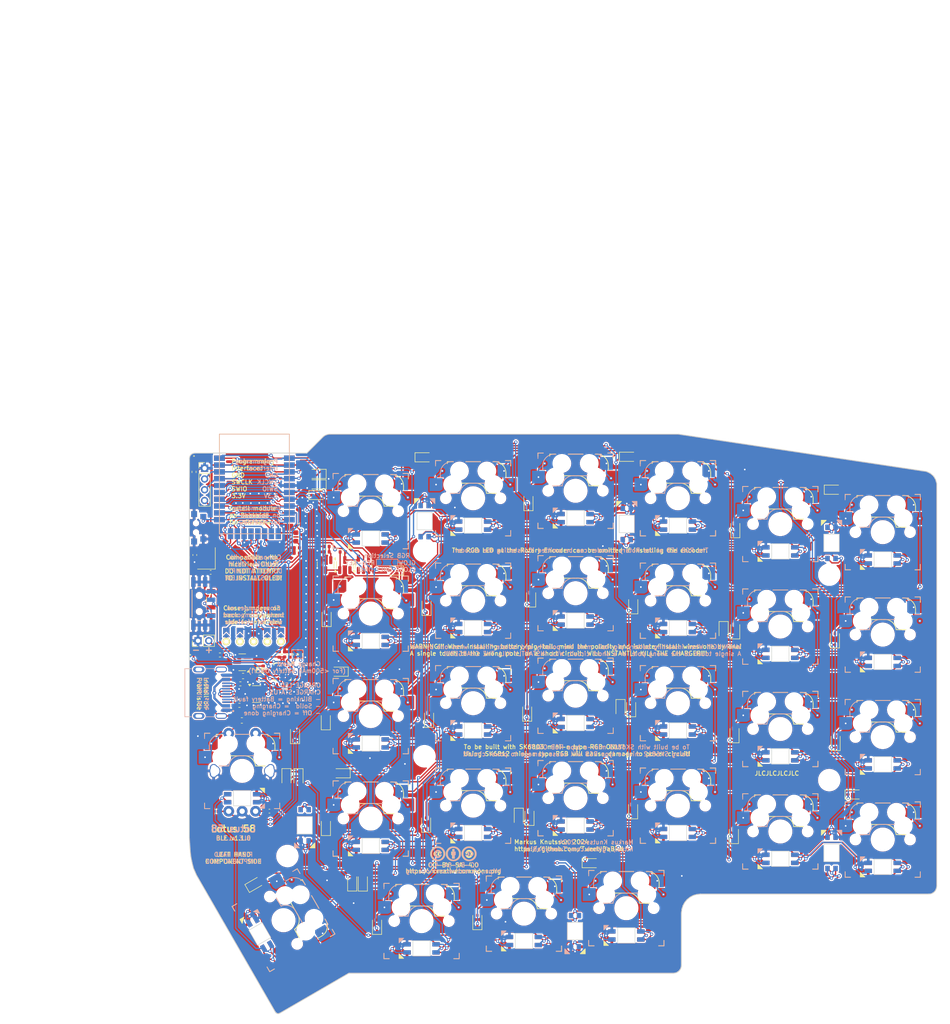
<source format=kicad_pcb>
(kicad_pcb (version 20241229) (generator "pcbnew") (generator_version "9.0")
  (title_block (title "Lotus 58 - BLE") (date "2025-06-15") (rev "v1.1.0") (company "Markus Knutsson <markus.knutsson@tweety.se>") (comment 1 "https://github.com/TweetyDaBird") (comment 2 "Licensed under Creative Commons BY-SA 4.0 International "))
  (layers (0 "F.Cu" signal) (2 "B.Cu" signal) (13 "F.Paste" user) (15 "B.Paste" user) (5 "F.SilkS" user "F.Silkscreen") (7 "B.SilkS" user "B.Silkscreen") (1 "F.Mask" user) (3 "B.Mask" user) (25 "Edge.Cuts" user))
  (net 0 "")
  (net 1 "Net-(D2-A)")
  (net 2 "Net-(D3-A)")
  (net 3 "Net-(D10-A)")
  (net 4 "Net-(D11-A)")
  (net 5 "Net-(D12-A)")
  (net 6 "Net-(D13-A)")
  (net 7 "Net-(D15-A)")
  (net 8 "Net-(D16-A)")
  (net 9 "Net-(D18-A)")
  (net 10 "Net-(D19-A)")
  (net 11 "Net-(D20-A)")
  (net 12 "Net-(D22-A)")
  (net 13 "Net-(D23-A)")
  (net 14 "Net-(D24-A)")
  (net 15 "Net-(D26-A)")
  (net 16 "Net-(D27-A)")
  (net 17 "GND")
  (net 18 "RESET")
  (net 19 "Net-(D29-A)")
  (net 20 "EncB")
  (net 21 "EncA")
  (net 22 "Net-(J1-SHIELD)")
  (net 30 "Net-(JP1-B)")
  (net 31 "VBUS")
  (net 32 "+BATT")
  (net 33 "Net-(U1-TS)")
  (net 34 "D+")
  (net 35 "D-")
  (net 36 "Net-(J1-CC1)")
  (net 37 "Net-(J1-CC2)")
  (net 38 "RGB")
  (net 39 "RGB_VDD")
  (net 40 "SCK")
  (net 41 "CS")
  (net 42 "MOSI")
  (net 43 "RGB_EN")
  (net 44 "SWCLK")
  (net 45 "SWDIO")
  (net 46 "ZMK_LED")
  (net 47 "Net-(RGB30-DOUT)")
  (net 48 "Net-(RGB31-DOUT)")
  (net 49 "Net-(RGB32-DOUT)")
  (net 50 "Net-(RGB33-DOUT)")
  (net 51 "Net-(RGB34-DOUT)")
  (net 53 "Net-(JP1-A)")
  (net 54 "Net-(D4-A)")
  (net 55 "Net-(D5-A)")
  (net 56 "Net-(D6-A)")
  (net 57 "Net-(D8-A)")
  (net 58 "Pin1")
  (net 59 "Pin2")
  (net 60 "Pin3")
  (net 61 "Pin4")
  (net 62 "Pin5")
  (net 63 "Pin6")
  (net 64 "Pin0")
  (net 65 "ENC2")
  (net 66 "ENC1")
  (net 67 "Net-(D+1-K)")
  (net 68 "Net-(D+2-K)")
  (net 69 "Net-(D+3-K)")
  (net 70 "Net-(D+12-K)")
  (net 71 "Net-(D1-A)")
  (net 72 "Net-(D7-A)")
  (net 73 "Net-(D9-A)")
  (net 74 "Net-(D14-A)")
  (net 75 "Net-(D17-A)")
  (net 76 "Net-(D21-A)")
  (net 77 "Net-(D28-A)")
  (net 78 "Net-(D+10-K)")
  (net 79 "Net-(RGB1-DOUT)")
  (net 80 "Net-(RGB2-DOUT)")
  (net 81 "Net-(RGB3-DOUT)")
  (net 82 "Net-(RGB4-DOUT)")
  (net 83 "Net-(RGB5-DOUT)")
  (net 84 "Net-(RGB6-DOUT)")
  (net 85 "Net-(RGB7-DOUT)")
  (net 86 "Net-(RGB8-DOUT)")
  (net 87 "Net-(RGB10-DIN)")
  (net 88 "Net-(RGB10-DOUT)")
  (net 89 "Net-(RGB11-DOUT)")
  (net 90 "Net-(RGB12-DOUT)")
  (net 91 "Net-(RGB13-DOUT)")
  (net 92 "Net-(RGB14-DOUT)")
  (net 93 "Net-(RGB15-DOUT)")
  (net 94 "Net-(RGB16-DOUT)")
  (net 95 "Net-(RGB17-DOUT)")
  (net 96 "Net-(RGB18-DOUT)")
  (net 97 "Net-(RGB19-DOUT)")
  (net 98 "Net-(RGB20-DOUT)")
  (net 99 "Net-(RGB21-DOUT)")
  (net 100 "Net-(RGB22-DOUT)")
  (net 101 "Net-(RGB23-DOUT)")
  (net 102 "Net-(RGB24-DOUT)")
  (net 103 "Net-(RGB25-DOUT)")
  (net 104 "Net-(RGB26-DOUT)")
  (net 105 "Net-(RGB27-DOUT)")
  (net 106 "Net-(RGB28-DOUT)")
  (net 108 "KEY_VDD")
  (net 109 "GLOW_VDD")
  (net 110 "RGB_RES")
  (net 113 "VCC")
  (net 114 "+3.3V")
  (net 115 "/XL2")
  (net 116 "/XL1")
  (net 117 "Net-(FB4-Pad1)")
  (net 118 "Net-(LED1-K)")
  (net 119 "Net-(LED1-A)")
  (net 120 "Net-(LED2-A)")
  (net 121 "Net-(PWR_SW1-PadNC)")
  (net 122 "SYSOFF")
  (net 123 "Net-(Q1-G)")
  (net 124 "Net-(Q1-D)")
  (net 125 "Net-(Q2-G)")
  (net 126 "/DCCH")
  (net 128 "Net-(U3-VP)")
  (footprint "Diode_SMD:D_SOD-323" (layer "F.Cu") (at 182.22 53.33 90)
    (property "Reference" "D1" (hide yes))
    (property "Value" "D")
  )
  (footprint "Diode_SMD:D_SOD-323" (layer "F.Cu") (at 143.74 48.3 90)
    (property "Reference" "D3" (hide yes))
    (property "Value" "D")
  )
  (footprint "Diode_SMD:D_SOD-323" (layer "F.Cu") (at 124.24 39.99)
    (property "Reference" "D4" (hide yes))
    (property "Value" "D")
  )
  (footprint "Diode_SMD:D_SOD-323" (layer "F.Cu") (at 200.38 46.01)
    (property "Reference" "D6" (hide yes))
    (property "Value" "D")
  )
  (footprint "Diode_SMD:D_SOD-323" (layer "F.Cu") (at 124.78 67.77 90)
    (property "Reference" "D9" (hide yes))
    (property "Value" "D")
  )
  (footprint "Diode_SMD:D_SOD-323" (layer "F.Cu") (at 106.19 69.84 90)
    (property "Reference" "D10" (hide yes))
    (property "Value" "D")
  )
  (footprint "Diode_SMD:D_SOD-323" (layer "F.Cu") (at 200.75 73.82 90)
    (property "Reference" "D11" (hide yes))
    (property "Value" "D")
  )
  (footprint "Diode_SMD:D_SOD-323" (layer "F.Cu") (at 182.2 72.14 90)
    (property "Reference" "D12" (hide yes))
    (property "Value" "D")
  )
  (footprint "Diode_SMD:D_SOD-323" (layer "F.Cu") (at 143.5 87.44 90)
    (property "Reference" "D13" (hide yes))
    (property "Value" "D")
  )
  (footprint "Diode_SMD:D_SOD-323" (layer "F.Cu") (at 106.04 89.0475 90)
    (property "Reference" "D15" (hide yes))
    (property "Value" "D")
  )
  (footprint "Diode_SMD:D_SOD-323" (layer "F.Cu") (at 200.88 92.9 90)
    (property "Reference" "D16" (hide yes))
    (property "Value" "D")
  )
  (footprint "Diode_SMD:D_SOD-323" (layer "F.Cu") (at 162.844964 86.611581 90)
    (property "Reference" "D18" (hide yes))
    (property "Value" "D")
  )
  (footprint "Diode_SMD:D_SOD-323" (layer "F.Cu") (at 124.7 108.08 90)
    (property "Reference" "D19" (hide yes))
    (property "Value" "D")
  )
  (footprint "Diode_SMD:D_SOD-323" (layer "F.Cu") (at 106.06 108.7 90)
    (property "Reference" "D20" (hide yes))
    (property "Value" "D")
  )
  (footprint "Diode_SMD:D_SOD-323" (layer "F.Cu") (at 204.2325 102.67)
    (property "Reference" "D21" (hide yes))
    (property "Value" "D")
  )
  (footprint "Diode_SMD:D_SOD-323" (layer "F.Cu") (at 181.95 110.2 90)
    (property "Reference" "D22" (hide yes))
    (property "Value" "D")
  )
  (footprint "Diode_SMD:D_SOD-323" (layer "F.Cu") (at 163.2 105.59 90)
    (property "Reference" "D23" (hide yes))
    (property "Value" "D")
  )
  (footprint "Diode_SMD:D_SOD-323" (layer "F.Cu") (at 155.3325 115.44)
    (property "Reference" "D26" (hide yes))
    (property "Value" "D")
  )
  (footprint "Diode_SMD:D_SOD-323" (layer "F.Cu") (at 134.24 126.19 90)
    (property "Reference" "D27" (hide yes))
    (property "Value" "D")
  )
  (footprint "Keyboard Common:Spacer PCB hole" (layer "F.Cu") (at 124.32538 57.40908)
    (property "Reference" "H1" (hide yes))
    (property "Value" "Spacer_PCB" (hide yes))
  )
  (footprint "Keyboard Common:Spacer PCB hole" (layer "F.Cu") (at 199.7 61.8)
    (property "Reference" "H2" (hide yes))
    (property "Value" "Spacer_PCB" (hide yes))
  )
  (footprint "Keyboard Common:Spacer PCB hole" (layer "F.Cu") (at 124.3965 95.5675)
    (property "Reference" "H3" (hide yes))
    (property "Value" "Spacer_PCB" (hide yes))
  )
  (footprint "Keyboard Common:Spacer PCB hole" (layer "F.Cu") (at 199.7 100)
    (property "Reference" "H4" (hide yes))
    (property "Value" "Spacer_PCB" (hide yes))
  )
  (footprint "Keyboard Common:Spacer PCB hole" (layer "F.Cu") (at 98.8949 114.1095 90)
    (property "Reference" "H5" (hide yes))
    (property "Value" "Spacer_PCB" (hide yes))
  )
  (footprint "Keyboard Switches:SW_MX_HotSwap_Reversible" (layer "F.Cu") (at 171.55 47.6)
    (property "Reference" "SW2" (hide yes))
    (property "Value" "SW_Push" (hide yes))
  )
  (footprint "Keyboard Switches:SW_MX_HotSwap_Reversible" (layer "F.Cu") (at 152.5 46.21)
    (property "Reference" "SW3" (hide yes))
    (property "Value" "SW_Push" (hide yes))
  )
  (footprint "Keyboard Switches:SW_MX_HotSwap_Reversible" (layer "F.Cu") (at 133.45 47.6)
    (property "Reference" "SW4" (hide yes))
    (property "Value" "SW_Push" (hide yes))
  )
  (footprint "Keyboard Switches:SW_MX_HotSwap_Reversible" (layer "F.Cu") (at 209.65 53.9)
    (property "Reference" "SW6" (hide yes))
    (property "Value" "SW_Push" (hide yes))
  )
  (footprint "Keyboard Switches:SW_MX_HotSwap_Reversible" (layer "F.Cu") (at 171.55 66.65)
    (property "Reference" "SW7" (hide yes))
    (property "Value" "SW_Push" (hide yes))
  )
  (footprint "Keyboard Switches:SW_MX_HotSwap_Reversible" (layer "F.Cu") (at 133.45 66.65)
    (property "Reference" "SW9" (hide yes))
    (property "Value" "SW_Push" (hide yes))
  )
  (footprint "Keyboard Switches:SW_MX_HotSwap_Reversible" (layer "F.Cu") (at 114.4 69.05)
    (property "Reference" "SW10" (hide yes))
    (property "Value" "SW_Push" (hide yes))
  )
  (footprint "Keyboard Switches:SW_MX_HotSwap_Reversible" (layer "F.Cu") (at 209.65 72.95)
    (property "Reference" "SW11" (hide yes))
    (property "Value" "SW_Push" (hide yes))
  )
  (footprint "Keyboard Switches:SW_MX_HotSwap_Reversible" (layer "F.Cu") (at 190.6 71.45)
    (property "Reference" "SW12" (hide yes))
    (property "Value" "SW_Push" (hide yes))
  )
  (footprint "Keyboard Switches:SW_MX_HotSwap_Reversible" (layer "F.Cu") (at 152.5 84.31)
    (property "Reference" "SW13" (hide yes))
    (property "Value" "SW_Push" (hide yes))
  )
  (footprint "Keyboard Switches:SW_MX_HotSwap_Reversible" (layer "F.Cu") (at 133.45 85.7)
    (property "Reference" "SW14" (hide yes))
    (property "Value" "SW_Push" (hide yes))
  )
  (footprint "Keyboard Switches:SW_MX_HotSwap_Reversible" (layer "F.Cu") (at 114.4 88.1)
    (property "Reference" "SW15" (hide yes))
    (property "Value" "SW_Push" (hide yes))
  )
  (footprint "Keyboard Switches:SW_MX_HotSwap_Reversible" (layer "F.Cu") (at 190.6 90.5)
    (property "Reference" "SW17" (hide yes))
    (property "Value" "SW_Push" (hide yes))
  )
  (footprint "Keyboard Switches:SW_MX_HotSwap_Reversible" (layer "F.Cu") (at 171.55 85.7)
    (property "Reference" "SW18" (hide yes))
    (property "Value" "SW_Push" (hide yes))
  )
  (footprint "Keyboard Switches:SW_MX_HotSwap_Reversible" (layer "F.Cu") (at 133.45 104.75)
    (property "Reference" "SW19" (hide yes))
    (property "Value" "SW_Push" (hide yes))
  )
  (footprint "Keyboard Switches:SW_MX_HotSwap_Reversible" (layer "F.Cu") (at 114.4 107.15)
    (property "Reference" "SW20" (hide yes))
    (property "Value" "SW_Push" (hide yes))
  )
  (footprint "Keyboard Switches:SW_MX_HotSwap_Reversible" (layer "F.Cu") (at 209.65 111.05)
    (property "Reference" "SW21" (hide yes))
    (property "Value" "SW_Push" (hide yes))
  )
  (footprint "Keyboard Switches:SW_MX_HotSwap_Reversible" (layer "F.Cu") (at 190.6 109.55)
    (property "Reference" "SW22" (hide yes))
    (property "Value" "SW_Push" (hide yes))
  )
  (footprint "Keyboard Switches:SW_MX_HotSwap_Reversible" (layer "F.Cu") (at 171.55 104.75)
    (property "Reference" "SW23" (hide yes))
    (property "Value" "SW_Push" (hide yes))
  )
  (footprint "Keyboard Switches:SW_MX_HotSwap_Reversible" (layer "F.Cu") (at 142.8977 124.8283)
    (property "Reference" "SW27" (hide yes))
    (property "Value" "SW_Push" (hide yes))
  )
  (footprint "Keyboard Switches:SW_MX_HotSwap_Reversible" (layer "F.Cu") (at 123.85 126.2)
    (property "Reference" "SW28" (hide yes))
    (property "Value" "SW_Push" (hide yes))
  )
  (footprint "Keyboard Switches:SW_MX_HotSwap_Reversible" (layer "F.Cu") (at 98.171 126.0475 -60)
    (property "Reference" "SW29" (hide yes))
    (property "Value" "SW_Push" (hide yes))
  )
  (footprint "Keyboard Switches:SW_MX_HotSwap_Reversible" (layer "F.Cu") (at 190.6 52.4)
    (property "Reference" "SW1" (hide yes))
    (property "Value" "SW_Push" (hide yes))
  )
  (footprint "Diode_SMD:D_SOD-323" (layer "F.Cu") (at 143.93 106.82 90)
    (property "Reference" "D24" (hide yes))
    (property "Value" "D")
  )
  (footprint "Keyboard Switches:SW_MX_HotSwap_Reversible_FOR encoder" (layer "F.Cu") (at 90.4748 98.2853)
    (property "Reference" "SW25" (hide yes))
    (property "Value" "SW_Push" (hide yes))
  )
  (footprint "Keyboard Switches:SW_MX_HotSwap_Reversible" (layer "F.Cu") (at 152.5 103.36)
    (property "Reference" "SW24" (hide yes))
    (property "Value" "SW_Push" (hide yes))
  )
  (footprint "Diode_SMD:D_SOD-323" (layer "F.Cu") (at 163.24 67.48 90)
    (property "Reference" "D7" (hide yes))
    (property "Value" "D")
  )
  (footprint "Diode_SMD:D_SOD-323" (layer "F.Cu") (at 144.24 66.21 90)
    (property "Reference" "D8" (hide yes))
    (property "Value" "D")
  )
  (footprint "Capacitor_SMD:C_0402_1005Metric" (layer "F.Cu") (at 95.55 105.77)
    (property "Reference" "C1" (hide yes))
    (property "Value" "100nF")
  )
  (footprint "Capacitor_SMD:C_0402_1005Metric" (layer "F.Cu") (at 85.54 105.81)
    (property "Reference" "C2" (hide yes))
    (property "Value" "100nF")
  )
  (footprint "Keyboard Switches:SW_MX_HotSwap_Reversible" (layer "F.Cu") (at 161.95 123.8)
    (property "Reference" "SW26" (hide yes))
    (property "Value" "SW_Push" (hide yes))
  )
  (footprint "Diode_SMD:D_SOD-323" (layer "F.Cu") (at 115.57 127.07 90)
    (property "Reference" "D28" (hide yes))
    (property "Value" "D")
  )
  (footprint "Diode_SMD:D_SOD-323" (layer "F.Cu") (at 92.8 119.35 30)
    (property "Reference" "D29" (hide yes))
    (property "Value" "D")
  )
  (footprint "Keyboard Switches:SW_MX_HotSwap_Reversible" (layer "F.Cu") (at 209.65 92)
    (property "Reference" "SW16" (hide yes))
    (property "Value" "SW_Push" (hide yes))
  )
  (footprint "Diode_SMD:D_SOD-323" (layer "F.Cu") (at 104.5 47)
    (property "Reference" "D5" (hide yes))
    (property "Value" "D")
  )
  (footprint "Keyboard RGB:MX_SK6812MINI-E_REVERSIBLE_special_v2" (layer "F.Cu") (at 200.125 113.522 90)
    (property "Reference" "RGB33" (hide yes))
    (property "Value" "SK6812MINI-E" (hide yes))
    (fp_line (start 1.61 -1.41) (end 1.61 1.41) (stroke (width 0.1)) (layer "Edge.Cuts"))
    (fp_line (start -1.61 -1.41) (end 1.61 -1.41) (stroke (width 0.1)) (layer "Edge.Cuts"))
    (fp_line (start 1.61 1.41) (end -1.61 1.41) (stroke (width 0.1)) (layer "Edge.Cuts"))
    (fp_line (start -1.61 1.41) (end -1.61 -1.41) (stroke (width 0.1)) (layer "Edge.Cuts"))
  )
  (footprint "Keyboard RGB:MX_SK6812MINI-E_REVERSIBLE_special_v2" (layer "F.Cu") (at 152.4 128.0795 -90)
    (property "Reference" "RGB34" (hide yes))
    (property "Value" "SK6812MINI-E" (hide yes))
    (fp_line (start -1.61 1.41) (end -1.61 -1.41) (stroke (width 0.1)) (layer "Edge.Cuts"))
    (fp_line (start 1.61 1.41) (end -1.61 1.41) (stroke (width 0.1)) (layer "Edge.Cuts"))
    (fp_line (start -1.61 -1.41) (end 1.61 -1.41) (stroke (width 0.1)) (layer "Edge.Cuts"))
    (fp_line (start 1.61 -1.41) (end 1.61 1.41) (stroke (width 0.1)) (layer "Edge.Cuts"))
  )
  (footprint "Keyboard RGB:MX_SK6812MINI-E_REVERSIBLE_special_v2" (layer "F.Cu") (at 102.108 108.3945 -90)
    (property "Reference" "RGB35" (hide yes))
    (property "Value" "SK6812MINI-E" (hide yes))
    (fp_line (start -1.61 1.41) (end -1.61 -1.41) (stroke (width 0.1)) (layer "Edge.Cuts"))
    (fp_line (start 1.61 1.41) (end -1.61 1.41) (stroke (width 0.1)) (layer "Edge.Cuts"))
    (fp_line (start -1.61 -1.41) (end 1.61 -1.41) (stroke (width 0.1)) (layer "Edge.Cuts"))
    (fp_line (start 1.61 -1.41) (end 1.61 1.41) (stroke (width 0.1)) (layer "Edge.Cuts"))
  )
  (footprint "Keyboard RGB:MX_SK6812MINI-E_REVERSIBLE_special_v2" (layer "F.Cu") (at 200.122 55.896 90)
    (property "Reference" "RGB32" (hide yes))
    (property "Value" "SK6812MINI-E" (hide yes))
    (fp_line (start 1.61 -1.41) (end 1.61 1.41) (stroke (width 0.1)) (layer "Edge.Cuts"))
    (fp_line (start -1.61 -1.41) (end 1.61 -1.41) (stroke (width 0.1)) (layer "Edge.Cuts"))
    (fp_line (start 1.61 1.41) (end -1.61 1.41) (stroke (width 0.1)) (layer "Edge.Cuts"))
    (fp_line (start -1.61 1.41) (end -1.61 -1.41) (stroke (width 0.1)) (layer "Edge.Cuts"))
  )
  (footprint "Keyboard RGB:MX_SK6812MINI-E_REVERSIBLE_special_v2" (layer "F.Cu") (at 124.4235 51.851 90)
    (property "Reference" "RGB30" (hide yes))
    (property "Value" "SK6812MINI-E" (hide yes))
    (fp_line (start 1.61 -1.41) (end 1.61 1.41) (stroke (width 0.1)) (layer "Edge.Cuts"))
    (fp_line (start -1.61 -1.41) (end 1.61 -1.41) (stroke (width 0.1)) (layer "Edge.Cuts"))
    (fp_line (start 1.61 1.41) (end -1.61 1.41) (stroke (width 0.1)) (layer "Edge.Cuts"))
    (fp_line (start -1.61 1.41) (end -1.61 -1.41) (stroke (width 0.1)) (layer "Edge.Cuts"))
  )
  (footprint "Diode_SMD:D_SOD-323" (layer "F.Cu") (at 182.07 91.4575 90)
    (property "Reference" "D17" (hide yes))
    (property "Value" "D")
  )
  (footprint "Diode_SMD:D_SOD-323" (layer "F.Cu") (at 100.31 91.61 90)
    (property "Reference" "D25" (hide yes))
    (property "Value" "D")
  )
  (footprint "Keyboard Switches:SW_MX_HotSwap_Reversible" (layer "F.Cu") (at 114.4 50)
    (property "Reference" "SW5" (hide yes))
    (property "Value" "SW_Push" (hide yes))
  )
  (footprint "Keyboard Encoders:Encoder_Alps_EC11E_Small" (layer "F.Cu") (at 90.4748 98.2853 90)
    (property "Reference" "ENC31" (hide yes))
    (property "Value" "Rotary_Encoder_Click" (hide yes))
  )
  (footprint "Keyboard RGB:MX_SK6812MINI-E_REVERSIBLE_special_v2" (layer "F.Cu") (at 162.0285 52.3875 90)
    (property "Reference" "RGB31" (hide yes))
    (property "Value" "SK6812MINI-E" (hide yes))
    (fp_line (start 1.61 -1.41) (end 1.61 1.41) (stroke (width 0.1)) (layer "Edge.Cuts"))
    (fp_line (start -1.61 -1.41) (end 1.61 -1.41) (stroke (width 0.1)) (layer "Edge.Cuts"))
    (fp_line (start 1.61 1.41) (end -1.61 1.41) (stroke (width 0.1)) (layer "Edge.Cuts"))
    (fp_line (start -1.61 1.41) (end -1.61 -1.41) (stroke (width 0.1)) (layer "Edge.Cuts"))
  )
  (footprint "Keyboard Switches:SW_MX_HotSwap_Reversible" (layer "F.Cu") (at 152.5 65.26)
    (property "Reference" "SW8" (hide yes))
    (property "Value" "SW_Push" (hide yes))
  )
  (footprint "Capacitor_SMD:C_0603_1608Metric_Pad1.08x0.95mm_HandSolder" (layer "F.Cu") (at 90.65 80.65)
    (property "Reference" "FB4" (hide yes))
    (property "Value" "Ferrite Bead")
  )
  (footprint "Keyboard RGB:RGB_SK6812MINI-E_reversible_tight" (layer "F.Cu") (at 171.55 109.83 180)
    (property "Reference" "RGB22" (hide yes))
    (property "Value" "SK6812MINI-E")
    (fp_line (start 1.61 1.41) (end -1.61 1.41) (stroke (width 0.1)) (layer "Edge.Cuts"))
    (fp_line (start 1.61 -1.41) (end 1.61 1.41) (stroke (width 0.1)) (layer "Edge.Cuts"))
    (fp_line (start -1.61 1.41) (end -1.61 -1.41) (stroke (width 0.1)) (layer "Edge.Cuts"))
    (fp_line (start -1.61 -1.41) (end 1.61 -1.41) (stroke (width 0.1)) (layer "Edge.Cuts"))
  )
  (footprint "Keyboard RGB:RGB_SK6812MINI-E_reversible_tight" (layer "F.Cu") (at 152.5 51.29 180)
    (property "Reference" "RGB3" (hide yes))
    (property "Value" "SK6812MINI-E")
    (fp_line (start 1.61 1.41) (end -1.61 1.41) (stroke (width 0.1)) (layer "Edge.Cuts"))
    (fp_line (start 1.61 -1.41) (end 1.61 1.41) (stroke (width 0.1)) (layer "Edge.Cuts"))
    (fp_line (start -1.61 1.41) (end -1.61 -1.41) (stroke (width 0.1)) (layer "Edge.Cuts"))
    (fp_line (start -1.61 -1.41) (end 1.61 -1.41) (stroke (width 0.1)) (layer "Edge.Cuts"))
  )
  (footprint "Diode_SMD:D_SOD-323" (layer "F.Cu") (at 141.94 106.83 -90)
    (property "Reference" "D+10" (hide yes))
    (property "Value" "D")
  )
  (footprint "Logotypes:CC_BY_SA_40" (layer "F.Cu") (at 129.79 114.63)
    (property "Reference" "Logo3")
    (property "Value" "CC-BY-SA-4.0")
  )
  (footprint "Resistor_SMD:R_0402_1005Metric" (layer "F.Cu") (at 97.37 76.64 90)
    (property "Reference" "R10" (hide yes))
    (property "Value" "100k")
  )
  (footprint "Resistor_SMD:R_0402_1005Metric" (layer "F.Cu") (at 94.39 79.29 -90)
    (property "Reference" "R11" (hide yes))
    (property "Value" "10k")
  )
  (footprint "Diode_SMD:D_SOD-323" (layer "F.Cu") (at 98.72 99.47 -90)
    (property "Reference" "D+5" (hide yes))
    (property "Value" "D")
  )
  (footprint "Keyboard Common:MSK12C02" (layer "F.Cu") (at 82.501 67.17 -90)
    (property "Reference" "PWR_SW1" (hide yes))
    (property "Value" "MSK12C02" (hide yes))
  )
  (footprint "Keyboard Common:YTS-A002" (layer "F.Cu") (at 81.891 53.09 90)
    (property "Reference" "RES1" (hide yes))
    (property "Value" "TS-A002" (hide yes))
  )
  (footprint "Keyboard RGB:RGB_SK6812MINI-E_reversible_tight" (layer "F.Cu") (at 133.45 90.78 180)
    (property "Reference" "RGB14" (hide yes))
    (property "Value" "SK6812MINI-E")
    (fp_line (start 1.61 1.41) (end -1.61 1.41) (stroke (width 0.1)) (layer "Edge.Cuts"))
    (fp_line (start 1.61 -1.41) (end 1.61 1.41) (stroke (width 0.1)) (layer "Edge.Cuts"))
    (fp_line (start -1.61 1.41) (end -1.61 -1.41) (stroke (width 0.1)) (layer "Edge.Cuts"))
    (fp_line (start -1.61 -1.41) (end 1.61 -1.41) (stroke (width 0.1)) (layer "Edge.Cuts"))
  )
  (footprint "Keyboard RGB:RGB_SK6812MINI-E_reversible_tight" (layer "F.Cu") (at 209.65 116.13 180)
    (property "Reference" "RGB24" (hide yes))
    (property "Value" "SK6812MINI-E")
    (fp_line (start 1.61 1.41) (end -1.61 1.41) (stroke (width 0.1)) (layer "Edge.Cuts"))
    (fp_line (start 1.61 -1.41) (end 1.61 1.41) (stroke (width 0.1)) (layer "Edge.Cuts"))
    (fp_line (start -1.61 1.41) (end -1.61 -1.41) (stroke (width 0.1)) (layer "Edge.Cuts"))
    (fp_line (start -1.61 -1.41) (end 1.61 -1.41) (stroke (width 0.1)) (layer "Edge.Cuts"))
  )
  (footprint "Keyboard RGB:RGB_SK6812MINI-E_reversible_tight" (layer "F.Cu") (at 133.45 52.68 180)
    (property "Reference" "RGB2" (hide yes))
    (property "Value" "SK6812MINI-E")
    (fp_line (start 1.61 1.41) (end -1.61 1.41) (stroke (width 0.1)) (layer "Edge.Cuts"))
    (fp_line (start 1.61 -1.41) (end 1.61 1.41) (stroke (width 0.1)) (layer "Edge.Cuts"))
    (fp_line (start -1.61 1.41) (end -1.61 -1.41) (stroke (width 0.1)) (layer "Edge.Cuts"))
    (fp_line (start -1.61 -1.41) (end 1.61 -1.41) (stroke (width 0.1)) (layer "Edge.Cuts"))
  )
  (footprint "Keyboard RGB:RGB_SK6812MINI-E_reversible_tight" (layer "F.Cu") (at 161.95 128.88 180)
    (property "Reference" "RGB28" (hide yes))
    (property "Value" "SK6812MINI-E")
    (fp_line (start 1.61 1.41) (end -1.61 1.41) (stroke (width 0.1)) (layer "Edge.Cuts"))
    (fp_line (start 1.61 -1.41) (end 1.61 1.41) (stroke (width 0.1)) (layer "Edge.Cuts"))
    (fp_line (start -1.61 1.41) (end -1.61 -1.41) (stroke (width 0.1)) (layer "Edge.Cuts"))
    (fp_line (start -1.61 -1.41) (end 1.61 -1.41) (stroke (width 0.1)) (layer "Edge.Cuts"))
  )
  (footprint "Keyboard RGB:RGB_SK6812MINI-E_reversible_tight" (layer "F.Cu") (at 171.55 71.73 180)
    (property "Reference" "RGB10" (hide yes))
    (property "Value" "SK6812MINI-E")
    (fp_line (start 1.61 1.41) (end -1.61 1.41) (stroke (width 0.1)) (layer "Edge.Cuts"))
    (fp_line (start 1.61 -1.41) (end 1.61 1.41) (stroke (width 0.1)) (layer "Edge.Cuts"))
    (fp_line (start -1.61 1.41) (end -1.61 -1.41) (stroke (width 0.1)) (layer "Edge.Cuts"))
    (fp_line (start -1.61 -1.41) (end 1.61 -1.41) (stroke (width 0.1)) (layer "Edge.Cuts"))
  )
  (footprint "Resistor_SMD:R_0402_1005Metric" (layer "F.Cu") (at 90.14 82.1)
    (property "Reference" "R8" (hide yes))
    (property "Value" "5.1k")
  )
  (footprint "Package_TO_SOT_SMD:SOT-23" (layer "F.Cu") (at 106.01 60.03 -90)
    (property "Reference" "Q1" (hide yes))
    (property "Value" "2N7002")
  )
  (footprint "Capacitor_SMD:C_0402_1005Metric" (layer "F.Cu") (at 100.7 81.32 -90)
    (property "Reference" "C5" (hide yes))
    (property "Value" "1uF")
  )
  (footprint "Diode_SMD:D_SOD-323" (layer "F.Cu") (at 160.863784 86.623661 -90)
    (property "Reference" "D+9" (hide yes))
    (property "Value" "D")
  )
  (footprint "Keyboard RGB:RGB_SK6812MINI-E_reversible_tight" (layer "F.Cu") (at 133.45 71.73 180)
    (property "Reference" "RGB8" (hide yes))
    (property "Value" "SK6812MINI-E")
    (fp_line (start 1.61 1.41) (end -1.61 1.41) (stroke (width 0.1)) (layer "Edge.Cuts"))
    (fp_line (start 1.61 -1.41) (end 1.61 1.41) (stroke (width 0.1)) (layer "Edge.Cuts"))
    (fp_line (start -1.61 1.41) (end -1.61 -1.41) (stroke (width 0.1)) (layer "Edge.Cuts"))
    (fp_line (start -1.61 -1.41) (end 1.61 -1.41) (stroke (width 0.1)) (layer "Edge.Cuts"))
  )
  (footprint "Package_TO_SOT_SMD:SOT-23-5" (layer "F.Cu") (at 113.06 59.88 90)
    (property "Reference" "U4" (hide yes))
    (property "Value" "SN74LV1T34DBV")
  )
  (footprint "Package_TO_SOT_SMD:SOT-23" (layer "F.Cu") (at 109.58 60.02 90)
    (property "Reference" "Q3" (hide yes))
    (property "Value" "AO3401A")
  )
  (footprint "Diode_SMD:D_SOD-323" (layer "F.Cu") (at 108.9775 98.73 180)
    (property "Reference" "D+4" (hide yes))
    (property "Value" "D")
  )
  (footprint "Keyboard RGB:RGB_SK6812MINI-E_reversible_tight" (layer "F.Cu") (at 133.45 109.83 180)
    (property "Reference" "RGB20" (hide yes))
    (property "Value" "SK6812MINI-E")
    (fp_line (start 1.61 1.41) (end -1.61 1.41) (stroke (width 0.1)) (layer "Edge.Cuts"))
    (fp_line (start 1.61 -1.41) (end 1.61 1.41) (stroke (width 0.1)) (layer "Edge.Cuts"))
    (fp_line (start -1.61 1.41) (end -1.61 -1.41) (stroke (width 0.1)) (layer "Edge.Cuts"))
    (fp_line (start -1.61 -1.41) (end 1.61 -1.41) (stroke (width 0.1)) (layer "Edge.Cuts"))
  )
  (footprint "Package_TO_SOT_SMD:SOT-23-6" (layer "F.Cu") (at 93.17 84.01)
    (property "Reference" "U3" (hide yes))
    (property "Value" "SRV05-4")
  )
  (footprint "Keyboard RGB:RGB_SK6812MINI-E_reversible_tight" (layer "F.Cu") (at 209.65 78.03 180)
    (property "Reference" "RGB12" (hide yes))
    (property "Value" "SK6812MINI-E")
    (fp_line (start 1.61 1.41) (end -1.61 1.41) (stroke (width 0.1)) (layer "Edge.Cuts"))
    (fp_line (start 1.61 -1.41) (end 1.61 1.41) (stroke (width 0.1)) (layer "Edge.Cuts"))
    (fp_line (start -1.61 1.41) (end -1.61 -1.41) (stroke (width 0.1)) (layer "Edge.Cuts"))
    (fp_line (start -1.61 -1.41) (end 1.61 -1.41) (stroke (width 0.1)) (layer "Edge.Cuts"))
  )
  (footprint "LED_SMD:LED_0402_1005Metric" (layer "F.Cu") (at 81.93 76.7)
    (property "Reference" "LED1" (hide yes))
    (property "Value" "ORANGE")
  )
  (footprint "Keyboard RGB:RGB_SK6812MINI-E_reversible_tight" (layer "F.Cu") (at 123.85 131.28 180)
    (property "Reference" "RGB26" (hide yes))
    (property "Value" "SK6812MINI-E")
    (fp_line (start 1.61 1.41) (end -1.61 1.41) (stroke (width 0.1)) (layer "Edge.Cuts"))
    (fp_line (start 1.61 -1.41) (end 1.61 1.41) (stroke (width 0.1)) (layer "Edge.Cuts"))
    (fp_line (start -1.61 1.41) (end -1.61 -1.41) (stroke (width 0.1)) (layer "Edge.Cuts"))
    (fp_line (start -1.61 -1.41) (end 1.61 -1.41) (stroke (width 0.1)) (layer "Edge.Cuts"))
  )
  (footprint "Resistor_SMD:R_0402_1005Metric" (layer "F.Cu") (at 106.15 57.57 180)
    (property "Reference" "R5" (hide yes))
    (property "Value" "10k")
  )
  (footprint "Connector_PinHeader_2.00mm:PinHeader_1x02_P2.00mm_Vertical" (layer "F.Cu") (at 82.27 74.09 90)
    (property "Reference" "J2" (hide yes))
    (property "Value" "BATT")
  )
  (footprint "Keyboard RGB:RGB_SK6812MINI-E_reversible_tight" (layer "F.Cu") (at 209.65 58.98 180)
    (property "Reference" "RGB6" (hide yes))
    (property "Value" "SK6812MINI-E")
    (fp_line (start 1.61 1.41) (end -1.61 1.41) (stroke (width 0.1)) (layer "Edge.Cuts"))
    (fp_line (start 1.61 -1.41) (end 1.61 1.41) (stroke (width 0.1)) (layer "Edge.Cuts"))
    (fp_line (start -1.61 1.41) (end -1.61 -1.41) (stroke (width 0.1)) (layer "Edge.Cuts"))
    (fp_line (start -1.61 -1.41) (end 1.61 -1.41) (stroke (width 0.1)) (layer "Edge.Cuts"))
  )
  (footprint "Resistor_SMD:R_0402_1005Metric" (layer "F.Cu") (at 100.41 76.64 -90)
    (property "Reference" "R3" (hide yes))
    (property "Value" "10k")
  )
  (footprint "Keyboard RGB:RGB_SK6812MINI-E_reversible_tight" (layer "F.Cu") (at 114.4 74.13 180)
    (property "Reference" "RGB7" (hide yes))
    (property "Value" "SK6812MINI-E")
    (fp_line (start 1.61 1.41) (end -1.61 1.41) (stroke (width 0.1)) (layer "Edge.Cuts"))
    (fp_line (start 1.61 -1.41) (end 1.61 1.41) (stroke (width 0.1)) (layer "Edge.Cuts"))
    (fp_line (start -1.61 1.41) (end -1.61 -1.41) (stroke (width 0.1)) (layer "Edge.Cuts"))
    (fp_line (start -1.61 -1.41) (end 1.61 -1.41) (stroke (width 0.1)) (layer "Edge.Cuts"))
  )
  (footprint "Keyboard RGB:RGB_SK6812MINI-E_reversible_tight" (layer "F.Cu") (at 142.8977 129.9083 180)
    (property "Reference" "RGB27" (hide yes))
    (property "Value" "SK6812MINI-E")
    (fp_line (start 1.61 1.41) (end -1.61 1.41) (stroke (width 0.1)) (layer "Edge.Cuts"))
    (fp_line (start 1.61 -1.41) (end 1.61 1.41) (stroke (width 0.1)) (layer "Edge.Cuts"))
    (fp_line (start -1.61 1.41) (end -1.61 -1.41) (stroke (width 0.1)) (layer "Edge.Cuts"))
    (fp_line (start -1.61 -1.41) (end 1.61 -1.41) (stroke (width 0.1)) (layer "Edge.Cuts"))
  )
  (footprint "Capacitor_SMD:C_0603_1608Metric_Pad1.08x0.95mm_HandSolder" (layer "F.Cu") (at 90.42 88.91)
    (property "Reference" "FB3" (hide yes))
    (property "Value" "Ferrite Bead")
  )
  (footprint "Keyboard RGB:RGB_SK6812MINI-E_reversible_tight" (layer "F.Cu") (at 152.5 108.44 180)
    (property "Reference" "RGB21" (hide yes))
    (property "Value" "SK6812MINI-E")
    (fp_line (start 1.61 1.41) (end -1.61 1.41) (stroke (width 0.1)) (layer "Edge.Cuts"))
    (fp_line (start 1.61 -1.41) (end 1.61 1.41) (stroke (width 0.1)) (layer "Edge.Cuts"))
    (fp_line (start -1.61 1.41) (end -1.61 -1.41) (stroke (width 0.1)) (layer "Edge.Cuts"))
    (fp_line (start -1.61 -1.41) (end 1.61 -1.41) (stroke (width 0.1)) (layer "Edge.Cuts"))
  )
  (footprint "Keyboard RGB:RGB_SK6812MINI-E_reversible_tight" (layer "F.Cu") (at 152.5 70.34 180)
    (property "Reference" "RGB9" (hide yes))
    (property "Value" "SK6812MINI-E")
    (fp_line (start 1.61 1.41) (end -1.61 1.41) (stroke (width 0.1)) (layer "Edge.Cuts"))
    (fp_line (start 1.61 -1.41) (end 1.61 1.41) (stroke (width 0.1)) (layer "Edge.Cuts"))
    (fp_line (start -1.61 1.41) (end -1.61 -1.41) (stroke (width 0.1)) (layer "Edge.Cuts"))
    (fp_line (start -1.61 -1.41) (end 1.61 -1.41) (stroke (width 0.1)) (layer "Edge.Cuts"))
  )
  (footprint "Package_TO_SOT_SMD:SOT-23" (layer "F.Cu") (at 90.49 78.09 180)
    (property "Reference" "Q2" (hide yes))
    (property "Value" "2N7002")
  )
  (footprint "Diode_SMD:D_SOD-323" (layer "F.Cu") (at 118.917861 61.032729 180)
    (property "Reference" "D+2" (hide yes))
    (property "Value" "D")
  )
  (footprint "Resistor_SMD:R_0402_1005Metric" (layer "F.Cu") (at 101.36 76.64 -90)
    (property "Reference" "R4" (hide yes))
    (property "Value" "2k")
  )
  (footprint "Resistor_SMD:R_0402_1005Metric" (layer "F.Cu") (at 89.97 86.09)
    (property "Reference" "R7" (hide yes))
    (property "Value" "5.1k")
  )
  (footprint "Connector_PinHeader_2.00mm:PinHeader_1x04_P2.00mm_Vertical" (layer "F.Cu") (at 83.49 42.02)
    (property "Reference" "J3" (hide yes))
    (property "Value" "ProgConn")
  )
  (footprint "Keyboard RGB:RGB_SK6812MINI-E_reversible_tight" (layer "F.Cu") (at 190.6 57.48 180)
    (property "Reference" "RGB5" (hide yes))
    (property "Value" "SK6812MINI-E")
    (fp_line (start 1.61 1.41) (end -1.61 1.41) (stroke (width 0.1)) (layer "Edge.Cuts"))
    (fp_line (start 1.61 -1.41) (end 1.61 1.41) (stroke (width 0.1)) (layer "Edge.Cuts"))
    (fp_line (start -1.61 1.41) (end -1.61 -1.41) (stroke (width 0.1)) (layer "Edge.Cuts"))
    (fp_line (start -1.61 -1.41) (end 1.61 -1.41) (stroke (width 0.1)) (layer "Edge.Cuts"))
  )
  (footprint "Resistor_SMD:R_0603_1608Metric" (layer "F.Cu") (at 93.81 81.01)
    (property "Reference" "F1")
    (property "Value" "0603L050/6AR")
  )
  (footprint "Diode_SMD:D_SOD-323" (layer "F.Cu") (at 100.96 99.4825 -90)
    (property "Reference" "D+11" (hide yes))
    (property "Value" "D")
  )
  (footprint "Keyboard RGB:RGB_SK6812MINI-E_reversible_tight" (layer "F.Cu") (at 114.4 112.23 180)
    (property "Reference" "RGB19" (hide yes))
    (property "Value" "SK6812MINI-E")
    (fp_line (start 1.61 1.41) (end -1.61 1.41) (stroke (width 0.1)) (layer "Edge.Cuts"))
    (fp_line (start 1.61 -1.41) (end 1.61 1.41) (stroke (width 0.1)) (layer "Edge.Cuts"))
    (fp_line (start -1.61 1.41) (end -1.61 -1.41) (stroke (width 0.1)) (layer "Edge.Cuts"))
    (fp_line (start -1.61 -1.41) (end 1.61 -1.41) (stroke (width 0.1)) (layer "Edge.Cuts"))
  )
  (footprint "Keyboard Controllers:E73-2G4M08S1C_Castellated" (layer "F.Cu") (at 92.75 45.187)
    (property "Reference" "U7" (hide yes))
    (property "Value" "E73-2G4M08S1C_test")
  )
  (footprint "Inductor_SMD:L_0603_1608Metric" (layer "F.Cu") (at 100.47 54.79 -90)
    (property "Reference" "L1" (hide yes))
    (property "Value" "10uH")
  )
  (footprint "LED_SMD:LED_0402_1005Metric" (layer "F.Cu") (at 81.52 40.84 -90)
    (property "Reference" "LED2" (hide yes))
    (property "Value" "BLUE")
  )
  (footprint "Keyboard RGB:RGB_SK6812MINI-E_reversible_tight" (layer "F.Cu") (at 209.65 97.08 180)
    (property "Reference" "RGB18" (hide yes))
    (property "Value" "SK6812MINI-E")
    (fp_line (start 1.61 1.41) (end -1.61 1.41) (stroke (width 0.1)) (layer "Edge.Cuts"))
    (fp_line (start 1.61 -1.41) (end 1.61 1.41) (stroke (width 0.1)) (layer "Edge.Cuts"))
    (fp_line (start -1.61 1.41) (end -1.61 -1.41) (stroke (width 0.1)) (layer "Edge.Cuts"))
    (fp_line (start -1.61 -1.41) (end 1.61 -1.41) (stroke (width 0.1)) (layer "Edge.Cuts"))
  )
  (footprint "Keyboard RGB:RGB_SK6812MINI-E_reversible_tight" (layer "F.Cu") (at 114.4 93.18 180)
    (property "Reference" "RGB13" (hide yes))
    (property "Value" "SK6812MINI-E")
    (fp_line (start 1.61 1.41) (end -1.61 1.41) (stroke (width 0.1)) (layer "Edge.Cuts"))
    (fp_line (start 1.61 -1.41) (end 1.61 1.41) (stroke (width 0.1)) (layer "Edge.Cuts"))
    (fp_line (start -1.61 1.41) (end -1.61 -1.41) (stroke (width 0.1)) (layer "Edge.Cuts"))
    (fp_line (start -1.61 -1.41) (end 1.61 -1.41) (stroke (width 0.1)) (layer "Edge.Cuts"))
  )
  (footprint "Keyboard RGB:RGB_SK6812MINI-E_reversible_tight" (layer "F.Cu") (at 152.5 89.39 180)
    (property "Reference" "RGB15" (hide yes))
    (property "Value" "SK6812MINI-E")
    (fp_line (start 1.61 1.41) (end -1.61 1.41) (stroke (width 0.1)) (layer "Edge.Cuts"))
    (fp_line (start 1.61 -1.41) (end 1.61 1.41) (stroke (width 0.1)) (layer "Edge.Cuts"))
    (fp_line (start -1.61 1.41) (end -1.61 -1.41) (stroke (width 0.1)) (layer "Edge.Cuts"))
    (fp_line (start -1.61 -1.41) (end 1.61 -1.41) (stroke (width 0.1)) (layer "Edge.Cuts"))
  )
  (footprint "Keyboard RGB:RGB_SK6812MINI-E_reversible_tight" (layer "F.Cu") (at 93.771591 128.5875 120)
    (property "Reference" "RGB25" (hide yes))
    (property "Value" "SK6812MINI-E")
    (fp_line (start 1.61 -1.41) (end 1.61 1.41) (stroke (width 0.1)) (layer "Edge.Cuts"))
    (fp_line (start -1.61 -1.41) (end 1.61 -1.41) (stroke (width 0.1)) (layer "Edge.Cuts"))
    (fp_line (start 1.61 1.41) (end -1.61 1.41) (stroke (width 0.1)) (layer "Edge.Cuts"))
    (fp_line (start -1.61 1.41) (end -1.61 -1.41) (stroke (width 0.1)) (layer "Edge.Cuts"))
  )
  (footprint "Resistor_SMD:R_0402_1005Metric" (layer "F.Cu") (at 81.52 42.7 90)
    (property "Reference" "R6" (hide yes))
    (property "Value" "1k")
  )
  (footprint "Diode_SMD:D_SOD-323" (layer "F.Cu") (at 162.28 39.89)
    (property "Reference" "D2" (hide yes))
    (property "Value" "D")
  )
  (footprint "Resistor_SMD:R_0402_1005Metric" (layer "F.Cu") (at 99.4 76.63 90)
    (property "Reference" "R1" (hide yes))
    (property "Value" "10k")
  )
  (footprint "Keyboard RGB:RGB_SK6812MINI-E_reversible_tight" (layer "F.Cu") (at 171.55 90.78 180)
    (property "Reference" "RGB16" (hide yes))
    (property "Value" "SK6812MINI-E")
    (fp_line (start 1.61 1.41) (end -1.61 1.41) (stroke (width 0.1)) (layer "Edge.Cuts"))
    (fp_line (start 1.61 -1.41) (end 1.61 1.41) (stroke (width 0.1)) (layer "Edge.Cuts"))
    (fp_line (start -1.61 1.41) (end -1.61 -1.41) (stroke (width 0.1)) (layer "Edge.Cuts"))
    (fp_line (start -1.61 -1.41) (end 1.61 -1.41) (stroke (width 0.1)) (layer "Edge.Cuts"))
  )
  (footprint "Capacitor_SMD:C_0402_1005Metric" (layer "F.Cu") (at 81.67 58.15 -90)
    (property "Reference" "C10" (hide yes))
    (property "Value" "12pF")
  )
  (footprint "Capacitor_SMD:C_0402_1005Metric" (layer "F.Cu") (at 84.62 61.37 180)
    (property "Reference" "C9" (hide yes))
    (property "Value" "12pF")
  )
  (footprint "Keyboard Common:nice!view_doublesided" (layer "F.Cu") (at 92.61 74.24)
    (property "Reference" "DISP1")
    (property "Value" "nice!view" (hide yes))
  )
  (footprint "Capacitor_SMD:C_0402_1005Metric" (layer "F.Cu") (at 100.64 57.82)
    (property "Reference" "C7" (hide yes))
    (property "Value" "4.7uF")
  )
  (footprint "Resistor_SMD:R_0402_1005Metric" (layer "F.Cu") (at 109.21 57.58 180)
    (property "Reference" "R14" (hide yes))
    (property "Value" "10k")
  )
  (footprint "Resistor_SMD:R_0402_1005Metric" (layer "F.Cu") (at 86.35 76.74)
    (property "Reference" "R2" (hide yes))
    (property "Value" "10k")
  )
  (footprint "Diode_SMD:D_SOD-323" (layer "F.Cu") (at 112.93 119.0175 90)
    (property "Reference" "D+6" (hide yes))
    (property "Value" "D")
  )
  (footprint "Diode_SMD:D_SOD-323" (layer "F.Cu") (at 180.05 72.13 -90)
    (property "Reference" "D+8" (hide yes))
    (property "Value" "D")
  )
  (footprint "Keyboard RGB:RGB_SK6812MINI-E_reversible_tight" (layer "F.Cu") (at 90.4748 103.3653)
    (property "Reference" "RGB29" (hide yes))
    (property "Value" "SK6812MINI-E")
    (fp_line (start -1.61 -1.41) (end 1.61 -1.41) (stroke (width 0.1)) (layer "Edge.Cuts"))
    (fp_line (start -1.61 1.41) (end -1.61 -1.41) (stroke (width 0.1)) (layer "Edge.Cuts"))
    (fp_line (start 1.61 -1.41) (end 1.61 1.41) (stroke (width 0.1)) (layer "Edge.Cuts"))
    (fp_line (start 1.61 1.41) (end -1.61 1.41) (stroke (width 0.1)) (layer "Edge.Cuts"))
  )
  (footprint "Keyboard RGB:RGB_SK6812MINI-E_reversible_tight" (layer "F.Cu") (at 114.4 55.08 180)
    (property "Reference" "RGB1" (hide yes))
    (property "Value" "SK6812MINI-E")
    (fp_line (start 1.61 1.41) (end -1.61 1.41) (stroke (width 0.1)) (layer "Edge.Cuts"))
    (fp_line (start 1.61 -1.41) (end 1.61 1.41) (stroke (width 0.1)) (layer "Edge.Cuts"))
    (fp_line (start -1.61 1.41) (end -1.61 -1.41) (stroke (width 0.1)) (layer "Edge.Cuts"))
    (fp_line (start -1.61 -1.41) (end 1.61 -1.41) (stroke (width 0.1)) (layer "Edge.Cuts"))
  )
  (footprint "Diode_SMD:D_SOD-323" (layer "F.Cu") (at 108.5975 79.84 180)
    (property "Reference" "D+3" (hide yes))
    (property "Value" "D")
  )
  (footprint "Package_DFN_QFN:VQFN-16-1EP_3x3mm_P0.5mm_EP1.6x1.6mm_ThermalVias" (layer "F.Cu") (at 97.9925 79.85 -90)
    (property "Reference" "U1" (hide yes))
    (property "Value" "BQ24075RGT")
  )
  (footprint "Keyboard RGB:RGB_SK6812MINI-E_reversible_tight" (layer "F.Cu") (at 171.55 52.68 180)
    (property "Reference" "RGB4" (hide yes))
    (property "Value" "SK6812MINI-E")
    (fp_line (start 1.61 1.41) (end -1.61 1.41) (stroke (width 0.1)) (layer "Edge.Cuts"))
    (fp_line (start 1.61 -1.41) (end 1.61 1.41) (stroke (width 0.1)) (layer "Edge.Cuts"))
    (fp_line (start -1.61 1.41) (end -1.61 -1.41) (stroke (width 0.1)) (layer "Edge.Cuts"))
    (fp_line (start -1.61 -1.41) (end 1.61 -1.41) (stroke (width 0.1)) (layer "Edge.Cuts"))
  )
  (footprint "Diode_SMD:D_SOD-323" (layer "F.Cu") (at 104.5 43.07 180)
    (property "Reference" "D+7" (hide yes))
    (property "Value" "D")
  )
  (footprint "Diode_SMD:D_SOD-323" (layer "F.Cu") (at 125.24 88.59 90)
    (property "Reference" "D14" (hide yes))
    (property "Value" "D")
  )
  (footprint "Keyboard RGB:RGB_SK6812MINI-E_reversible_tight" (layer "F.Cu") (at 190.6 76.53 180)
    (property "Reference" "RGB11" (hide yes))
    (property "Value" "SK6812MINI-E")
    (fp_line (start 1.61 1.41) (end -1.61 1.41) (stroke (width 0.1)) (layer "Edge.Cuts"))
    (fp_line (start 1.61 -1.41) (end 1.61 1.41) (stroke (width 0.1)) (layer "Edge.Cuts"))
    (fp_line (start -1.61 1.41) (end -1.61 -1.41) (stroke (width 0.1)) (layer "Edge.Cuts"))
    (fp_line (start -1.61 -1.41) (end 1.61 -1.41) (stroke (width 0.1)) (layer "Edge.Cuts"))
  )
  (footprint "Keyboard RGB:RGB_SK6812MINI-E_reversible_tight" (layer "F.Cu") (at 190.6 95.58 180)
    (property "Reference" "RGB17" (hide yes))
    (property "Value" "SK6812MINI-E")
    (fp_line (start 1.61 1.41) (end -1.61 1.41) (stroke (width 0.1)) (layer "Edge.Cuts"))
    (fp_line (start 1.61 -1.41) (end 1.61 1.41) (stroke (width 0.1)) (layer "Edge.Cuts"))
    (fp_line (start -1.61 1.41) (end -1.61 -1.41) (stroke (width 0.1)) (layer "Edge.Cuts"))
    (fp_line (start -1.61 -1.41) (end 1.61 -1.41) (stroke (width 0.1)) (layer "Edge.Cuts"))
  )
  (footprint "Capacitor_SMD:C_0402_1005Metric" (layer "F.Cu") (at 98.38 76.63 -90)
    (property "Reference" "C4" (hide yes))
    (property "Value" "4.7uF")
  )
  (footprint "Resistor_SMD:R_0402_1005Metric" (layer "F.Cu") (at 92.880647 79.313163 90)
    (property "Reference" "R12" (hide yes))
    (property "Value" "100R")
  )
  (footprint "Keyboard RGB:RGB_SK6812MINI-E_reversible_tight" (layer "F.Cu") (at 190.6 114.63 180)
    (property "Reference" "RGB23" (hide yes))
    (property "Value" "SK6812MINI-E")
    (fp_line (start 1.61 1.41) (end -1.61 1.41) (stroke (width 0.1)) (layer "Edge.Cuts"))
    (fp_line (start 1.61 -1.41) (end 1.61 1.41) (stroke (width 0.1)) (layer "Edge.Cuts"))
    (fp_line (start -1.61 1.41) (end -1.61 -1.41) (stroke (width 0.1)) (layer "Edge.Cuts"))
    (fp_line (start -1.61 -1.41) (end 1.61 -1.41) (stroke (width 0.1)) (layer "Edge.Cuts"))
  )
  (footprint "Capacitor_SMD:C_0402_1005Metric" (layer "F.Cu") (at 100.644959 56.805086 180)
    (property "Reference" "C8" (hide yes))
    (property "Value" "1uF")
  )
  (footprint "Diode_SMD:D_SOD-323" (layer "F.Cu") (at 110.95 119.01 90)
    (property "Reference" "D+12" (hide yes))
    (property "Value" "D")
  )
  (footprint "Capacitor_SMD:C_0402_1005Metric" (layer "F.Cu") (at 101.01 52.69 180)
    (property "Reference" "C6" (hide yes))
    (property "Value" "4.7uF")
  )
  (footprint "Capacitor_SMD:C_0402_1005Metric" (layer "F.Cu") (at 98.73 82.61 180)
    (property "Reference" "C3" (hide yes))
    (property "Value" "4.7uF")
  )
  (footprint "Diode_SMD:D_SOD-323" (layer "F.Cu") (at 104.5 45.02 180)
    (property "Reference" "D+1" (hide yes))
    (property "Value" "D")
  )
  (footprint "Resistor_SMD:R_0402_1005Metric" (layer "F.Cu") (at 106.15 56.56)
    (property "Reference" "R13" (hide yes))
    (property "Value" "100R")
  )
  (footprint "Crystal:Crystal_SMD_3225-4Pin_3.2x2.5mm" (layer "F.Cu") (at 83.83 58.77 90)
    (property "Reference" "Y1" (hide yes))
    (property "Value" "XC32M4-32.768-F12NJDTL")
  )
  (footprint "Keyboard Common:YTS-A002" (layer "B.Cu") (at 81.891 53.09 -90)
    (property "Reference" "RES2" (hide yes))
    (property "Value" "TS-A002" (hide yes))
  )
  (footprint "Keyboard Common:HRO_TYPE-C-31-M-12_double_sided" (layer "B.Cu") (at 82.417 83.75 90)
    (property "Reference" "J1" (hide yes))
    (property "Value" "USB_C_Receptacle_USB2.0")
  )
  (footprint "Keyboard Common:SolderJumper-3_open_mini" (layer "B.Cu") (at 117.44 59.53)
    (property "Reference" "JP2" (hide yes))
    (property "Value" "Jumper_3_Open")
  )
  (footprint "Keyboard Common:Jumper_min_v2" (layer "B.Cu") (at 100.77 76.58 180)
    (property "Reference" "JP1" (hide yes))
    (property "Value" "Charge Boost" (hide yes))
  )
  (footprint "Keyboard Controllers:E73-2G4M08S1C_Castellated" (layer "B.Cu") (at 92.75 45.187 180)
    (property "Reference" "U2" (hide yes))
    (property "Value" "E73-2G4M08S1C_test")
  )
  (footprint "Keyboard Common:MSK12C02" (layer "B.Cu") (at 82.501 67.17 90)
    (property "Reference" "PWR_SW2" (hide yes))
    (property "Value" "MSK12C02" (hide yes))
  )
  (footprint "Logotypes:CC_BY_SA_40" (layer "B.Cu") (at 129.79 114.63 180)
    (property "Reference" "Logo4")
    (property "Value" "CC-BY-SA-4.0")
  )
  (gr_line (start 81.4197 116.3955) (end 81.9785 117.6655) (stroke (width 0.15)) (layer "Edge.Cuts"))
  (gr_line (start 219.50172 44.1452) (end 219.70492 44.8564) (stroke (width 0.15)) (layer "Edge.Cuts"))
  (gr_line (start 219.258732 120.757048) (end 219.03678 120.940136) (stroke (width 0.15)) (layer "Edge.Cuts"))
  (gr_line (start 219.03678 120.940136) (end 218.781972 121.078352) (stroke (width 0.15)) (layer "Edge.Cuts"))
  (gr_line (start 219.667372 119.998631) (end 219.580037 120.280287) (stroke (width 0.15)) (layer "Edge.Cuts"))
  (gr_line (start 219.580037 120.280287) (end 219.441821 120.535096) (stroke (width 0.15)) (layer "Edge.Cuts"))
  (gr_line (start 219.70492 119.6848) (end 219.667372 119.998631) (stroke (width 0.15)) (layer "Edge.Cuts"))
  (gr_line (start 219.441821 120.535096) (end 219.258732 120.757048) (stroke (width 0.15)) (layer "Edge.Cuts"))
  (gr_line (start 218.781972 121.078352) (end 218.500315 121.165688) (stroke (width 0.15)) (layer "Edge.Cuts"))
  (gr_line (start 218.500315 121.165688) (end 218.18092 121.19356) (stroke (width 0.15)) (layer "Edge.Cuts"))
  (gr_line (start 172.075297 134.989392) (end 171.937081 135.244201) (stroke (width 0.15)) (layer "Edge.Cuts"))
  (gr_line (start 80.772 112.649) (end 80.899 114.1095) (stroke (width 0.15)) (layer "Edge.Cuts"))
  (gr_line (start 80.7085 111.8235) (end 80.772 112.649) (stroke (width 0.15)) (layer "Edge.Cuts"))
  (gr_line (start 171.704 35.687) (end 106.8 35.687) (stroke (width 0.15)) (layer "Edge.Cuts"))
  (gr_line (start 218.511891 42.96639) (end 217.79552 42.621355) (stroke (width 0.15)) (layer "Edge.Cuts"))
  (gr_line (start 81.153 115.3795) (end 81.4197 116.3955) (stroke (width 0.15)) (layer "Edge.Cuts"))
  (gr_line (start 97.119252 143.413974) (end 97.268206 143.404468) (stroke (width 0.15)) (layer "Edge.Cuts"))
  (gr_line (start 171.53204 135.649242) (end 171.277232 135.787458) (stroke (width 0.15)) (layer "Edge.Cuts"))
  (gr_arc (start 80.667 40.206) (mid 80.961946 39.493939) (end 81.674007 39.198993) (stroke (width 0.15)) (layer "Edge.Cuts"))
  (gr_line (start 96.629837 143.08815) (end 96.735295 143.222884) (stroke (width 0.15)) (layer "Edge.Cuts"))
  (gr_line (start 80.645 110.617) (end 80.667 40.206) (stroke (width 0.15)) (layer "Edge.Cuts"))
  (gr_line (start 80.645 110.617) (end 80.7085 111.8235) (stroke (width 0.15)) (layer "Edge.Cuts"))
  (gr_line (start 172.162633 134.707736) (end 172.075297 134.989392) (stroke (width 0.15)) (layer "Edge.Cuts"))
  (gr_line (start 171.277232 135.787458) (end 170.995576 135.874793) (stroke (width 0.15)) (layer "Edge.Cuts"))
  (gr_line (start 172.19308 134.427634) (end 172.162633 134.707736) (stroke (width 0.15)) (layer "Edge.Cuts"))
  (gr_line (start 96.852328 143.322532) (end 96.98047 143.386445) (stroke (width 0.15)) (layer "Edge.Cuts"))
  (gr_line (start 171.753993 135.466153) (end 171.53204 135.649242) (stroke (width 0.15)) (layer "Edge.Cuts"))
  (gr_line (start 110.31982 135.90524) (end 170.69308 135.90524) (stroke (width 0.15)) (layer "Edge.Cuts"))
  (gr_line (start 102.517976 39.198324) (end 105.49099 36.22531) (stroke (width 0.15)) (layer "Edge.Cuts"))
  (gr_line (start 174.356326 121.468421) (end 175.013524 121.264638) (stroke (width 0.15)) (layer "Edge.Cuts"))
  (gr_line (start 80.899 114.1095) (end 81.153 115.3795) (stroke (width 0.15)) (layer "Edge.Cuts"))
  (gr_line (start 97.426864 143.357278) (end 97.594758 143.271756) (stroke (width 0.15)) (layer "Edge.Cuts"))
  (gr_line (start 171.937081 135.244201) (end 171.753993 135.466153) (stroke (width 0.15)) (layer "Edge.Cuts"))
  (gr_line (start 97.594758 143.271756) (end 110.31982 135.90524) (stroke (width 0.15)) (layer "Edge.Cuts"))
  (gr_line (start 172.19422 124.69622) (end 172.19308 134.427634) (stroke (width 0.15)) (layer "Edge.Cuts"))
  (gr_line (start 173.243884 122.218131) (end 173.761773 121.790925) (stroke (width 0.15)) (layer "Edge.Cuts"))
  (gr_line (start 217.79552 42.621355) (end 171.704 35.687) (stroke (width 0.15)) (layer "Edge.Cuts"))
  (gr_line (start 175.719348 121.193595) (end 218.18092 121.19356) (stroke (width 0.15)) (layer "Edge.Cuts"))
  (gr_line (start 97.268206 143.404468) (end 97.426864 143.357278) (stroke (width 0.15)) (layer "Edge.Cuts"))
  (gr_line (start 172.494174 123.330573) (end 172.816678 122.73602) (stroke (width 0.15)) (layer "Edge.Cuts"))
  (gr_line (start 219.13342 43.5102) (end 219.50172 44.1452) (stroke (width 0.15)) (layer "Edge.Cuts"))
  (gr_line (start 219.70492 44.8564) (end 219.70492 119.6848) (stroke (width 0.15)) (layer "Edge.Cuts"))
  (gr_line (start 172.19422 124.69622) (end 172.290391 123.987771) (stroke (width 0.15)) (layer "Edge.Cuts"))
  (gr_line (start 172.816678 122.73602) (end 173.243884 122.218131) (stroke (width 0.15)) (layer "Edge.Cuts"))
  (gr_line (start 219.13342 43.5102) (end 218.511891 42.96639) (stroke (width 0.15)) (layer "Edge.Cuts"))
  (gr_arc (start 105.49099 36.22531) (mid 106.087435 35.826778) (end 106.79099 35.686833) (stroke (width 0.15)) (layer "Edge.Cuts"))
  (gr_line (start 96.735295 143.222884) (end 96.852328 143.322532) (stroke (width 0.15)) (layer "Edge.Cuts"))
  (gr_line (start 81.9785 117.6655) (end 96.629837 143.08815) (stroke (width 0.15)) (layer "Edge.Cuts"))
  (gr_line (start 170.995576 135.874793) (end 170.69308 135.90524) (stroke (width 0.15)) (layer "Edge.Cuts"))
  (gr_line (start 173.761773 121.790925) (end 174.356326 121.468421) (stroke (width 0.15)) (layer "Edge.Cuts"))
  (gr_line (start 81.674007 39.198993) (end 102.517976 39.198324) (stroke (width 0.15)) (layer "Edge.Cuts"))
  (gr_line (start 96.98047 143.386445) (end 97.119252 143.413974) (stroke (width 0.15)) (layer "Edge.Cuts"))
  (gr_line (start 172.290391 123.987771) (end 172.494174 123.330573) (stroke (width 0.15)) (layer "Edge.Cuts"))
  (gr_line (start 175.013524 121.264638) (end 175.719348 121.193595) (stroke (width 0.15)) (layer "Edge.Cuts"))
  (gr_text "Lotus 58" (at 88.85 109.0422 0) (layer "F.SilkS") (effects (font (size 1.25 1.25) (thickness 0.25) (bold yes))))
  (gr_text "Close jumpers on \nback / component\nside for nice!view" (at 92.61 71.07 0) (layer "F.SilkS") (effects (font (size 0.8 0.8) (thickness 0.153) (bold yes)) (justify bottom)))
  (gr_text "Compatible with \nnice!view ONLY!\nDO NOT ATTEMPT \nTO INSTALL OLED!" (at 92.61 62.91 0) (layer "F.SilkS") (effects (font (size 0.8 0.8) (thickness 0.153) (bold yes)) (justify bottom)))
  (gr_text "BLE v1.1.0" (at 88.85 110.79 0) (layer "F.SilkS") (effects (font (size 0.8 0.8) (thickness 0.153))))
  (gr_text "WARNING!!! When installing battery/pig-tail, mind the polarity and isolate/install wires one by one! \nA single touch to the wrong pole, or a short circuit, WILL INSTANTLY KILL THE CHARGER!!!" (at 121.59 76.92 0) (layer "F.SilkS") (effects (font (size 0.8 0.8) (thickness 0.153) (bold yes)) (justify left bottom)))
  (gr_text "Markus Knutsson 2024\nhttps://github.com/TweetyDaBird" (at 141 113.25 0) (layer "F.SilkS") (effects (font (size 0.8 0.8) (thickness 0.153) (bold yes)) (justify left bottom)))
  (gr_text "LEFT HAND\nCOMPONENT SIDE" (at 88.85 114.48 0) (layer "F.SilkS") (effects (font (size 0.8 0.8) (thickness 0.153))))
  (gr_text "+ -" (at 85.16 75.249999 180) (layer "F.SilkS") (effects (font (size 1.2 1.2) (thickness 0.2) (bold yes)) (justify left bottom)))
  (gr_text "To be built with SK6803 mini-e type RGB ONLY!\nUsing SK6812 mini-e type RGB will cause damage to power circuit!" (at 131.62 95.58 0) (layer "F.SilkS") (effects (font (size 0.8 0.8) (thickness 0.153) (bold yes)) (justify left bottom)))
  (gr_text "JLCJLCJLCJLC" (at 189.95 98.75 0) (layer "F.SilkS") (effects (font (size 0.8 0.8) (thickness 0.153))))
  (gr_text "Programming \ninterface:\nGND\nSWCLK\nSWIO\n3.3V" (at 88.41 47.63 0) (layer "F.SilkS") (effects (font (size 0.8 0.8) (thickness 0.153) (bold yes)) (justify left bottom)))
  (gr_text "Install on \nFront side" (at 82.03 80.79 270) (layer "F.SilkS") (effects (font (size 0.8 0.8) (thickness 0.153) (bold yes)) (justify left bottom)))
  (gr_text "The RGB LED at the Rotary Encoder can be omitted if installing the encoder." (at 129.41 57.75 0) (layer "F.SilkS") (effects (font (size 0.8 0.8) (thickness 0.153) (bold yes)) (justify left bottom)))
  (gr_text "Install module \non Backside\nfor nice!view" (at 88.017663 52.53 0) (layer "F.SilkS") (effects (font (size 0.8 0.8) (thickness 0.153) (bold yes)) (justify left bottom)))
  (gr_text "Lotus 58" (at 88.85 109.0422 0) (layer "B.SilkS") (effects (font (size 1.25 1.25) (thickness 0.25) (bold yes)) (justify mirror)))
  (gr_text "RIGHT HAND\nCOMPONENT SIDE" (at 88.85 114.48 0) (layer "B.SilkS") (effects (font (size 0.8 0.8) (thickness 0.153)) (justify mirror)))
  (gr_text "BLE v1.1.0" (at 88.85 110.79 0) (layer "B.SilkS") (effects (font (size 0.8 0.8) (thickness 0.153)) (justify mirror)))
  (gr_text "RGB Selection\n\nCLOSE ONLY ONE!" (at 117.41 61.33 0) (layer "B.SilkS") (effects (font (size 0.8 0.8) (thickness 0.153) (bold yes)) (justify bottom mirror)))
  (gr_text "To be built with SK6803 mini-e type RGB ONLY!\nUsing SK6812 mini-e type RGB will cause damage to power circuit!" (at 173.82 95.62 0) (layer "B.SilkS") (effects (font (size 0.8 0.8) (thickness 0.153) (bold yes)) (justify left bottom mirror)))
  (gr_text "Compatible with \nnice!view ONLY!\nDO NOT ATTEMPT \nTO INSTALL OLED!" (at 92.6 62.9 0) (layer "B.SilkS") (effects (font (size 0.8 0.8) (thickness 0.153) (bold yes)) (justify bottom mirror)))
  (gr_text "+ -" (at 85.15 76.48 0) (layer "B.SilkS") (effects (font (size 1.2 1.2) (thickness 0.2) (bold yes)) (justify left bottom mirror)))
  (gr_text "ORANGE LED\nCHARGE STATUS\n- Blinking = Battery fault\n- Solid  = Charging\n- Off = Charging done" (at 105.19 87.9975 0) (layer "B.SilkS") (effects (font (size 0.8 0.8) (thickness 0.153) (bold yes)) (justify left bottom mirror)))
  (gr_text "Programming \ninterface:\nGND\nSWCLK\nSWIO\n3.3V" (at 97.23 47.63 0) (layer "B.SilkS") (effects (font (size 0.8 0.8) (thickness 0.153) (bold yes)) (justify left bottom mirror)))
  (gr_text "GLOW" (at 122.85 60.092485 0) (layer "B.SilkS") (effects (font (size 0.8 0.8) (thickness 0.153) (bold yes)) (justify left bottom mirror)))
  (gr_text "PER-KEY" (at 115.27 60.092485 0) (layer "B.SilkS") (effects (font (size 0.8 0.8) (thickness 0.153) (bold yes)) (justify left bottom mirror)))
  (gr_text "WARNING!!! When installing battery/pig-tail, mind the polarity and isolate/install wires one by one! \nA single touch to the wrong pole, or a short circuit, WILL INSTANTLY KILL THE CHARGER!!!" (at 183.41 76.97 0) (layer "B.SilkS") (effects (font (size 0.8 0.8) (thickness 0.153) (bold yes)) (justify left bottom mirror)))
  (gr_text "Install on \nFront side" (at 84.32 80.81 90) (layer "B.SilkS") (effects (font (size 0.8 0.8) (thickness 0.153) (bold yes)) (justify left bottom mirror)))
  (gr_text "Close jumper on\nback / component\nside for nice!view" (at 92.61 71.05 0) (layer "B.SilkS") (effects (font (size 0.8 0.8) (thickness 0.153) (bold yes)) (justify bottom mirror)))
  (gr_text "Charge Boost \n(For <500mAh battery ONLY!)" (at 100.7 80.16 0) (layer "B.SilkS") (effects (font (size 0.8 0.8) (thickness 0.153) (bold yes)) (justify bottom mirror)))
  (gr_text "The RGB LED at the Rotary Encoder can be omitted if installing the encoder." (at 177.289963 57.75 0) (layer "B.SilkS") (effects (font (size 0.8 0.8) (thickness 0.153) (bold yes)) (justify left bottom mirror)))
  (gr_text "Markus Knutsson 2024\nhttps://github.com/TweetyDaBird" (at 163.35 113.29 0) (layer "B.SilkS") (effects (font (size 0.8 0.8) (thickness 0.153) (bold yes)) (justify left bottom mirror)))
  (gr_text "Install module \non Backside\nfor nice!view" (at 97.65 52.53 0) (layer "B.SilkS") (effects (font (size 0.8 0.8) (thickness 0.153) (bold yes)) (justify left bottom mirror)))
  (segment (start 162.82 45.06) (end 164.65 45.06) (width 0.25) (layer "F.Cu") (net 1))
  (segment (start 162.07 44.31) (end 162.82 45.06) (width 0.25) (layer "F.Cu") (net 1))
  (segment (start 165.8 42.36) (end 165.8 42.52) (width 0.25) (layer "F.Cu") (net 1))
  (segment (start 163.33 39.89) (end 165.8 42.36) (width 0.25) (layer "F.Cu") (net 1))
  (via (at 165.8 42.52) (size 0.6096) (drill 0.3048) (layers "F.Cu" "B.Cu") (net 1))
  (via (at 164.65 45.06) (size 0.6096) (drill 0.3048) (layers "F.Cu" "B.Cu") (net 1))
  (segment (start 164.65 43.67) (end 165.8 42.52) (width 0.25) (layer "B.Cu") (net 1))
  (segment (start 164.65 45.06) (end 164.65 43.67) (width 0.25) (layer "B.Cu") (net 1))
  (segment (start 143.74 45.53) (end 145.6 43.67) (width 0.25) (layer "F.Cu") (net 2))
  (segment (start 143.74 47.25) (end 143.74 45.53) (width 0.25) (layer "F.Cu") (net 2))
  (via (at 146.75 41.13) (size 0.6096) (drill 0.3048) (layers "F.Cu" "B.Cu") (net 2))
  (via (at 145.6 43.67) (size 0.6096) (drill 0.3048) (layers "F.Cu" "B.Cu") (net 2))
  (segment (start 145.6 43.67) (end 145.6 42.28) (width 0.25) (layer "B.Cu") (net 2))
  (segment (start 145.6 42.28) (end 146.75 41.13) (width 0.25) (layer "B.Cu") (net 2))
  (segment (start 106.19 67.82) (end 107.5 66.51) (width 0.25) (layer "F.Cu") (net 3))
  (segment (start 106.19 68.79) (end 106.19 67.82) (width 0.25) (layer "F.Cu") (net 3))
  (via (at 107.5 66.51) (size 0.6096) (drill 0.3048) (layers "F.Cu" "B.Cu") (net 3))
  (via (at 108.65 63.97) (size 0.6096) (drill 0.3048) (layers "F.Cu" "B.Cu") (net 3))
  (segment (start 107.5 65.12) (end 108.65 63.97) (width 0.25) (layer "B.Cu") (net 3))
  (segment (start 107.5 66.51) (end 107.5 65.12) (width 0.25) (layer "B.Cu") (net 3))
  (segment (start 202.75 69.02) (end 203.9 67.87) (width 0.25) (layer "F.Cu") (net 4))
  (segment (start 200.75 72.77) (end 200.75 72.41) (width 0.25) (layer "F.Cu") (net 4))
  (segment (start 200.75 72.41) (end 202.75 70.41) (width 0.25) (layer "F.Cu") (net 4))
  (segment (start 202.75 70.41) (end 202.75 69.02) (width 0.25) (layer "F.Cu") (net 4))
  (via (at 203.9 67.87) (size 0.6096) (drill 0.3048) (layers "F.Cu" "B.Cu") (net 4))
  (via (at 202.75 70.41) (size 0.6096) (drill 0.3048) (layers "F.Cu" "B.Cu") (net 4))
  (segment (start 182.2 71.09) (end 182.2 70.41) (width 0.25) (layer "F.Cu") (net 5))
  (segment (start 182.2 70.41) (end 183.7 68.91) (width 0.25) (layer "F.Cu") (net 5))
  (segment (start 183.7 68.91) (end 183.7 67.52) (width 0.25) (layer "F.Cu") (net 5))
  (segment (start 183.7 67.52) (end 184.85 66.37) (width 0.25) (layer "F.Cu") (net 5))
  (via (at 183.7 68.91) (size 0.6096) (drill 0.3048) (layers "F.Cu" "B.Cu") (net 5))
  (via (at 184.85 66.37) (size 0.6096) (drill 0.3048) (layers "F.Cu" "B.Cu") (net 5))
  (segment (start 143.5 83.87) (end 145.6 81.77) (width 0.25) (layer "F.Cu") (net 6))
  (segment (start 143.5 86.39) (end 143.5 83.87) (width 0.25) (layer "F.Cu") (net 6))
  (segment (start 145.6 80.38) (end 146.75 79.23) (width 0.25) (layer "F.Cu") (net 6))
  (segment (start 145.6 81.77) (end 145.6 80.38) (width 0.25) (layer "F.Cu") (net 6))
  (via (at 145.6 81.77) (size 0.6096) (drill 0.3048) (layers "F.Cu" "B.Cu") (net 6))
  (via (at 146.75 79.23) (size 0.6096) (drill 0.3048) (layers "F.Cu" "B.Cu") (net 6))
  (segment (start 106.04 87.02) (end 107.5 85.56) (width 0.25) (layer "F.Cu") (net 7))
  (segment (start 106.04 87.9975) (end 106.04 87.02) (width 0.25) (layer "F.Cu") (net 7))
  (via (at 108.65 83.02) (size 0.6096) (drill 0.3048) (layers "F.Cu" "B.Cu") (net 7))
  (via (at 107.5 85.56) (size 0.6096) (drill 0.3048) (layers "F.Cu" "B.Cu") (net 7))
  (segment (start 107.5 85.56) (end 107.5 84.17) (width 0.25) (layer "B.Cu") (net 7))
  (segment (start 107.5 84.17) (end 108.65 83.02) (width 0.25) (layer "B.Cu") (net 7))
  (segment (start 200.88 91.85) (end 200.88 91.33) (width 0.25) (layer "F.Cu") (net 8))
  (segment (start 200.88 91.33) (end 202.75 89.46) (width 0.25) (layer "F.Cu") (net 8))
  (segment (start 202.75 89.46) (end 202.75 88.07) (width 0.25) (layer "F.Cu") (net 8))
  (segment (start 202.75 88.07) (end 203.9 86.92) (width 0.25) (layer "F.Cu") (net 8))
  (via (at 202.75 89.46) (size 0.6096) (drill 0.3048) (layers "F.Cu" "B.Cu") (net 8))
  (via (at 203.9 86.92) (size 0.6096) (drill 0.3048) (layers "F.Cu" "B.Cu") (net 8))
  (segment (start 164.65 83.16) (end 164.65 81.77) (width 0.25) (layer "F.Cu") (net 9))
  (segment (start 162.844964 84.965036) (end 164.65 83.16) (width 0.25) (layer "F.Cu") (net 9))
  (segment (start 164.65 81.77) (end 165.8 80.62) (width 0.25) (layer "F.Cu") (net 9))
  (segment (start 162.844964 85.561581) (end 162.844964 84.965036) (width 0.25) (layer "F.Cu") (net 9))
  (via (at 164.65 83.16) (size 0.6096) (drill 0.3048) (layers "F.Cu" "B.Cu") (net 9))
  (via (at 165.8 80.62) (size 0.6096) (drill 0.3048) (layers "F.Cu" "B.Cu") (net 9))
  (segment (start 124.7 104.06) (end 126.55 102.21) (width 0.25) (layer "F.Cu") (net 10))
  (segment (start 124.7 107.03) (end 124.7 104.06) (width 0.25) (layer "F.Cu") (net 10))
  (via (at 127.7 99.67) (size 0.6096) (drill 0.3048) (layers "F.Cu" "B.Cu") (net 10))
  (via (at 126.55 102.21) (size 0.6096) (drill 0.3048) (layers "F.Cu" "B.Cu") (net 10))
  (segment (start 126.55 100.82) (end 127.7 99.67) (width 0.25) (layer "B.Cu") (net 10))
  (segment (start 126.55 102.21) (end 126.55 100.82) (width 0.25) (layer "B.Cu") (net 10))
  (segment (start 106.06 107.65) (end 106.06 106.05) (width 0.25) (layer "F.Cu") (net 11))
  (segment (start 106.06 106.05) (end 107.5 104.61) (width 0.25) (layer "F.Cu") (net 11))
  (via (at 107.5 104.61) (size 0.6096) (drill 0.3048) (layers "F.Cu" "B.Cu") (net 11))
  (via (at 108.65 102.07) (size 0.6096) (drill 0.3048) (layers "F.Cu" "B.Cu") (net 11))
  (segment (start 107.5 104.61) (end 107.5 103.22) (width 0.25) (layer "B.Cu") (net 11))
  (segment (start 107.5 103.22) (end 108.65 102.07) (width 0.25) (layer "B.Cu") (net 11))
  (segment (start 181.95 109.15) (end 181.95 108.76) (width 0.25) (layer "F.Cu") (net 12))
  (segment (start 181.95 108.76) (end 183.7 107.01) (width 0.25) (layer "F.Cu") (net 12))
  (via (at 183.7 107.01) (size 0.6096) (drill 0.3048) (layers "F.Cu" "B.Cu") (net 12))
  (via (at 184.85 104.47) (size 0.6096) (drill 0.3048) (layers "F.Cu" "B.Cu") (net 12))
  (segment (start 183.7 107.01) (end 183.7 105.62) (width 0.25) (layer "B.Cu") (net 12))
  (segment (start 183.7 105.62) (end 184.85 104.47) (width 0.25) (layer "B.Cu") (net 12))
  (segment (start 163.2 103.66) (end 164.65 102.21) (width 0.25) (layer "F.Cu") (net 13))
  (segment (start 163.2 104.54) (end 163.2 103.66) (width 0.25) (layer "F.Cu") (net 13))
  (via (at 164.65 102.21) (size 0.6096) (drill 0.3048) (layers "F.Cu" "B.Cu") (net 13))
  (via (at 165.8 99.67) (size 0.6096) (drill 0.3048) (layers "F.Cu" "B.Cu") (net 13))
  (segment (start 164.65 102.21) (end 164.65 100.82) (width 0.25) (layer "B.Cu") (net 13))
  (segment (start 164.65 100.82) (end 165.8 99.67) (width 0.25) (layer "B.Cu") (net 13))
  (segment (start 144.2 102.22) (end 145.6 100.82) (width 0.25) (layer "F.Cu") (net 14))
  (segment (start 143.93 105.77) (end 144.2 105.5) (width 0.25) (layer "F.Cu") (net 14))
  (segment (start 144.2 105.5) (end 144.2 102.22) (width 0.25) (layer "F.Cu") (net 14))
  (via (at 146.75 98.28) (size 0.6096) (drill 0.3048) (layers "F.Cu" "B.Cu") (net 14))
  (via (at 145.6 100.82) (size 0.6096) (drill 0.3048) (layers "F.Cu" "B.Cu") (net 14))
  (segment (start 145.6 99.43) (end 146.75 98.28) (width 0.25) (layer "B.Cu") (net 14))
  (segment (start 145.6 100.82) (end 145.6 99.43) (width 0.25) (layer "B.Cu") (net 14))
  (segment (start 156.382499 118.537501) (end 156.2 118.72) (width 0.25) (layer "F.Cu") (net 15))
  (segment (start 156.382499 115.440001) (end 156.382499 118.537501) (width 0.25) (layer "F.Cu") (net 15))
  (via (at 156.2 118.72) (size 0.6096) (drill 0.3048) (layers "F.Cu" "B.Cu") (net 15))
  (via (at 155.05 121.26) (size 0.6096) (drill 0.3048) (layers "F.Cu" "B.Cu") (net 15))
  (segment (start 155.05 119.87) (end 156.2 118.72) (width 0.25) (layer "B.Cu") (net 15))
  (segment (start 155.05 121.26) (end 155.05 119.87) (width 0.25) (layer "B.Cu") (net 15))
  (segment (start 134.24 124.046) (end 135.9977 122.2883) (width 0.25) (layer "F.Cu") (net 16))
  (segment (start 134.24 125.14) (end 134.24 124.046) (width 0.25) (layer "F.Cu") (net 16))
  (via (at 135.9977 122.2883) (size 0.6096) (drill 0.3048) (layers "F.Cu" "B.Cu") (net 16))
  (via (at 137.1477 119.7483) (size 0.6096) (drill 0.3048) (layers "F.Cu" "B.Cu") (net 16))
  (segment (start 135.9977 122.2883) (end 135.9977 120.8983) (width 0.25) (layer "B.Cu") (net 16))
  (segment (start 135.9977 120.8983) (end 137.1477 119.7483) (width 0.25) (layer "B.Cu") (net 16))
  (segment (start 187.9 115.38) (end 187.56117 115.38) (width 0.4) (layer "F.Cu") (net 17))
  (segment (start 123.6735 48.76587) (end 123.6735 49.051) (width 0.25) (layer "F.Cu") (net 17))
  (segment (start 95.925458 80.462691) (end 95.362292 80.462691) (width 0.25) (layer "F.Cu") (net 17))
  (segment (start 206.95 116.88) (end 206.15 116.88) (width 0.4) (layer "F.Cu") (net 17))
  (segment (start 91.772072 126.624231) (end 91.772072 125.400288) (width 0.4) (layer "F.Cu") (net 17))
  (segment (start 168.85 110.58) (end 168.509672 110.58) (width 0.4) (layer "F.Cu") (net 17))
  (segment (start 168.85 72.48) (end 168.489122 72.48) (width 0.4) (layer "F.Cu") (net 17))
  (segment (start 140.1977 130.6583) (end 139.858327 130.6583) (width 0.4) (layer "F.Cu") (net 17))
  (segment (start 168.85 53.43) (end 168.507895 53.43) (width 0.4) (layer "F.Cu") (net 17))
  (segment (start 129.658316 71.728553) (end 130.409763 72.48) (width 0.4) (layer "F.Cu") (net 17))
  (segment (start 168.510802 91.53) (end 167.752105 90.771303) (width 0.4) (layer "F.Cu") (net 17))
  (segment (start 121.15 132.03) (end 120.810635 132.03) (width 0.4) (layer "F.Cu") (net 17))
  (segment (start 82.709999 42.02) (end 81.52 43.209999) (width 0.25) (layer "F.Cu") (net 17))
  (segment (start 111.7 74.88) (end 111.36051 74.88) (width 0.4) (layer "F.Cu") (net 17))
  (segment (start 206.611209 59.73) (end 205.850017 58.968808) (width 0.4) (layer "F.Cu") (net 17))
  (segment (start 81.67 58.63) (end 81.61 58.69) (width 0.4) (layer "F.Cu") (net 17))
  (segment (start 130.40788 91.53) (end 129.658787 90.780907) (width 0.4) (layer "F.Cu") (net 17))
  (segment (start 187.561259 96.33) (end 186.799773 95.568514) (width 0.4) (layer "F.Cu") (net 17))
  (segment (start 91.0787 84.01) (end 91.04935 83.98065) (width 0.25) (layer "F.Cu") (net 17))
  (segment (start 91.772072 125.400288) (end 91.881266 125.291094) (width 0.4) (layer "F.Cu") (net 17))
  (segment (start 130.410785 110.58) (end 129.652195 109.82141) (width 0.4) (layer "F.Cu") (net 17))
  (segment (start 111.360637 93.93) (end 110.602995 93.172358) (width 0.4) (layer "F.Cu") (net 17))
  (segment (start 95.15 71.9475) (end 94.4025 71.9475) (width 0.25) (layer "F.Cu") (net 17))
  (segment (start 110.603272 112.222685) (end 111.360587 112.98) (width 0.4) (layer "F.Cu") (net 17))
  (segment (start 130.409763 72.48) (end 130.75 72.48) (width 0.4) (layer "F.Cu") (net 17))
  (segment (start 81.61 58.69) (end 81.61 59.459968) (width 0.4) (layer "F.Cu") (net 17))
  (segment (start 96.605 80.55) (end 96.555 80.6) (width 0.2) (layer "F.Cu") (net 17))
  (segment (start 206.15 116.88) (end 205.49 116.22) (width 0.4) (layer "F.Cu") (net 17))
  (segment (start 200.135911 109.72225) (end 200.135911 109.861089) (width 0.25) (layer "F.Cu") (net 17))
  (segment (start 206.609967 97.83) (end 205.856967 97.077) (width 0.4) (layer "F.Cu") (net 17))
  (segment (start 96.555 80.6) (end 96.062767 80.6) (width 0.25) (layer "F.Cu") (net 17))
  (segment (start 105.640001 57.57) (end 105.640001 58.512499) (width 0.25) (layer "F.Cu") (net 17))
  (segment (start 130.75 110.58) (end 130.410785 110.58) (width 0.4) (layer "F.Cu") (net 17))
  (segment (start 158.911213 129.63) (end 158.149997 128.868784) (width 0.4) (layer "F.Cu") (net 17))
  (segment (start 187.9 58.23) (end 187.560964 58.23) (width 0.4) (layer "F.Cu") (net 17))
  (segment (start 149.8 71.09) (end 149.460402 71.09) (width 0.4) (layer "F.Cu") (net 17))
  (segment (start 81.62 59.469968) (end 81.62 59.46999) (width 0.4) (layer "F.Cu") (net 17))
  (segment (start 95.362292 80.462691) (end 94.6996 79.799999) (width 0.25) (layer "F.Cu") (net 17))
  (segment (start 139.858327 130.6583) (end 139.100751 129.900724) (width 0.4) (layer "F.Cu") (net 17))
  (segment (start 168.507895 53.43) (end 167.758794 52.680899) (width 0.4) (layer "F.Cu") (net 17))
  (segment (start 93.515515 102.6153) (end 93.1748 102.6153) (width 0.4) (layer "F.Cu") (net 17))
  (segment (start 111.7 93.93) (end 111.360637 93.93) (width 0.4) (layer "F.Cu") (net 17))
  (segment (start 130.75 53.43) (end 130.326652 53.43) (width 0.4) (layer "F.Cu") (net 17))
  (segment (start 97.4425 80.4) (end 97.2925 80.55) (width 0.2) (layer "F.Cu") (net 17))
  (segment (start 83.49 42.02) (end 82.709999 42.02) (width 0.25) (layer "F.Cu") (net 17))
  (segment (start 153.15 130.9795) (end 153.15 131.121464) (width 0.25) (layer "F.Cu") (net 17))
  (segment (start 206.611122 78.78) (end 205.850452 78.01933) (width 0.4) (layer "F.Cu") (net 17))
  (segment (start 94.66 54.187) (end 94.66 55.047538) (width 0.4) (layer "F.Cu") (net 17))
  (segment (start 168.509672 110.58) (end 167.758935 109.829263) (width 0.4) (layer "F.Cu") (net 17))
  (segment (start 82.020032 59.87) (end 81.61 59.459968) (width 0.4) (layer "F.Cu") (net 17))
  (segment (start 105.640001 58.512499) (end 105.06 59.0925) (width 0.25) (layer "F.Cu") (net 17))
  (segment (start 95.414837 55.722375) (end 97.393322 55.722375) (width 0.4) (layer "F.Cu") (net 17))
  (segment (start 187.9 77.28) (end 187.560897 77.28) (width 0.4) (layer "F.Cu") (net 17))
  (segment (start 149.8 90.14) (end 149.458659 90.14) (width 0.4) (layer "F.Cu") (net 17))
  (segment (start 102.858 111.2945) (end 102.858 111.602875) (width 0.25) (layer "F.Cu") (net 17))
  (segment (start 130.75 91.53) (end 130.40788 91.53) (width 0.4) (layer "F.Cu") (net 17))
  (segment (start 199.372 52.85641) (end 200.12814 52.10027) (width 0.25) (layer "F.Cu") (net 17))
  (segment (start 94.6996 79.799999) (end 94.39 79.799999) (width 0.25) (layer "F.Cu") (net 17))
  (segment (start 95.257462 55.565) (end 95.414837 55.722375) (width 0.4) (layer "F.Cu") (net 17))
  (segment (start 153.15 131.121464) (end 152.400824 131.87064) (width 0.25) (layer "F.Cu") (net 17))
  (segment (start 97.2425 79.1) (end 97.4425 79.3) (width 0.25) (layer "F.Cu") (net 17))
  (segment (start 110.671969 55.08) (end 110.95 55.08) (width 0.25) (layer "F.Cu") (net 17))
  (segment (start 124.42937 48.01) (end 123.6735 48.76587) (width 0.25) (layer "F.Cu") (net 17))
  (segment (start 96.062767 80.6) (end 95.925458 80.462691) (width 0.25) (layer "F.Cu") (net 17))
  (segment (start 161.2785 49.348707) (end 162.03968 48.587527) (width 0.25) (layer "F.Cu") (net 17))
  (segment (start 81.61 59.459968) (end 81.62 59.469968) (width 0.4) (layer "F.Cu") (net 17))
  (segment (start 187.560964 58.23) (end 186.801248 57.470284) (width 0.4) (layer "F.Cu") (net 17))
  (segment (start 111.36051 74.88) (end 110.603699 74.123189) (width 0.4) (layer "F.Cu") (net 17))
  (segment (start 95.177462 55.565) (end 95.257462 55.565) (width 0.4) (layer "F.Cu") (net 17))
  (segment (start 92.0325 84.01) (end 91.0787 84.01) (width 0.25) (layer "F.Cu") (net 17))
  (segment (start 149.8 109.19) (end 149.439817 109.19) (width 0.4) (layer "F.Cu") (net 17))
  (segment (start 96.555 80.6) (end 96.94276 80.6) (width 0.25) (layer "F.Cu") (net 17))
  (segment (start 130.326652 53.43) (end 129.623057 52.726405) (width 0.4) (layer "F.Cu") (net 17))
  (segment (start 94.66 55.047538) (end 95.177462 55.565) (width 0.4) (layer "F.Cu") (net 17))
  (segment (start 97.2425 78.4125) (end 97.2425 79.1) (width 0.25) (layer "F.Cu") (net 17))
  (segment (start 81.62 59.46999) (end 81.619995 59.469995) (width 0.4) (layer "F.Cu") (net 17))
  (segment (start 149.412146 52.04) (end 148.688136 51.31599) (width 0.4) (layer "F.Cu") (net 17))
  (segment (start 82.98 59.87) (end 82.020032 59.87) (width 0.4) (layer "F.Cu") (net 17))
  (segment (start 149.458659 90.14) (end 148.70915 89.390491) (width 0.4) (layer "F.Cu") (net 17))
  (segment (start 199.372 52.996) (end 199.372 52.85641) (width 0.25) (layer "F.Cu") (net 17))
  (segment (start 110.95 55.08) (end 111.7 55.83) (width 0.25) (layer "F.Cu") (net 17))
  (segment (start 187.560897 77.28) (end 186.801601 76.520704) (width 0.4) (layer "F.Cu") (net 17))
  (segment (start 96.555 79.1) (end 97.2425 79.1) (width 0.25) (layer "F.Cu") (net 17))
  (segment (start 187.56117 115.38) (end 186.800205 114.619035) (width 0.4) (layer "F.Cu") (net 17))
  (segment (start 94.265357 103.365142) (end 93.515515 102.6153) (width 0.4) (layer "F.Cu") (net 17))
  (segment (start 120.810635 132.03) (end 120.053002 131.272367) (width 0.4) (layer "F.Cu") (net 17))
  (segment (start 149.8 52.04) (end 149.412146 52.04) (width 0.4) (layer "F.Cu") (net 17))
  (segment (start 94.4025 71.9475) (end 93.57 72.78) (width 0.25) (layer "F.Cu") (net 17))
  (segment (start 200.135911 109.861089) (end 199.375 110.622) (width 0.25) (layer "F.Cu") (net 17))
  (segment (start 168.85 91.53) (end 168.510802 91.53) (width 0.4) (layer "F.Cu") (net 17))
  (segment (start 187.9 96.33) (end 187.561259 96.33) (width 0.4) (layer "F.Cu") (net 17))
  (segment (start 206.95 97.83) (end 206.609967 97.83) (width 0.4) (layer "F.Cu") (net 17))
  (segment (start 168.489122 72.48) (end 167.750152 71.74103) (width 0.4) (layer "F.Cu") (net 17))
  (segment (start 206.95 59.73) (end 206.611209 59.73) (width 0.4) (layer "F.Cu") (net 17))
  (segment (start 149.460402 71.09) (end 148.704316 70.333914) (width 0.4) (layer "F.Cu") (net 17))
  (segment (start 102.858 111.602875) (end 102.216129 112.244746) (width 0.25) (layer "F.Cu") (net 17))
  (segment (start 206.95 78.78) (end 206.611122 78.78) (width 0.4) (layer "F.Cu") (net 17))
  (segment (start 149.439817 109.19) (end 148.700468 108.450651) (width 0.4) (layer "F.Cu") (net 17))
  (segment (start 97.393322 55.722375) (end 97.457949 55.787002) (width 0.4) (layer "F.Cu") (net 17))
  (segment (start 111.360587 112.98) (end 111.7 112.98) (width 0.4) (layer "F.Cu") (net 17))
  (segment (start 161.2785 49.4875) (end 161.2785 49.348707) (width 0.25) (layer "F.Cu") (net 17))
  (segment (start 97.2425 79.1) (end 97.9925 79.85) (width 0.25) (layer "F.Cu") (net 17))
  (segment (start 159.25 129.63) (end 158.911213 129.63) (width 0.4) (layer "F.Cu") (net 17))
  (segment (start 97.2925 80.55) (end 96.605 80.55) (width 0.2) (layer "F.Cu") (net 17))
  (via (at 111.22 122.87) (size 0.6096) (drill 0.3048) (layers "F.Cu" "B.Cu") (net 17))
  (via (at 104.36 50.9) (size 0.6096) (drill 0.3048) (layers "F.Cu" "B.Cu") (net 17))
  (via (at 106.568187 43.991256) (size 0.6096) (drill 0.3048) (layers "F.Cu" "B.Cu") (net 17))
  (via (at 102.39 53.38) (size 0.6096) (drill 0.3048) (layers "F.Cu" "B.Cu") (net 17))
  (via (at 104.41 52.21) (size 0.6096) (drill 0.3048) (layers "F.Cu" "B.Cu") (net 17))
  (via (at 102.3 70.25) (size 0.6096) (drill 0.3048) (layers "F.Cu" "B.Cu") (net 17))
  (via (at 104.43 53.56) (size 0.6096) (drill 0.3048) (layers "F.Cu" "B.Cu") (net 17))
  (via (at 100.48 85.65) (size 0.6096) (drill 0.3048) (layers "F.Cu" "B.Cu") (net 17))
  (via (at 96.5 46.78) (size 0.6096) (drill 0.3048) (layers "F.Cu" "B.Cu") (net 17))
  (via (at 98.85 83.69) (size 0.6096) (drill 0.3048) (layers "F.Cu" "B.Cu") (net 17))
  (via (at 99.47 81.37) (size 0.6096) (drill 0.3048) (layers "F.Cu" "B.Cu") (net 17))
  (via (at 93.57 46.73) (size 0.6096) (drill 0.3048) (layers "F.Cu" "B.Cu") (net 17))
  (via (at 98.06 85.7) (size 0.6096) (drill 0.3048) (layers "F.Cu" "B.Cu") (net 17))
  (via (at 186.799773 95.568514) (size 0.7) (drill 0.3048) (layers "F.Cu" "B.Cu") (net 17))
  (via (at 110.671969 55.08) (size 0.6096) (drill 0.3048) (layers "F.Cu" "B.Cu") (net 17))
  (via (at 110.602995 93.172358) (size 0.7) (drill 0.3048) (layers "F.Cu" "B.Cu") (net 17))
  (via (at 104.44 60.58) (size 0.6096) (drill 0.3048) (layers "F.Cu" "B.Cu") (net 17))
  (via (at 95.42 85.6) (size 0.6096) (drill 0.3048) (layers "F.Cu" "B.Cu") (net 17))
  (via (at 104.32 49.68) (size 0.6096) (drill 0.3048) (layers "F.Cu" "B.Cu") (net 17))
  (via (at 102.337784 54.5204) (size 0.6096) (drill 0.3048) (layers "F.Cu" "B.Cu") (net 17))
  (via (at 102.36 62.18) (size 0.6096) (drill 0.3048) (layers "F.Cu" "B.Cu") (net 17))
  (via (at 101.67 47.48) (size 0.6096) (drill 0.3048) (layers "F.Cu" "B.Cu") (net 17))
  (via (at 104.36 77.22) (size 0.6096) (drill 0.3048) (layers "F.Cu" "B.Cu") (net 17))
  (via (at 104.43 68.67) (size 0.6096) (drill 0.3048) (layers "F.Cu" "B.Cu") (net 17))
  (via (at 96.52 85.63) (size 0.6096) (drill 0.3048) (layers "F.Cu" "B.Cu") (net 17))
  (via (at 167.758794 52.680899) (size 0.7) (drill 0.3048) (layers "F.Cu" "B.Cu") (net 17))
  (via (at 88.85 79.51) (size 0.6096) (drill 0.3048) (layers "F.Cu" "B.Cu") (net 17))
  (via (at 89.220692 76.719308) (size 0.6096) (drill 0.3048) (layers "F.Cu" "B.Cu") (net 17))
  (via (at 102.38 66.95) (size 0.6096) (drill 0.3048) (layers "F.Cu" "B.Cu") (net 17))
  (via (at 102.7 48.1) (size 0.6096) (drill 0.3048) (layers "F.Cu" "B.Cu") (net 17))
  (via (at 104.42 71.88) (size 0.6096) (drill 0.3048) (layers "F.Cu" "B.Cu") (net 17))
  (via (at 124.19 90.18) (size 0.6096) (drill 0.3048) (layers "F.Cu" "B.Cu") (net 17))
  (via (at 152.400824 131.87064) (size 0.7) (drill 0.3048) (layers "F.Cu" "B.Cu") (net 17))
  (via (at 93.16 76.9) (size 0.6096) (drill 0.3048) (layers "F.Cu" "B.Cu") (net 17))
  (via (at 91.68 72.73) (size 0.7) (drill 0.3048) (layers "F.Cu" "B.Cu") (net 17))
  (via (at 82.24 91.82) (size 0.6096) (drill 0.3048) (layers "F.Cu" "B.Cu") (net 17))
  (via (at 92.51 82.05) (size 0.6096) (drill 0.3048) (layers "F.Cu" "B.Cu") (net 17))
  (via (at 102.32 72.02) (size 0.6096) (drill 0.3048) (layers "F.Cu" "B.Cu") (net 17))
  (via (at 104.38 59.08) (size 0.6096) (drill 0.3048) (layers "F.Cu" "B.Cu") (net 17))
  (via (at 94.679375 82.232132) (size 0.6096) (drill 0.3048) (layers "F.Cu" "B.Cu") (net 17))
  (via (at 90.89 55.83) (size 0.7) (drill 0.3048) (layers "F.Cu" "B.Cu") (net 17))
  (via (at 89.36 46.71) (size 0.6096) (drill 0.3048) (layers "F.Cu" "B.Cu") (net 17))
  (via (at 205.850017 58.968808) (size 0.7) (drill 0.3048) (layers "F.Cu" "B.Cu") (net 17))
  (via (at 93.57 72.78) (size 0.7) (drill 0.3048) (layers "F.Cu" "B.Cu") (net 17))
  (via (at 148.704316 70.333914) (size 0.7) (drill 0.3048) (layers "F.Cu" "B.Cu") (net 17))
  (via (at 186.801248 57.470284) (size 0.7) (drill 0.3048) (layers "F.Cu" "B.Cu") (net 17))
  (via (at 104.3 81.98) (size 0.6096) (drill 0.3048) (layers "F.Cu" "B.Cu") (net 17))
  (via (at 157.58 56.49) (size 0.6096) (drill 0.3048) (layers "F.Cu" "B.Cu") (net 17))
  (via (at 104.38 70.29) (size 0.6096) (drill 0.3048) (layers "F.Cu" "B.Cu") (net 17))
  (via (at 167.750152 71.74103) (size 0.7) (drill 0.3048) (layers "F.Cu" "B.Cu") (net 17))
  (via (at 102.58 45.69) (size 0.6096) (drill 0.3048) (layers "F.Cu" "B.Cu") (net 17))
  (via (at 102.23 77.17) (size 0.6096) (drill 0.3048) (layers "F.Cu" "B.Cu") (net 17))
  (via (at 148.700468 108.450651) (size 0.7) (drill 0.3048) (layers "F.Cu" "B.Cu") (net 17))
  (via (at 101.11 82.87) (size 0.6096) (drill 0.3048) (layers "F.Cu" "B.Cu") (net 17))
  (via (at 120.76 96.99) (size 0.6096) (drill 0.3048) (layers "F.Cu" "B.Cu") (net 17))
  (via (at 114.25 95.91) (size 0.6096) (drill 0.3048) (layers "F.Cu" "B.Cu") (net 17))
  (via (at 99.23 85.72) (size 0.6096) (drill 0.3048) (layers "F.Cu" "B.Cu") (net 17))
  (via (at 93.93 86) (size 0.6096) (drill 0.3048) (layers "F.Cu" "B.Cu") (net 17))
  (via (at 139.100751 129.900724) (size 0.7) (drill 0.3048) (layers "F.Cu" "B.Cu") (net 17))
  (via (at 162.03968 48.587527) (size 0.7) (drill 0.3048) (layers "F.Cu" "B.Cu") (net 17))
  (via (at 98.21 52.86) (size 0.6096) (drill 0.3048) (layers "F.Cu" "B.Cu") (net 17))
  (via (at 102.36 59.24) (size 0.6096) (drill 0.3048) (layers "F.Cu" "B.Cu") (net 17))
  (via (at 91.04935 83.98065) (size 0.7) (drill 0.3048) (layers "F.Cu" "B.Cu") (net 17))
  (via (at 102.216129 112.244746) (size 0.6096) (drill 0.3048) (layers "F.Cu" "B.Cu") (net 17))
  (via (at 89.85 85.01) (size 0.6096) (drill 0.3048) (layers "F.Cu" "B.Cu") (net 17))
  (via (at 129.658787 90.780907) (size 0.7) (drill 0.3048) (layers "F.Cu" "B.Cu") (net 17))
  (via (at 130.05 49.32) (size 0.6096) (drill 0.3048) (layers "F.Cu" "B.Cu") (net 17))
  (via (at 103.71 48.37) (size 0.6096) (drill 0.3048) (layers "F.Cu" "B.Cu") (net 17))
  (via (at 102.78 84.13) (size 0.6096) (drill 0.3048) (layers "F.Cu" "B.Cu") (net 17))
  (via (at 104.36 80.27) (size 0.6096) (drill 0.3048) (layers "F.Cu" "B.Cu") (net 17))
  (via (at 102.27 80.36) (size 0.6096) (drill 0.3048) (layers "F.Cu" "B.Cu") (net 17))
  (via (at 102.39 63.72) (size 0.6096) (drill 0.3048) (layers "F.Cu" "B.Cu") (net 17))
  (via (at 93.861573 82.178839) (size 0.6096) (drill 0.3048) (layers "F.Cu" "B.Cu") (net 17))
  (via (at 172.27 117.81) (size 0.6096) (drill 0.3048) (layers "F.Cu" "B.Cu") (net 17))
  (via (at 205.856967 97.077) (size 0.7) (drill 0.3048) (layers "F.Cu" "B.Cu") (net 17))
  (via (at 186.800205 114.619035) (size 0.7) (drill 0.3048) (layers "F.Cu" "B.Cu") (net 17))
  (via (at 183.98 42.26) (size 0.6096) (drill 0.3048) (layers "F.Cu" "B.Cu") (net 17))
  (via (at 81.619995 59.469995) (size 0.6096) (drill 0.3048) (layers "F.Cu" "B.Cu") (net 17))
  (via (at 104.46 57.36) (size 0.6096) (drill 0.3048) (layers "F.Cu" "B.Cu") (net 17))
  (via (at 104.39 73.68) (size 0.6096) (drill 0.3048) (layers "F.Cu" "B.Cu") (net 17))
  (via (at 104.41 63.68) (size 0.6096) (drill 0.3048) (layers "F.Cu" "B.Cu") (net 17))
  (via (at 104.46 54.59) (size 0.6096) (drill 0.3048) (layers "F.Cu" "B.Cu") (net 17))
  (via (at 102.24 50.93) (size 0.6096) (drill 0.3048) (layers "F.Cu" "B.Cu") (net 17))
  (via (at 119.74 79.38) (size 0.6096) (drill 0.3048) (layers "F.Cu" "B.Cu") (net 17))
  (via (at 102.33 73.62) (size 0.6096) (drill 0.3048) (layers "F.Cu" "B.Cu") (net 17))
  (via (at 101.79 85.22) (size 0.6096) (drill 0.3048) (layers "F.Cu" "B.Cu") (net 17))
  (via (at 110.603272 112.222685) (size 0.7) (drill 0.3048) (layers "F.Cu" "B.Cu") (net 17))
  (via (at 91.881266 125.291094) (size 0.7) (drill 0.3048) (layers "F.Cu" "B.Cu") (net 17))
  (via (at 200.135911 109.72225) (size 0.7) (drill 0.3048) (layers "F.Cu" "B.Cu") (net 17))
  (via (at 124.42937 48.01) (size 0.7) (drill 0.3048) (layers "F.Cu" "B.Cu") (net 17))
  (via (at 102.35 52.22) (size 0.6096) (drill 0.3048) (layers "F.Cu" "B.Cu") (net 17))
  (via (at 91.54 81.76) (size 0.6096) (drill 0.3048) (layers "F.Cu" "B.Cu") (net 17))
  (via (at 104.16 83.41) (size 0.6096) (drill 0.3048) (layers "F.Cu" "B.Cu") (net 17))
  (via (at 94.265357 103.365142) (size 0.7) (drill 0.3048) (layers "F.Cu" "B.Cu") (net 17))
  (via (at 167.758935 109.829263) (size 0.7) (drill 0.3048) (layers "F.Cu" "B.Cu") (net 17))
  (via (at 200.12814 52.10027) (size 0.7) (drill 0.3048) (layers "F.Cu" "B.Cu") (net 17))
  (via (at 148.688136 51.31599) (size 0.7) (drill 0.3048) (layers "F.Cu" "B.Cu") (net 17))
  (via (at 205.49 116.22) (size 0.7) (drill 0.3048) (layers "F.Cu" "B.Cu") (net 17))
  (via (at 100.14 83.58) (size 0.6096) (drill 0.3048) (layers "F.Cu" "B.Cu") (net 17))
  (via (at 106.268588 118.631943) (size 0.6096) (drill 0.3048) (layers "F.Cu" "B.Cu") (net 17))
  (via (at 95.17 46.77) (size 0.6096) (drill 0.3048) (layers "F.Cu" "B.Cu") (net 17))
  (via (at 97.457949 55.787002) (size 0.7) (drill 0.3048) (layers "F.Cu" "B.Cu") (net 17))
  (via (at 129.623057 52.726405) (size 0.7) (drill 0.3048) (layers "F.Cu" "B.Cu") (net 17))
  (via (at 129.652195 109.82141) (size 0.7) (drill 0.3048) (layers "F.Cu" "B.Cu") (net 17))
  (via (at 104.44 66.99) (size 0.6096) (drill 0.3048) (layers "F.Cu" "B.Cu") (net 17))
  (via (at 93.66 48.4748) (size 0.6096) (drill 0.3048) (layers "F.Cu" "B.Cu") (net 17))
  (via (at 95.86 58.47) (size 0.6096) (drill 0.3048) (layers "F.Cu" "B.Cu") (net 17))
  (via (at 102.38 78.66) (size 0.6096) (drill 0.3048) (layers "F.Cu" "B.Cu") (net 17))
  (via (at 101.71 49.86) (size 0.6096) (drill 0.3048) (layers "F.Cu" "B.Cu") (net 17))
  (via (at 92.1 48.5048) (size 0.6096) (drill 0.3048) (layers "F.Cu" "B.Cu") (net 17))
  (via (at 120.053002 131.272367) (size 0.7) (drill 0.3048) (layers "F.Cu" "B.Cu") (net 17))
  (via (at 101.71 81.75) (size 0.6096) (drill 0.3048) (layers "F.Cu" "B.Cu") (net 17))
  (via (at 104.4 75.5) (size 0.6096) (drill 0.3048) (layers "F.Cu" "B.Cu") (net 17))
  (via (at 90.59 48.4748) (size 0.6096) (drill 0.3048) (layers "F.Cu" "B.Cu") (net 17))
  (via (at 102.41 60.57) (size 0.6096) (drill 0.3048) (layers "F.Cu" "B.Cu") (net 17))
  (via (at 158.149997 128.868784) (size 0.7) (drill 0.3048) (layers "F.Cu" "B.Cu") (net 17))
  (via (at 167.752105 90.771303) (size 0.7) (drill 0.3048) (layers "F.Cu" "B.Cu") (net 17))
  (via (at 186.801601 76.520704) (size 0.7) (drill 0.3048) (layers "F.Cu" "B.Cu") (net 17))
  (via (at 95.2 48.4748) (size 0.6096) (drill 0.3048) (layers "F.Cu" "B.Cu") (net 17))
  (via (at 108.41 77.87) (size 0.6096) (drill 0.3048) (layers "F.Cu" "B.Cu") (net 17))
  (via (at 205.850452 78.01933) (size 0.7) (drill 0.3048) (layers "F.Cu" "B.Cu") (net 17))
  (via (at 89.33 48.5048) (size 0.6096) (drill 0.3048) (layers "F.Cu" "B.Cu") (net 17))
  (via (at 91.37 86.11) (size 0.6096) (drill 0.3048) (layers "F.Cu" "B.Cu") (net 17))
  (via (at 97.6 83.69) (size 0.6096) (drill 0.3048) (layers "F.Cu" "B.Cu") (net 17))
  (via (at 91.99 46.74) (size 0.6096) (drill 0.3048) (layers "F.Cu" "B.Cu") (net 17))
  (via (at 148.70915 89.390491) (size 0.7) (drill 0.3048) (layers "F.Cu" "B.Cu") (net 17))
  (via (at 90.6 46.74) (size 0.6096) (drill 0.3048) (layers "F.Cu" "B.Cu") (net 17))
  (via (at 130.07 117.27) (size 0.6096) (drill 0.3048) (layers "F.Cu" "B.Cu") (net 17))
  (via (at 110.603699 74.123189) (size 0.7) (drill 0.3048) (layers "F.Cu" "B.Cu") (net 17))
  (via (at 96.47 83.17) (size 0.6096) (drill 0.3048) (layers "F.Cu" "B.Cu") (net 17))
  (via (at 102.3 75.25) (size 0.6096) (drill 0.3048) (layers "F.Cu" "B.Cu") (net 17))
  (via (at 104.43 65.37) (size 0.6096) (drill 0.3048) (layers "F.Cu" "B.Cu") (net 17))
  (via (at 92.58 86.07) (size 0.6096) (drill 0.3048) (layers "F.Cu" "B.Cu") (net 17))
  (via (at 89.9 83.06) (size 0.6096) (drill 0.3048) (layers "F.Cu" "B.Cu") (net 17))
  (via (at 139.468313 126.339605) (size 0.6096) (drill 0.3048) (layers "F.Cu" "B.Cu") (net 17))
  (via (at 104.33 78.57) (size 0.6096) (drill 0.3048) (layers "F.Cu" "B.Cu") (net 17))
  (via (at 104.47 62.14) (size 0.6096) (drill 0.3048) (layers "F.Cu" "B.Cu") (net 17))
  (via (at 117.92 57.78) (size 0.6096) (drill 0.3048) (layers "F.Cu" "B.Cu") (net 17))
  (via (at 129.658316 71.728553) (size 0.7) (drill 0.3048) (layers "F.Cu" "B.Cu") (net 17))
  (via (at 97.6 70.17) (size 0.6096) (drill 0.3048) (layers "F.Cu" "B.Cu") (net 17))
  (via (at 102.32 68.69) (size 0.6096) (drill 0.3048) (layers "F.Cu" "B.Cu") (net 17))
  (via (at 102.39 65.38) (size 0.6096) (drill 0.3048) (layers "F.Cu" "B.Cu") (net 17))
  (segment (start 130.406867 70.980002) (end 129.658316 71.728553) (width 0.4) (layer "B.Cu") (net 17))
  (segment (start 120.053002 131.272367) (end 120.795367 130.530002) (width 0.4) (layer "B.Cu") (net 17))
  (segment (start 149.461117 107.690002) (end 149.8 107.690002) (width 0.4) (layer "B.Cu") (net 17))
  (segment (start 90.84 55.78) (end 90.89 55.83) (width 0.25) (layer "B.Cu") (net 17))
  (segment (start 200.12814 52.10027) (end 200.12814 52.252142) (width 0.25) (layer "B.Cu") (net 17))
  (segment (start 111.7 54.329999) (end 111.42197 54.329999) (width 0.25) (layer "B.Cu") (net 17))
  (segment (start 162.03968 48.587527) (end 162.03968 48.748682) (width 0.25) (layer "B.Cu") (net 17))
  (segment (start 205.850452 78.01933) (end 206.58978 77.280002) (width 0.4) (layer "B.Cu") (net 17))
  (segment (start 129.623057 52.726405) (end 130.41946 51.930002) (width 0.4) (layer "B.Cu") (net 17))
  (segment (start 139.100751 129.900724) (end 139.843173 129.158302) (width 0.4) (layer "B.Cu") (net 17))
  (segment (start 90.07 71.9475) (end 90.8975 71.9475) (width 0.25) (layer "B.Cu") (net 17))
  (segment (start 158.149997 128.868784) (end 158.888779 128.130002) (width 0.4) (layer "B.Cu") (net 17))
  (segment (start 167.758794 52.680899) (end 168.509691 51.930002) (width 0.4) (layer "B.Cu") (net 17))
  (segment (start 149.459639 88.640002) (end 149.8 88.640002) (width 0.4) (layer "B.Cu") (net 17))
  (segment (start 148.700468 108.450651) (end 149.461117 107.690002) (width 0.4) (layer "B.Cu") (net 17))
  (segment (start 125.173498 48.754128) (end 125.173498 49.051) (width 0.25) (layer "B.Cu") (net 17))
  (segment (start 200.12814 52.252142) (end 200.871998 52.996) (width 0.25) (layer "B.Cu") (net 17))
  (segment (start 93.515201 104.115298) (end 94.265357 103.365142) (width 0.4) (layer "B.Cu") (net 17))
  (segment (start 152.400824 131.730322) (end 151.650002 130.9795) (width 0.25) (layer "B.Cu") (net 17))
  (segment (start 152.400824 131.87064) (end 152.400824 131.730322) (width 0.25) (layer "B.Cu") (net 17))
  (segment (start 90.8975 71.9475) (end 91.68 72.73) (width 0.25) (layer "B.Cu") (net 17))
  (segment (start 206.588823 58.230002) (end 206.95 58.230002) (width 0.4) (layer "B.Cu") (net 17))
  (segment (start 130.75 70.980002) (end 130.406867 70.980002) (width 0.4) (layer "B.Cu") (net 17))
  (segment (start 93.1748 104.115298) (end 93.515201 104.115298) (width 0.4) (layer "B.Cu") (net 17))
  (segment (start 187.539238 113.880002) (end 187.9 113.880002) (width 0.4) (layer "B.Cu") (net 17))
  (segment (start 205.49 116.22) (end 206.329998 115.380002) (width 0.4) (layer "B.Cu") (net 17))
  (segment (start 162.03968 48.748682) (end 162.778498 49.4875) (width 0.25) (layer "B.Cu") (net 17))
  (segment (start 205.856967 97.077) (end 206.603965 96.330002) (width 0.4) (layer "B.Cu") (net 17))
  (segment (start 92.48797 125.291094) (end 93.071108 125.874232) (width 0.4) (layer "B.Cu") (net 17))
  (segment (start 111.345955 111.480002) (end 110.603272 112.222685) (width 0.4) (layer "B.Cu") (net 17))
  (segment (start 130.41946 51.930002) (end 130.75 51.930002) (width 0.4) (layer "B.Cu") (net 17))
  (segment (start 158.888779 128.130002) (end 159.25 128.130002) (width 0.4) (layer "B.Cu") (net 17))
  (segment (start 168.493406 90.030002) (end 168.85 90.030002) (width 0.4) (layer "B.Cu") (net 17))
  (segment (start 187.542303 75.780002) (end 187.9 75.780002) (width 0.4) (layer "B.Cu") (net 17))
  (segment (start 91.881266 125.291094) (end 92.48797 125.291094) (width 0.4) (layer "B.Cu") (net 17))
  (segment (start 111.42197 54.329999) (end 110.671969 55.08) (width 0.25) (layer "B.Cu") (net 17))
  (segment (start 186.799773 95.568514) (end 187.538285 94.830002) (width 0.4) (layer "B.Cu") (net 17))
  (segment (start 110.602995 93.172358) (end 111.345351 92.430002) (width 0.4) (layer "B.Cu") (net 17))
  (segment (start 168.509691 51.930002) (end 168.85 51.930002) (width 0.4) (layer "B.Cu") (net 17))
  (segment (start 168.508196 109.080002) (end 168.85 109.080002) (width 0.4) (layer "B.Cu") (net 17))
  (segment (start 111.7 111.480002) (end 111.345955 111.480002) (width 0.4) (layer "B.Cu") (net 17))
  (segment (start 200.874998 110.622) (end 200.874998 110.461337) (width 0.25) (layer "B.Cu") (net 17))
  (segment (start 149.448228 69.590002) (end 149.8 69.590002) (width 0.4) (layer "B.Cu") (net 17))
  (segment (start 186.801601 76.520704) (end 187.542303 75.780002) (width 0.4) (layer "B.Cu") (net 17))
  (segment (start 139.843173 129.158302) (end 140.1977 129.158302) (width 0.4) (layer "B.Cu") (net 17))
  (segment (start 120.795367 130.530002) (end 121.15 130.530002) (width 0.4) (layer "B.Cu") (net 17))
  (segment (start 149.464124 50.540002) (end 149.8 50.540002) (width 0.4) (layer "B.Cu") (net 17))
  (segment (start 101.357999 111.2945) (end 101.357999 111.386616) (width 0.25) (layer "B.Cu") (net 17))
  (segment (start 129.652195 109.82141) (end 130.393603 109.080002) (width 0.4) (layer "B.Cu") (net 17))
  (segment (start 148.688136 51.31599) (end 149.464124 50.540002) (width 0.4) (layer "B.Cu") (net 17))
  (segment (start 206.58978 77.280002) (end 206.95 77.280002) (width 0.4) (layer "B.Cu") (net 17))
  (segment (start 111.346886 73.380002) (end 111.7 73.380002) (width 0.4) (layer "B.Cu") (net 17))
  (segment (start 111.345351 92.430002) (end 111.7 92.430002) (width 0.4) (layer "B.Cu") (net 17))
  (segment (start 187.538285 94.830002) (end 187.9 94.830002) (width 0.4) (layer "B.Cu") (net 17))
  (segment (start 206.603965 96.330002) (end 206.95 96.330002) (width 0.4) (layer "B.Cu") (net 17))
  (segment (start 130.409692 90.030002) (end 130.75 90.030002) (width 0.4) (layer "B.Cu") (net 17))
  (segment (start 110.603699 74.123189) (end 111.346886 73.380002) (width 0.4) (layer "B.Cu") (net 17))
  (segment (start 124.42937 48.01) (end 125.173498 48.754128) (width 0.25) (layer "B.Cu") (net 17))
  (segment (start 167.752105 90.771303) (end 168.493406 90.030002) (width 0.4) (layer "B.Cu") (net 17))
  (segment (start 206.329998 115.380002) (end 206.95 115.380002) (width 0.4) (layer "B.Cu") (net 17))
  (segment (start 187.54153 56.730002) (end 187.9 56.730002) (width 0.4) (layer "B.Cu") (net 17))
  (segment (start 130.393603 109.080002) (end 130.75 109.080002) (width 0.4) (layer "B.Cu") (net 17))
  (segment (start 200.874998 110.461337) (end 200.135911 109.72225) (width 0.25) (layer "B.Cu") (net 17))
  (segment (start 167.758935 109.829263) (end 168.508196 109.080002) (width 0.4) (layer "B.Cu") (net 17))
  (segment (start 186.800205 114.619035) (end 187.539238 113.880002) (width 0.4) (layer "B.Cu") (net 17))
  (segment (start 167.750152 71.74103) (end 168.51118 70.980002) (width 0.4) (layer "B.Cu") (net 17))
  (segment (start 186.801248 57.470284) (end 187.54153 56.730002) (width 0.4) (layer "B.Cu") (net 17))
  (segment (start 129.658787 90.780907) (end 130.409692 90.030002) (width 0.4) (layer "B.Cu") (net 17))
  (segment (start 205.850017 58.968808) (end 206.588823 58.230002) (width 0.4) (layer "B.Cu") (net 17))
  (segment (start 148.70915 89.390491) (end 149.459639 88.640002) (width 0.4) (layer "B.Cu") (net 17))
  (segment (start 148.704316 70.333914) (end 149.448228 69.590002) (width 0.4) (layer "B.Cu") (net 17))
  (segment (start 90.84 54.187) (end 90.84 55.78) (width 0.25) (layer "B.Cu") (net 17))
  (segment (start 168.51118 70.980002) (end 168.85 70.980002) (width 0.4) (layer "B.Cu") (net 17))
  (segment (start 101.357999 111.386616) (end 102.216129 112.244746) (width 0.25) (layer "B.Cu") (net 17))
  (segment (start 97.745198 51.44) (end 97.892198 51.587) (width 0.25) (layer "F.Cu") (net 18))
  (segment (start 97.892198 51.587) (end 99.25 51.587) (width 0.25) (layer "F.Cu") (net 18))
  (segment (start 83.246 50.995) (end 83.246 51.820004) (width 0.25) (layer "F.Cu") (net 18))
  (via (at 83.246 51.820004) (size 0.6096) (drill 0.3048) (layers "F.Cu" "B.Cu") (net 18))
  (via (at 97.745198 51.44) (size 0.6096) (drill 0.3048) (layers "F.Cu" "B.Cu") (net 18))
  (segment (start 97.422221 51.44) (end 96.961821 50.9796) (width 0.25) (layer "B.Cu") (net 18))
  (segment (start 87.856025 50.635796) (end 87.575 50.916821) (width 0.25) (layer "B.Cu") (net 18))
  (segment (start 88.849134 50.635796) (end 87.856025 50.635796) (width 0.25) (layer "B.Cu") (net 18))
  (segment (start 89.192938 50.9796) (end 88.849134 50.635796) (width 0.25) (layer "B.Cu") (net 18))
  (segment (start 87.575 50.916821) (end 87.575 51.512) (width 0.25) (layer "B.Cu") (net 18))
  (segment (start 87.5 51.587) (end 86.25 51.587) (width 0.25) (layer "B.Cu") (net 18))
  (segment (start 87.575 51.512) (end 87.5 51.587) (width 0.25) (layer "B.Cu") (net 18))
  (segment (start 97.745198 51.44) (end 97.422221 51.44) (width 0.25) (layer "B.Cu") (net 18))
  (segment (start 96.961821 50.9796) (end 89.192938 50.9796) (width 0.25) (layer "B.Cu") (net 18))
  (segment (start 83.246 50.995) (end 83.246 51.820004) (width 0.25) (layer "B.Cu") (net 18))
  (segment (start 83.479004 51.587) (end 83.246 51.820004) (width 0.25) (layer "B.Cu") (net 18))
  (segment (start 86.25 51.587) (end 83.479004 51.587) (width 0.25) (layer "B.Cu") (net 18))
  (segment (start 96.920705 118.801925) (end 99.421338 118.801925) (width 0.25) (layer "F.Cu") (net 19))
  (segment (start 93.732402 118.801925) (end 96.920705 118.801925) (width 0.25) (layer "F.Cu") (net 19))
  (segment (start 93.709327 118.825) (end 93.732402 118.801925) (width 0.25) (layer "F.Cu") (net 19))
  (segment (start 99.421338 118.801925) (end 99.695409 118.527854) (width 0.25) (layer "F.Cu") (net 19))
  (via (at 99.695409 118.527854) (size 0.6096) (drill 0.3048) (layers "F.Cu" "B.Cu") (net 19))
  (via (at 96.920705 118.801925) (size 0.6096) (drill 0.3048) (layers "F.Cu" "B.Cu") (net 19))
  (segment (start 95.07 105.77) (end 92.9901 105.77) (width 0.25) (layer "F.Cu") (net 20))
  (segment (start 86.25 46.507) (end 87.421617 46.507) (width 0.25) (layer "F.Cu") (net 20))
  (segment (start 87.421617 46.507) (end 88.200068 45.728549) (width 0.25) (layer "F.Cu") (net 20))
  (segment (start 92.9901 105.77) (end 92.9748 105.7853) (width 0.25) (layer "F.Cu") (net 20))
  (segment (start 94.5095 107.32) (end 95.74 107.32) (width 0.25) (layer "F.Cu") (net 20))
  (segment (start 88.200068 45.728549) (end 88.254451 45.728549) (width 0.25) (layer "F.Cu") (net 20))
  (segment (start 92.9748 105.7853) (end 94.5095 107.32) (width 0.25) (layer "F.Cu") (net 20))
  (via (at 88.254451 45.728549) (size 0.6096) (drill 0.3048) (layers "F.Cu" "B.Cu") (net 20))
  (via (at 95.74 107.32) (size 0.6096) (drill 0.3048) (layers "F.Cu" "B.Cu") (net 20))
  (segment (start 105.04 49.936396) (end 105.04 47.48) (width 0.25) (layer "B.Cu") (net 20))
  (segment (start 102.158817 46.3002) (end 99.4568 46.3002) (width 0.25) (layer "B.Cu") (net 20))
  (segment (start 96.986396 45.57) (end 88.413 45.57) (width 0.25) (layer "B.Cu") (net 20))
  (segment (start 88.413 45.57) (end 88.254451 45.728549) (width 0.25) (layer "B.Cu") (net 20))
  (segment (start 105.04 47.48) (end 103.9998 46.4398) (width 0.25) (layer "B.Cu") (net 20))
  (segment (start 105.51 85.92) (end 105.51 50.406396) (width 0.25) (layer "B.Cu") (net 20))
  (segment (start 96.3 107.32) (end 100.06 103.56) (width 0.25) (layer "B.Cu") (net 20))
  (segment (start 100.06 91.37) (end 105.51 85.92) (width 0.25) (layer "B.Cu") (net 20))
  (segment (start 95.74 107.32) (end 96.3 107.32) (width 0.25) (layer "B.Cu") (net 20))
  (segment (start 99.4568 46.3002) (end 99.25 46.507) (width 0.25) (layer "B.Cu") (net 20))
  (segment (start 100.06 103.56) (end 100.06 91.37) (width 0.25) (layer "B.Cu") (net 20))
  (segment (start 99.25 46.507) (end 97.923396 46.507) (width 0.25) (layer "B.Cu") (net 20))
  (segment (start 102.298417 46.4398) (end 102.158817 46.3002) (width 0.25) (layer "B.Cu") (net 20))
  (segment (start 105.51 50.406396) (end 105.04 49.936396) (width 0.25) (layer "B.Cu") (net 20))
  (segment (start 97.923396 46.507) (end 96.986396 45.57) (width 0.25) (layer "B.Cu") (net 20))
  (segment (start 103.9998 46.4398) (end 102.298417 46.4398) (width 0.25) (layer "B.Cu") (net 20))
  (segment (start 86.25 40.157) (end 86.190696 40.097696) (width 0.25) (layer "F.Cu") (net 21))
  (segment (start 86.25 40.157) (end 89.436873 40.157) (width 0.25) (layer "F.Cu") (net 21))
  (segment (start 90.3795 108.19) (end 95.73 108.19) (width 0.25) (layer "F.Cu") (net 21))
  (segment (start 86.02 105.81) (end 87.9501 105.81) (width 0.25) (layer "F.Cu") (net 21))
  (segment (start 87.9501 105.81) (end 87.9748 105.7853) (width 0.25) (layer "F.Cu") (net 21))
  (segment (start 87.9748 105.7853) (end 90.3795 108.19) (width 0.25) (layer "F.Cu") (net 21))
  (segment (start 89.436873 40.157) (end 89.596497 40.316624) (width 0.25) (layer "F.Cu") (net 21))
  (via (at 95.73 108.19) (size 0.6096) (drill 0.3048) (layers "F.Cu" "B.Cu") (net 21))
  (via (at 89.596497 40.316624) (size 0.6096) (drill 0.3048) (layers "F.Cu" "B.Cu") (net 21))
  (segment (start 104.68 46.243604) (end 104.68 42.45) (width 0.25) (layer "B.Cu") (net 21))
  (segment (start 104.68 42.45) (end 102.387 40.157) (width 0.25) (layer "B.Cu") (net 21))
  (segment (start 96.066396 108.19) (end 100.51 103.746396) (width 0.25) (layer "B.Cu") (net 21))
  (segment (start 98 40.157) (end 97.840376 40.316624) (width 0.25) (layer "B.Cu") (net 21))
  (segment (start 100.51 103.746396) (end 100.51 91.556396) (width 0.25) (layer "B.Cu") (net 21))
  (segment (start 102.387 40.157) (end 99.25 40.157) (width 0.25) (layer "B.Cu") (net 21))
  (segment (start 100.51 91.556396) (end 105.96 86.106396) (width 0.25) (layer "B.Cu") (net 21))
  (segment (start 105.96 50.22) (end 105.52 49.78) (width 0.25) (layer "B.Cu") (net 21))
  (segment (start 99.25 40.157) (end 98 40.157) (width 0.25) (layer "B.Cu") (net 21))
  (segment (start 105.52 47.083604) (end 104.68 46.243604) (width 0.25) (layer "B.Cu") (net 21))
  (segment (start 105.96 86.106396) (end 105.96 50.22) (width 0.25) (layer "B.Cu") (net 21))
  (segment (start 95.73 108.19) (end 96.066396 108.19) (width 0.25) (layer "B.Cu") (net 21))
  (segment (start 97.840376 40.316624) (end 89.596497 40.316624) (width 0.25) (layer "B.Cu") (net 21))
  (segment (start 105.52 49.78) (end 105.52 47.083604) (width 0.25) (layer "B.Cu") (net 21))
  (segment (start 89.557499 88.91) (end 88.717499 88.07) (width 0.25) (layer "F.Cu") (net 22))
  (segment (start 84.03 86.028) (end 86.072 88.07) (width 0.25) (layer "F.Cu") (net 22))
  (segment (start 86.072 88.07) (end 86.597 88.07) (width 0.25) (layer "F.Cu") (net 22))
  (segment (start 88.717499 88.07) (end 86.597 88.07) (width 0.25) (layer "F.Cu") (net 22))
  (segment (start 84.03 81.31) (end 84.03 86.028) (width 0.25) (layer "F.Cu") (net 22))
  (segment (start 85.91 79.43) (end 84.03 81.31) (width 0.25) (layer "F.Cu") (net 22))
  (segment (start 86.597 79.43) (end 85.91 79.43) (width 0.25) (layer "F.Cu") (net 22))
  (segment (start 99.43 79.1) (end 100.03 78.5) (width 0.25) (layer "F.Cu") (net 30))
  (segment (start 100.03 77.7) (end 100.41 77.32) (width 0.25) (layer "F.Cu") (net 30))
  (segment (start 100.03 78.5) (end 100.03 77.7) (width 0.25) (layer "F.Cu") (net 30))
  (segment (start 100.41 77.32) (end 100.41 77.149999) (width 0.25) (layer "F.Cu") (net 30))
  (segment (start 100.41 77.358309) (end 100.048525 77.719784) (width 0.25) (layer "F.Cu") (net 30))
  (segment (start 100.41 77.149999) (end 100.41 77.358309) (width 0.25) (layer "F.Cu") (net 30))
  (via (at 100.048525 77.719784) (size 0.6096) (drill 0.3048) (layers "F.Cu" "B.Cu") (net 30))
  (segment (start 100.048525 76.833475) (end 100.302 76.58) (width 0.25) (layer "B.Cu") (net 30))
  (segment (start 100.048525 77.719784) (end 100.048525 76.833475) (width 0.25) (layer "B.Cu") (net 30))
  (segment (start 100.53 52.69) (end 100.53 52.77) (width 0.25) (layer "F.Cu") (net 31))
  (segment (start 92.880647 79.823162) (end 93.200646 79.823162) (width 0.25) (layer "F.Cu") (net 31))
  (segment (start 93.200646 79.823162) (end 94.387484 81.01) (width 0.25) (layer "F.Cu") (net 31))
  (segment (start 100.62 50.437) (end 100.5 50.317) (width 0.25) (layer "F.Cu") (net 31))
  (segment (start 100.62 52.420001) (end 100.62 50.437) (width 0.25) (layer "F.Cu") (net 31))
  (segment (start 100.53 52.69) (end 100.53 52.510001) (width 0.25) (layer "F.Cu") (net 31))
  (segment (start 97.942198 50.317) (end 99.25 50.317) (width 0.25) (layer "F.Cu") (net 31))
  (segment (start 100.46 80.6) (end 100.7 80.84) (width 0.25) (layer "F.Cu") (net 31))
  (segment (start 94.635 81.024288) (end 95.670712 82.06) (width 0.25) (layer "F.Cu") (net 31))
  (segment (start 101.01 79) (end 101.01 80.53) (width 0.25) (layer "F.Cu") (net 31))
  (segment (start 100.5 50.317) (end 99.25 50.317) (width 0.25) (layer "F.Cu") (net 31))
  (segment (start 100.53 52.77) (end 101.3148 53.5548) (width 0.25) (layer "F.Cu") (net 31))
  (segment (start 100.53 52.510001) (end 100.62 52.420001) (width 0.25) (layer "F.Cu") (net 31))
  (segment (start 94.387484 81.01) (end 94.635 81.01) (width 0.25) (layer "F.Cu") (net 31))
  (segment (start 99.43 80.6) (end 100.46 80.6) (width 0.25) (layer "F.Cu") (net 31))
  (segment (start 95.670712 82.06) (end 96.27 82.06) (width 0.25) (layer "F.Cu") (net 31))
  (segment (start 101.3148 53.5548) (end 101.506766 53.5548) (width 0.25) (layer "F.Cu") (net 31))
  (segment (start 101.01 80.53) (end 100.7 80.84) (width 0.25) (layer "F.Cu") (net 31))
  (segment (start 94.635 81.01) (end 94.635 81.024288) (width 0.25) (layer "F.Cu") (net 31))
  (segment (start 94.635 81.01) (end 94.635 81.297085) (width 0.25) (layer "F.Cu") (net 31))
  (segment (start 92.985 79.927515) (end 92.880647 79.823162) (width 0.25) (layer "F.Cu") (net 31))
  (segment (start 97.745198 50.12) (end 97.942198 50.317) (width 0.25) (layer "F.Cu") (net 31))
  (via (at 101.01 79) (size 0.6096) (drill 0.3048) (layers "F.Cu" "B.Cu") (net 31))
  (via (at 101.506766 53.5548) (size 0.6096) (drill 0.3048) (layers "F.Cu" "B.Cu") (net 31))
  (via (at 96.27 82.06) (size 0.6096) (drill 0.3048) (layers "F.Cu" "B.Cu") (net 31))
  (via (at 97.745198 50.12) (size 0.6096) (drill 0.3048) (layers "F.Cu" "B.Cu") (net 31))
  (segment (start 101.22 53.58) (end 101.36 53.44) (width 0.25) (layer "B.Cu") (net 31))
  (segment (start 101.391966 53.44) (end 101.506766 53.5548) (width 0.25) (layer "B.Cu") (net 31))
  (segment (start 97.745198 50.12) (end 97.285198 49.66) (width 0.25) (layer "B.Cu") (net 31))
  (segment (start 101.01 80.91) (end 99.13 82.79) (width 0.25) (layer "B.Cu") (net 31))
  (segment (start 97 82.79) (end 96.22 82.01) (width 0.25) (layer "B.Cu") (net 31))
  (segment (start 86.4772 50.0898) (end 86.25 50.317) (width 0.25) (layer "B.Cu") (net 31))
  (segment (start 97.285198 49.66) (end 88.858617 49.66) (width 0.25) (layer "B.Cu") (net 31))
  (segment (start 99.13 82.79) (end 97 82.79) (width 0.25) (layer "B.Cu") (net 31))
  (segment (start 101.36 53.44) (end 101.391966 53.44) (width 0.25) (layer "B.Cu") (net 31))
  (segment (start 101.22 73.36) (end 101.22 53.58) (width 0.25) (layer "B.Cu") (net 31))
  (segment (start 100.367358 79) (end 99.15 77.782642) (width 0.25) (layer "B.Cu") (net 31))
  (segment (start 88.858617 49.66) (end 88.428817 50.0898) (width 0.25) (layer "B.Cu") (net 31))
  (segment (start 99.15 75.43) (end 101.22 73.36) (width 0.25) (layer "B.Cu") (net 31))
  (segment (start 101.01 79) (end 101.01 80.91) (width 0.25) (layer "B.Cu") (net 31))
  (segment (start 101.01 79) (end 100.367358 79) (width 0.25) (layer "B.Cu") (net 31))
  (segment (start 88.428817 50.0898) (end 86.4772 50.0898) (width 0.25) (layer "B.Cu") (net 31))
  (segment (start 99.15 77.782642) (end 99.15 75.43) (width 0.25) (layer "B.Cu") (net 31))
  (segment (start 97.37 77.149999) (end 97.310201 77.0902) (width 0.25) (layer "F.Cu") (net 32))
  (segment (start 97.7425 77.522499) (end 97.7425 78.4125) (width 0.25) (layer "F.Cu") (net 32))
  (segment (start 98.2425 77.2475) (end 98.38 77.11) (width 0.25) (layer "F.Cu") (net 32))
  (segment (start 94.653804 77.0902) (end 93.558604 75.995) (width 0.25) (layer "F.Cu") (net 32))
  (segment (start 97.409999 77.11) (end 97.37 77.149999) (width 0.25) (layer "F.Cu") (net 32))
  (segment (start 98.38 77.11) (end 97.7425 77.7475) (width 0.25) (layer "F.Cu") (net 32))
  (segment (start 97.310201 77.0902) (end 94.653804 77.0902) (width 0.25) (layer "F.Cu") (net 32))
  (segment (start 93.558604 75.995) (end 86.175001 75.995) (width 0.25) (layer "F.Cu") (net 32))
  (segment (start 98.2425 78.4125) (end 98.2425 77.2475) (width 0.25) (layer "F.Cu") (net 32))
  (segment (start 97.37 77.149999) (end 97.7425 77.522499) (width 0.25) (layer "F.Cu") (net 32))
  (segment (start 86.175001 75.995) (end 84.270001 74.09) (width 0.25) (layer "F.Cu") (net 32))
  (segment (start 98.38 77.11) (end 97.409999 77.11) (width 0.25) (layer "F.Cu") (net 32))
  (segment (start 97.7425 77.7475) (end 97.7425 78.4125) (width 0.25) (layer "F.Cu") (net 32))
  (segment (start 98.7425 77.797499) (end 99.4 77.139999) (width 0.25) (layer "F.Cu") (net 33))
  (segment (start 98.7425 78.4125) (end 98.7425 77.797499) (width 0.25) (layer "F.Cu") (net 33))
  (segment (start 97.339999 48.187) (end 97.749999 47.777) (width 0.2) (layer "F.Cu") (net 34))
  (segment (start 89.045 84.235) (end 90.31375 84.235) (width 0.2) (layer "F.Cu") (net 34))
  (segment (start 96.873915 47.636085) (end 96.873915 47.925716) (width 0.2) (layer "F.Cu") (net 34))
  (segment (start 97.749999 47.777) (end 99.25 47.777) (width 0.2) (layer "F.Cu") (net 34))
  (segment (start 102.874284 49.176085) (end 103.163915 49.176085) (width 0.2) (layer "F.Cu") (net 34))
  (segment (start 102.3591 83.5391) (end 102.3591 83.539099) (width 0.2) (layer "F.Cu") (net 34))
  (segment (start 86.542 83.5) (end 86.287198 83.754802) (width 0.2) (layer "F.Cu") (net 34))
  (segment (start 96.02625 84.235) (end 96.3968 84.235) (width 0.2) (layer "F.Cu") (net 34))
  (segment (start 100.750001 47.777) (end 101.160001 48.187) (width 0.2) (layer "F.Cu") (net 34))
  (segment (start 94.3075 84.959999) (end 92.0325 84.959999) (width 0.2) (layer "F.Cu") (net 34))
  (segment (start 99.25 47.777) (end 100.750001 47.777) (width 0.2) (layer "F.Cu") (net 34))
  (segment (start 91.038749 84.959999) (end 92.0325 84.959999) (width 0.2) (layer "F.Cu") (net 34))
  (segment (start 87.517 84.5) (end 88.78 84.5) (width 0.2) (layer "F.Cu") (net 34))
  (segment (start 86.542 84.5) (end 87.517 84.5) (width 0.2) (layer "F.Cu") (net 34))
  (segment (start 86.377282 84.09) (end 86.377282 84.335282) (width 0.2) (layer "F.Cu") (net 34))
  (segment (start 87.517 83.5) (end 86.542 83.5) (width 0.2) (layer "F.Cu") (net 34))
  (segment (start 90.31375 84.235) (end 91.038749 84.959999) (width 0.2) (layer "F.Cu") (net 34))
  (segment (start 94.3075 84.959999) (end 95.301251 84.959999) (width 0.2) (layer "F.Cu") (net 34))
  (segment (start 97.135199 48.187) (end 97.339999 48.187) (width 0.2) (layer "F.Cu") (net 34))
  (segment (start 96.873915 47.925716) (end 97.135199 48.187) (width 0.2) (layer "F.Cu") (net 34))
  (segment (start 97.1868 85.025) (end 100.8732 85.025) (width 0.2) (layer "F.Cu") (net 34))
  (segment (start 102.3591 83.539099) (end 102.994284 82.903915) (width 0.2) (layer "F.Cu") (net 34))
  (segment (start 86.287198 83.754802) (end 86.287198 83.999916) (width 0.2) (layer "F.Cu") (net 34))
  (segment (start 88.78 84.5) (end 89.045 84.235) (width 0.2) (layer "F.Cu") (net 34))
  (segment (start 86.377282 84.335282) (end 86.542 84.5) (width 0.2) (layer "F.Cu") (net 34))
  (segment (start 102.994284 82.903915) (end 103.283915 82.903915) (width 0.2) (layer "F.Cu") (net 34))
  (segment (start 96.3968 84.235) (end 97.1868 85.025) (width 0.2) (layer "F.Cu") (net 34))
  (segment (start 95.301251 84.959999) (end 96.02625 84.235) (width 0.2) (layer "F.Cu") (net 34))
  (segment (start 86.287198 83.999916) (end 86.377282 84.09) (width 0.2) (layer "F.Cu") (net 34))
  (segment (start 101.160001 48.187) (end 101.885199 48.187) (width 0.2) (layer "F.Cu") (net 34))
  (segment (start 100.8732 85.025) (end 102.3591 83.5391) (width 0.2) (layer "F.Cu") (net 34))
  (segment (start 101.885199 48.187) (end 102.874284 49.176085) (width 0.2) (layer "F.Cu") (net 34))
  (via (at 103.283915 82.903915) (size 0.6096) (drill 0.3048) (layers "F.Cu" "B.Cu") (net 34))
  (via (at 96.873915 47.636085) (size 0.6096) (drill 0.3048) (layers "F.Cu" "B.Cu") (net 34))
  (via (at 103.163915 49.176085) (size 0.6096) (drill 0.3048) (layers "F.Cu" "B.Cu") (net 34))
  (via (at 86.287198 83.999916) (size 0.6096) (drill 0.3048) (layers "F.Cu" "B.Cu") (net 34))
  (segment (start 86.537 83) (end 86.287198 83.249802) (width 0.2) (layer "B.Cu") (net 34))
  (segment (start 87.16 48.187) (end 87.7748 48.187) (width 0.2) (layer "B.Cu") (net 34))
  (segment (start 86.25 47.777) (end 86.75 47.777) (width 0.2) (layer "B.Cu") (net 34))
  (segment (start 103.565 49.866801) (end 103.565 82.333199) (width 0.2) (layer "B.Cu") (net 34))
  (segment (start 87.7748 48.187) (end 88.5868 47.375) (width 0.2) (layer "B.Cu") (net 34))
  (segment (start 87.512 84) (end 86.287282 84) (width 0.2) (layer "B.Cu") (net 34))
  (segment (start 86.287282 84) (end 86.287198 83.999916) (width 0.2) (layer "B.Cu") (net 34))
  (segment (start 96.584284 47.636085) (end 96.873915 47.636085) (width 0.2) (layer "B.Cu") (net 34))
  (segment (start 86.287198 83.249802) (end 86.287198 83.999916) (width 0.2) (layer "B.Cu") (net 34))
  (segment (start 103.163915 49.176085) (end 103.163915 49.465716) (width 0.2) (layer "B.Cu") (net 34))
  (segment (start 103.163915 49.465716) (end 103.565 49.866801) (width 0.2) (layer "B.Cu") (net 34))
  (segment (start 86.75 47.777) (end 87.16 48.187) (width 0.2) (layer "B.Cu") (net 34))
  (segment (start 103.565 82.333199) (end 103.283915 82.614284) (width 0.2) (layer "B.Cu") (net 34))
  (segment (start 96.323199 47.375) (end 96.584284 47.636085) (width 0.2) (layer "B.Cu") (net 34))
  (segment (start 88.5868 47.375) (end 96.323199 47.375) (width 0.2) (layer "B.Cu") (net 34))
  (segment (start 87.512 83) (end 86.537 83) (width 0.2) (layer "B.Cu") (net 34))
  (segment (start 103.283915 82.614284) (end 103.283915 82.903915) (width 0.2) (layer "B.Cu") (net 34))
  (segment (start 88.746802 83.635154) (end 88.381956 84) (width 0.2) (layer "F.Cu") (net 35))
  (segment (start 102.676085 82.585716) (end 102.676085 82.296085) (width 0.2) (layer "F.Cu") (net 35))
  (segment (start 97.749999 49.047) (end 99.25 49.047) (width 0.2) (layer "F.Cu") (net 35))
  (segment (start 90.31375 83.785) (end 89.031802 83.785) (width 0.2) (layer "F.Cu") (net 35))
  (segment (start 96.5832 83.785) (end 97.3732 84.575) (width 0.2) (layer "F.Cu") (net 35))
  (segment (start 88.381956 84) (end 87.517 84) (width 0.2) (layer "F.Cu") (net 35))
  (segment (start 97.3732 84.575) (end 100.6868 84.575) (width 0.2) (layer "F.Cu") (net 35))
  (segment (start 100.6868 84.575) (end 102.0409 83.2209) (width 0.2) (layer "F.Cu") (net 35))
  (segment (start 92.0325 83.060001) (end 91.038749 83.060001) (width 0.2) (layer "F.Cu") (net 35))
  (segment (start 96.266085 48.243915) (end 96.555716 48.243915) (width 0.2) (layer "F.Cu") (net 35))
  (segment (start 88.746802 83.254802) (end 88.492 83) (width 0.25) (layer "F.Cu") (net 35))
  (segment (start 102.0409 83.2209) (end 102.040901 83.2209) (width 0.2) (layer "F.Cu") (net 35))
  (segment (start 94.3075 83.060001) (end 95.301251 83.060001) (width 0.2) (layer "F.Cu") (net 35))
  (segment (start 99.25 49.047) (end 100.750001 49.047) (width 0.2) (layer "F.Cu") (net 35))
  (segment (start 102.040901 83.2209) (end 102.676085 82.585716) (width 0.2) (layer "F.Cu") (net 35))
  (segment (start 101.160001 48.637) (end 101.698801 48.637) (width 0.2) (layer "F.Cu") (net 35))
  (segment (start 88.492 83) (end 87.517 83) (width 0.25) (layer "F.Cu") (net 35))
  (segment (start 88.746802 83.5) (end 88.746802 83.254802) (width 0.25) (layer "F.Cu") (net 35))
  (segment (start 88.746802 83.5) (end 88.746802 83.635154) (width 0.2) (layer "F.Cu") (net 35))
  (segment (start 101.698801 48.637) (end 102.556085 49.494284) (width 0.2) (layer "F.Cu") (net 35))
  (segment (start 91.038749 83.060001) (end 90.31375 83.785) (width 0.2) (layer "F.Cu") (net 35))
  (segment (start 89.031802 83.785) (end 88.746802 83.5) (width 0.2) (layer "F.Cu") (net 35))
  (segment (start 97.339999 48.637) (end 97.749999 49.047) (width 0.2) (layer "F.Cu") (net 35))
  (segment (start 96.555716 48.243915) (end 96.948801 48.637) (width 0.2) (layer "F.Cu") (net 35))
  (segment (start 95.301251 83.060001) (end 96.02625 83.785) (width 0.2) (layer "F.Cu") (net 35))
  (segment (start 96.02625 83.785) (end 96.5832 83.785) (width 0.2) (layer "F.Cu") (net 35))
  (segment (start 94.3075 83.060001) (end 92.0325 83.060001) (width 0.2) (layer "F.Cu") (net 35))
  (segment (start 100.750001 49.047) (end 101.160001 48.637) (width 0.2) (layer "F.Cu") (net 35))
  (segment (start 102.556085 49.494284) (end 102.556085 49.783915) (width 0.2) (layer "F.Cu") (net 35))
  (segment (start 96.948801 48.637) (end 97.339999 48.637) (width 0.2) (layer "F.Cu") (net 35))
  (via (at 102.676085 82.296085) (size 0.6096) (drill 0.3048) (layers "F.Cu" "B.Cu") (net 35))
  (via (at 102.556085 49.783915) (size 0.6096) (drill 0.3048) (layers "F.Cu" "B.Cu") (net 35))
  (via (at 88.746802 83.5) (size 0.6096) (drill 0.3048) (layers "F.Cu" "B.Cu") (net 35))
  (via (at 96.266085 48.243915) (size 0.6096) (drill 0.3048) (layers "F.Cu" "B.Cu") (net 35))
  (segment (start 102.556085 49.783915) (end 102.845716 49.783915) (width 0.2) (layer "B.Cu") (net 35))
  (segment (start 103.115 82.146801) (end 102.965716 82.296085) (width 0.2) (layer "B.Cu") (net 35))
  (segment (start 96.136801 47.825) (end 96.266085 47.954284) (width 0.2) (layer "B.Cu") (net 35))
  (segment (start 86.75 49.047) (end 87.16 48.637) (width 0.2) (layer "B.Cu") (net 35))
  (segment (start 88.7732 47.825) (end 96.136801 47.825) (width 0.2) (layer "B.Cu") (net 35))
  (segment (start 88.746802 83.5) (end 87.512 83.5) (width 0.25) (layer "B.Cu") (net 35))
  (segment (start 87.9612 48.637) (end 88.7732 47.825) (width 0.2) (layer "B.Cu") (net 35))
  (segment (start 86.25 49.047) (end 86.75 49.047) (width 0.2) (layer "B.Cu") (net 35))
  (segment (start 96.266085 47.954284) (end 96.266085 48.243915) (width 0.2) (layer "B.Cu") (net 35))
  (segment (start 88.746802 83.5) (end 88.746802 84.240198) (width 0.2) (layer "B.Cu") (net 35))
  (segment (start 102.965716 82.296085) (end 102.676085 82.296085) (width 0.2) (layer "B.Cu") (net 35))
  (segment (start 102.845716 49.783915) (end 103.115 50.053199) (width 0.2) (layer "B.Cu") (net 35))
  (segment (start 88.487 84.5) (end 87.512 84.5) (width 0.2) (layer "B.Cu") (net 35))
  (segment (start 103.115 50.053199) (end 103.115 82.146801) (width 0.2) (layer "B.Cu") (net 35))
  (segment (start 87.16 48.637) (end 87.9612 48.637) (width 0.2) (layer "B.Cu") (net 35))
  (segment (start 88.746802 84.240198) (end 88.487 84.5) (width 0.2) (layer "B.Cu") (net 35))
  (segment (start 88.522982 85.5) (end 88.78 85.242982) (width 0.25) (layer "F.Cu") (net 36))
  (segment (start 89.46 86.09) (end 89.46 85.922982) (width 0.25) (layer "F.Cu") (net 36))
  (segment (start 89.46 85.922982) (end 88.78 85.242982) (width 0.25) (layer "F.Cu") (net 36))
  (segment (start 87.517 85.5) (end 88.522982 85.5) (width 0.25) (layer "F.Cu") (net 36))
  (via (at 88.78 85.242982) (size 0.6096) (drill 0.3048) (layers "F.Cu" "B.Cu") (net 36))
  (segment (start 88.537018 85) (end 88.78 85.242982) (width 0.25) (layer "B.Cu") (net 36))
  (segment (start 87.512 85) (end 88.537018 85) (width 0.25) (layer "B.Cu") (net 36))
  (segment (start 88.562988 82.5) (end 88.8 82.262988) (width 0.25) (layer "F.Cu") (net 37))
  (segment (start 89.467012 82.262988) (end 88.8 82.262988) (width 0.25) (layer "F.Cu") (net 37))
  (segment (start 87.517 82.5) (end 88.562988 82.5) (width 0.25) (layer "F.Cu") (net 37))
  (segment (start 89.63 82.1) (end 89.467012 82.262988) (width 0.25) (layer "F.Cu") (net 37))
  (via (at 88.8 82.262988) (size 0.6096) (drill 0.3048) (layers "F.Cu" "B.Cu") (net 37))
  (segment (start 88.537012 82) (end 88.8 82.262988) (width 0.25) (layer "B.Cu") (net 37))
  (segment (start 87.512 82) (end 88.537012 82) (width 0.25) (layer "B.Cu") (net 37))
  (segment (start 108.77 55.42) (end 110.71 57.36) (width 0.25) (layer "F.Cu") (net 38))
  (segment (start 90.65 52.682198) (end 90.85 52.882198) (width 0.25) (layer "F.Cu") (net 38))
  (segment (start 95.21 56.65) (end 98.08 56.65) (width 0.25) (layer "F.Cu") (net 38))
  (segment (start 101.73 55.42) (end 108.77 55.42) (width 0.25) (layer "F.Cu") (net 38))
  (segment (start 113.06 58.354091) (end 113.06 61.0175) (width 0.25) (layer "F.Cu") (net 38))
  (segment (start 110.71 57.36) (end 112.065909 57.36) (width 0.25) (layer "F.Cu") (net 38))
  (segment (start 90.85 52.882198) (end 90.85 54.187) (width 0.25) (layer "F.Cu") (net 38))
  (segment (start 99.94 54.79) (end 101.1 54.79) (width 0.25) (layer "F.Cu") (net 38))
  (segment (start 112.065909 57.36) (end 113.06 58.354091) (width 0.25) (layer "F.Cu") (net 38))
  (segment (start 94.65 56.09) (end 95.21 56.65) (width 0.25) (layer "F.Cu") (net 38))
  (segment (start 98.08 56.65) (end 99.94 54.79) (width 0.25) (layer "F.Cu") (net 38))
  (segment (start 101.1 54.79) (end 101.73 55.42) (width 0.25) (layer "F.Cu") (net 38))
  (via (at 94.65 56.09) (size 0.6096) (drill 0.3048) (layers "F.Cu" "B.Cu") (net 38))
  (via (at 90.65 52.682198) (size 0.6096) (drill 0.3048) (layers "F.Cu" "B.Cu") (net 38))
  (segment (start 94.65 53.496396) (end 94.65 54.187) (width 0.25) (layer "B.Cu") (net 38))
  (segment (start 90.797802 52.83) (end 93.983604 52.83) (width 0.25) (layer "B.Cu") (net 38))
  (segment (start 93.983604 52.83) (end 94.65 53.496396) (width 0.25) (layer "B.Cu") (net 38))
  (segment (start 90.65 52.682198) (end 90.797802 52.83) (width 0.25) (layer "B.Cu") (net 38))
  (segment (start 94.65 54.187) (end 94.65 56.09) (width 0.25) (layer "B.Cu") (net 38))
  (segment (start 118.69 61.132426) (end 117.817426 62.005) (width 0.25) (layer "F.Cu") (net 39))
  (segment (start 117.817426 62.005) (end 111.5775 62.005) (width 0.25) (layer "F.Cu") (net 39))
  (segment (start 111.5775 62.005) (end 110.53 60.9575) (width 0.25) (layer "F.Cu") (net 39))
  (segment (start 118.69 60.69) (end 118.69 61.132426) (width 0.25) (layer "F.Cu") (net 39))
  (via (at 118.69 60.69) (size 0.6096) (drill 0.3048) (layers "F.Cu" "B.Cu") (net 39))
  (segment (start 117.53 59.53) (end 117.44 59.53) (width 0.25) (layer "B.Cu") (net 39))
  (segment (start 118.69 60.69) (end 117.53 59.53) (width 0.25) (layer "B.Cu") (net 39))
  (segment (start 86.25 49.047) (end 87.872826 49.047) (width 0.25) (layer "F.Cu") (net 40))
  (segment (start 93.124368 71.9475) (end 93.89648 71.175388) (width 0.25) (layer "F.Cu") (net 40))
  (segment (start 90.07 71.9475) (end 93.124368 71.9475) (width 0.25) (layer "F.Cu") (net 40))
  (segment (start 87.872826 49.047) (end 88.195002 49.369176) (width 0.25) (layer "F.Cu") (net 40))
  (segment (start 93.89648 71.058914) (end 95.110546 69.844848) (width 0.25) (layer "F.Cu") (net 40))
  (segment (start 93.89648 71.175388) (end 93.89648 71.058914) (width 0.25) (layer "F.Cu") (net 40))
  (via (at 95.110546 69.844848) (size 0.6096) (drill 0.3048) (layers "F.Cu" "B.Cu") (net 40))
  (via (at 93.89648 71.175388) (size 0.6096) (drill 0.3048) (layers "F.Cu" "B.Cu") (net 40))
  (via (at 88.195002 49.369176) (size 0.6096) (drill 0.3048) (layers "F.Cu" "B.Cu") (net 40))
  (segment (start 101.025 49.572) (end 101.025 52.523617) (width 0.25) (layer "B.Cu") (net 40))
  (segment (start 99.25 49.047) (end 100.5 49.047) (width 0.25) (layer "B.Cu") (net 40))
  (segment (start 95.110546 62.499454) (end 95.110546 69.844848) (width 0.25) (layer "B.Cu") (net 40))
  (segment (start 99.8 53.748617) (end 99.8 57.81) (width 0.25) (layer "B.Cu") (net 40))
  (segment (start 99.25 49.047) (end 99.087 49.21) (width 0.25) (layer "B.Cu") (net 40))
  (segment (start 101.025 52.523617) (end 99.8 53.748617) (width 0.25) (layer "B.Cu") (net 40))
  (segment (start 100.5 49.047) (end 101.025 49.572) (width 0.25) (layer "B.Cu") (net 40))
  (segment (start 99.8 57.81) (end 95.110546 62.499454) (width 0.25) (layer "B.Cu") (net 40))
  (segment (start 95.15 71.9475) (end 94.668592 71.9475) (width 0.25) (layer "B.Cu") (net 40))
  (segment (start 94.668592 71.9475) (end 93.89648 71.175388) (width 0.25) (layer "B.Cu") (net 40))
  (segment (start 99.087 49.21) (end 88.354178 49.21) (width 0.25) (layer "B.Cu") (net 40))
  (segment (start 88.354178 49.21) (end 88.195002 49.369176) (width 0.25) (layer "B.Cu") (net 40))
  (segment (start 91.594308 70.985692) (end 92.47457 70.985692) (width 0.25) (layer "F.Cu") (net 41))
  (segment (start 89.457321 50.317) (end 89.474521 50.2998) (width 0.25) (layer "F.Cu") (net 41))
  (segment (start 97.69 71.9475) (end 96.521229 71.9475) (width 0.25) (layer "F.Cu") (net 41))
  (segment (start 92.47457 70.985692) (end 94.430746 69.029516) (width 0.25) (layer "F.Cu") (net 41))
  (segment (start 86.25 50.317) (end 89.457321 50.317) (width 0.25) (layer "F.Cu") (net 41))
  (segment (start 96.521229 71.9475) (end 95.264315 70.690586) (width 0.25) (layer "F.Cu") (net 41))
  (via (at 89.474521 50.2998) (size 0.6096) (drill 0.3048) (layers "F.Cu" "B.Cu") (net 41))
  (via (at 94.430746 69.029516) (size 0.6096) (drill 0.3048) (layers "F.Cu" "B.Cu") (net 41))
  (via (at 91.594308 70.985692) (size 0.6096) (drill 0.3048) (layers "F.Cu" "B.Cu") (net 41))
  (via (at 95.264315 70.690586) (size 0.6096) (drill 0.3048) (layers "F.Cu" "B.Cu") (net 41))
  (segment (start 100.575 52.337221) (end 99.35 53.562221) (width 0.25) (layer "B.Cu") (net 41))
  (segment (start 94.43 70.090295) (end 94.43 69.030262) (width 0.25) (layer "B.Cu") (net 41))
  (segment (start 89.534521 50.2398) (end 89.474521 50.2998) (width 0.25) (layer "B.Cu") (net 41))
  (segment (start 97.368417 50.7498) (end 96.858417 50.2398) (width 0.25) (layer "B.Cu") (net 41))
  (segment (start 100.5 50.317) (end 100.575 50.392) (width 0.25) (layer "B.Cu") (net 41))
  (segment (start 94.430746 62.542858) (end 94.430746 69.029516) (width 0.25) (layer "B.Cu") (net 41))
  (segment (start 94.43 69.030262) (end 94.430746 69.029516) (width 0.25) (layer "B.Cu") (net 41))
  (segment (start 87.53 71.9475) (end 88.491808 70.985692) (width 0.25) (layer "B.Cu") (net 41))
  (segment (start 100.575 50.392) (end 100.575 52.337221) (width 0.25) (layer "B.Cu") (net 41))
  (segment (start 96.858417 50.2398) (end 89.534521 50.2398) (width 0.25) (layer "B.Cu") (net 41))
  (segment (start 98.8172 50.7498) (end 97.368417 50.7498) (width 0.25) (layer "B.Cu") (net 41))
  (segment (start 88.491808 70.985692) (end 91.594308 70.985692) (width 0.25) (layer "B.Cu") (net 41))
  (segment (start 99.25 50.317) (end 100.5 50.317) (width 0.25) (layer "B.Cu") (net 41))
  (segment (start 95.264315 70.690586) (end 95.030291 70.690586) (width 0.25) (layer "B.Cu") (net 41))
  (segment (start 95.030291 70.690586) (end 94.43 70.090295) (width 0.25) (layer "B.Cu") (net 41))
  (segment (start 99.35 53.562221) (end 99.35 57.623604) (width 0.25) (layer "B.Cu") (net 41))
  (segment (start 99.25 50.317) (end 98.8172 50.7498) (width 0.25) (layer "B.Cu") (net 41))
  (segment (start 99.35 57.623604) (end 94.430746 62.542858) (width 0.25) (layer "B.Cu") (net 41))
  (segment (start 87.53 71.9475) (end 90.483061 68.994439) (width 0.25) (layer "F.Cu") (net 42))
  (segment (start 87.98134 51.587) (end 86.25 51.587) (width 0.25) (layer "F.Cu") (net 42))
  (segment (start 90.483061 68.994439) (end 93.504439 68.994439) (width 0.25) (layer "F.Cu") (net 42))
  (segment (start 88.29874 51.2696) (end 87.98134 51.587) (width 0.25) (layer "F.Cu") (net 42))
  (via (at 93.504439 68.994439) (size 0.6096) (drill 0.3048) (layers "F.Cu" "B.Cu") (net 42))
  (via (at 88.29874 51.2696) (size 0.6096) (drill 0.3048) (layers "F.Cu" "B.Cu") (net 42))
  (segment (start 93.504439 69.862218) (end 93.504439 68.994439) (width 0.25) (layer "B.Cu") (net 42))
  (segment (start 95.009721 71.3675) (end 93.504439 69.862218) (width 0.25) (layer "B.Cu") (net 42))
  (segment (start 98.9 57.437208) (end 93.504439 62.832769) (width 0.25) (layer "B.Cu") (net 42))
  (segment (start 96.775425 51.4296) (end 97.415625 52.0698) (width 0.25) (layer "B.Cu") (net 42))
  (segment (start 98.9 51.937) (end 98.9 57.437208) (width 0.25) (layer "B.Cu") (net 42))
  (segment (start 97.415625 52.0698) (end 98.7672 52.0698) (width 0.25) (layer "B.Cu") (net 42))
  (segment (start 88.45874 51.4296) (end 96.775425 51.4296) (width 0.25) (layer "B.Cu") (net 42))
  (segment (start 93.504439 62.832769) (end 93.504439 68.994439) (width 0.25) (layer "B.Cu") (net 42))
  (segment (start 97.69 71.9475) (end 97.11 71.3675) (width 0.25) (layer "B.Cu") (net 42))
  (segment (start 99.25 51.587) (end 98.9 51.937) (width 0.25) (layer "B.Cu") (net 42))
  (segment (start 98.7672 52.0698) (end 99.25 51.587) (width 0.25) (layer "B.Cu") (net 42))
  (segment (start 88.29874 51.2696) (end 88.45874 51.4296) (width 0.25) (layer "B.Cu") (net 42))
  (segment (start 97.11 71.3675) (end 95.009721 71.3675) (width 0.25) (layer "B.Cu") (net 42))
  (segment (start 99.432904 60.48) (end 93.384845 60.48) (width 0.25) (layer "F.Cu") (net 43))
  (segment (start 102.180959 57.731945) (end 99.432904 60.48) (width 0.25) (layer "F.Cu") (net 43))
  (segment (start 102.180959 56.809041) (end 102.180959 57.731945) (width 0.25) (layer "F.Cu") (net 43))
  (segment (start 92.12 56.41) (end 92.82 57.11) (width 0.25) (layer "F.Cu") (net 43))
  (segment (start 102.43 56.56) (end 102.180959 56.809041) (width 0.25) (layer "F.Cu") (net 43))
  (segment (start 92.12 54.187) (end 92.12 56.41) (width 0.25) (layer "F.Cu") (net 43))
  (segment (start 105.640001 56.56) (end 102.43 56.56) (width 0.25) (layer "F.Cu") (net 43))
  (segment (start 93.384845 60.48) (end 93.015747 60.110902) (width 0.25) (layer "F.Cu") (net 43))
  (via (at 93.015747 60.110902) (size 0.6096) (drill 0.3048) (layers "F.Cu" "B.Cu") (net 43))
  (via (at 92.82 57.11) (size 0.6096) (drill 0.3048) (layers "F.Cu" "B.Cu") (net 43))
  (segment (start 93.38 54.187) (end 93.38 56.55) (width 0.25) (layer "B.Cu") (net 43))
  (segment (start 93.38 56.55) (end 92.82 57.11) (width 0.25) (layer "B.Cu") (net 43))
  (segment (start 92.82 57.11) (end 92.82 59.915155) (width 0.25) (layer "B.Cu") (net 43))
  (segment (start 92.82 59.915155) (end 93.015747 60.110902) (width 0.25) (layer "B.Cu") (net 43))
  (segment (start 99.25 42.697) (end 96.674502 42.697) (width 0.25) (layer "F.Cu") (net 44))
  (segment (start 96.674502 42.697) (end 96.311604 42.334102) (width 0.25) (layer "F.Cu") (net 44))
  (via (at 96.311604 42.334102) (size 0.6096) (drill 0.3048) (layers "F.Cu" "B.Cu") (net 44))
  (segment (start 86.25 42.697) (end 88.897606 42.697) (width 0.25) (layer "B.Cu") (net 44))
  (segment (start 96.068653 42.091151) (end 96.311604 42.334102) (width 0.25) (layer "B.Cu") (net 44))
  (segment (start 88.897606 42.697) (end 89.603806 41.9908) (width 0.25) (layer "B.Cu") (net 44))
  (segment (start 84.813 42.697) (end 83.49 44.02) (width 0.25) (layer "B.Cu") (net 44))
  (segment (start 90.267323 42.091151) (end 96.068653 42.091151) (width 0.25) (layer "B.Cu") (net 44))
  (segment (start 89.603806 41.9908) (end 90.166972 41.9908) (width 0.25) (layer "B.Cu") (net 44))
  (segment (start 90.166972 41.9908) (end 90.267323 42.091151) (width 0.25) (layer "B.Cu") (net 44))
  (segment (start 86.25 42.697) (end 84.813 42.697) (width 0.25) (layer "B.Cu") (net 44))
  (segment (start 96.719105 43.177722) (end 95.281453 43.177722) (width 0.25) (layer "F.Cu") (net 45))
  (segment (start 97.508383 43.967) (end 96.719105 43.177722) (width 0.25) (layer "F.Cu") (net 45))
  (segment (start 99.25 43.967) (end 97.508383 43.967) (width 0.25) (layer "F.Cu") (net 45))
  (via (at 95.281453 43.177722) (size 0.6096) (drill 0.3048) (layers "F.Cu" "B.Cu") (net 45))
  (segment (start 85.917 44.3) (end 85.21 44.3) (width 0.25) (layer "B.Cu") (net 45))
  (segment (start 86.25 43.967) (end 85.917 44.3) (width 0.25) (layer "B.Cu") (net 45))
  (segment (start 86.25 43.967) (end 89.057323 43.967) (width 0.25) (layer "B.Cu") (net 45))
  (segment (start 85.21 44.3) (end 83.49 46.02) (width 0.25) (layer "B.Cu") (net 45))
  (segment (start 89.716466 43.307857) (end 95.151318 43.307857) (width 0.25) (layer "B.Cu") (net 45))
  (segment (start 95.151318 43.307857) (end 95.281453 43.177722) (width 0.25) (layer "B.Cu") (net 45))
  (segment (start 89.057323 43.967) (end 89.716466 43.307857) (width 0.25) (layer "B.Cu") (net 45))
  (segment (start 88.916366 41.427) (end 89.086994 41.597628) (width 0.25) (layer "F.Cu") (net 46))
  (segment (start 83.825 40.355) (end 84.897 41.427) (width 0.25) (layer "F.Cu") (net 46))
  (segment (start 81.52 40.355) (end 83.825 40.355) (width 0.25) (layer "F.Cu") (net 46))
  (segment (start 84.897 41.427) (end 86.25 41.427) (width 0.25) (layer "F.Cu") (net 46))
  (segment (start 86.25 41.427) (end 88.916366 41.427) (width 0.25) (layer "F.Cu") (net 46))
  (via (at 89.086994 41.597628) (size 0.6096) (drill 0.3048) (layers "F.Cu" "B.Cu") (net 46))
  (segment (start 99.25 41.427) (end 99.035849 41.641151) (width 0.25) (layer "B.Cu") (net 46))
  (segment (start 90.453719 41.641151) (end 90.353368 41.5408) (width 0.25) (layer "B.Cu") (net 46))
  (segment (start 89.143822 41.5408) (end 89.086994 41.597628) (width 0.25) (layer "B.Cu") (net 46))
  (segment (start 99.035849 41.641151) (end 90.453719 41.641151) (width 0.25) (layer "B.Cu") (net 46))
  (segment (start 90.353368 41.5408) (end 89.143822 41.5408) (width 0.25) (layer "B.Cu") (net 46))
  (segment (start 160.234468 50.315532) (end 155.84 54.71) (width 0.25) (layer "F.Cu") (net 47))
  (segment (start 162.028499 50.315532) (end 160.234468 50.315532) (width 0.25) (layer "F.Cu") (net 47))
  (segment (start 155.84 54.71) (end 126.220016 54.71) (width 0.25) (layer "F.Cu") (net 47))
  (segment (start 123.6735 54.7465) (end 124.61 53.81) (width 0.25) (layer "F.Cu") (net 47))
  (segment (start 162.7785 49.565531) (end 162.028499 50.315532) (width 0.25) (layer "F.Cu") (net 47))
  (segment (start 162.7785 49.4875) (end 162.7785 49.565531) (width 0.25) (layer "F.Cu") (net 47))
  (segment (start 125.704719 53.81) (end 126.220016 54.325297) (width 0.25) (layer "F.Cu") (net 47))
  (segment (start 124.61 53.81) (end 125.704719 53.81) (width 0.25) (layer "F.Cu") (net 47))
  (segment (start 126.220016 54.325297) (end 126.220016 54.71) (width 0.25) (layer "F.Cu") (net 47))
  (via (at 126.220016 54.71) (size 0.6096) (drill 0.3048) (layers "F.Cu" "B.Cu") (net 47))
  (via (at 162.028499 50.315532) (size 0.6096) (drill 0.3048) (layers "F.Cu" "B.Cu") (net 47))
  (segment (start 125.1735 54.751) (end 126.179016 54.751) (width 0.25) (layer "B.Cu") (net 47))
  (segment (start 162.028499 50.315532) (end 162.028499 50.237497) (width 0.25) (layer "B.Cu") (net 47))
  (segment (start 162.028499 50.237497) (end 161.278502 49.4875) (width 0.25) (layer "B.Cu") (net 47))
  (segment (start 126.179016 54.751) (end 126.220016 54.71) (width 0.25) (layer "B.Cu") (net 47))
  (segment (start 177.836677 54.459469) (end 179.977208 56.6) (width 0.25) (layer "F.Cu") (net 48))
  (segment (start 183.862792 56.6) (end 186.392992 59.1302) (width 0.25) (layer "F.Cu") (net 48))
  (segment (start 200.872 52.996) (end 200.872 53.074032) (width 0.25) (layer "F.Cu") (net 48))
  (segment (start 200.872 53.074032) (end 200.121999 53.824033) (width 0.25) (layer "F.Cu") (net 48))
  (segment (start 196.25 57.1902) (end 196.25 55.96) (width 0.25) (layer "F.Cu") (net 48))
  (segment (start 162.0285 54.459469) (end 177.836677 54.459469) (width 0.25) (layer "F.Cu") (net 48))
  (segment (start 179.977208 56.6) (end 183.862792 56.6) (width 0.25) (layer "F.Cu") (net 48))
  (segment (start 186.392992 59.1302) (end 194.31 59.1302) (width 0.25) (layer "F.Cu") (net 48))
  (segment (start 196.25 55.96) (end 198.385967 53.824033) (width 0.25) (layer "F.Cu") (net 48))
  (segment (start 194.31 59.1302) (end 196.25 57.1902) (width 0.25) (layer "F.Cu") (net 48))
  (segment (start 161.2785 55.209469) (end 162.0285 54.459469) (width 0.25) (layer "F.Cu") (net 48))
  (segment (start 198.385967 53.824033) (end 200.121999 53.824033) (width 0.25) (layer "F.Cu") (net 48))
  (segment (start 161.2785 55.2875) (end 161.2785 55.209469) (width 0.25) (layer "F.Cu") (net 48))
  (via (at 162.0285 54.459469) (size 0.6096) (drill 0.3048) (layers "F.Cu" "B.Cu") (net 48))
  (via (at 200.121999 53.824033) (size 0.6096) (drill 0.3048) (layers "F.Cu" "B.Cu") (net 48))
  (segment (start 200.121999 53.745997) (end 199.372002 52.996) (width 0.25) (layer "B.Cu") (net 48))
  (segment (start 200.121999 53.824033) (end 200.121999 53.745997) (width 0.25) (layer "B.Cu") (net 48))
  (segment (start 162.0285 54.459469) (end 162.0285 54.5375) (width 0.25) (layer "B.Cu") (net 48))
  (segment (start 162.0285 54.5375) (end 162.7785 55.2875) (width 0.25) (layer "B.Cu") (net 48))
  (segment (start 200.197 59.621) (end 201.370856 59.621) (width 0.25) (layer "F.Cu") (net 49))
  (segment (start 200.257044 108.818078) (end 200.102128 108.818078) (width 0.25) (layer "F.Cu") (net 49))
  (segment (start 201.94 59.051856) (end 201.94 58.77) (width 0.25) (layer "F.Cu") (net 49))
  (segment (start 201.370856 59.621) (end 201.94 59.051856) (width 0.25) (layer "F.Cu") (net 49))
  (segment (start 200.875 110.622) (end 200.875 109.436034) (width 0.25) (layer "F.Cu") (net 49))
  (segment (start 200.875 109.436034) (end 200.257044 108.818078) (width 0.25) (layer "F.Cu") (net 49))
  (segment (start 199.372 58.796) (end 200.197 59.621) (width 0.25) (layer "F.Cu") (net 49))
  (via (at 201.94 58.77) (size 0.6096) (drill 0.3048) (layers "F.Cu" "B.Cu") (net 49))
  (via (at 200.102128 108.818078) (size 0.6096) (drill 0.3048) (layers "F.Cu" "B.Cu") (net 49))
  (segment (start 199.375002 109.457854) (end 200.014778 108.818078) (width 0.25) (layer "B.Cu") (net 49))
  (segment (start 200.102128 107.519255) (end 204.0398 103.581583) (width 0.25) (layer "B.Cu") (net 49))
  (segment (start 200.872 58.796) (end 201.914 58.796) (width 0.25) (layer "B.Cu") (net 49))
  (segment (start 200.102128 108.818078) (end 200.102128 107.519255) (width 0.25) (layer "B.Cu") (net 49))
  (segment (start 204.0398 103.581583) (end 204.0398 98.093404) (width 0.25) (layer "B.Cu") (net 49))
  (segment (start 204.0398 98.093404) (end 200.8 94.853604) (width 0.25) (layer "B.Cu") (net 49))
  (segment (start 200.8 66.56) (end 201.94 65.42) (width 0.25) (layer "B.Cu") (net 49))
  (segment (start 201.914 58.796) (end 201.94 58.77) (width 0.25) (layer "B.Cu") (net 49))
  (segment (start 201.94 65.42) (end 201.94 58.77) (width 0.25) (layer "B.Cu") (net 49))
  (segment (start 200.014778 108.818078) (end 200.102128 108.818078) (width 0.25) (layer "B.Cu") (net 49))
  (segment (start 200.8 94.853604) (end 200.8 66.56) (width 0.25) (layer "B.Cu") (net 49))
  (segment (start 199.375002 110.622) (end 199.375002 109.457854) (width 0.25) (layer "B.Cu") (net 49))
  (segment (start 200.125 117.250031) (end 200.125 117.172) (width 0.25) (layer "F.Cu") (net 50))
  (segment (start 153.652343 130.13) (end 152.4 130.13) (width 0.25) (layer "F.Cu") (net 50))
  (segment (start 154.42 127.65) (end 154.42 129.362343) (width 0.25) (layer "F.Cu") (net 50))
  (segment (start 200.125 117.172) (end 199.375 116.422) (width 0.25) (layer "F.Cu") (net 50))
  (segment (start 151.65 130.9795) (end 151.65 130.88) (width 0.25) (layer "F.Cu") (net 50))
  (segment (start 151.65 130.88) (end 152.4 130.13) (width 0.25) (layer "F.Cu") (net 50))
  (segment (start 166.990187 126.6229) (end 155.4471 126.6229) (width 0.25) (layer "F.Cu") (net 50))
  (segment (start 201.52 117.81) (end 200.39 118.94) (width 0.25) (layer "F.Cu") (net 50))
  (segment (start 154.42 129.362343) (end 153.652343 130.13) (width 0.25) (layer "F.Cu") (net 50))
  (segment (start 200.39 118.94) (end 174.673087 118.94) (width 0.25) (layer "F.Cu") (net 50))
  (segment (start 174.673087 118.94) (end 166.990187 126.6229) (width 0.25) (layer "F.Cu") (net 50))
  (segment (start 155.4471 126.6229) (end 154.42 127.65) (width 0.25) (layer "F.Cu") (net 50))
  (via (at 200.125 117.250031) (size 0.6096) (drill 0.3048) (layers "F.Cu" "B.Cu") (net 50))
  (via (at 201.52 117.81) (size 0.6096) (drill 0.3048) (layers "F.Cu" "B.Cu") (net 50))
  (via (at 152.4 130.13) (size 0.6096) (drill 0.3048) (layers "F.Cu" "B.Cu") (net 50))
  (segment (start 200.875 116.500031) (end 200.125 117.250031) (width 0.25) (layer "B.Cu") (net 50))
  (segment (start 152.4 130.13) (end 152.4 130.229502) (width 0.25) (layer "B.Cu") (net 50))
  (segment (start 152.4 130.229502) (end 153.149998 130.9795) (width 0.25) (layer "B.Cu") (net 50))
  (segment (start 200.875 116.422) (end 200.875 116.500031) (width 0.25) (layer "B.Cu") (net 50))
  (segment (start 201.52 117.81) (end 200.684969 117.81) (width 0.25) (layer "B.Cu") (net 50))
  (segment (start 200.684969 117.81) (end 200.125 117.250031) (width 0.25) (layer "B.Cu") (net 50))
  (segment (start 138.5717 127.8083) (end 137.549998 128.830002) (width 0.25) (layer "F.Cu") (net 51))
  (segment (start 137.549998 128.830002) (end 113.97 128.830002) (width 0.25) (layer "F.Cu") (net 51))
  (segment (start 102.28 113.15) (end 102.230711 113.15) (width 0.25) (layer "F.Cu") (net 51))
  (segment (start 153.15 125.257532) (end 152.400001 126.007531) (width 0.25) (layer "F.Cu") (net 51))
  (segment (start 148.7717 127.8083) (end 138.5717 127.8083) (width 0.25) (layer "F.Cu") (net 51))
  (segment (start 150.572469 126.007531) (end 148.7717 127.8083) (width 0.25) (layer "F.Cu") (net 51))
  (segment (start 102.230711 113.15) (end 101.358 112.277289) (width 0.25) (layer "F.Cu") (net 51))
  (segment (start 152.400001 126.007531) (end 150.572469 126.007531) (width 0.25) (layer "F.Cu") (net 51))
  (segment (start 153.15 125.1795) (end 153.15 125.257532) (width 0.25) (layer "F.Cu") (net 51))
  (segment (start 101.358 112.277289) (end 101.358 111.2945) (width 0.25) (layer "F.Cu") (net 51))
  (via (at 113.97 128.830002) (size 0.6096) (drill 0.3048) (layers "F.Cu" "B.Cu") (net 51))
  (via (at 152.400001 126.007531) (size 0.6096) (drill 0.3048) (layers "F.Cu" "B.Cu") (net 51))
  (via (at 102.28 113.15) (size 0.6096) (drill 0.3048) (layers "F.Cu" "B.Cu") (net 51))
  (segment (start 102.28 113.15) (end 102.857998 112.572002) (width 0.25) (layer "B.Cu") (net 51))
  (segment (start 113.620002 128.830002) (end 113.97 128.830002) (width 0.25) (layer "B.Cu") (net 51))
  (segment (start 102.857998 112.572002) (end 102.857998 111.2945) (width 0.25) (layer "B.Cu") (net 51))
  (segment (start 102.28 117.49) (end 113.620002 128.830002) (width 0.25) (layer "B.Cu") (net 51))
  (segment (start 152.400001 125.929501) (end 151.65 125.1795) (width 0.25) (layer "B.Cu") (net 51))
  (segment (start 152.400001 126.007531) (end 152.400001 125.929501) (width 0.25) (layer "B.Cu") (net 51))
  (segment (start 102.28 113.15) (end 102.28 117.49) (width 0.25) (layer "B.Cu") (net 51))
  (segment (start 101.36 77.7) (end 101.36 77.149999) (width 0.25) (layer "F.Cu") (net 53))
  (via (at 101.36 77.7) (size 0.6096) (drill 0.3048) (layers "F.Cu" "B.Cu") (net 53))
  (segment (start 101.388 77.672) (end 101.36 77.7) (width 0.25) (layer "B.Cu") (net 53))
  (segment (start 101.388 76.58) (end 101.388 77.672) (width 0.25) (layer "B.Cu") (net 53))
  (segment (start 127.7 42.4) (end 127.7 42.52) (width 0.25) (layer "F.Cu") (net 54))
  (segment (start 125.29 39.99) (end 127.7 42.4) (width 0.25) (layer "F.Cu") (net 54))
  (via (at 126.55 45.06) (size 0.6096) (drill 0.3048) (layers "F.Cu" "B.Cu") (net 54))
  (via (at 127.7 42.52) (size 0.6096) (drill 0.3048) (layers "F.Cu" "B.Cu") (net 54))
  (segment (start 126.55 43.67) (end 127.7 42.52) (width 0.25) (layer "B.Cu") (net 54))
  (segment (start 126.55 45.06) (end 126.55 43.67) (width 0.25) (layer "B.Cu") (net 54))
  (segment (start 105.55 47) (end 106.01 47.46) (width 0.25) (layer "F.Cu") (net 55))
  (segment (start 106.01 47.46) (end 107.5 47.46) (width 0.25) (layer "F.Cu") (net 55))
  (via (at 107.5 47.46) (size 0.6096) (drill 0.3048) (layers "F.Cu" "B.Cu") (net 55))
  (via (at 108.65 44.92) (size 0.6096) (drill 0.3048) (layers "F.Cu" "B.Cu") (net 55))
  (segment (start 107.5 47.46) (end 107.5 46.07) (width 0.25) (layer "B.Cu") (net 55))
  (segment (start 107.5 46.07) (end 108.65 44.92) (width 0.25) (layer "B.Cu") (net 55))
  (segment (start 201.43 46.01) (end 201.43 46.35) (width 0.25) (layer "F.Cu") (net 56))
  (segment (start 201.43 46.35) (end 203.9 48.82) (width 0.25) (layer "F.Cu") (net 56))
  (via (at 203.9 48.82) (size 0.6096) (drill 0.3048) (layers "F.Cu" "B.Cu") (net 56))
  (via (at 202.75 51.36) (size 0.6096) (drill 0.3048) (layers "F.Cu" "B.Cu") (net 56))
  (segment (start 202.75 49.97) (end 203.9 48.82) (width 0.25) (layer "B.Cu") (net 56))
  (segment (start 202.75 51.36) (end 202.75 49.97) (width 0.25) (layer "B.Cu") (net 56))
  (segment (start 144.24 65.16) (end 144.24 64.08) (width 0.25) (layer "F.Cu") (net 57))
  (segment (start 144.24 64.08) (end 145.6 62.72) (width 0.25) (layer "F.Cu") (net 57))
  (via (at 145.6 62.72) (size 0.6096) (drill 0.3048) (layers "F.Cu" "B.Cu") (net 57))
  (via (at 146.75 60.18) (size 0.6096) (drill 0.3048) (layers "F.Cu" "B.Cu") (net 57))
  (segment (start 145.6 62.72) (end 145.6 61.33) (width 0.25) (layer "B.Cu") (net 57))
  (segment (start 145.6 61.33) (end 146.75 60.18) (width 0.25) (layer "B.Cu") (net 57))
  (segment (start 199.33 46.01) (end 197.999999 44.679999) (width 0.25) (layer "F.Cu") (net 58))
  (segment (start 200.88 93.95) (end 200.85 93.92) (width 0.25) (layer "F.Cu") (net 58))
  (segment (start 203.1825 102.67) (end 203.1825 103.3225) (width 0.25) (layer "F.Cu") (net 58))
  (segment (start 122.269188 38.75) (end 175.158617 38.75) (width 0.25) (layer "F.Cu") (net 58))
  (segment (start 200.75 74.87) (end 200.71 74.83) (width 0.25) (layer "F.Cu") (net 58))
  (segment (start 181.088616 44.679999) (end 190.709999 44.679999) (width 0.25) (layer "F.Cu") (net 58))
  (segment (start 89.948706 43.967) (end 89.955506 43.9602) (width 0.25) (layer "F.Cu") (net 58))
  (segment (start 105.084 41.436) (end 119.583188 41.436) (width 0.25) (layer "F.Cu") (net 58))
  (segment (start 200.85 93.92) (end 200.1202 93.92) (width 0.25) (layer "F.Cu") (net 58))
  (segment (start 101.85 43.07) (end 101.02 43.9) (width 0.25) (layer "F.Cu") (net 58))
  (segment (start 200.71 74.83) (end 200.1202 74.83) (width 0.25) (layer "F.Cu") (net 58))
  (segment (start 175.158617 38.75) (end 181.088616 44.679999) (width 0.25) (layer "F.Cu") (net 58))
  (segment (start 103.45 43.07) (end 105.084 41.436) (width 0.25) (layer "F.Cu") (net 58))
  (segment (start 103.45 43.07) (end 101.85 43.07) (width 0.25) (layer "F.Cu") (net 58))
  (segment (start 203.1825 103.3225) (end 203.23 103.37) (width 0.25) (layer "F.Cu") (net 58))
  (segment (start 119.583188 41.436) (end 122.269188 38.75) (width 0.25) (layer "F.Cu") (net 58))
  (segment (start 197.999999 44.679999) (end 190.709999 44.679999) (width 0.25) (layer "F.Cu") (net 58))
  (segment (start 86.25 43.967) (end 89.948706 43.967) (width 0.25) (layer "F.Cu") (net 58))
  (via (at 89.955506 43.9602) (size 0.6096) (drill 0.3048) (layers "F.Cu" "B.Cu") (net 58))
  (via (at 200.1202 93.92) (size 0.6096) (drill 0.3048) (layers "F.Cu" "B.Cu") (net 58))
  (via (at 203.23 103.37) (size 0.6096) (drill 0.3048) (layers "F.Cu" "B.Cu") (net 58))
  (via (at 200.1202 74.83) (size 0.6096) (drill 0.3048) (layers "F.Cu" "B.Cu") (net 58))
  (via (at 190.709999 44.679999) (size 0.6096) (drill 0.3048) (layers "F.Cu" "B.Cu") (net 58))
  (via (at 101.02 43.9) (size 0.6096) (drill 0.3048) (layers "F.Cu" "B.Cu") (net 58))
  (segment (start 200.1202 94.8102) (end 203.23 97.92) (width 0.25) (layer "B.Cu") (net 58))
  (segment (start 192.9729 51.4829) (end 192.9729 51.417113) (width 0.25) (layer "B.Cu") (net 58))
  (segment (start 200.1202 66.1402) (end 196.57 62.59) (width 0.25) (layer "B.Cu") (net 58))
  (segment (start 90.025506 44.0302) (end 89.955506 43.9602) (width 0.25) (layer "B.Cu") (net 58))
  (segment (start 95.367945 44.0302) (end 90.025506 44.0302) (width 0.25) (layer "B.Cu") (net 58))
  (segment (start 99.25 43.967) (end 98 43.967) (width 0.25) (layer "B.Cu") (net 58))
  (segment (start 200.1202 74.83) (end 200.1202 66.1402) (width 0.25) (layer "B.Cu") (net 58))
  (segment (start 200.22 93.8202) (end 200.1202 93.92) (width 0.25) (layer "B.Cu") (net 58))
  (segment (start 200.1202 93.92) (end 200.1202 94.8102) (width 0.25) (layer "B.Cu") (net 58))
  (segment (start 95.647745 43.7504) (end 95.367945 44.0302) (width 0.25) (layer "B.Cu") (net 58))
  (segment (start 200.1202 74.83) (end 200.22 74.9298) (width 0.25) (layer "B.Cu") (net 58))
  (segment (start 196.57 55.08) (end 192.9729 51.4829) (width 0.25) (layer "B.Cu") (net 58))
  (segment (start 190.709999 49.154212) (end 190.709999 44.679999) (width 0.25) (layer "B.Cu") (net 58))
  (segment (start 203.23 97.92) (end 203.23 103.37) (width 0.25) (layer "B.Cu") (net 58))
  (segment (start 97.7834 43.7504) (end 95.647745 43.7504) (width 0.25) (layer "B.Cu") (net 58))
  (segment (start 98 43.967) (end 97.7834 43.7504) (width 0.25) (layer "B.Cu") (net 58))
  (segment (start 99.317 43.9) (end 99.25 43.967) (width 0.25) (layer "B.Cu") (net 58))
  (segment (start 101.02 43.9) (end 99.317 43.9) (width 0.25) (layer "B.Cu") (net 58))
  (segment (start 200.22 74.9298) (end 200.22 93.8202) (width 0.25) (layer "B.Cu") (net 58))
  (segment (start 192.9729 51.417113) (end 190.709999 49.154212) (width 0.25) (layer "B.Cu") (net 58))
  (segment (start 196.57 62.59) (end 196.57 55.08) (width 0.25) (layer "B.Cu") (net 58))
  (segment (start 104.897604 40.986) (end 119.396792 40.986) (width 0.25) (layer "F.Cu") (net 59))
  (segment (start 180.36 43.03) (end 180.715 43.03) (width 0.25) (layer "F.Cu") (net 59))
  (segment (start 182.22 54.38) (end 182.22 54.2) (width 0.25) (layer "F.Cu") (net 59))
  (segment (start 155.17 113.84) (end 154.28 114.73) (width 0.25) (layer "F.Cu") (net 59))
  (segment (start 181.22 73.18) (end 181.25 73.15) (width 0.25) (layer "F.Cu") (net 59))
  (segment (start 104.873604 41.01) (end 104.897604 40.986) (width 0.25) (layer "F.Cu") (net 59))
  (segment (start 182.22 54.2) (end 181.51 53.49) (width 0.25) (layer "F.Cu") (net 59))
  (segment (start 160.542792 113.72) (end 160.422792 113.84) (width 0.25) (layer "F.Cu") (net 59))
  (segment (start 179.998126 113.72) (end 160.542792 113.72) (width 0.25) (layer "F.Cu") (net 59))
  (segment (start 122.082792 38.3) (end 175.63 38.3) (width 0.25) (layer "F.Cu") (net 59))
  (segment (start 181.9975 92.58) (end 182.07 92.5075) (width 0.25) (layer "F.Cu") (net 59))
  (segment (start 181.078326 114.8002) (end 179.998126 113.72) (width 0.25) (layer "F.Cu") (net 59))
  (segment (start 180.05 73.18) (end 181.22 73.18) (width 0.25) (layer "F.Cu") (net 59))
  (segment (start 181.199998 110.499998) (end 181.199998 110.44) (width 0.25) (layer "F.Cu") (net 59))
  (segment (start 182.2 73.19) (end 181.29 73.19) (width 0.25) (layer "F.Cu") (net 59))
  (segment (start 100.97 42.74) (end 102.7 41.01) (width 0.25) (layer "F.Cu") (net 59))
  (segment (start 102.7 41.01) (end 104.873604 41.01) (width 0.25) (layer "F.Cu") (net 59))
  (segment (start 181.25 92.58) (end 181.9975 92.58) (width 0.25) (layer "F.Cu") (net 59))
  (segment (start 175.63 38.3) (end 180.36 43.03) (width 0.25) (layer "F.Cu") (net 59))
  (segment (start 119.396792 40.986) (end 122.082792 38.3) (width 0.25) (layer "F.Cu") (net 59))
  (segment (start 181.29 73.19) (end 181.25 73.15) (width 0.25) (layer "F.Cu") (net 59))
  (segment (start 181.95 111.25) (end 181.199998 110.499998) (width 0.25) (layer "F.Cu") (net 59))
  (segment (start 154.282501 115.439999) (end 154.282501 114.732501) (width 0.25) (layer "F.Cu") (net 59))
  (segment (start 160.422792 113.84) (end 155.17 113.84) (width 0.25) (layer "F.Cu") (net 59))
  (segment (start 154.282501 114.732501) (end 154.28 114.73) (width 0.25) (layer "F.Cu") (net 59))
  (segment (start 89.858989 42.697) (end 89.885389 42.6706) (width 0.25) (layer "F.Cu") (net 59))
  (segment (start 86.25 42.697) (end 89.858989 42.697) (width 0.25) (layer "F.Cu") (net 59))
  (via (at 181.25 73.15) (size 0.6096) (drill 0.3048) (layers "F.Cu" "B.Cu") (net 59))
  (via (at 181.199998 110.44) (size 0.6096) (drill 0.3048) (layers "F.Cu" "B.Cu") (net 59))
  (via (at 181.25 92.58) (size 0.6096) (drill 0.3048) (layers "F.Cu" "B.Cu") (net 59))
  (via (at 181.078326 114.8002) (size 0.6096) (drill 0.3048) (layers "F.Cu" "B.Cu") (net 59))
  (via (at 181.51 53.49) (size 0.6096) (drill 0.3048) (layers "F.Cu" "B.Cu") (net 59))
  (via (at 89.885389 42.6706) (size 0.6096) (drill 0.3048) (layers "F.Cu" "B.Cu") (net 59))
  (via (at 180.715 43.03) (size 0.6096) (drill 0.3048) (layers "F.Cu" "B.Cu") (net 59))
  (via (at 100.97 42.74) (size 0.6096) (drill 0.3048) (layers "F.Cu" "B.Cu") (net 59))
  (via (at 154.28 114.73) (size 0.6096) (drill 0.3048) (layers "F.Cu" "B.Cu") (net 59))
  (segment (start 181.25 92.58) (end 181.25 110.389998) (width 0.25) (layer "B.Cu") (net 59))
  (segment (start 181.078326 114.8002) (end 181.078326 110.561672) (width 0.25) (layer "B.Cu") (net 59))
  (segment (start 99.25 42.697) (end 100.927 42.697) (width 0.25) (layer "B.Cu") (net 59))
  (segment (start 181.51 43.825) (end 180.715 43.03) (width 0.25) (layer "B.Cu") (net 59))
  (segment (start 95.590686 42.541151) (end 95.02752 42.541151) (width 0.25) (layer "B.Cu") (net 59))
  (segment (start 95.02752 42.541151) (end 94.898071 42.6706) (width 0.25) (layer "B.Cu") (net 59))
  (segment (start 99.25 42.697) (end 98.844028 43.102972) (width 0.25) (layer "B.Cu") (net 59))
  (segment (start 181.51 72.89) (end 181.25 73.15) (width 0.25) (layer "B.Cu") (net 59))
  (segment (start 98.844028 43.102972) (end 96.152507 43.102972) (width 0.25) (layer "B.Cu") (net 59))
  (segment (start 181.51 53.49) (end 181.51 72.89) (width 0.25) (layer "B.Cu") (net 59))
  (segment (start 94.898071 42.6706) (end 89.885389 42.6706) (width 0.25) (layer "B.Cu") (net 59))
  (segment (start 181.25 92.58) (end 181.25 73.15) (width 0.25) (layer "B.Cu") (net 59))
  (segment (start 96.152507 43.102972) (end 95.590686 42.541151) (width 0.25) (layer "B.Cu") (net 59))
  (segment (start 181.078326 110.561672) (end 181.199998 110.44) (width 0.25) (layer "B.Cu") (net 59))
  (segment (start 181.25 110.389998) (end 181.199998 110.44) (width 0.25) (layer "B.Cu") (net 59))
  (segment (start 100.927 42.697) (end 100.97 42.74) (width 0.25) (layer "B.Cu") (net 59))
  (segment (start 181.51 53.49) (end 181.51 43.825) (width 0.25) (layer "B.Cu") (net 59))
  (segment (start 104.711208 40.536) (end 119.210396 40.536) (width 0.25) (layer "F.Cu") (net 60))
  (segment (start 154.62 113.27) (end 151.1206 116.7694) (width 0.25) (layer "F.Cu") (net 60))
  (segment (start 162.844964 87.661581) (end 162.168419 87.661581) (width 0.25) (layer "F.Cu") (net 60))
  (segment (start 134.7006 116.7694) (end 134.12 117.35) (width 0.25) (layer "F.Cu") (net 60))
  (segment (start 162.47 68.53) (end 162.41 68.47) (width 0.25) (layer "F.Cu") (net 60))
  (segment (start 134.24 126.71) (end 134.27 126.68) (width 0.25) (layer "F.Cu") (net 60))
  (segment (start 160.9 39.89) (end 160.03 40.76) (width 0.25) (layer "F.Cu") (net 60))
  (segment (start 121.896396 37.85) (end 157.98 37.85) (width 0.25) (layer "F.Cu") (net 60))
  (segment (start 163.24 68.53) (end 162.47 68.53) (width 0.25) (layer "F.Cu") (net 60))
  (segment (start 119.210396 40.536) (end 121.896396 37.85) (width 0.25) (layer "F.Cu") (net 60))
  (segment (start 104.687208 40.56) (end 104.711208 40.536) (width 0.25) (layer "F.Cu") (net 60))
  (segment (start 162.48 112.52) (end 161.73 113.27) (width 0.25) (layer "F.Cu") (net 60))
  (segment (start 161.73 113.27) (end 154.62 113.27) (width 0.25) (layer "F.Cu") (net 60))
  (segment (start 160.03 40.76) (end 160.03 40.93) (width 0.25) (layer "F.Cu") (net 60))
  (segment (start 160.863784 87.673661) (end 162.156339 87.673661) (width 0.25) (layer "F.Cu") (net 60))
  (segment (start 99.25 41.427) (end 100.5 41.427) (width 0.25) (layer "F.Cu") (net 60))
  (segment (start 151.1206 116.7694) (end 134.7006 116.7694) (width 0.25) (layer "F.Cu") (net 60))
  (segment (start 96.435011 41.427) (end 95.99466 40.986649) (width 0.25) (layer "F.Cu") (net 60))
  (segment (start 100.5 41.427) (end 101.367 40.56) (width 0.25) (layer "F.Cu") (net 60))
  (segment (start 162.156339 87.673661) (end 162.16 87.67) (width 0.25) (layer "F.Cu") (net 60))
  (segment (start 157.98 37.85) (end 158.18 37.65) (width 0.25) (layer "F.Cu") (net 60))
  (segment (start 99.25 41.427) (end 96.435011 41.427) (width 0.25) (layer "F.Cu") (net 60))
  (segment (start 161.23 39.89) (end 160.9 39.89) (width 0.25) (layer "F.Cu") (net 60))
  (segment (start 163.13 106.71) (end 163.2 106.64) (width 0.25) (layer "F.Cu") (net 60))
  (segment (start 134.24 127.24) (end 134.24 126.71) (width 0.25) (layer "F.Cu") (net 60))
  (segment (start 162.42 106.71) (end 163.13 106.71) (width 0.25) (layer "F.Cu") (net 60))
  (segment (start 162.168419 87.661581) (end 162.16 87.67) (width 0.25) (layer "F.Cu") (net 60))
  (segment (start 101.367 40.56) (end 104.687208 40.56) (width 0.25) (layer "F.Cu") (net 60))
  (via (at 162.16 87.67) (size 0.6096) (drill 0.3048) (layers "F.Cu" "B.Cu") (net 60))
  (via (at 134.27 126.68) (size 0.6096) (drill 0.3048) (layers "F.Cu" "B.Cu") (net 60))
  (via (at 162.48 112.52) (size 0.6096) (drill 0.3048) (layers "F.Cu" "B.Cu") (net 60))
  (via (at 162.41 68.47) (size 0.6096) (drill 0.3048) (layers "F.Cu" "B.Cu") (net 60))
  (via (at 160.03 40.93) (size 0.6096) (drill 0.3048) (layers "F.Cu" "B.Cu") (net 60))
  (via (at 95.99466 40.986649) (size 0.6096) (drill 0.3048) (layers "F.Cu" "B.Cu") (net 60))
  (via (at 134.12 117.35) (size 0.6096) (drill 0.3048) (layers "F.Cu" "B.Cu") (net 60))
  (via (at 158.18 37.65) (size 0.6096) (drill 0.3048) (layers "F.Cu" "B.Cu") (net 60))
  (via (at 162.42 106.71) (size 0.6096) (drill 0.3048) (layers "F.Cu" "B.Cu") (net 60))
  (segment (start 162.42 106.71) (end 162.42 112.46) (width 0.25) (layer "B.Cu") (net 60))
  (segment (start 88.805411 40.917828) (end 89.368577 40.917828) (width 0.25) (layer "B.Cu") (net 60))
  (segment (start 160.03 40.93) (end 160.03 39.5) (width 0.25) (layer "B.Cu") (net 60))
  (segment (start 89.368577 40.917828) (end 89.437398 40.986649) (width 0.25) (layer "B.Cu") (net 60))
  (segment (start 134.27 117.5) (end 134.12 117.35) (width 0.25) (layer "B.Cu") (net 60))
  (segment (start 162.42 106.71) (end 162.42 87.93) (width 0.25) (layer "B.Cu") (net 60))
  (segment (start 160.03 39.5) (end 158.18 37.65) (width 0.25) (layer "B.Cu") (net 60))
  (segment (start 134.27 126.68) (end 134.27 117.5) (width 0.25) (layer "B.Cu") (net 60))
  (segment (start 162.41 68.47) (end 162.41 86.78) (width 0.25) (layer "B.Cu") (net 60))
  (segment (start 162.41 86.78) (end 162.41 87.42) (width 0.25) (layer "B.Cu") (net 60))
  (segment (start 86.25 41.427) (end 88.296239 41.427) (width 0.25) (layer "B.Cu") (net 60))
  (segment (start 162.42 112.46) (end 162.48 112.52) (width 0.25) (layer "B.Cu") (net 60))
  (segment (start 162.41 87.42) (end 162.16 87.67) (width 0.25) (layer "B.Cu") (net 60))
  (segment (start 89.437398 40.986649) (end 95.99466 40.986649) (width 0.25) (layer "B.Cu") (net 60))
  (segment (start 88.296239 41.427) (end 88.805411 40.917828) (width 0.25) (layer "B.Cu") (net 60))
  (segment (start 162.42 87.93) (end 162.16 87.67) (width 0.25) (layer "B.Cu") (net 60))
  (segment (start 160.03 66.09) (end 160.03 40.93) (width 0.25) (layer "B.Cu") (net 60))
  (segment (start 162.41 68.47) (end 160.03 66.09) (width 0.25) (layer "B.Cu") (net 60))
  (segment (start 119.024 40.086) (end 121.71 37.4) (width 0.25) (layer "F.Cu") (net 61))
  (segment (start 144.15 67.35) (end 144.24 67.26) (width 0.25) (layer "F.Cu") (net 61))
  (segment (start 143.74 48.710002) (end 143.519998 48.49) (width 0.25) (layer "F.Cu") (net 61))
  (segment (start 99.25 40.157) (end 99.321 40.086) (width 0.25) (layer "F.Cu") (net 61))
  (segment (start 99.321 40.086) (end 119.024 40.086) (width 0.25) (layer "F.Cu") (net 61))
  (segment (start 99.25 40.157) (end 96.382071 40.157) (width 0.25) (layer "F.Cu") (net 61))
  (segment (start 115.48 127.52) (end 115.48 128.03) (width 0.25) (layer "F.Cu") (net 61))
  (segment (start 121.71 37.4) (end 141.1602 37.4) (width 0.25) (layer "F.Cu") (net 61))
  (segment (start 143.5 88.47) (end 143.37 88.34) (width 0.25) (layer "F.Cu") (net 61))
  (segment (start 116.2298 116.0896) (end 143.352945 116.0896) (width 0.25) (layer "F.Cu") (net 61))
  (segment (start 115.48 128.03) (end 115.57 128.12) (width 0.25) (layer "F.Cu") (net 61))
  (segment (start 143.342945 107.88) (end 143.352945 107.87) (width 0.25) (layer "F.Cu") (net 61))
  (segment (start 143.93 107.87) (end 143.352945 107.87) (width 0.25) (layer "F.Cu") (net 61))
  (segment (start 96.382071 40.157) (end 95.85212 39.627049) (width 0.25) (layer "F.Cu") (net 61))
  (segment (start 141.94 107.88) (end 143.342945 107.88) (width 0.25) (layer "F.Cu") (net 61))
  (segment (start 143.5 88.49) (end 143.5 88.47) (width 0.25) (layer "F.Cu") (net 61))
  (segment (start 141.1602 37.4) (end 141.39 37.1702) (width 0.25) (layer "F.Cu") (net 61))
  (segment (start 143.74 49.35) (end 143.74 48.710002) (width 0.25) (layer "F.Cu") (net 61))
  (segment (start 115.53 115.3898) (end 116.2298 116.0896) (width 0.25) (layer "F.Cu") (net 61))
  (segment (start 143.46 67.35) (end 144.15 67.35) (width 0.25) (layer "F.Cu") (net 61))
  (via (at 115.48 127.52) (size 0.6096) (drill 0.3048) (layers "F.Cu" "B.Cu") (net 61))
  (via (at 143.37 88.34) (size 0.6096) (drill 0.3048) (layers "F.Cu" "B.Cu") (net 61))
  (via (at 143.46 67.35) (size 0.6096) (drill 0.3048) (layers "F.Cu" "B.Cu") (net 61))
  (via (at 141.39 37.1702) (size 0.6096) (drill 0.3048) (layers "F.Cu" "B.Cu") (net 61))
  (via (at 95.85212 39.627049) (size 0.6096) (drill 0.3048) (layers "F.Cu" "B.Cu") (net 61))
  (via (at 143.352945 107.87) (size 0.6096) (drill 0.3048) (layers "F.Cu" "B.Cu") (net 61))
  (via (at 143.519998 48.49) (size 0.6096) (drill 0.3048) (layers "F.Cu" "B.Cu") (net 61))
  (via (at 143.352945 116.0896) (size 0.6096) (drill 0.3048) (layers "F.Cu" "B.Cu") (net 61))
  (via (at 115.53 115.3898) (size 0.6096) (drill 0.3048) (layers "F.Cu" "B.Cu") (net 61))
  (segment (start 86.779951 39.627049) (end 95.85212 39.627049) (width 0.25) (layer "B.Cu") (net 61))
  (segment (start 143.46 67.35) (end 143.46 48.549998) (width 0.25) (layer "B.Cu") (net 61))
  (segment (start 141.34 46.310002) (end 141.34 37.2202) (width 0.25) (layer "B.Cu") (net 61))
  (segment (start 141.34 37.2202) (end 141.39 37.1702) (width 0.25) (layer "B.Cu") (net 61))
  (segment (start 115.48 127.52) (end 115.26 127.3) (width 0.25) (layer "B.Cu") (net 61))
  (segment (start 143.352945 107.87) (end 143.352945 116.0896) (width 0.25) (layer "B.Cu") (net 61))
  (segment (start 143.46 67.35) (end 143.46 88.25) (width 0.25) (layer "B.Cu") (net 61))
  (segment (start 115.26 127.3) (end 115.26 115.6598) (width 0.25) (layer "B.Cu") (net 61))
  (segment (start 143.46 88.25) (end 143.37 88.34) (width 0.25) (layer "B.Cu") (net 61))
  (segment (start 143.46 48.549998) (end 143.519998 48.49) (width 0.25) (layer "B.Cu") (net 61))
  (segment (start 143.37 107.852945) (end 143.352945 107.87) (width 0.25) (layer "B.Cu") (net 61))
  (segment (start 115.26 115.6598) (end 115.53 115.3898) (width 0.25) (layer "B.Cu") (net 61))
  (segment (start 86.25 40.157) (end 86.779951 39.627049) (width 0.25) (layer "B.Cu") (net 61))
  (segment (start 143.519998 48.49) (end 141.34 46.310002) (width 0.25) (layer "B.Cu") (net 61))
  (segment (start 143.37 88.34) (end 143.37 107.852945) (width 0.25) (layer "B.Cu") (net 61))
  (segment (start 106.189802 116.564189) (end 123.924789 116.564189) (width 0.25) (layer "F.Cu") (net 62))
  (segment (start 102.233604 43.62) (end 104.05 43.62) (width 0.25) (layer "F.Cu") (net 62))
  (segment (start 99.25 45.237) (end 97.850929 45.237) (width 0.25) (layer "F.Cu") (net 62))
  (segment (start 93.77 117.29) (end 98.388353 117.29) (width 0.25) (layer "F.Cu") (net 62))
  (segment (start 123.19 39.99) (end 123.19 41.65) (width 0.25) (layer "F.Cu") (net 62))
  (segment (start 125.24 89.64) (end 125.05 89.64) (width 0.25) (layer "F.Cu") (net 62))
  (segment (start 104.05 43.62) (end 105.554266 42.115734) (width 0.25) (layer "F.Cu") (net 62))
  (segment (start 124.171816 108.601816) (end 124.7 109.13) (width 0.25) (layer "F.Cu") (net 62))
  (segment (start 100.616604 45.237) (end 102.233604 43.62) (width 0.25) (layer "F.Cu") (net 62))
  (segment (start 102.6621 100.5325) (end 102.6696 100.54) (width 0.25) (layer "F.Cu") (net 62))
  (segment (start 91.890673 119.169327) (end 93.77 117.29) (width 0.25) (layer "F.Cu") (net 62))
  (segment (start 123.924789 116.564189) (end 124.13 116.7694) (width 0.25) (layer "F.Cu") (net 62))
  (segment (start 97.850929 45.237) (end 97.063929 44.45) (width 0.25) (layer "F.Cu") (net 62))
  (segment (start 125.05 89.64) (end 124.63 89.22) (width 0.25) (layer "F.Cu") (net 62))
  (segment (start 100.96 100.5325) (end 102.6621 100.5325) (width 0.25) (layer "F.Cu") (net 62))
  (segment (start 98.388353 117.29) (end 99.343964 116.334389) (width 0.25) (layer "F.Cu") (net 62))
  (segment (start 124.58 68.62) (end 124.78 68.82) (width 0.25) (layer "F.Cu") (net 62))
  (segment (start 99.25 45.237) (end 100.616604 45.237) (width 0.25) (layer "F.Cu") (net 62))
  (segment (start 124.54 68.62) (end 124.58 68.62) (width 0.25) (layer "F.Cu") (net 62))
  (segment (start 91.890673 119.875) (end 91.890673 119.169327) (width 0.25) (layer "F.Cu") (net 62))
  (segment (start 97.063929 44.45) (end 97.03 44.45) (width 0.25) (layer "F.Cu") (net 62))
  (segment (start 99.343964 116.334389) (end 105.960002 116.334389) (width 0.25) (layer "F.Cu") (net 62))
  (segment (start 123.19 41.65) (end 122.08 42.76) (width 0.25) (layer "F.Cu") (net 62))
  (segment (start 105.960002 116.334389) (end 106.189802 116.564189) (width 0.25) (layer "F.Cu") (net 62))
  (segment (start 105.554266 42.115734) (end 118.972681 42.115734) (width 0.25) (layer "F.Cu") (net 62))
  (via (at 105.960002 116.334389) (size 0.6096) (drill 0.3048) (layers "F.Cu" "B.Cu") (net 62))
  (via (at 97.03 44.45) (size 0.6096) (drill 0.3048) (layers "F.Cu" "B.Cu") (net 62))
  (via (at 124.171816 108.601816) (size 0.6096) (drill 0.3048) (layers "F.Cu" "B.Cu") (net 62))
  (via (at 124.54 68.62) (size 0.6096) (drill 0.3048) (layers "F.Cu" "B.Cu") (net 62))
  (via (at 124.63 89.22) (size 0.6096) (drill 0.3048) (layers "F.Cu" "B.Cu") (net 62))
  (via (at 102.6696 100.54) (size 0.6096) (drill 0.3048) (layers "F.Cu" "B.Cu") (net 62))
  (via (at 122.08 42.76) (size 0.6096) (drill 0.3048) (layers "F.Cu" "B.Cu") (net 62))
  (via (at 124.13 116.7694) (size 0.6096) (drill 0.3048) (layers "F.Cu" "B.Cu") (net 62))
  (via (at 118.972681 42.115734) (size 0.6096) (drill 0.3048) (layers "F.Cu" "B.Cu") (net 62))
  (segment (start 104.54 114.914387) (end 104.54 102.4104) (width 0.25) (layer "B.Cu") (net 62))
  (segment (start 95.834141 44.2004) (end 96.397307 44.2004) (width 0.25) (layer "B.Cu") (net 62))
  (segment (start 124.54 68.62) (end 124.39 68.47) (width 0.25) (layer "B.Cu") (net 62))
  (segment (start 96.457307 44.2604) (end 96.8404 44.2604) (width 0.25) (layer "B.Cu") (net 62))
  (segment (start 95.414541 44.62) (end 95.834141 44.2004) (width 0.25) (layer "B.Cu") (net 62))
  (segment (start 124.54 89.13) (end 124.63 89.22) (width 0.25) (layer "B.Cu") (net 62))
  (segment (start 96.8404 44.2604) (end 97.03 44.45) (width 0.25) (layer "B.Cu") (net 62))
  (segment (start 87.812221 44.62) (end 95.414541 44.62) (width 0.25) (layer "B.Cu") (net 62))
  (segment (start 124.171816 108.601816) (end 124.13 108.643632) (width 0.25) (layer "B.Cu") (net 62))
  (segment (start 124.171816 108.601816) (end 124.171816 100.558184) (width 0.25) (layer "B.Cu") (net 62))
  (segment (start 124.171816 100.558184) (end 126.76 97.97) (width 0.25) (layer "B.Cu") (net 62))
  (segment (start 124.39 61.14) (end 121.62 58.37) (width 0.25) (layer "B.Cu") (net 62))
  (segment (start 124.54 68.62) (end 124.54 89.13) (width 0.25) (layer "B.Cu") (net 62))
  (segment (start 124.13 108.643632) (end 124.13 116.7694) (width 0.25) (layer "B.Cu") (net 62))
  (segment (start 121.435734 42.115734) (end 118.972681 42.115734) (width 0.25) (layer "B.Cu") (net 62))
  (segment (start 121.62 49.25) (end 122.08 48.79) (width 0.25) (layer "B.Cu") (net 62))
  (segment (start 86.25 45.237) (end 87.195221 45.237) (width 0.25) (layer "B.Cu") (net 62))
  (segment (start 96.397307 44.2004) (end 96.457307 44.2604) (width 0.25) (layer "B.Cu") (net 62))
  (segment (start 126.76 97.97) (end 126.76 91.35) (width 0.25) (layer "B.Cu") (net 62))
  (segment (start 104.54 102.4104) (end 102.6696 100.54) (width 0.25) (layer "B.Cu") (net 62))
  (segment (start 122.08 48.79) (end 122.08 42.76) (width 0.25) (layer "B.Cu") (net 62))
  (segment (start 105.960002 116.334389) (end 104.54 114.914387) (width 0.25) (layer "B.Cu") (net 62))
  (segment (start 121.62 58.37) (end 121.62 49.25) (width 0.25) (layer "B.Cu") (net 62))
  (segment (start 126.76 91.35) (end 124.63 89.22) (width 0.25) (layer "B.Cu") (net 62))
  (segment (start 124.39 68.47) (end 124.39 61.14) (width 0.25) (layer "B.Cu") (net 62))
  (segment (start 122.08 42.76) (end 121.435734 42.115734) (width 0.25) (layer "B.Cu") (net 62))
  (segment (start 87.195221 45.237) (end 87.812221 44.62) (width 0.25) (layer "B.Cu") (net 62))
  (segment (start 107.9275 98.73) (end 108.227499 98.73) (width 0.25) (layer "F.Cu") (net 63))
  (segment (start 112.93 117.9675) (end 118.2825 117.9675) (width 0.25) (layer "F.Cu") (net 63))
  (segment (start 107.9275 98.73) (end 107.4175 99.24) (width 0.25) (layer "F.Cu") (net 63))
  (segment (start 108.467499 80.46) (end 115.24 80.46) (width 0.25) (layer "F.Cu") (net 63))
  (segment (start 118.2825 117.9675) (end 118.99 117.26) (width 0.25) (layer "F.Cu") (net 63))
  (segment (start 107.4175 99.24) (end 100 99.24) (width 0.25) (layer "F.Cu") (net 63))
  (segment (start 115.24 80.46) (end 115.36 80.58) (width 0.25) (layer "F.Cu") (net 63))
  (segment (start 103.45 45.56) (end 103.45 45.02) (width 0.25) (layer "F.Cu") (net 63))
  (segment (start 102.143046 44.960625) (end 103.390625 44.960625) (width 0.25) (layer "F.Cu") (net 63))
  (segment (start 104.1602 46.2702) (end 103.45 45.56) (width 0.25) (layer "F.Cu") (net 63))
  (segment (start 117.605132 60.77) (end 115.5 60.77) (width 0.25) (layer "F.Cu") (net 63))
  (segment (start 97.742524 46.507) (end 96.115724 44.8802) (width 0.25) (layer "F.Cu") (net 63))
  (segment (start 103.390625 44.960625) (end 103.45 45.02) (width 0.25) (layer "F.Cu") (net 63))
  (segment (start 108.798558 98.158941) (end 117.178809 98.158941) (width 0.25) (layer "F.Cu") (net 63))
  (segment (start 99.25 46.507) (end 100.596671 46.507) (width 0.25) (layer "F.Cu") (net 63))
  (segment (start 117.867861 61.032729) (end 117.605132 60.77) (width 0.25) (layer "F.Cu") (net 63))
  (segment (start 100.596671 46.507) (end 102.143046 44.960625) (width 0.25) (layer "F.Cu") (net 63))
  (segment (start 100 99.24) (end 98.72 100.52) (width 0.25) (layer "F.Cu") (net 63))
  (segment (start 99.25 46.507) (end 97.742524 46.507) (width 0.25) (layer "F.Cu") (net 63))
  (segment (start 107.847499 79.84) (end 108.467499 80.46) (width 0.25) (layer "F.Cu") (net 63))
  (segment (start 105.628534 46.2702) (end 104.1602 46.2702) (width 0.25) (layer "F.Cu") (net 63))
  (segment (start 108.227499 98.73) (end 108.798558 98.158941) (width 0.25) (layer "F.Cu") (net 63))
  (segment (start 107.5475 79.84) (end 107.847499 79.84) (width 0.25) (layer "F.Cu") (net 63))
  (via (at 115.36 80.58) (size 0.6096) (drill 0.3048) (layers "F.Cu" "B.Cu") (net 63))
  (via (at 105.628534 46.2702) (size 0.6096) (drill 0.3048) (layers "F.Cu" "B.Cu") (net 63))
  (via (at 117.178809 98.158941) (size 0.6096) (drill 0.3048) (layers "F.Cu" "B.Cu") (net 63))
  (via (at 118.99 117.26) (size 0.6096) (drill 0.3048) (layers "F.Cu" "B.Cu") (net 63))
  (via (at 96.115724 44.8802) (size 0.6096) (drill 0.3048) (layers "F.Cu" "B.Cu") (net 63))
  (via (at 115.5 60.77) (size 0.6096) (drill 0.3048) (layers "F.Cu" "B.Cu") (net 63))
  (segment (start 87.998617 45.07) (end 95.925924 45.07) (width 0.25) (layer "B.Cu") (net 63))
  (segment (start 120.34 113.19) (end 118.99 114.54) (width 0.25) (layer "B.Cu") (net 63))
  (segment (start 115.36 80.58) (end 119.7398 76.2002) (width 0.25) (layer "B.Cu") (net 63))
  (segment (start 118.2501 69.544313) (end 115.05 66.344213) (width 0.25) (layer "B.Cu") (net 63))
  (segment (start 119.5998 91.8198) (end 119.5998 95.73795) (width 0.25) (layer "B.Cu") (net 63))
  (segment (start 118.48 88.824213) (end 118.48 90.7) (width 0.25) (layer "B.Cu") (net 63))
  (segment (start 105.97 49.37) (end 107.4898 50.8898) (width 0.25) (layer "B.Cu") (net 63))
  (segment (start 115.061 100.27675) (end 115.061 104.3709) (width 0.25) (layer "B.Cu") (net 63))
  (segment (start 118.48 90.7) (end 119.5998 91.8198) (width 0.25) (layer "B.Cu") (net 63))
  (segment (start 118.99 114.54) (end 118.99 117.26) (width 0.25) (layer "B.Cu") (net 63))
  (segment (start 105.97 46.611666) (end 105.97 49.37) (width 0.25) (layer "B.Cu") (net 63))
  (segment (start 118.2501 107.56) (end 118.2501 109.1301) (width 0.25) (layer "B.Cu") (net 63))
  (segment (start 115.36 80.58) (end 115.061 80.879) (width 0.25) (layer "B.Cu") (net 63))
  (segment (start 107.4898 53.6898) (end 114.57 60.77) (width 0.25) (layer "B.Cu") (net 63))
  (segment (start 86.25 46.507) (end 87.421617 46.507) (width 0.25) (layer "B.Cu") (net 63))
  (segment (start 114.57 60.77) (end 115.5 60.77) (width 0.25) (layer "B.Cu") (net 63))
  (segment (start 115.05 61.22) (end 115.5 60.77) (width 0.25) (layer "B.Cu") (net 63))
  (segment (start 107.4898 50.8898) (end 107.4898 53.6898) (width 0.25) (layer "B.Cu") (net 63))
  (segment (start 115.061 104.3709) (end 118.2501 107.56) (width 0.25) (layer "B.Cu") (net 63))
  (segment (start 120.34 111.22) (end 120.34 113.19) (width 0.25) (layer "B.Cu") (net 63))
  (segment (start 115.061 80.879) (end 115.061 85.405213) (width 0.25) (layer "B.Cu") (net 63))
  (segment (start 117.178809 98.158941) (end 115.061 100.27675) (width 0.25) (layer "B.Cu") (net 63))
  (segment (start 118.2501 109.1301) (end 120.34 111.22) (width 0.25) (layer "B.Cu") (net 63))
  (segment (start 115.05 66.344213) (end 115.05 61.22) (width 0.25) (layer "B.Cu") (net 63))
  (segment (start 119.5998 95.73795) (end 117.178809 98.158941) (width 0.25) (layer "B.Cu") (net 63))
  (segment (start 87.421617 46.507) (end 87.575 46.353617) (width 0.25) (layer "B.Cu") (net 63))
  (segment (start 95.925924 45.07) (end 96.115724 44.8802) (width 0.25) (layer "B.Cu") (net 63))
  (segment (start 115.061 85.405213) (end 118.48 88.824213) (width 0.25) (layer "B.Cu") (net 63))
  (segment (start 105.628534 46.2702) (end 105.97 46.611666) (width 0.25) (layer "B.Cu") (net 63))
  (segment (start 119.7398 76.2002) (end 119.7398 72.4498) (width 0.25) (layer "B.Cu") (net 63))
  (segment (start 119.7398 72.4498) (end 118.2501 70.9601) (width 0.25) (layer "B.Cu") (net 63))
  (segment (start 118.2501 70.9601) (end 118.2501 69.544313) (width 0.25) (layer "B.Cu") (net 63))
  (segment (start 87.575 46.353617) (end 87.575 45.493617) (width 0.25) (layer "B.Cu") (net 63))
  (segment (start 87.575 45.493617) (end 87.998617 45.07) (width 0.25) (layer "B.Cu") (net 63))
  (segment (start 109.69 110.43) (end 109.01 109.75) (width 0.25) (layer "F.Cu") (net 64))
  (segment (start 106.699308 50.449308) (end 106.699308 51.060692) (width 0.25) (layer "F.Cu") (net 64))
  (segment (start 103.4 47) (end 103.4 47.15) (width 0.25) (layer "F.Cu") (net 64))
  (segment (start 103.4775 92.66) (end 106.04 90.0975) (width 0.25) (layer "F.Cu") (net 64))
  (segment (start 110.15 70.89) (end 106.19 70.89) (width 0.25) (layer "F.Cu") (net 64))
  (segment (start 103.4 47) (end 103.037197 47) (width 0.25) (layer "F.Cu") (net 64))
  (segment (start 103.4 47.15) (end 106.699308 50.449308) (width 0.25) (layer "F.Cu") (net 64))
  (segment (start 103.45 47) (end 103.4 47) (width 0.25) (layer "F.Cu") (net 64))
  (segment (start 110.8825 90.0975) (end 106.04 90.0975) (width 0.25) (layer "F.Cu") (net 64))
  (segment (start 110.97 90.01) (end 110.8825 90.0975) (width 0.25) (layer "F.Cu") (net 64))
  (segment (start 109.01 109.75) (end 106.06 109.75) (width 0.25) (layer "F.Cu") (net 64))
  (segment (start 103.037197 47) (end 102.920121 47.117076) (width 0.25) (layer "F.Cu") (net 64))
  (segment (start 86.25 47.777) (end 87.103 47.777) (width 0.25) (layer "F.Cu") (net 64))
  (segment (start 100.31 92.66) (end 103.4775 92.66) (width 0.25) (layer "F.Cu") (net 64))
  (segment (start 87.103 47.777) (end 87.9 46.98) (width 0.25) (layer "F.Cu") (net 64))
  (segment (start 110.15 117.97) (end 110.94 117.97) (width 0.25) (layer "F.Cu") (net 64))
  (segment (start 110.94 117.97) (end 110.95 117.96) (width 0.25) (layer "F.Cu") (net 64))
  (segment (start 111.22 90.01) (end 110.97 90.01) (width 0.25) (layer "F.Cu") (net 64))
  (segment (start 110.28 71.02) (end 110.15 70.89) (width 0.25) (layer "F.Cu") (net 64))
  (via (at 111.22 90.01) (size 0.6096) (drill 0.3048) (layers "F.Cu" "B.Cu") (net 64))
  (via (at 110.15 117.97) (size 0.6096) (drill 0.3048) (layers "F.Cu" "B.Cu") (net 64))
  (via (at 87.9 46.98) (size 0.6096) (drill 0.3048) (layers "F.Cu" "B.Cu") (net 64))
  (via (at 109.69 110.43) (size 0.6096) (drill 0.3048) (layers "F.Cu" "B.Cu") (net 64))
  (via (at 110.28 71.02) (size 0.6096) (drill 0.3048) (layers "F.Cu" "B.Cu") (net 64))
  (via (at 102.920121 47.117076) (size 0.6096) (drill 0.3048) (layers "F.Cu" "B.Cu") (net 64))
  (via (at 106.699308 51.060692) (size 0.6096) (drill 0.3048) (layers "F.Cu" "B.Cu") (net 64))
  (segment (start 110.5499 69.4801) (end 113.739 66.291) (width 0.25) (layer "B.Cu") (net 64))
  (segment (start 113.739 66.291) (end 113.739 61.455396) (width 0.25) (layer "B.Cu") (net 64))
  (segment (start 109.69 110.43) (end 108.65 111.47) (width 0.25) (layer "B.Cu") (net 64))
  (segment (start 108.65 111.93) (end 108.65 116.47) (width 0.25) (layer "B.Cu") (net 64))
  (segment (start 98.557 47.777) (end 96.8 46.02) (width 0.25) (layer "B.Cu") (net 64))
  (segment (start 108.65 116.47) (end 110.15 117.97) (width 0.25) (layer "B.Cu") (net 64))
  (segment (start 99.25 47.777) (end 100.283 47.777) (width 0.25) (layer "B.Cu") (net 64))
  (segment (start 108.7 95.53) (end 113.739 100.569) (width 0.25) (layer "B.Cu") (net 64))
  (segment (start 101.22 46.84) (end 102.062221 46.84) (width 0.25) (layer "B.Cu") (net 64))
  (segment (start 108.7 92.53) (end 108.7 95.53) (width 0.25) (layer "B.Cu") (net 64))
  (segment (start 110.5499 70.7501) (end 110.5499 69.4801) (width 0.25) (layer "B.Cu") (net 64))
  (segment (start 110.28 71.02) (end 110.5499 70.7501) (width 0.25) (layer "B.Cu") (net 64))
  (segment (start 108.35 72.95) (end 108.35 76.22) (width 0.25) (layer "B.Cu") (net 64))
  (segment (start 100.283 47.777) (end 101.22 46.84) (width 0.25) (layer "B.Cu") (net 64))
  (segment (start 113.739 104.455213) (end 110.3 107.894213) (width 0.25) (layer "B.Cu") (net 64))
  (segment (start 111.22 90.01) (end 108.7 92.53) (width 0.25) (layer "B.Cu") (net 64))
  (segment (start 108.35 76.22) (end 113.739 81.609) (width 0.25) (layer "B.Cu") (net 64))
  (segment (start 96.8 46.02) (end 88.86 46.02) (width 0.25) (layer "B.Cu") (net 64))
  (segment (start 99.25 47.777) (end 98.557 47.777) (width 0.25) (layer "B.Cu") (net 64))
  (segment (start 108.65 111.47) (end 108.65 111.93) (width 0.25) (layer "B.Cu") (net 64))
  (segment (start 110.3 109.82) (end 109.69 110.43) (width 0.25) (layer "B.Cu") (net 64))
  (segment (start 113.739 81.609) (end 113.739 85.405213) (width 0.25) (layer "B.Cu") (net 64))
  (segment (start 113.739 61.455396) (end 106.699308 54.415704) (width 0.25) (layer "B.Cu") (net 64))
  (segment (start 102.062221 46.84) (end 102.339297 47.117076) (width 0.25) (layer "B.Cu") (net 64))
  (segment (start 111.22 87.924213) (end 111.22 90.01) (width 0.25) (layer "B.Cu") (net 64))
  (segment (start 110.28 71.02) (end 108.35 72.95) (width 0.25) (layer "B.Cu") (net 64))
  (segment (start 113.739 100.569) (end 113.739 104.455213) (width 0.25) (layer "B.Cu") (net 64))
  (segment (start 110.3 107.894213) (end 110.3 109.82) (width 0.25) (layer "B.Cu") (net 64))
  (segment (start 102.339297 47.117076) (end 102.920121 47.117076) (width 0.25) (layer "B.Cu") (net 64))
  (segment (start 113.739 85.405213) (end 111.22 87.924213) (width 0.25) (layer "B.Cu") (net 64))
  (segment (start 88.86 46.02) (end 87.9 46.98) (width 0.25) (layer "B.Cu") (net 64))
  (segment (start 106.699308 54.415704) (end 106.699308 51.060692) (width 0.25) (layer "B.Cu") (net 64))
  (segment (start 120.451183 100.2998) (end 123.546596 100.2998) (width 0.25) (layer "F.Cu") (net 65))
  (segment (start 157.9302 95.95) (end 158.16 96.1798) (width 0.25) (layer "F.Cu") (net 65))
  (segment (start 158.739 97.791) (end 158.25 98.28) (width 0.25) (layer "F.Cu") (net 65))
  (segment (start 175.421 97.791) (end 158.739 97.791) (width 0.25) (layer "F.Cu") (net 65))
  (segment (start 98.72 97.0905) (end 97.3748 95.7453) (width 0.25) (layer "F.Cu") (net 65))
  (segment (start 177.3 99.67) (end 175.421 97.791) (width 0.25) (layer "F.Cu") (net 65))
  (segment (start 141.886396 95.95) (end 157.9302 95.95) (width 0.25) (layer "F.Cu") (net 65))
  (segment (start 100.96 98.4325) (end 106.7775 98.4325) (width 0.25) (layer "F.Cu") (net 65))
  (segment (start 202.970664 101.96) (end 211.39 101.96) (width 0.25) (layer "F.Cu") (net 65))
  (segment (start 107.7398 97.4702) (end 117.621583 97.4702) (width 0.25) (layer "F.Cu") (net 65))
  (segment (start 178.45 102.21) (end 194.09 102.21) (width 0.25) (layer "F.Cu") (net 65))
  (segment (start 123.546596 100.2998) (end 126.696396 97.15) (width 0.25) (layer "F.Cu") (net 65))
  (segment (start 106.7775 98.4325) (end 107.7398 97.4702) (width 0.25) (layer "F.Cu") (net 65))
  (segment (start 100.96 98.4325) (end 98.7325 98.4325) (width 0.25) (layer "F.Cu") (net 65))
  (segment (start 98.7325 98.4325) (end 98.72 98.42) (width 0.25) (layer "F.Cu") (net 65))
  (segment (start 196.35 104.47) (end 200.460664 104.47) (width 0.25) (layer "F.Cu") (net 65))
  (segment (start 194.09 102.21) (end 196.35 104.47) (width 0.25) (layer "F.Cu") (net 65))
  (segment (start 126.696396 97.15) (end 140.686396 97.15) (width 0.25) (layer "F.Cu") (net 65))
  (segment (start 200.460664 104.47) (end 202.970664 101.96) (width 0.25) (layer "F.Cu") (net 65))
  (segment (start 211.39 101.96) (end 215.4 105.97) (width 0.25) (layer "F.Cu") (net 65))
  (segment (start 117.621583 97.4702) (end 120.451183 100.2998) (width 0.25) (layer "F.Cu") (net 65))
  (segment (start 140.686396 97.15) (end 141.886396 95.95) (width 0.25) (layer "F.Cu") (net 65))
  (segment (start 98.72 98.42) (end 98.72 97.0905) (width 0.25) (layer "F.Cu") (net 65))
  (via (at 197.5 107.01) (size 0.6096) (drill 0.3048) (layers "F.Cu" "B.Cu") (net 65))
  (via (at 97.3748 95.7453) (size 0.6096) (drill 0.3048) (layers "F.Cu" "B.Cu") (net 65))
  (via (at 177.3 99.67) (size 0.6096) (drill 0.3048) (layers "F.Cu" "B.Cu") (net 65))
  (via (at 216.55 108.51) (size 0.6096) (drill 0.3048) (layers "F.Cu" "B.Cu") (net 65))
  (via (at 96.2248 93.2053) (size 0.6096) (drill 0.3048) (layers "F.Cu" "B.Cu") (net 65))
  (via (at 215.4 105.97) (size 0.6096) (drill 0.3048) (layers "F.Cu" "B.Cu") (net 65))
  (via (at 196.35 104.47) (size 0.6096) (drill 0.3048) (layers "F.Cu" "B.Cu") (net 65))
  (via (at 158.25 98.28) (size 0.6096) (drill 0.3048) (layers "F.Cu" "B.Cu") (net 65))
  (via (at 178.45 102.21) (size 0.6096) (drill 0.3048) (layers "F.Cu" "B.Cu") (net 65))
  (via (at 158.16 96.1798) (size 0.6096) (drill 0.3048) (layers "F.Cu" "B.Cu") (net 65))
  (via (at 159.4 100.82) (size 0.6096) (drill 0.3048) (layers "F.Cu" "B.Cu") (net 65))
  (segment (start 97.3748 95.7453) (end 97.3748 94.3553) (width 0.25) (layer "B.Cu") (net 65))
  (segment (start 92.9748 91.2853) (end 94.3048 91.2853) (width 0.25) (layer "B.Cu") (net 65))
  (segment (start 158.25 98.43) (end 159.4 99.58) (width 0.25) (layer "B.Cu") (net 65))
  (segment (start 215.4 107.36) (end 216.55 108.51) (width 0.25) (layer "B.Cu") (net 65))
  (segment (start 196.35 105.86) (end 197.5 107.01) (width 0.25) (layer "B.Cu") (net 65))
  (segment (start 94.3048 91.2853) (end 96.2248 93.2053) (width 0.25) (layer "B.Cu") (net 65))
  (segment (start 158.25 96.2698) (end 158.16 96.1798) (width 0.25) (layer "B.Cu") (net 65))
  (segment (start 196.35 104.47) (end 196.35 105.86) (width 0.25) (layer "B.Cu") (net 65))
  (segment (start 178.45 102.21) (end 178.45 100.82) (width 0.25) (layer "B.Cu") (net 65))
  (segment (start 178.45 100.82) (end 177.3 99.67) (width 0.25) (layer "B.Cu") (net 65))
  (segment (start 97.3748 94.3553) (end 96.2248 93.2053) (width 0.25) (layer "B.Cu") (net 65))
  (segment (start 159.4 99.58) (end 159.4 100.82) (width 0.25) (layer "B.Cu") (net 65))
  (segment (start 215.4 105.97) (end 215.4 107.36) (width 0.25) (layer "B.Cu") (net 65))
  (segment (start 158.25 98.28) (end 158.25 96.2698) (width 0.25) (layer "B.Cu") (net 65))
  (segment (start 158.25 98.28) (end 158.25 98.43) (width 0.25) (layer "B.Cu") (net 65))
  (segment (start 99.7103 89.9603) (end 89.2998 89.9603) (width 0.25) (layer "F.Cu") (net 66))
  (segment (start 100.31 90.56) (end 99.7103 89.9603) (width 0.25) (layer "F.Cu") (net 66))
  (segment (start 89.2998 89.9603) (end 87.9748 91.2853) (width 0.25) (layer "F.Cu") (net 66))
  (via (at 84.7248 93.2053) (size 0.6096) (drill 0.3048) (layers "F.Cu" "B.Cu") (net 66))
  (via (at 83.5748 95.7453) (size 0.6096) (drill 0.3048) (layers "F.Cu" "B.Cu") (net 66))
  (segment (start 84.7248 93.2053) (end 84.7248 94.5953) (width 0.25) (layer "B.Cu") (net 66))
  (segment (start 84.7248 94.5953) (end 83.5748 95.7453) (width 0.25) (layer "B.Cu") (net 66))
  (segment (start 87.9748 91.2853) (end 86.6448 91.2853) (width 0.25) (layer "B.Cu") (net 66))
  (segment (start 86.6448 91.2853) (end 84.7248 93.2053) (width 0.25) (layer "B.Cu") (net 66))
  (segment (start 158.25 41.13) (end 160.18 39.2) (width 0.25) (layer "F.Cu") (net 67))
  (segment (start 177.3 42.52) (end 180.1498 45.3698) (width 0.25) (layer "F.Cu") (net 67))
  (segment (start 136.28 39.25) (end 139.2 42.17) (width 0.25) (layer "F.Cu") (net 67))
  (segment (start 105.55 43.07) (end 107.596396 43.07) (width 0.25) (layer "F.Cu") (net 67))
  (segment (start 139.2 41.57) (end 141.519 39.251) (width 0.25) (layer "F.Cu") (net 67))
  (segment (start 139.2 42.17) (end 139.2 42.52) (width 0.25) (layer "F.Cu") (net 67))
  (segment (start 107.986396 42.68) (end 117.91 42.68) (width 0.25) (layer "F.Cu") (net 67))
  (segment (start 180.1498 45.3698) (end 194.3998 45.3698) (width 0.25) (layer "F.Cu") (net 67))
  (segment (start 117.91 42.68) (end 120.15 44.92) (width 0.25) (layer "F.Cu") (net 67))
  (segment (start 160.18 39.2) (end 173.98 39.2) (width 0.25) (layer "F.Cu") (net 67))
  (segment (start 107.596396 43.07) (end 107.986396 42.68) (width 0.25) (layer "F.Cu") (net 67))
  (segment (start 173.98 39.2) (end 177.3 42.52) (width 0.25) (layer "F.Cu") (net 67))
  (segment (start 141.519 39.251) (end 156.371 39.251) (width 0.25) (layer "F.Cu") (net 67))
  (segment (start 120.15 44.92) (end 120.15 41.505584) (width 0.25) (layer "F.Cu") (net 67))
  (segment (start 120.15 41.505584) (end 122.405584 39.25) (width 0.25) (layer "F.Cu") (net 67))
  (segment (start 156.371 39.251) (end 158.25 41.13) (width 0.25) (layer "F.Cu") (net 67))
  (segment (start 105.55 45.02) (end 105.55 43.07) (width 0.25) (layer "F.Cu") (net 67))
  (segment (start 139.2 42.52) (end 139.2 41.57) (width 0.25) (layer "F.Cu") (net 67))
  (segment (start 122.405584 39.25) (end 136.28 39.25) (width 0.25) (layer "F.Cu") (net 67))
  (segment (start 194.3998 45.3698) (end 196.35 47.32) (width 0.25) (layer "F.Cu") (net 67))
  (via (at 139.2 42.52) (size 0.6096) (drill 0.3048) (layers "F.Cu" "B.Cu") (net 67))
  (via (at 121.3 47.46) (size 0.6096) (drill 0.3048) (layers "F.Cu" "B.Cu") (net 67))
  (via (at 196.35 47.32) (size 0.6096) (drill 0.3048) (layers "F.Cu" "B.Cu") (net 67))
  (via (at 158.25 41.13) (size 0.6096) (drill 0.3048) (layers "F.Cu" "B.Cu") (net 67))
  (via (at 159.1002 43.882455) (size 0.6096) (drill 0.3048) (layers "F.Cu" "B.Cu") (net 67))
  (via (at 197.5 49.86) (size 0.6096) (drill 0.3048) (layers "F.Cu" "B.Cu") (net 67))
  (via (at 178.45 45.06) (size 0.6096) (drill 0.3048) (layers "F.Cu" "B.Cu") (net 67))
  (via (at 177.3 42.52) (size 0.6096) (drill 0.3048) (layers "F.Cu" "B.Cu") (net 67))
  (via (at 120.15 44.92) (size 0.6096) (drill 0.3048) (layers "F.Cu" "B.Cu") (net 67))
  (via (at 140.35 45.06) (size 0.6096) (drill 0.3048) (layers "F.Cu" "B.Cu") (net 67))
  (segment (start 158.25 41.13) (end 158.25 43.032255) (width 0.25) (layer "B.Cu") (net 67))
  (segment (start 196.35 48.71) (end 197.5 49.86) (width 0.25) (layer "B.Cu") (net 67))
  (segment (start 158.25 43.032255) (end 159.1002 43.882455) (width 0.25) (layer "B.Cu") (net 67))
  (segment (start 120.15 46.31) (end 121.3 47.46) (width 0.25) (layer "B.Cu") (net 67))
  (segment (start 120.15 44.92) (end 120.15 46.31) (width 0.25) (layer "B.Cu") (net 67))
  (segment (start 196.35 47.32) (end 196.35 48.71) (width 0.25) (layer "B.Cu") (net 67))
  (segment (start 177.3 43.91) (end 178.45 45.06) (width 0.25) (layer "B.Cu") (net 67))
  (segment (start 139.2 43.91) (end 140.35 45.06) (width 0.25) (layer "B.Cu") (net 67))
  (segment (start 177.3 42.52) (end 177.3 43.91) (width 0.25) (layer "B.Cu") (net 67))
  (segment (start 139.2 42.52) (end 139.2 43.91) (width 0.25) (layer "B.Cu") (net 67))
  (segment (start 126.600383 59.691) (end 137.321 59.691) (width 0.25) (layer "F.Cu") (net 68))
  (segment (start 178.45 69.48) (end 178.45 64.11) (width 0.25) (layer "F.Cu") (net 68))
  (segment (start 119.967861 61.032729) (end 119.967861 63.787861) (width 0.25) (layer "F.Cu") (net 68))
  (segment (start 180.05 71.08) (end 178.45 69.48) (width 0.25) (layer "F.Cu") (net 68))
  (segment (start 187.281693 64.491) (end 216.099 64.491) (width 0.25) (layer "F.Cu") (net 68))
  (segment (start 158.739 59.691) (end 175.421 59.691) (width 0.25) (layer "F.Cu") (net 68))
  (segment (start 178.45 64.11) (end 178.84 64.5) (width 0.25) (layer "F.Cu") (net 68))
  (segment (start 158.25 60.18) (end 158.739 59.691) (width 0.25) (layer "F.Cu") (net 68))
  (segment (start 119.967861 63.787861) (end 120.15 63.97) (width 0.25) (layer "F.Cu") (net 68))
  (segment (start 142.469 58.301) (end 156.371 58.301) (width 0.25) (layer "F.Cu") (net 68))
  (segment (start 122.321383 63.97) (end 126.600383 59.691) (width 0.25) (layer "F.Cu") (net 68))
  (segment (start 187.272693 64.5) (end 187.281693 64.491) (width 0.25) (layer "F.Cu") (net 68))
  (segment (start 139.2 61.57) (end 142.469 58.301) (width 0.25) (layer "F.Cu") (net 68))
  (segment (start 120.15 63.97) (end 122.321383 63.97) (width 0.25) (layer "F.Cu") (net 68))
  (segment (start 137.321 59.691) (end 139.2 61.57) (width 0.25) (layer "F.Cu") (net 68))
  (segment (start 178.84 64.5) (end 187.272693 64.5) (width 0.25) (layer "F.Cu") (net 68))
  (segment (start 216.099 64.491) (end 216.56 64.03) (width 0.25) (layer "F.Cu") (net 68))
  (segment (start 156.371 58.301) (end 158.25 60.18) (width 0.25) (layer "F.Cu") (net 68))
  (segment (start 175.421 59.691) (end 177.3 61.57) (width 0.25) (layer "F.Cu") (net 68))
  (via (at 139.2 61.57) (size 0.6096) (drill 0.3048) (layers "F.Cu" "B.Cu") (net 68))
  (via (at 178.45 64.11) (size 0.6096) (drill 0.3048) (layers "F.Cu" "B.Cu") (net 68))
  (via (at 215.4 48.82) (size 0.6096) (drill 0.3048) (layers "F.Cu" "B.Cu") (net 68))
  (via (at 121.0002 66.630605) (size 0.6096) (drill 0.3048) (layers "F.Cu" "B.Cu") (net 68))
  (via (at 158.25 60.18) (size 0.6096) (drill 0.3048) (layers "F.Cu" "B.Cu") (net 68))
  (via (at 140.35 64.11) (size 0.6096) (drill 0.3048) (layers "F.Cu" "B.Cu") (net 68))
  (via (at 120.15 63.97) (size 0.6096) (drill 0.3048) (layers "F.Cu" "B.Cu") (net 68))
  (via (at 216.55 51.36) (size 0.6096) (drill 0.3048) (layers "F.Cu" "B.Cu") (net 68))
  (via (at 177.3 61.57) (size 0.6096) (drill 0.3048) (layers "F.Cu" "B.Cu") (net 68))
  (via (at 159.4 62.72) (size 0.6096) (drill 0.3048) (layers "F.Cu" "B.Cu") (net 68))
  (via (at 216.56 64.03) (size 0.6096) (drill 0.3048) (layers "F.Cu" "B.Cu") (net 68))
  (segment (start 216.56 51.37) (end 216.55 51.36) (width 0.25) (layer "B.Cu") (net 68))
  (segment (start 177.3 62.96) (end 178.45 64.11) (width 0.25) (layer "B.Cu") (net 68))
  (segment (start 177.3 61.57) (end 177.3 62.96) (width 0.25) (layer "B.Cu") (net 68))
  (segment (start 139.2 61.57) (end 139.2 62.96) (width 0.25) (layer "B.Cu") (net 68))
  (segment (start 216.55 51.36) (end 216.55 49.97) (width 0.25) (layer "B.Cu") (net 68))
  (segment (start 216.56 64.03) (end 216.56 51.37) (width 0.25) (layer "B.Cu") (net 68))
  (segment (start 158.25 60.18) (end 158.25 61.57) (width 0.25) (layer "B.Cu") (net 68))
  (segment (start 158.25 61.57) (end 159.4 62.72) (width 0.25) (layer "B.Cu") (net 68))
  (segment (start 120.15 65.780405) (end 121.0002 66.630605) (width 0.25) (layer "B.Cu") (net 68))
  (segment (start 139.2 62.96) (end 140.35 64.11) (width 0.25) (layer "B.Cu") (net 68))
  (segment (start 216.55 49.97) (end 215.4 48.82) (width 0.25) (layer "B.Cu") (net 68))
  (segment (start 120.15 63.97) (end 120.15 65.780405) (width 0.25) (layer "B.Cu") (net 68))
  (segment (start 139.2 80.62) (end 141.566396 80.62) (width 0.25) (layer "F.Cu") (net 69))
  (segment (start 158.25 79.23) (end 158.790672 78.689328) (width 0.25) (layer "F.Cu") (net 69))
  (segment (start 159.93 84.639877) (end 159.93 82.3) (width 0.25) (layer "F.Cu") (net 69))
  (segment (start 197.1 65.62) (end 213.15 65.62) (width 0.25) (layer "F.Cu") (net 69))
  (segment (start 144.835396 77.351) (end 156.371 77.351) (width 0.25) (layer "F.Cu") (net 69))
  (segment (start 215.4 67.87) (end 215.4 69.26) (width 0.25) (layer "F.Cu") (net 69))
  (segment (start 137.03 78.45) (end 139.2 80.62) (width 0.25) (layer "F.Cu") (net 69))
  (segment (start 116.8402 79.7102) (end 120.15 83.02) (width 0.25) (layer "F.Cu") (net 69))
  (segment (start 160.863784 85.573661) (end 159.93 84.639877) (width 0.25) (layer "F.Cu") (net 69))
  (segment (start 120.15 83.02) (end 121.451383 83.02) (width 0.25) (layer "F.Cu") (net 69))
  (segment (start 215.4 69.26) (end 216.55 70.41) (width 0.25) (layer "F.Cu") (net 69))
  (segment (start 126.021383 78.45) (end 137.03 78.45) (width 0.25) (layer "F.Cu") (net 69))
  (segment (start 109.6475 79.84) (end 109.7773 79.7102) (width 0.25) (layer "F.Cu") (net 69))
  (segment (start 159.93 82.3) (end 159.4 81.77) (width 0.25) (layer "F.Cu") (net 69))
  (segment (start 195.499328 78.689328) (end 196.22 79.41) (width 0.25) (layer "F.Cu") (net 69))
  (segment (start 196.35 66.37) (end 197.1 65.62) (width 0.25) (layer "F.Cu") (net 69))
  (segment (start 109.7773 79.7102) (end 116.8402 79.7102) (width 0.25) (layer "F.Cu") (net 69))
  (segment (start 158.790672 78.689328) (end 195.499328 78.689328) (width 0.25) (layer "F.Cu") (net 69))
  (segment (start 141.566396 80.62) (end 144.835396 77.351) (width 0.25) (layer "F.Cu") (net 69))
  (segment (start 213.15 65.62) (end 215.4 67.87) (width 0.25) (layer "F.Cu") (net 69))
  (segment (start 156.371 77.351) (end 158.25 79.23) (width 0.25) (layer "F.Cu") (net 69))
  (segment (start 121.451383 83.02) (end 126.021383 78.45) (width 0.25) (layer "F.Cu") (net 69))
  (via (at 216.55 70.41) (size 0.6096) (drill 0.3048) (layers "F.Cu" "B.Cu") (net 69))
  (via (at 159.4 81.77) (size 0.6096) (drill 0.3048) (layers "F.Cu" "B.Cu") (net 69))
  (via (at 120.15 83.02) (size 0.6096) (drill 0.3048) (layers "F.Cu" "B.Cu") (net 69))
  (via (at 197.5 68.91) (size 0.6096) (drill 0.3048) (layers "F.Cu" "B.Cu") (net 69))
  (via (at 215.4 67.87) (size 0.6096) (drill 0.3048) (layers "F.Cu" "B.Cu") (net 69))
  (via (at 121.3 85.56) (size 0.6096) (drill 0.3048) (layers "F.Cu" "B.Cu") (net 69))
  (via (at 196.35 66.37) (size 0.6096) (drill 0.3048) (layers "F.Cu" "B.Cu") (net 69))
  (via (at 158.25 79.23) (size 0.6096) (drill 0.3048) (layers "F.Cu" "B.Cu") (net 69))
  (via (at 140.35 83.16) (size 0.6096) (drill 0.3048) (layers "F.Cu" "B.Cu") (net 69))
  (via (at 196.22 79.41) (size 0.6096) (drill 0.3048) (layers "F.Cu" "B.Cu") (net 69))
  (via (at 139.2 80.62) (size 0.6096) (drill 0.3048) (layers "F.Cu" "B.Cu") (net 69))
  (segment (start 197.5 78.13) (end 196.22 79.41) (width 0.25) (layer "B.Cu") (net 69))
  (segment (start 139.2 80.62) (end 139.2 82.01) (width 0.25) (layer "B.Cu") (net 69))
  (segment (start 120.15 83.57) (end 121.3 84.72) (width 0.25) (layer "B.Cu") (net 69))
  (segment (start 196.35 67.76) (end 197.5 68.91) (width 0.25) (layer "B.Cu") (net 69))
  (segment (start 158.25 80.62) (end 159.4 81.77) (width 0.25) (layer "B.Cu") (net 69))
  (segment (start 121.3 84.72) (end 121.3 85.56) (width 0.25) (layer "B.Cu") (net 69))
  (segment (start 158.25 79.23) (end 158.25 80.62) (width 0.25) (layer "B.Cu") (net 69))
  (segment (start 139.2 82.01) (end 140.35 83.16) (width 0.25) (layer "B.Cu") (net 69))
  (segment (start 196.35 66.37) (end 196.35 67.76) (width 0.25) (layer "B.Cu") (net 69))
  (segment (start 120.15 83.02) (end 120.15 83.57) (width 0.25) (layer "B.Cu") (net 69))
  (segment (start 197.5 68.91) (end 197.5 78.13) (width 0.25) (layer "B.Cu") (net 69))
  (segment (start 155.62 115.886396) (end 153.596396 117.91) (width 0.25) (layer "F.Cu") (net 70))
  (segment (start 110.9575 120.0675) (end 110.95 120.06) (width 0.25) (layer "F.Cu") (net 70))
  (segment (start 115.7025 120.0675) (end 112.93 120.0675) (width 0.25) (layer "F.Cu") (net 70))
  (segment (start 106.32753 124.982469) (end 106.32753 127.605025) (width 0.25) (layer "F.Cu") (net 70))
  (segment (start 105.445409 128.487146) (end 105.445409 129.128371) (width 0.25) (layer "F.Cu") (net 70))
  (segment (start 153.596396 117.91) (end 150.486 117.91) (width 0.25) (layer "F.Cu") (net 70))
  (segment (start 146.7687 117.8693) (end 135.4307 117.8693) (width 0.25) (layer "F.Cu") (net 70))
  (segment (start 167.7 118.72) (end 163.825014 114.845014) (width 0.25) (layer "F.Cu") (net 70))
  (segment (start 148.6477 119.7483) (end 146.7687 117.8693) (width 0.25) (layer "F.Cu") (net 70))
  (segment (start 112.93 120.0675) (end 110.9575 120.0675) (width 0.25) (layer "F.Cu") (net 70))
  (segment (start 134.26 119.04) (end 131.68 119.04) (width 0.25) (layer "F.Cu") (net 70))
  (segment (start 129.6 121.12) (end 127.48 119) (width 0.25) (layer "F.Cu") (net 70))
  (segment (start 135.4307 117.8693) (end 134.26 119.04) (width 0.25) (layer "F.Cu") (net 70))
  (segment (start 127.48 119) (end 116.77 119) (width 0.25) (layer "F.Cu") (net 70))
  (segment (start 105.445409 129.128371) (end 103.820705 130.753075) (width 0.25) (layer "F.Cu") (net 70))
  (segment (start 110.95 120.06) (end 110.95 120.359999) (width 0.25) (layer "F.Cu") (net 70))
  (segment (start 163.825014 114.845014) (end 156.05565 114.845014) (width 0.25) (layer "F.Cu") (net 70))
  (segment (start 110.95 120.359999) (end 106.32753 124.982469) (width 0.25) (layer "F.Cu") (net 70))
  (segment (start 116.77 119) (end 115.7025 120.0675) (width 0.25) (layer "F.Cu") (net 70))
  (segment (start 150.486 117.91) (end 148.6477 119.7483) (width 0.25) (layer "F.Cu") (net 70))
  (segment (start 156.05565 114.845014) (end 155.62 115.280664) (width 0.25) (layer "F.Cu") (net 70))
  (segment (start 106.32753 127.605025) (end 105.445409 128.487146) (width 0.25) (layer "F.Cu") (net 70))
  (segment (start 155.62 115.280664) (end 155.62 115.886396) (width 0.25) (layer "F.Cu") (net 70))
  (segment (start 131.68 119.04) (end 129.6 121.12) (width 0.25) (layer "F.Cu") (net 70))
  (via (at 168.85 121.259999) (size 0.6096) (drill 0.3048) (layers "F.Cu" "B.Cu") (net 70))
  (via (at 129.6 121.12) (size 0.6096) (drill 0.3048) (layers "F.Cu" "B.Cu") (net 70))
  (via (at 105.445409 128.487146) (size 0.6096) (drill 0.3048) (layers "F.Cu" "B.Cu") (net 70))
  (via (at 149.7977 122.2883) (size 0.6096) (drill 0.3048) (layers "F.Cu" "B.Cu") (net 70))
  (via (at 148.6477 119.7483) (size 0.6096) (drill 0.3048) (layers "F.Cu" "B.Cu") (net 70))
  (via (at 130.75 123.66) (size 0.6096) (drill 0.3048) (layers "F.Cu" "B.Cu") (net 70))
  (via (at 167.7 118.72) (size 0.6096) (drill 0.3048) (layers "F.Cu" "B.Cu") (net 70))
  (segment (start 148.6477 121.1383) (end 149.7977 122.2883) (width 0.25) (layer "B.Cu") (net 70))
  (segment (start 167.7 120.109999) (end 168.85 121.259999) (width 0.25) (layer "B.Cu") (net 70))
  (segment (start 148.6477 119.7483) (end 148.6477 121.1383) (width 0.25) (layer "B.Cu") (net 70))
  (segment (start 167.7 118.72) (end 167.7 120.109999) (width 0.25) (layer "B.Cu") (net 70))
  (segment (start 129.6 121.12) (end 129.6 122.51) (width 0.25) (layer "B.Cu") (net 70))
  (segment (start 129.6 122.51) (end 130.75 123.66) (width 0.25) (layer "B.Cu") (net 70))
  (segment (start 182.22 51.34) (end 183.7 49.86) (width 0.25) (layer "F.Cu") (net 71))
  (segment (start 182.22 52.28) (end 182.22 51.34) (width 0.25) (layer "F.Cu") (net 71))
  (via (at 184.85 47.32) (size 0.6096) (drill 0.3048) (layers "F.Cu" "B.Cu") (net 71))
  (via (at 183.7 49.86) (size 0.6096) (drill 0.3048) (layers "F.Cu" "B.Cu") (net 71))
  (segment (start 183.7 48.47) (end 184.85 47.32) (width 0.25) (layer "B.Cu") (net 71))
  (segment (start 183.7 49.86) (end 183.7 48.47) (width 0.25) (layer "B.Cu") (net 71))
  (segment (start 163.24 66.43) (end 163.24 65.52) (width 0.25) (layer "F.Cu") (net 72))
  (segment (start 163.24 65.52) (end 164.65 64.11) (width 0.25) (layer "F.Cu") (net 72))
  (via (at 164.65 64.11) (size 0.6096) (drill 0.3048) (layers "F.Cu" "B.Cu") (net 72))
  (via (at 165.8 61.57) (size 0.6096) (drill 0.3048) (layers "F.Cu" "B.Cu") (net 72))
  (segment (start 164.65 64.11) (end 164.65 62.72) (width 0.25) (layer "B.Cu") (net 72))
  (segment (start 164.65 62.72) (end 165.8 61.57) (width 0.25) (layer "B.Cu") (net 72))
  (segment (start 124.78 66.72) (end 124.78 65.88) (width 0.25) (layer "F.Cu") (net 73))
  (segment (start 124.78 65.88) (end 126.55 64.11) (width 0.25) (layer "F.Cu") (net 73))
  (via (at 126.55 64.11) (size 0.6096) (drill 0.3048) (layers "F.Cu" "B.Cu") (net 73))
  (via (at 127.7 61.57) (size 0.6096) (drill 0.3048) (layers "F.Cu" "B.Cu") (net 73))
  (segment (start 126.55 64.11) (end 126.55 62.72) (width 0.25) (layer "B.Cu") (net 73))
  (segment (start 126.55 62.72) (end 127.7 61.57) (width 0.25) (layer "B.Cu") (net 73))
  (segment (start 125.24 87.54) (end 125.24 84.47) (width 0.25) (layer "F.Cu") (net 74))
  (segment (start 125.24 84.47) (end 126.55 83.16) (width 0.25) (layer "F.Cu") (net 74))
  (via (at 126.55 83.16) (size 0.6096) (drill 0.3048) (layers "F.Cu" "B.Cu") (net 74))
  (via (at 127.7 80.62) (size 0.6096) (drill 0.3048) (layers "F.Cu" "B.Cu") (net 74))
  (segment (start 126.55 83.16) (end 126.55 81.77) (width 0.25) (layer "B.Cu") (net 74))
  (segment (start 126.55 81.77) (end 127.7 80.62) (width 0.25) (layer "B.Cu") (net 74))
  (segment (start 182.07 89.59) (end 183.7 87.96) (width 0.25) (layer "F.Cu") (net 75))
  (segment (start 182.07 90.4075) (end 182.07 89.59) (width 0.25) (layer "F.Cu") (net 75))
  (via (at 183.7 87.96) (size 0.6096) (drill 0.3048) (layers "F.Cu" "B.Cu") (net 75))
  (via (at 184.85 85.42) (size 0.6096) (drill 0.3048) (layers "F.Cu" "B.Cu") (net 75))
  (segment (start 183.7 86.57) (end 184.85 85.42) (width 0.25) (layer "B.Cu") (net 75))
  (segment (start 183.7 87.96) (end 183.7 86.57) (width 0.25) (layer "B.Cu") (net 75))
  (segment (start 205.2825 102.67) (end 205.2825 104.5875) (width 0.25) (layer "F.Cu") (net 76))
  (segment (start 205.2825 104.5875) (end 203.9 105.97) (width 0.25) (layer "F.Cu") (net 76))
  (via (at 203.9 105.97) (size 0.6096) (drill 0.3048) (layers "F.Cu" "B.Cu") (net 76))
  (via (at 202.75 108.51) (size 0.6096) (drill 0.3048) (layers "F.Cu" "B.Cu") (net 76))
  (segment (start 202.75 107.12) (end 203.9 105.97) (width 0.25) (layer "B.Cu") (net 76))
  (segment (start 202.75 108.51) (end 202.75 107.12) (width 0.25) (layer "B.Cu") (net 76))
  (segment (start 115.57 125.04) (end 116.95 123.66) (width 0.25) (layer "F.Cu") (net 77))
  (segment (start 115.57 126.02) (end 115.57 125.04) (width 0.25) (layer "F.Cu") (net 77))
  (via (at 118.1 121.12) (size 0.6096) (drill 0.3048) (layers "F.Cu" "B.Cu") (net 77))
  (via (at 116.95 123.66) (size 0.6096) (drill 0.3048) (layers "F.Cu" "B.Cu") (net 77))
  (segment (start 116.95 123.66) (end 116.95 122.27) (width 0.25) (layer "B.Cu") (net 77))
  (segment (start 116.95 122.27) (end 118.1 121.12) (width 0.25) (layer "B.Cu") (net 77))
  (segment (start 142.469 96.401) (end 139.2 99.67) (width 0.25) (layer "F.Cu") (net 78))
  (segment (start 158.441583 96.8596) (end 157.878417 96.8596) (width 0.25) (layer "F.Cu") (net 78))
  (segment (start 110.0275 98.73) (end 116.81 98.73) (width 0.25) (layer "F.Cu") (net 78))
  (segment (start 213.521 85.041) (end 215.4 86.92) (width 0.25) (layer "F.Cu") (net 78))
  (segment (start 158.8398 96.401) (end 158.8398 96.461383) (width 0.25) (layer "F.Cu") (net 78))
  (segment (start 140.95 104.79) (end 140.95 102.81) (width 0.25) (layer "F.Cu") (net 78))
  (segment (start 140.95 102.81) (end 140.35 102.21) (width 0.25) (layer "F.Cu") (net 78))
  (segment (start 126.691792 97.791) (end 122.412792 102.07) (width 0.25) (layer "F.Cu") (net 78))
  (segment (start 178.45 83.16) (end 194.09 83.16) (width 0.25) (layer "F.Cu") (net 78))
  (segment (start 141.94 105.78) (end 140.95 104.79) (width 0.25) (layer "F.Cu") (net 78))
  (segment (start 158.8398 96.461383) (end 158.441583 96.8596) (width 0.25) (layer "F.Cu") (net 78))
  (segment (start 157.419817 96.401) (end 142.469 96.401) (width 0.25) (layer "F.Cu") (net 78))
  (segment (start 122.412792 102.07) (end 120.15 102.07) (width 0.25) (layer "F.Cu") (net 78))
  (segment (start 178.241 96.401) (end 158.8398 96.401) (width 0.25) (layer "F.Cu") (net 78))
  (segment (start 178.27 96.43) (end 178.241 96.401) (width 0.25) (layer "F.Cu") (net 78))
  (segment (start 196.35 85.42) (end 196.729 85.041) (width 0.25) (layer "F.Cu") (net 78))
  (segment (start 196.729 85.041) (end 213.521 85.041) (width 0.25) (layer "F.Cu") (net 78))
  (segment (start 116.81 98.73) (end 120.15 102.07) (width 0.25) (layer "F.Cu") (net 78))
  (segment (start 139.2 99.67) (end 137.321 97.791) (width 0.25) (layer "F.Cu") (net 78))
  (segment (start 157.878417 96.8596) (end 157.419817 96.401) (width 0.25) (layer "F.Cu") (net 78))
  (segment (start 137.321 97.791) (end 126.691792 97.791) (width 0.25) (layer "F.Cu") (net 78))
  (segment (start 194.09 83.16) (end 196.35 85.42) (width 0.25) (layer "F.Cu") (net 78))
  (via (at 216.55 89.46) (size 0.6096) (drill 0.3048) (layers "F.Cu" "B.Cu") (net 78))
  (via (at 140.35 102.21) (size 0.6096) (drill 0.3048) (layers "F.Cu" "B.Cu") (net 78))
  (via (at 121.3 104.61) (size 0.6096) (drill 0.3048) (layers "F.Cu" "B.Cu") (net 78))
  (via (at 139.2 99.67) (size 0.6096) (drill 0.3048) (layers "F.Cu" "B.Cu") (net 78))
  (via (at 178.27 96.43) (size 0.6096) (drill 0.3048) (layers "F.Cu" "B.Cu") (net 78))
  (via (at 196.35 85.42) (size 0.6096) (drill 0.3048) (layers "F.Cu" "B.Cu") (net 78))
  (via (at 215.4 86.92) (size 0.6096) (drill 0.3048) (layers "F.Cu" "B.Cu") (net 78))
  (via (at 178.45 83.16) (size 0.6096) (drill 0.3048) (layers "F.Cu" "B.Cu") (net 78))
  (via (at 177.3 80.62) (size 0.6096) (drill 0.3048) (layers "F.Cu" "B.Cu") (net 78))
  (via (at 197.5 87.96) (size 0.6096) (drill 0.3048) (layers "F.Cu" "B.Cu") (net 78))
  (via (at 120.15 102.07) (size 0.6096) (drill 0.3048) (layers "F.Cu" "B.Cu") (net 78))
  (segment (start 120.15 102.07) (end 120.15 103.46) (width 0.25) (layer "B.Cu") (net 78))
  (segment (start 140.35 100.82) (end 139.2 99.67) (width 0.25) (layer "B.Cu") (net 78))
  (segment (start 178.45 83.16) (end 178.45 96.25) (width 0.25) (layer "B.Cu") (net 78))
  (segment (start 215.4 86.92) (end 215.4 88.31) (width 0.25) (layer "B.Cu") (net 78))
  (segment (start 177.3 82.01) (end 178.45 83.16) (width 0.25) (layer "B.Cu") (net 78))
  (segment (start 215.4 88.31) (end 216.55 89.46) (width 0.25) (layer "B.Cu") (net 78))
  (segment (start 177.3 80.62) (end 177.3 82.01) (width 0.25) (layer "B.Cu") (net 78))
  (segment (start 140.35 102.21) (end 140.35 100.82) (width 0.25) (layer "B.Cu") (net 78))
  (segment (start 178.45 96.25) (end 178.27 96.43) (width 0.25) (layer "B.Cu") (net 78))
  (segment (start 120.15 103.46) (end 121.3 104.61) (width 0.25) (layer "B.Cu") (net 78))
  (segment (start 196.35 85.42) (end 196.35 86.81) (width 0.25) (layer "B.Cu") (net 78))
  (segment (start 196.35 86.81) (end 197.5 87.96) (width 0.25) (layer "B.Cu") (net 78))
  (segment (start 129.35 51.93) (end 128.61 52.67) (width 0.25) (layer "F.Cu") (net 79))
  (segment (start 118.128031 55.08) (end 118.908031 55.86) (width 0.25) (layer "F.Cu") (net 79))
  (segment (start 117.378031 55.83) (end 118.128031 55.08) (width 0.25) (layer "F.Cu") (net 79))
  (segment (start 130.75 51.93) (end 129.35 51.93) (width 0.25) (layer "F.Cu") (net 79))
  (segment (start 121.22 55.86) (end 122.36 54.72) (width 0.25) (layer "F.Cu") (net 79))
  (segment (start 117.1 55.83) (end 117.378031 55.83) (width 0.25) (layer "F.Cu") (net 79))
  (segment (start 118.908031 55.86) (end 121.22 55.86) (width 0.25) (layer "F.Cu") (net 79))
  (via (at 122.36 54.72) (size 0.6096) (drill 0.3048) (layers "F.Cu" "B.Cu") (net 79))
  (via (at 118.128031 55.08) (size 0.6096) (drill 0.3048) (layers "F.Cu" "B.Cu") (net 79))
  (via (at 128.61 52.67) (size 0.6096) (drill 0.3048) (layers "F.Cu" "B.Cu") (net 79))
  (segment (start 122.36 50.337625) (end 122.36 54.72) (width 0.25) (layer "B.Cu") (net 79))
  (segment (start 117.85 55.08) (end 117.1 54.33) (width 0.25) (layer "B.Cu") (net 79))
  (segment (start 129.369998 53.429998) (end 128.61 52.67) (width 0.25) (layer "B.Cu") (net 79))
  (segment (start 122.737625 49.96) (end 122.36 50.337625) (width 0.25) (layer "B.Cu") (net 79))
  (segment (start 127.5 49.96) (end 122.737625 49.96) (width 0.25) (layer "B.Cu") (net 79))
  (segment (start 118.128031 55.08) (end 117.85 55.08) (width 0.25) (layer "B.Cu") (net 79))
  (segment (start 128.61 51.07) (end 127.5 49.96) (width 0.25) (layer "B.Cu") (net 79))
  (segment (start 128.61 52.67) (end 128.61 51.07) (width 0.25) (layer "B.Cu") (net 79))
  (segment (start 130.75 53.429998) (end 129.369998 53.429998) (width 0.25) (layer "B.Cu") (net 79))
  (segment (start 148.18 50.54) (end 147.47 51.25) (width 0.25) (layer "F.Cu") (net 80))
  (segment (start 137.731384 53.43) (end 138.365692 52.795692) (width 0.25) (layer "F.Cu") (net 80))
  (segment (start 136.15 53.43) (end 137.731384 53.43) (width 0.25) (layer "F.Cu") (net 80))
  (segment (start 138.365692 52.795692) (end 145.924308 52.795692) (width 0.25) (layer "F.Cu") (net 80))
  (segment (start 149.8 50.54) (end 148.18 50.54) (width 0.25) (layer "F.Cu") (net 80))
  (segment (start 145.924308 52.795692) (end 147.47 51.25) (width 0.25) (layer "F.Cu") (net 80))
  (via (at 147.47 51.25) (size 0.6096) (drill 0.3048) (layers "F.Cu" "B.Cu") (net 80))
  (via (at 138.365692 52.795692) (size 0.6096) (drill 0.3048) (layers "F.Cu" "B.Cu") (net 80))
  (segment (start 137.5 51.93) (end 138.365692 52.795692) (width 0.25) (layer "B.Cu") (net 80))
  (segment (start 148.259998 52.039998) (end 149.8 52.039998) (width 0.25) (layer "B.Cu") (net 80))
  (segment (start 147.47 51.25) (end 148.259998 52.039998) (width 0.25) (layer "B.Cu") (net 80))
  (segment (start 136.15 51.93) (end 137.5 51.93) (width 0.25) (layer "B.Cu") (net 80))
  (segment (start 160.582062 47.862527) (end 157.166936 51.277653) (width 0.25) (layer "F.Cu") (net 81))
  (segment (start 167.29119 51.965333) (end 167.326523 51.93) (width 0.25) (layer "F.Cu") (net 81))
  (segment (start 163.188384 47.862527) (end 160.582062 47.862527) (width 0.25) (layer "F.Cu") (net 81))
  (segment (start 167.29119 51.965333) (end 163.188384 47.862527) (width 0.25) (layer "F.Cu") (net 81))
  (segment (start 156.404589 52.04) (end 157.166936 51.277653) (width 0.25) (layer "F.Cu") (net 81))
  (segment (start 167.326523 51.93) (end 168.85 51.93) (width 0.25) (layer "F.Cu") (net 81))
  (segment (start 155.2 52.04) (end 156.404589 52.04) (width 0.25) (layer "F.Cu") (net 81))
  (via (at 157.166936 51.277653) (size 0.6096) (drill 0.3048) (layers "F.Cu" "B.Cu") (net 81))
  (via (at 167.29119 51.965333) (size 0.6096) (drill 0.3048) (layers "F.Cu" "B.Cu") (net 81))
  (segment (start 167.482588 53.429998) (end 168.85 53.429998) (width 0.25) (layer "B.Cu") (net 81))
  (segment (start 167.083794 52.401304) (end 167.083794 53.031204) (width 0.25) (layer "B.Cu") (net 81))
  (segment (start 167.083794 53.031204) (end 167.482588 53.429998) (width 0.25) (layer "B.Cu") (net 81))
  (segment (start 167.29119 51.965333) (end 167.29119 52.193908) (width 0.25) (layer "B.Cu") (net 81))
  (segment (start 167.29119 52.193908) (end 167.083794 52.401304) (width 0.25) (layer "B.Cu") (net 81))
  (segment (start 157.166936 51.105553) (end 157.166936 51.277653) (width 0.25) (layer "B.Cu") (net 81))
  (segment (start 156.601383 50.54) (end 157.166936 51.105553) (width 0.25) (layer "B.Cu") (net 81))
  (segment (start 155.2 50.54) (end 156.601383 50.54) (width 0.25) (layer "B.Cu") (net 81))
  (segment (start 175.52 53.43) (end 176.19 52.76) (width 0.25) (layer "F.Cu") (net 82))
  (segment (start 184.49 56.15) (end 185.7 57.36) (width 0.25) (layer "F.Cu") (net 82))
  (segment (start 187.9 56.73) (end 186.33 56.73) (width 0.25) (layer "F.Cu") (net 82))
  (segment (start 174.25 53.43) (end 175.52 53.43) (width 0.25) (layer "F.Cu") (net 82))
  (segment (start 176.773604 52.76) (end 180.163604 56.15) (width 0.25) (layer "F.Cu") (net 82))
  (segment (start 180.163604 56.15) (end 184.49 56.15) (width 0.25) (layer "F.Cu") (net 82))
  (segment (start 176.19 52.76) (end 176.773604 52.76) (width 0.25) (layer "F.Cu") (net 82))
  (segment (start 186.33 56.73) (end 185.7 57.36) (width 0.25) (layer "F.Cu") (net 82))
  (via (at 185.7 57.36) (size 0.6096) (drill 0.3048) (layers "F.Cu" "B.Cu") (net 82))
  (via (at 176.19 52.76) (size 0.6096) (drill 0.3048) (layers "F.Cu" "B.Cu") (net 82))
  (segment (start 186.569998 58.229998) (end 187.9 58.229998) (width 0.25) (layer "B.Cu") (net 82))
  (segment (start 176.19 52.630586) (end 175.489414 51.93) (width 0.25) (layer "B.Cu") (net 82))
  (segment (start 185.7 57.36) (end 186.569998 58.229998) (width 0.25) (layer "B.Cu") (net 82))
  (segment (start 175.489414 51.93) (end 174.25 51.93) (width 0.25) (layer "B.Cu") (net 82))
  (segment (start 176.19 52.76) (end 176.19 52.630586) (width 0.25) (layer "B.Cu") (net 82))
  (segment (start 204.9 58.89) (end 205.56 58.23) (width 0.25) (layer "F.Cu") (net 83))
  (segment (start 206.95 58.23) (end 205.56 58.23) (width 0.25) (layer "F.Cu") (net 83))
  (segment (start 193.3 58.23) (end 194.468703 58.23) (width 0.25) (layer "F.Cu") (net 83))
  (segment (start 199.601126 51.37527) (end 195.199308 55.777088) (width 0.25) (layer "F.Cu") (net 83))
  (segment (start 202.44 55.11) (end 202.44 53.05) (width 0.25) (layer "F.Cu") (net 83))
  (segment (start 205.56 58.23) (end 202.44 55.11) (width 0.25) (layer "F.Cu") (net 83))
  (segment (start 202.44 53.05) (end 200.76527 51.37527) (width 0.25) (layer "F.Cu") (net 83))
  (segment (start 194.468703 58.23) (end 195.199308 57.499395) (width 0.25) (layer "F.Cu") (net 83))
  (segment (start 200.76527 51.37527) (end 199.601126 51.37527) (width 0.25) (layer "F.Cu") (net 83))
  (segment (start 195.199308 55.777088) (end 195.199308 57.179308) (width 0.25) (layer "F.Cu") (net 83))
  (segment (start 195.199308 57.499395) (end 195.199308 57.179308) (width 0.25) (layer "F.Cu") (net 83))
  (via (at 195.199308 57.179308) (size 0.6096) (drill 0.3048) (layers "F.Cu" "B.Cu") (net 83))
  (via (at 204.9 58.89) (size 0.6096) (drill 0.3048) (layers "F.Cu" "B.Cu") (net 83))
  (segment (start 204.9 58.89) (end 204.9 59.044096) (width 0.25) (layer "B.Cu") (net 83))
  (segment (start 194.75 56.73) (end 195.199308 57.179308) (width 0.25) (layer "B.Cu") (net 83))
  (segment (start 205.585902 59.729998) (end 206.95 59.729998) (width 0.25) (layer "B.Cu") (net 83))
  (segment (start 204.9 59.044096) (end 205.585902 59.729998) (width 0.25) (layer "B.Cu") (net 83))
  (segment (start 193.3 56.73) (end 194.75 56.73) (width 0.25) (layer "B.Cu") (net 83))
  (segment (start 212.35 59.73) (end 213.54 59.73) (width 0.25) (layer "F.Cu") (net 84))
  (segment (start 156.99 57.83) (end 141.99 57.83) (width 0.25) (layer "F.Cu") (net 84))
  (segment (start 140.75 59.07) (end 126.506396 59.07) (width 0.25) (layer "F.Cu") (net 84))
  (segment (start 158.21 59.05) (end 156.99 57.83) (width 0.25) (layer "F.Cu") (net 84))
  (segment (start 141.99 57.83) (end 140.75 59.07) (width 0.25) (layer "F.Cu") (net 84))
  (segment (start 208.055 64.025) (end 181.345 64.025) (width 0.25) (layer "F.Cu") (net 84))
  (segment (start 109.699303 74.00228) (end 109.699303 74.096083) (width 0.25) (layer "F.Cu") (net 84))
  (segment (start 123.456396 62.12) (end 123.140002 62.12) (width 0.25) (layer "F.Cu") (net 84))
  (segment (start 111.7 73.38) (end 110.321583 73.38) (width 0.25) (layer "F.Cu") (net 84))
  (segment (start 112.94 72.14) (end 123.1 72.14) (width 0.25) (layer "F.Cu") (net 84))
  (segment (start 126.506396 59.07) (end 123.456396 62.12) (width 0.25) (layer "F.Cu") (net 84))
  (segment (start 110.321583 73.38) (end 109.699303 74.00228) (width 0.25) (layer "F.Cu") (net 84))
  (segment (start 176.37 59.05) (end 158.21 59.05) (width 0.25) (layer "F.Cu") (net 84))
  (segment (start 213.54 59.73) (end 214.21 59.06) (width 0.25) (layer "F.Cu") (net 84))
  (segment (start 212.35 59.73) (end 208.055 64.025) (width 0.25) (layer "F.Cu") (net 84))
  (segment (start 111.7 73.38) (end 112.94 72.14) (width 0.25) (layer "F.Cu") (net 84))
  (segment (start 181.345 64.025) (end 176.37 59.05) (width 0.25) (layer "F.Cu") (net 84))
  (via (at 123.140002 62.12) (size 0.6096) (drill 0.3048) (layers "F.Cu" "B.Cu") (net 84))
  (via (at 123.1 72.14) (size 0.6096) (drill 0.3048) (layers "F.Cu" "B.Cu") (net 84))
  (via (at 214.21 59.06) (size 0.6096) (drill 0.3048) (layers "F.Cu" "B.Cu") (net 84))
  (via (at 109.699303 74.096083) (size 0.6096) (drill 0.3048) (layers "F.Cu" "B.Cu") (net 84))
  (segment (start 213.589414 58.23) (end 214.21 58.850586) (width 0.25) (layer "B.Cu") (net 84))
  (segment (start 111.7 74.879998) (end 110.405913 74.879998) (width 0.25) (layer "B.Cu") (net 84))
  (segment (start 110.405913 74.879998) (end 109.699303 74.173388) (width 0.25) (layer "B.Cu") (net 84))
  (segment (start 123.1 72.14) (end 123.1 62.160002) (width 0.25) (layer "B.Cu") (net 84))
  (segment (start 214.21 58.850586) (end 214.21 59.06) (width 0.25) (layer "B.Cu") (net 84))
  (segment (start 212.35 58.23) (end 213.589414 58.23) (width 0.25) (layer "B.Cu") (net 84))
  (segment (start 123.1 62.160002) (end 123.140002 62.12) (width 0.25) (layer "B.Cu") (net 84))
  (segment (start 109.699303 74.173388) (end 109.699303 74.096083) (width 0.25) (layer "B.Cu") (net 84))
  (segment (start 119.11 74.15) (end 125.78 74.15) (width 0.25) (layer "F.Cu") (net 85))
  (segment (start 117.1 74.88) (end 118.38 74.88) (width 0.25) (layer "F.Cu") (net 85))
  (segment (start 128.95 70.98) (end 128.22 71.71) (width 0.25) (layer "F.Cu") (net 85))
  (segment (start 118.38 74.88) (end 119.11 74.15) (width 0.25) (layer "F.Cu") (net 85))
  (segment (start 125.78 74.15) (end 128.22 71.71) (width 0.25) (layer "F.Cu") (net 85))
  (segment (start 130.75 70.98) (end 128.95 70.98) (width 0.25) (layer "F.Cu") (net 85))
  (via (at 128.22 71.71) (size 0.6096) (drill 0.3048) (layers "F.Cu" "B.Cu") (net 85))
  (via (at 119.11 74.15) (size 0.6096) (drill 0.3048) (layers "F.Cu" "B.Cu") (net 85))
  (segment (start 118.34 73.38) (end 117.1 73.38) (width 0.25) (layer "B.Cu") (net 85))
  (segment (start 128.989998 72.479998) (end 130.75 72.479998) (width 0.25) (layer "B.Cu") (net 85))
  (segment (start 128.22 71.71) (end 128.989998 72.479998) (width 0.25) (layer "B.Cu") (net 85))
  (segment (start 119.11 74.15) (end 118.34 73.38) (width 0.25) (layer "B.Cu") (net 85))
  (segment (start 146.51 71.71) (end 147.8 70.42) (width 0.25) (layer "F.Cu") (net 86))
  (segment (start 147.8 70.212925) (end 148.422925 69.59) (width 0.25) (layer "F.Cu") (net 86))
  (segment (start 147.8 70.42) (end 147.8 70.212925) (width 0.25) (layer "F.Cu") (net 86))
  (segment (start 137.38 72.48) (end 136.15 72.48) (width 0.25) (layer "F.Cu") (net 86))
  (segment (start 148.422925 69.59) (end 149.8 69.59) (width 0.25) (layer "F.Cu") (net 86))
  (segment (start 138.15 71.71) (end 146.51 71.71) (width 0.25) (layer "F.Cu") (net 86))
  (segment (start 138.15 71.71) (end 137.38 72.48) (width 0.25) (layer "F.Cu") (net 86))
  (via (at 138.15 71.71) (size 0.6096) (drill 0.3048) (layers "F.Cu" "B.Cu") (net 86))
  (via (at 147.8 70.42) (size 0.6096) (drill 0.3048) (layers "F.Cu" "B.Cu") (net 86))
  (segment (start 148.469998 71.089998) (end 149.8 71.089998) (width 0.25) (layer "B.Cu") (net 86))
  (segment (start 147.8 70.42) (end 148.469998 71.089998) (width 0.25) (layer "B.Cu") (net 86))
  (segment (start 137.512467 70.98) (end 138.15 71.617533) (width 0.25) (layer "B.Cu") (net 86))
  (segment (start 138.15 71.617533) (end 138.15 71.71) (width 0.25) (layer "B.Cu") (net 86))
  (segment (start 136.15 70.98) (end 137.512467 70.98) (width 0.25) (layer "B.Cu") (net 86))
  (segment (start 165.13 70.39) (end 166.35 71.61) (width 0.25) (layer "F.Cu") (net 87))
  (segment (start 166.98 70.98) (end 166.35 71.61) (width 0.25) (layer "F.Cu") (net 87))
  (segment (start 156.51 71.09) (end 157.21 70.39) (width 0.25) (layer "F.Cu") (net 87))
  (segment (start 157.21 70.39) (end 165.13 70.39) (width 0.25) (layer "F.Cu") (net 87))
  (segment (start 155.2 71.09) (end 156.51 71.09) (width 0.25) (layer "F.Cu") (net 87))
  (segment (start 168.85 70.98) (end 166.98 70.98) (width 0.25) (layer "F.Cu") (net 87))
  (via (at 166.35 71.61) (size 0.6096) (drill 0.3048) (layers "F.Cu" "B.Cu") (net 87))
  (via (at 157.21 70.39) (size 0.6096) (drill 0.3048) (layers "F.Cu" "B.Cu") (net 87))
  (segment (start 167.219998 72.479998) (end 168.85 72.479998) (width 0.25) (layer "B.Cu") (net 87))
  (segment (start 156.41 69.59) (end 155.2 69.59) (width 0.25) (layer "B.Cu") (net 87))
  (segment (start 157.21 70.39) (end 156.41 69.59) (width 0.25) (layer "B.Cu") (net 87))
  (segment (start 166.35 71.61) (end 167.219998 72.479998) (width 0.25) (layer "B.Cu") (net 87))
  (segment (start 174.25 72.48) (end 176.396389 72.48) (width 0.25) (layer "F.Cu") (net 88))
  (segment (start 179.3 74.98) (end 176.7298 72.4098) (width 0.25) (layer "F.Cu") (net 88))
  (segment (start 187.9 75.78) (end 186.37 75.78) (width 0.25) (layer "F.Cu") (net 88))
  (segment (start 185.71 76.44) (end 184.25 74.98) (width 0.25) (layer "F.Cu") (net 88))
  (segment (start 186.37 75.78) (end 185.71 76.44) (width 0.25) (layer "F.Cu") (net 88))
  (segment (start 176.7298 72.4098) (end 176.466589 72.4098) (width 0.25) (layer "F.Cu") (net 88))
  (segment (start 176.396389 72.48) (end 176.466589 72.4098) (width 0.25) (layer "F.Cu") (net 88))
  (segment (start 184.25 74.98) (end 179.3 74.98) (width 0.25) (layer "F.Cu") (net 88))
  (via (at 176.466589 72.4098) (size 0.6096) (drill 0.3048) (layers "F.Cu" "B.Cu") (net 88))
  (via (at 185.71 76.44) (size 0.6096) (drill 0.3048) (layers "F.Cu" "B.Cu") (net 88))
  (segment (start 185.71 76.44) (end 186.549998 77.279998) (width 0.25) (layer "B.Cu") (net 88))
  (segment (start 174.25 70.98) (end 175.418703 70.98) (width 0.25) (layer "B.Cu") (net 88))
  (segment (start 186.549998 77.279998) (end 187.9 77.279998) (width 0.25) (layer "B.Cu") (net 88))
  (segment (start 175.418703 70.98) (end 176.466589 72.027886) (width 0.25) (layer "B.Cu") (net 88))
  (segment (start 176.466589 72.027886) (end 176.466589 72.4098) (width 0.25) (layer "B.Cu") (net 88))
  (segment (start 206.95 77.28) (end 205.46 77.28) (width 0.25) (layer "F.Cu") (net 89))
  (segment (start 195.6298 76.52) (end 195.44 76.7098) (width 0.25) (layer "F.Cu") (net 89))
  (segment (start 194.8698 77.28) (end 195.44 76.7098) (width 0.25) (layer "F.Cu") (net 89))
  (segment (start 203.34 76.52) (end 195.6298 76.52) (width 0.25) (layer "F.Cu") (net 89))
  (segment (start 205.46 77.28) (end 204.78 77.96) (width 0.25) (layer "F.Cu") (net 89))
  (segment (start 204.78 77.96) (end 203.34 76.52) (width 0.25) (layer "F.Cu") (net 89))
  (segment (start 193.3 77.28) (end 194.8698 77.28) (width 0.25) (layer "F.Cu") (net 89))
  (via (at 204.78 77.96) (size 0.6096) (drill 0.3048) (layers "F.Cu" "B.Cu") (net 89))
  (via (at 195.44 76.7098) (size 0.6096) (drill 0.3048) (layers "F.Cu" "B.Cu") (net 89))
  (segment (start 194.5102 75.78) (end 195.44 76.7098) (width 0.25) (layer "B.Cu") (net 89))
  (segment (start 206.95 78.779998) (end 205.656525 78.779998) (width 0.25) (layer "B.Cu") (net 89))
  (segment (start 204.836527 77.96) (end 204.78 77.96) (width 0.25) (layer "B.Cu") (net 89))
  (segment (start 193.3 75.78) (end 194.5102 75.78) (width 0.25) (layer "B.Cu") (net 89))
  (segment (start 205.656525 78.779998) (end 204.836527 77.96) (width 0.25) (layer "B.Cu") (net 89))
  (segment (start 110.29 92.43) (end 109.65 93.07) (width 0.25) (layer "F.Cu") (net 90))
  (segment (start 212.35 78.78) (end 213.69 78.78) (width 0.25) (layer "F.Cu") (net 90))
  (segment (start 213.69 78.78) (end 214.44 78.03) (width 0.25) (layer "F.Cu") (net 90))
  (segment (start 156.82 76.72) (end 144.83 76.72) (width 0.25) (layer "F.Cu") (net 90))
  (segment (start 158.28 78.18) (end 156.82 76.72) (width 0.25) (layer "F.Cu") (net 90))
  (segment (start 120.53 91.32) (end 112.81 91.32) (width 0.25) (layer "F.Cu") (net 90))
  (segment (start 143.55 78) (end 125.24 78) (width 0.25) (layer "F.Cu") (net 90))
  (segment (start 144.83 76.72) (end 143.55 78) (width 0.25) (layer "F.Cu") (net 90))
  (segment (start 111.7 92.43) (end 110.29 92.43) (width 0.25) (layer "F.Cu") (net 90))
  (segment (start 197.621583 79.6902) (end 196.111383 78.18) (width 0.25) (layer "F.Cu") (net 90))
  (segment (start 123.13 88.72) (end 120.53 91.32) (width 0.25) (layer "F.Cu") (net 90))
  (segment (start 125.24 78) (end 123.06 80.18) (width 0.25) (layer "F.Cu") (net 90))
  (segment (start 211.4398 79.6902) (end 197.621583 79.6902) (width 0.25) (layer "F.Cu") (net 90))
  (segment (start 212.35 78.78) (end 211.4398 79.6902) (width 0.25) (layer "F.Cu") (net 90))
  (segment (start 112.81 91.32) (end 111.7 92.43) (width 0.25) (layer "F.Cu") (net 90))
  (segment (start 196.111383 78.18) (end 158.28 78.18) (width 0.25) (layer "F.Cu") (net 90))
  (via (at 109.65 93.07) (size 0.6096) (drill 0.3048) (layers "F.Cu" "B.Cu") (net 90))
  (via (at 214.44 78.03) (size 0.6096) (drill 0.3048) (layers "F.Cu" "B.Cu") (net 90))
  (via (at 123.13 88.72) (size 0.6096) (drill 0.3048) (layers "F.Cu" "B.Cu") (net 90))
  (via (at 123.06 80.18) (size 0.6096) (drill 0.3048) (layers "F.Cu" "B.Cu") (net 90))
  (segment (start 123.13 80.25) (end 123.06 80.18) (width 0.25) (layer "B.Cu") (net 90))
  (segment (start 214.44 78.03) (end 213.69 77.28) (width 0.25) (layer "B.Cu") (net 90))
  (segment (start 123.13 88.72) (end 123.13 80.25) (width 0.25) (layer "B.Cu") (net 90))
  (segment (start 109.65 93.07) (end 109.65 93.173958) (width 0.25) (layer "B.Cu") (net 90))
  (segment (start 213.69 77.28) (end 212.35 77.28) (width 0.25) (layer "B.Cu") (net 90))
  (segment (start 110.40604 93.929998) (end 111.7 93.929998) (width 0.25) (layer "B.Cu") (net 90))
  (segment (start 109.65 93.173958) (end 110.40604 93.929998) (width 0.25) (layer "B.Cu") (net 90))
  (segment (start 129.15 90.03) (end 130.75 90.03) (width 0.25) (layer "F.Cu") (net 91))
  (segment (start 128.46 90.72) (end 129.15 90.03) (width 0.25) (layer "F.Cu") (net 91))
  (segment (start 118.28 93.93) (end 118.97 93.24) (width 0.25) (layer "F.Cu") (net 91))
  (segment (start 118.97 93.24) (end 125.94 93.24) (width 0.25) (layer "F.Cu") (net 91))
  (segment (start 117.1 93.93) (end 118.28 93.93) (width 0.25) (layer "F.Cu") (net 91))
  (segment (start 125.94 93.24) (end 128.46 90.72) (width 0.25) (layer "F.Cu") (net 91))
  (via (at 128.46 90.72) (size 0.6096) (drill 0.3048) (layers "F.Cu" "B.Cu") (net 91))
  (via (at 118.97 93.24) (size 0.6096) (drill 0.3048) (layers "F.Cu" "B.Cu") (net 91))
  (segment (start 129.453283 91.529998) (end 128.643285 90.72) (width 0.25) (layer "B.Cu") (net 91))
  (segment (start 118.76 92.921297) (end 118.268703 92.43) (width 0.25) (layer "B.Cu") (net 91))
  (segment (start 118.76 93.03) (end 118.76 92.921297) (width 0.25) (layer "B.Cu") (net 91))
  (segment (start 118.97 93.24) (end 118.76 93.03) (width 0.25) (layer "B.Cu") (net 91))
  (segment (start 128.643285 90.72) (end 128.46 90.72) (width 0.25) (layer "B.Cu") (net 91))
  (segment (start 118.268703 92.43) (end 117.1 92.43) (width 0.25) (layer "B.Cu") (net 91))
  (segment (start 130.75 91.529998) (end 129.453283 91.529998) (width 0.25) (layer "B.Cu") (net 91))
  (segment (start 146.19 90.78) (end 147.65 89.32) (width 0.25) (layer "F.Cu") (net 92))
  (segment (start 149.8 88.64) (end 148.33 88.64) (width 0.25) (layer "F.Cu") (net 92))
  (segment (start 148.33 88.64) (end 147.65 89.32) (width 0.25) (layer "F.Cu") (net 92))
  (segment (start 138.18 90.78) (end 146.19 90.78) (width 0.25) (layer "F.Cu") (net 92))
  (segment (start 137.43 91.53) (end 138.18 90.78) (width 0.25) (layer "F.Cu") (net 92))
  (segment (start 136.15 91.53) (end 137.43 91.53) (width 0.25) (layer "F.Cu") (net 92))
  (via (at 138.18 90.78) (size 0.6096) (drill 0.3048) (layers "F.Cu" "B.Cu") (net 92))
  (via (at 147.65 89.32) (size 0.6096) (drill 0.3048) (layers "F.Cu" "B.Cu") (net 92))
  (segment (start 137.43 90.03) (end 136.15 90.03) (width 0.25) (layer "B.Cu") (net 92))
  (segment (start 138.18 90.78) (end 137.43 90.03) (width 0.25) (layer "B.Cu") (net 92))
  (segment (start 147.65 89.32) (end 148.469998 90.139998) (width 0.25) (layer "B.Cu") (net 92))
  (segment (start 148.469998 90.139998) (end 149.8 90.139998) (width 0.25) (layer "B.Cu") (net 92))
  (segment (start 157.16 89.4) (end 165.38 89.4) (width 0.25) (layer "F.Cu") (net 93))
  (segment (start 156.42 90.14) (end 157.16 89.4) (width 0.25) (layer "F.Cu") (net 93))
  (segment (start 168.85 90.03) (end 167.27 90.03) (width 0.25) (layer "F.Cu") (net 93))
  (segment (start 165.38 89.4) (end 166.64 90.66) (width 0.25) (layer "F.Cu") (net 93))
  (segment (start 167.27 90.03) (end 166.64 90.66) (width 0.25) (layer "F.Cu") (net 93))
  (segment (start 155.2 90.14) (end 156.42 90.14) (width 0.25) (layer "F.Cu") (net 93))
  (via (at 157.16 89.4) (size 0.6096) (drill 0.3048) (layers "F.Cu" "B.Cu") (net 93))
  (via (at 166.64 90.66) (size 0.6096) (drill 0.3048) (layers "F.Cu" "B.Cu") (net 93))
  (segment (start 157.16 89.4) (end 156.4 88.64) (width 0.25) (layer "B.Cu") (net 93))
  (segment (start 167.509998 91.529998) (end 168.85 91.529998) (width 0.25) (layer "B.Cu") (net 93))
  (segment (start 156.4 88.64) (end 155.2 88.64) (width 0.25) (layer "B.Cu") (net 93))
  (segment (start 166.64 90.66) (end 167.509998 91.529998) (width 0.25) (layer "B.Cu") (net 93))
  (segment (start 186.37 94.83) (end 185.73 95.47) (width 0.25) (layer "F.Cu") (net 94))
  (segment (start 184.79 94.53) (end 185.73 95.47) (width 0.25) (layer "F.Cu") (net 94))
  (segment (start 180 94.53) (end 184.79 94.53) (width 0.25) (layer "F.Cu") (net 94))
  (segment (start 176.36 90.89) (end 180 94.53) (width 0.25) (layer "F.Cu") (net 94))
  (segment (start 187.9 94.83) (end 186.37 94.83) (width 0.25) (layer "F.Cu") (net 94))
  (segment (start 175.72 91.53) (end 176.36 90.89) (width 0.25) (layer "F.Cu") (net 94))
  (segment (start 174.25 91.53) (end 175.72 91.53) (width 0.25) (layer "F.Cu") (net 94))
  (via (at 176.36 90.89) (size 0.6096) (drill 0.3048) (layers "F.Cu" "B.Cu") (net 94))
  (via (at 185.73 95.47) (size 0.6096) (drill 0.3048) (layers "F.Cu" "B.Cu") (net 94))
  (segment (start 185.73 95.47) (end 186.589998 96.329998) (width 0.25) (layer "B.Cu") (net 94))
  (segment (start 186.589998 96.329998) (end 187.9 96.329998) (width 0.25) (layer "B.Cu") (net 94))
  (segment (start 175.5 90.03) (end 174.25 90.03) (width 0.25) (layer "B.Cu") (net 94))
  (segment (start 176.36 90.89) (end 175.5 90.03) (width 0.25) (layer "B.Cu") (net 94))
  (segment (start 195.666067 95.83) (end 195.606267 95.8898) (width 0.25) (layer "F.Cu") (net 95))
  (segment (start 195.166067 96.33) (end 195.606267 95.8898) (width 0.25) (layer "F.Cu") (net 95))
  (segment (start 204.98 96.928662) (end 204.98 97.04) (width 0.25) (layer "F.Cu") (net 95))
  (segment (start 204.98 97.04) (end 203.77 95.83) (width 0.25) (layer "F.Cu") (net 95))
  (segment (start 205.578662 96.33) (end 204.98 96.928662) (width 0.25) (layer "F.Cu") (net 95))
  (segment (start 206.95 96.33) (end 205.578662 96.33) (width 0.25) (layer "F.Cu") (net 95))
  (segment (start 193.3 96.33) (end 195.166067 96.33) (width 0.25) (layer "F.Cu") (net 95))
  (segment (start 203.77 95.83) (end 195.666067 95.83) (width 0.25) (layer "F.Cu") (net 95))
  (via (at 204.98 97.04) (size 0.6096) (drill 0.3048) (layers "F.Cu" "B.Cu") (net 95))
  (via (at 195.606267 95.8898) (size 0.6096) (drill 0.3048) (layers "F.Cu" "B.Cu") (net 95))
  (segment (start 204.98 97.04) (end 204.98 97.225338) (width 0.25) (layer "B.Cu") (net 95))
  (segment (start 204.98 97.225338) (end 205.58466 97.829998) (width 0.25) (layer "B.Cu") (net 95))
  (segment (start 194.546467 94.83) (end 195.606267 95.8898) (width 0.25) (layer "B.Cu") (net 95))
  (segment (start 205.58466 97.829998) (end 206.95 97.829998) (width 0.25) (layer "B.Cu") (net 95))
  (segment (start 193.3 94.83) (end 194.546467 94.83) (width 0.25) (layer "B.Cu") (net 95))
  (segment (start 200.75 97.23) (end 180.54 97.23) (width 0.25) (layer "F.Cu") (net 96))
  (segment (start 211.29 98.89) (end 202.41 98.89) (width 0.25) (layer "F.Cu") (net 96))
  (segment (start 111.7 111.48) (end 112.94 110.24) (width 0.25) (layer "F.Cu") (net 96))
  (segment (start 212.35 97.83) (end 211.29 98.89) (width 0.25) (layer "F.Cu") (net 96))
  (segment (start 141.78 95.42) (end 140.5 96.7) (width 0.25) (layer "F.Cu") (net 96))
  (segment (start 110.357389 111.48) (end 109.702765 112.134624) (width 0.25) (layer "F.Cu") (net 96))
  (segment (start 178.73 95.42) (end 141.78 95.42) (width 0.25) (layer "F.Cu") (net 96))
  (segment (start 180.54 97.23) (end 178.73 95.42) (width 0.25) (layer "F.Cu") (net 96))
  (segment (start 112.94 110.24) (end 123.13 110.24) (width 0.25) (layer "F.Cu") (net 96))
  (segment (start 140.5 96.7) (end 126.51 96.7) (width 0.25) (layer "F.Cu") (net 96))
  (segment (start 123.647133 99.562867) (end 123.297133 99.562867) (width 0.25) (layer "F.Cu") (net 96))
  (segment (start 212.35 97.83) (end 213.58 97.83) (width 0.25) (layer "F.Cu") (net 96))
  (segment (start 126.51 96.7) (end 123.647133 99.562867) (width 0.25) (layer "F.Cu") (net 96))
  (segment (start 111.7 111.48) (end 110.357389 111.48) (width 0.25) (layer "F.Cu") (net 96))
  (segment (start 202.41 98.89) (end 200.75 97.23) (width 0.25) (layer "F.Cu") (net 96))
  (segment (start 213.58 97.83) (end 214.41 97) (width 0.25) (layer "F.Cu") (net 96))
  (via (at 123.13 110.24) (size 0.6096) (drill 0.3048) (layers "F.Cu" "B.Cu") (net 96))
  (via (at 214.41 97) (size 0.6096) (drill 0.3048) (layers "F.Cu" "B.Cu") (net 96))
  (via (at 109.702765 112.134624) (size 0.6096) (drill 0.3048) (layers "F.Cu" "B.Cu") (net 96))
  (via (at 123.297133 99.562867) (size 0.6096) (drill 0.3048) (layers "F.Cu" "B.Cu") (net 96))
  (segment (start 110.33528 112.979998) (end 109.702765 112.347483) (width 0.25) (layer "B.Cu") (net 96))
  (segment (start 123.13 99.73) (end 123.297133 99.562867) (width 0.25) (layer "B.Cu") (net 96))
  (segment (start 111.7 112.979998) (end 110.33528 112.979998) (width 0.25) (layer "B.Cu") (net 96))
  (segment (start 213.74 96.33) (end 212.35 96.33) (width 0.25) (layer "B.Cu") (net 96))
  (segment (start 109.702765 112.347483) (end 109.702765 112.134624) (width 0.25) (layer "B.Cu") (net 96))
  (segment (start 214.41 97) (end 213.74 96.33) (width 0.25) (layer "B.Cu") (net 96))
  (segment (start 123.13 110.24) (end 123.13 99.73) (width 0.25) (layer "B.Cu") (net 96))
  (segment (start 129.23 109.08) (end 128.63 109.68) (width 0.25) (layer "F.Cu") (net 97))
  (segment (start 118.314909 112.98) (end 118.9702 112.324709) (width 0.25) (layer "F.Cu") (net 97))
  (segment (start 117.1 112.98) (end 118.314909 112.98) (width 0.25) (layer "F.Cu") (net 97))
  (segment (start 128.63 109.68) (end 125.985291 112.324709) (width 0.25) (layer "F.Cu") (net 97))
  (segment (start 125.985291 112.324709) (end 118.9702 112.324709) (width 0.25) (layer "F.Cu") (net 97))
  (segment (start 130.75 109.08) (end 129.23 109.08) (width 0.25) (layer "F.Cu") (net 97))
  (via (at 118.9702 112.324709) (size 0.6096) (drill 0.3048) (layers "F.Cu" "B.Cu") (net 97))
  (via (at 128.63 109.68) (size 0.6096) (drill 0.3048) (layers "F.Cu" "B.Cu") (net 97))
  (segment (start 128.63 109.68) (end 128.63 109.82452) (width 0.25) (layer "B.Cu") (net 97))
  (segment (start 128.63 109.82452) (end 129.385478 110.579998) (width 0.25) (layer "B.Cu") (net 97))
  (segment (start 129.385478 110.579998) (end 130.75 110.579998) (width 0.25) (layer "B.Cu") (net 97))
  (segment (start 117.1 111.48) (end 118.268703 111.48) (width 0.25) (layer "B.Cu") (net 97))
  (segment (start 118.268703 111.48) (end 118.9702 112.181497) (width 0.25) (layer "B.Cu") (net 97))
  (segment (start 118.9702 112.181497) (end 118.9702 112.324709) (width 0.25) (layer "B.Cu") (net 97))
  (segment (start 137.57 110.58) (end 138.23 109.92) (width 0.25) (layer "F.Cu") (net 98))
  (segment (start 147.84 108.11) (end 147.6 108.35) (width 0.25) (layer "F.Cu") (net 98))
  (segment (start 136.15 110.58) (end 137.57 110.58) (width 0.25) (layer "F.Cu") (net 98))
  (segment (start 149.8 107.69) (end 148.32 107.69) (width 0.25) (layer "F.Cu") (net 98))
  (segment (start 147.356396 108.27) (end 147.52 108.27) (width 0.25) (layer "F.Cu") (net 98))
  (segment (start 147.52 108.27) (end 147.6 108.35) (width 0.25) (layer "F.Cu") (net 98))
  (segment (start 145.706396 109.92) (end 147.356396 108.27) (width 0.25) (layer "F.Cu") (net 98))
  (segment (start 147.9 108.11) (end 147.84 108.11) (width 0.25) (layer "F.Cu") (net 98))
  (segment (start 138.23 109.92) (end 145.706396 109.92) (width 0.25) (layer "F.Cu") (net 98))
  (segment (start 148.32 107.69) (end 147.9 108.11) (width 0.25) (layer "F.Cu") (net 98))
  (via (at 147.6 108.35) (size 0.6096) (drill 0.3048) (layers "F.Cu" "B.Cu") (net 98))
  (via (at 138.23 109.92) (size 0.6096) (drill 0.3048) (layers "F.Cu" "B.Cu") (net 98))
  (segment (start 147.6 108.35) (end 148.439998 109.189998) (width 0.25) (layer "B.Cu") (net 98))
  (segment (start 148.439998 109.189998) (end 149.8 109.189998) (width 0.25) (layer "B.Cu") (net 98))
  (segment (start 138.23 109.92) (end 137.39 109.08) (width 0.25) (layer "B.Cu") (net 98))
  (segment (start 137.39 109.08) (end 136.15 109.08) (width 0.25) (layer "B.Cu") (net 98))
  (segment (start 168.85 109.08) (end 167.25 109.08) (width 0.25) (layer "F.Cu") (net 99))
  (segment (start 167.25 109.08) (end 166.77 109.56) (width 0.25) (layer "F.Cu") (net 99))
  (segment (start 156.7098 109.19) (end 157.3 108.5998) (width 0.25) (layer "F.Cu") (net 99))
  (segment (start 155.2 109.19) (end 156.7098 109.19) (width 0.25) (layer "F.Cu") (net 99))
  (segment (start 165.63 108.42) (end 157.4798 108.42) (width 0.25) (layer "F.Cu") (net 99))
  (segment (start 166.77 109.56) (end 165.63 108.42) (width 0.25) (layer "F.Cu") (net 99))
  (segment (start 157.4798 108.42) (end 157.3 108.5998) (width 0.25) (layer "F.Cu") (net 99))
  (via (at 157.3 108.5998) (size 0.6096) (drill 0.3048) (layers "F.Cu" "B.Cu") (net 99))
  (via (at 166.77 109.56) (size 0.6096) (drill 0.3048) (layers "F.Cu" "B.Cu") (net 99))
  (segment (start 155.2 107.69) (end 156.3902 107.69) (width 0.25) (layer "B.Cu") (net 99))
  (segment (start 166.77 109.56) (end 166.77 109.865633) (width 0.25) (layer "B.Cu") (net 99))
  (segment (start 166.77 109.865633) (end 167.484365 110.579998) (width 0.25) (layer "B.Cu") (net 99))
  (segment (start 156.3902 107.69) (end 157.3 108.5998) (width 0.25) (layer "B.Cu") (net 99))
  (segment (start 167.484365 110.579998) (end 168.85 110.579998) (width 0.25) (layer "B.Cu") (net 99))
  (segment (start 186.56 113.88) (end 185.8 114.64) (width 0.25) (layer "F.Cu") (net 100))
  (segment (start 178.57 109.82) (end 183 114.25) (width 0.25) (layer "F.Cu") (net 100))
  (segment (start 187.9 113.88) (end 186.56 113.88) (width 0.25) (layer "F.Cu") (net 100))
  (segment (start 176.29 109.82) (end 178.57 109.82) (width 0.25) (layer "F.Cu") (net 100))
  (segment (start 183 114.25) (end 185.41 114.25) (width 0.25) (layer "F.Cu") (net 100))
  (segment (start 175.53 110.58) (end 176.29 109.82) (width 0.25) (layer "F.Cu") (net 100))
  (segment (start 174.25 110.58) (end 175.53 110.58) (width 0.25) (layer "F.Cu") (net 100))
  (segment (start 185.41 114.25) (end 185.8 114.64) (width 0.25) (layer "F.Cu") (net 100))
  (via (at 185.8 114.64) (size 0.6096) (drill 0.3048) (layers "F.Cu" "B.Cu") (net 100))
  (via (at 176.29 109.82) (size 0.6096) (drill 0.3048) (layers "F.Cu" "B.Cu") (net 100))
  (segment (start 176.29 109.82) (end 175.55 109.08) (width 0.25) (layer "B.Cu") (net 100))
  (segment (start 186.539998 115.379998) (end 187.9 115.379998) (width 0.25) (layer "B.Cu") (net 100))
  (segment (start 185.8 114.64) (end 186.539998 115.379998) (width 0.25) (layer "B.Cu") (net 100))
  (segment (start 175.55 109.08) (end 174.25 109.08) (width 0.25) (layer "B.Cu") (net 100))
  (segment (start 205.214695 115.38) (end 204.515205 116.07949) (width 0.25) (layer "F.Cu") (net 101))
  (segment (start 194.610111 115.38) (end 195.360113 114.629998) (width 0.25) (layer "F.Cu") (net 101))
  (segment (start 193.3 115.38) (end 194.610111 115.38) (width 0.25) (layer "F.Cu") (net 101))
  (segment (start 206.95 115.38) (end 205.214695 115.38) (width 0.25) (layer "F.Cu") (net 101))
  (segment (start 204.515205 116.07949) (end 204.515205 116.196481) (width 0.25) (layer "F.Cu") (net 101))
  (via (at 204.515205 116.196481) (size 0.6096) (drill 0.3048) (layers "F.Cu" "B.Cu") (net 101))
  (via (at 195.360113 114.629998) (size 0.6096) (drill 0.3048) (layers "F.Cu" "B.Cu") (net 101))
  (segment (start 204.515205 116.34051) (end 204.515205 116.196481) (width 0.25) (layer "B.Cu") (net 101))
  (segment (start 205.464691 117.289996) (end 204.515205 116.34051) (width 0.25) (layer "B.Cu") (net 101))
  (segment (start 193.3 113.88) (end 194.610115 113.88) (width 0.25) (layer "B.Cu") (net 101))
  (segment (start 201.99 111.58) (end 198.410111 111.58) (width 0.25) (layer "B.Cu") (net 101))
  (segment (start 204.515205 116.196481) (end 204.515205 114.105205) (width 0.25) (layer "B.Cu") (net 101))
  (segment (start 204.515205 114.105205) (end 201.99 111.58) (width 0.25) (layer "B.Cu") (net 101))
  (segment (start 198.410111 111.58) (end 195.360113 114.629998) (width 0.25) (layer "B.Cu") (net 101))
  (segment (start 206.95 116.879998) (end 206.540002 117.289996) (width 0.25) (layer "B.Cu") (net 101))
  (segment (start 194.610115 113.88) (end 195.360113 114.629998) (width 0.25) (layer "B.Cu") (net 101))
  (segment (start 206.540002 117.289996) (end 205.464691 117.289996) (width 0.25) (layer "B.Cu") (net 101))
  (segment (start 201.76 115.39) (end 205.1098 118.7398) (width 0.25) (layer "F.Cu") (net 102))
  (segment (start 155.17 115.7) (end 155.17 114.93) (width 0.25) (layer "F.Cu") (net 102))
  (segment (start 212.35 116.88) (end 213.65 116.88) (width 0.25) (layer "F.Cu") (net 102))
  (segment (start 153.626011 117.243989) (end 155.17 115.7) (width 0.25) (layer "F.Cu") (net 102))
  (segment (start 115.66 119.29) (end 116.4 118.55) (width 0.25) (layer "F.Cu") (net 102))
  (segment (start 93.07111 125.095901) (end 92.415209 124.44) (width 0.25) (layer "F.Cu") (net 102))
  (segment (start 92.415209 124.44) (end 91.53 124.44) (width 0.25) (layer "F.Cu") (net 102))
  (segment (start 210.4902 118.7398) (end 212.35 116.88) (width 0.25) (layer "F.Cu") (net 102))
  (segment (start 155.81 114.29) (end 163.906396 114.29) (width 0.25) (layer "F.Cu") (net 102))
  (segment (start 91.53 124.44) (end 92.52 123.45) (width 0.25) (layer "F.Cu") (net 102))
  (segment (start 116.4 118.55) (end 133.98 118.55) (width 0.25) (layer "F.Cu") (net 102))
  (segment (start 205.1098 118.7398) (end 210.4902 118.7398) (width 0.25) (layer "F.Cu") (net 102))
  (segment (start 133.98 118.55) (end 135.286011 117.243989) (width 0.25) (layer "F.Cu") (net 102))
  (segment (start 213.65 116.88) (end 214.4 116.13) (width 0.25) (layer "F.Cu") (net 102))
  (segment (start 106.12 123.45) (end 110.28 119.29) (width 0.25) (layer "F.Cu") (net 102))
  (segment (start 93.07111 125.874231) (end 93.07111 125.095901) (width 0.25) (layer "F.Cu") (net 102))
  (segment (start 92.52 123.45) (end 106.12 123.45) (width 0.25) (layer "F.Cu") (net 102))
  (segment (start 155.17 114.93) (end 155.81 114.29) (width 0.25) (layer "F.Cu") (net 102))
  (segment (start 165.886396 116.27) (end 196.06 116.27) (width 0.25) (layer "F.Cu") (net 102))
  (segment (start 196.06 116.27) (end 196.94 115.39) (width 0.25) (layer "F.Cu") (net 102))
  (segment (start 110.28 119.29) (end 115.66 119.29) (width 0.25) (layer "F.Cu") (net 102))
  (segment (start 135.286011 117.243989) (end 153.626011 117.243989) (width 0.25) (layer "F.Cu") (net 102))
  (segment (start 163.906396 114.29) (end 165.886396 116.27) (width 0.25) (layer "F.Cu") (net 102))
  (segment (start 196.94 115.39) (end 201.76 115.39) (width 0.25) (layer "F.Cu") (net 102))
  (via (at 91.53 124.44) (size 0.6096) (drill 0.3048) (layers "F.Cu" "B.Cu") (net 102))
  (via (at 214.4 116.13) (size 0.6096) (drill 0.3048) (layers "F.Cu" "B.Cu") (net 102))
  (segment (start 91.53 124.44) (end 91.156266 124.813734) (width 0.25) (layer "B.Cu") (net 102))
  (segment (start 213.65 115.38) (end 212.35 115.38) (width 0.25) (layer "B.Cu") (net 102))
  (segment (start 91.156266 126.008421) (end 91.772074 126.624229) (width 0.25) (layer "B.Cu") (net 102))
  (segment (start 214.4 116.13) (end 213.65 115.38) (width 0.25) (layer "B.Cu") (net 102))
  (segment (start 91.156266 124.813734) (end 91.156266 126.008421) (width 0.25) (layer "B.Cu") (net 102))
  (segment (start 118.39 131.33) (end 115.5 134.22) (width 0.25) (layer "F.Cu") (net 103))
  (segment (start 97.078154 134.22) (end 96.175707 133.317553) (width 0.25) (layer "F.Cu") (net 103))
  (segment (start 115.5 134.22) (end 97.078154 134.22) (width 0.25) (layer "F.Cu") (net 103))
  (segment (start 94.472072 131.300769) (end 94.472072 132.079099) (width 0.25) (layer "F.Cu") (net 103))
  (segment (start 95.710526 133.317553) (end 96.175707 133.317553) (width 0.25) (layer "F.Cu") (net 103))
  (segment (start 94.472072 132.079099) (end 95.710526 133.317553) (width 0.25) (layer "F.Cu") (net 103))
  (segment (start 119.19 130.53) (end 118.39 131.33) (width 0.25) (layer "F.Cu") (net 103))
  (segment (start 121.15 130.53) (end 119.19 130.53) (width 0.25) (layer "F.Cu") (net 103))
  (via (at 118.39 131.33) (size 0.6096) (drill 0.3048) (layers "F.Cu" "B.Cu") (net 103))
  (via (at 96.175707 133.317553) (size 0.6096) (drill 0.3048) (layers "F.Cu" "B.Cu") (net 103))
  (segment (start 96.283546 131.063205) (end 96.283546 133.209714) (width 0.25) (layer "B.Cu") (net 103))
  (segment (start 96.283546 133.209714) (end 96.175707 133.317553) (width 0.25) (layer "B.Cu") (net 103))
  (segment (start 119.089998 132.029998) (end 121.15 132.029998) (width 0.25) (layer "B.Cu") (net 103))
  (segment (start 118.39 131.33) (end 119.089998 132.029998) (width 0.25) (layer "B.Cu") (net 103))
  (segment (start 95.77111 130.550769) (end 96.283546 131.063205) (width 0.25) (layer "B.Cu") (net 103))
  (segment (start 138.7617 129.1583) (end 137.99 129.93) (width 0.25) (layer "F.Cu") (net 104))
  (segment (start 126.55 132.03) (end 127.73 132.03) (width 0.25) (layer "F.Cu") (net 104))
  (segment (start 140.1977 129.1583) (end 138.7617 129.1583) (width 0.25) (layer "F.Cu") (net 104))
  (segment (start 128.54 131.22) (end 130.029998 129.730002) (width 0.25) (layer "F.Cu") (net 104))
  (segment (start 127.73 132.03) (end 128.54 131.22) (width 0.25) (layer "F.Cu") (net 104))
  (segment (start 137.790002 129.730002) (end 137.99 129.93) (width 0.25) (layer "F.Cu") (net 104))
  (segment (start 130.029998 129.730002) (end 137.790002 129.730002) (width 0.25) (layer "F.Cu") (net 104))
  (via (at 137.99 129.93) (size 0.6096) (drill 0.3048) (layers "F.Cu" "B.Cu") (net 104))
  (via (at 128.54 131.22) (size 0.6096) (drill 0.3048) (layers "F.Cu" "B.Cu") (net 104))
  (segment (start 138.718298 130.658298) (end 140.1977 130.658298) (width 0.25) (layer "B.Cu") (net 104))
  (segment (start 137.99 129.93) (end 138.718298 130.658298) (width 0.25) (layer "B.Cu") (net 104))
  (segment (start 128.54 131.22) (end 127.85 130.53) (width 0.25) (layer "B.Cu") (net 104))
  (segment (start 127.85 130.53) (end 126.55 130.53) (width 0.25) (layer "B.Cu") (net 104))
  (segment (start 157.295196 128.870208) (end 157.474997 128.690407) (width 0.25) (layer "F.Cu") (net 105))
  (segment (start 157.295196 128.870208) (end 157.295196 130.2812) (width 0.25) (layer "F.Cu") (net 105))
  (segment (start 154.530756 133.04564) (end 150.424257 133.04564) (width 0.25) (layer "F.Cu") (net 105))
  (segment (start 157.295196 130.2812) (end 154.530756 133.04564) (width 0.25) (layer "F.Cu") (net 105))
  (segment (start 146.907271 130.6583) (end 147.472094 130.093477) (width 0.25) (layer "F.Cu") (net 105))
  (segment (start 157.474997 128.690407) (end 157.474997 128.589189) (width 0.25) (layer "F.Cu") (net 105))
  (segment (start 145.5977 130.6583) (end 146.907271 130.6583) (width 0.25) (layer "F.Cu") (net 105))
  (segment (start 150.424257 133.04564) (end 147.472094 130.093477) (width 0.25) (layer "F.Cu") (net 105))
  (segment (start 157.934186 128.13) (end 159.25 128.13) (width 0.25) (layer "F.Cu") (net 105))
  (segment (start 157.474997 128.589189) (end 157.934186 128.13) (width 0.25) (layer "F.Cu") (net 105))
  (via (at 157.295196 128.870208) (size 0.6096) (drill 0.3048) (layers "F.Cu" "B.Cu") (net 105))
  (via (at 147.472094 130.093477) (size 0.6096) (drill 0.3048) (layers "F.Cu" "B.Cu") (net 105))
  (segment (start 157.474997 129.050009) (end 157.474997 129.148379) (width 0.25) (layer "B.Cu") (net 105))
  (segment (start 146.766404 129.1583) (end 147.4 129.791896) (width 0.25) (layer "B.Cu") (net 105))
  (segment (start 157.295196 128.870208) (end 157.474997 129.050009) (width 0.25) (layer "B.Cu") (net 105))
  (segment (start 147.4 129.791896) (end 147.4 130.021383) (width 0.25) (layer "B.Cu") (net 105))
  (segment (start 145.5977 129.1583) (end 146.766404 129.1583) (width 0.25) (layer "B.Cu") (net 105))
  (segment (start 147.4 130.021383) (end 147.472094 130.093477) (width 0.25) (layer "B.Cu") (net 105))
  (segment (start 157.474997 129.148379) (end 157.956616 129.629998) (width 0.25) (layer "B.Cu") (net 105))
  (segment (start 157.956616 129.629998) (end 159.25 129.629998) (width 0.25) (layer "B.Cu") (net 105))
  (segment (start 98.88 109.16) (end 100.04 110.32) (width 0.25) (layer "F.Cu") (net 106))
  (segment (start 164.65 129.63) (end 165.818704 129.63) (width 0.25) (layer "F.Cu") (net 106))
  (segment (start 108.4 114.73) (end 152.19 114.73) (width 0.25) (layer "F.Cu") (net 106))
  (segment (start 95.21 103.5) (end 98.88 107.17) (width 0.25) (layer "F.Cu") (net 106))
  (segment (start 103.99 110.32) (end 108.4 114.73) (width 0.25) (layer "F.Cu") (net 106))
  (segment (start 152.19 114.73) (end 154.38 112.54) (width 0.25) (layer "F.Cu") (net 106))
  (segment (start 95.21 103.5) (end 94.5947 104.1153) (width 0.25) (layer "F.Cu") (net 106))
  (segment (start 165.818704 129.63) (end 166.67 128.778704) (width 0.25) (layer "F.Cu") (net 106))
  (segment (start 166.67 128.778704) (end 166.67 128.66) (width 0.25) (layer "F.Cu") (net 106))
  (segment (start 94.5947 104.1153) (end 93.1748 104.1153) (width 0.25) (layer "F.Cu") (net 106))
  (segment (start 166.67 128.66) (end 166.66 128.65) (width 0.25) (layer "F.Cu") (net 106))
  (segment (start 100.04 110.32) (end 103.99 110.32) (width 0.25) (layer "F.Cu") (net 106))
  (segment (start 98.88 107.17) (end 98.88 109.16) (width 0.25) (layer "F.Cu") (net 106))
  (segment (start 154.38 112.54) (end 160.45 112.54) (width 0.25) (layer "F.Cu") (net 106))
  (via (at 160.45 112.54) (size 0.6096) (drill 0.3048) (layers "F.Cu" "B.Cu") (net 106))
  (via (at 95.21 103.5) (size 0.6096) (drill 0.3048) (layers "F.Cu" "B.Cu") (net 106))
  (via (at 166.66 128.65) (size 0.6096) (drill 0.3048) (layers "F.Cu" "B.Cu") (net 106))
  (segment (start 161.289 119.783213) (end 161.289 113.379) (width 0.25) (layer "B.Cu") (net 106))
  (segment (start 94.470112 102.615302) (end 95.21 103.35519) (width 0.25) (layer "B.Cu") (net 106))
  (segment (start 95.21 103.35519) (end 95.21 103.5) (width 0.25) (layer "B.Cu") (net 106))
  (segment (start 164.65 123.144213) (end 161.289 119.783213) (width 0.25) (layer "B.Cu") (net 106))
  (segment (start 166.66 128.65) (end 166.14 128.13) (width 0.25) (layer "B.Cu") (net 106))
  (segment (start 164.65 128.13) (end 164.65 123.144213) (width 0.25) (layer "B.Cu") (net 106))
  (segment (start 166.14 128.13) (end 164.65 128.13) (width 0.25) (layer "B.Cu") (net 106))
  (segment (start 93.1748 102.615302) (end 94.470112 102.615302) (width 0.25) (layer "B.Cu") (net 106))
  (segment (start 161.289 113.379) (end 160.45 112.54) (width 0.25) (layer "B.Cu") (net 106))
  (segment (start 196.21 113.95) (end 198.58 111.58) (width 0.25) (layer "F.Cu") (net 108))
  (segment (start 174.528031 109.08) (end 175.278031 109.83) (width 0.25) (layer "F.Cu") (net 108))
  (segment (start 176.64 90.2) (end 180.37 93.93) (width 0.25) (layer "F.Cu") (net 108))
  (segment (start 193.3 94.83) (end 193.578032 94.83) (width 0.25) (layer "F.Cu") (net 108))
  (segment (start 145.72 89.79) (end 147.77 87.74) (width 0.25) (layer "F.Cu") (net 108))
  (segment (start 156.665396 128.609336) (end 156.665396 130.274604) (width 0.25) (layer "F.Cu") (net 108))
  (segment (start 137.736394 129.280002) (end 129.269998 129.280002) (width 0.25) (layer "F.Cu") (net 108))
  (segment (start 154.3 87.74) (end 155.2 88.64) (width 0.25) (layer "F.Cu") (net 108))
  (segment (start 174.528032 90.03) (end 175.278032 90.78) (width 0.25) (layer "F.Cu") (net 108))
  (segment (start 95.77111 131.680567) (end 95.635607 131.81607) (width 0.25) (layer "F.Cu") (net 108))
  (segment (start 193.578031 56.73) (end 194.328031 57.48) (width 0.25) (layer "F.Cu") (net 108))
  (segment (start 129.269998 129.280002) (end 128.87 129.68) (width 0.25) (layer "F.Cu") (net 108))
  (segment (start 117.1 92.43) (end 117.37803 92.43) (width 0.25) (layer "F.Cu") (net 108))
  (segment (start 147.184032 129.35) (end 146.625732 129.9083) (width 0.25) (layer "F.Cu") (net 108))
  (segment (start 137.178032 109.83) (end 137.778032 109.23) (width 0.25) (layer "F.Cu") (net 108))
  (segment (start 155.2 50.54) (end 155.64 50.54) (width 0.25) (layer "F.Cu") (net 108))
  (segment (start 176.83 71.73) (end 179.63 74.53) (width 0.25) (layer "F.Cu") (net 108))
  (segment (start 137.778032 109.23) (end 145.76 109.23) (width 0.25) (layer "F.Cu") (net 108))
  (segment (start 128.92 108.18) (end 126.24 110.86) (width 0.25) (layer "F.Cu") (net 108))
  (segment (start 212.35 77.28) (end 212.73 77.28) (width 0.25) (layer "F.Cu") (net 108))
  (segment (start 117.378031 111.48) (end 118.128031 112.23) (width 0.25) (layer "F.Cu") (net 108))
  (segment (start 193.615061 75.78) (end 194.346376 76.511315) (width 0.25) (layer "F.Cu") (net 108))
  (segment (start 211.27 57.15) (end 212.35 58.23) (width 0.25) (layer "F.Cu") (net 108))
  (segment (start 155.2 50.54) (end 157.12 50.54) (width 0.25) (layer "F.Cu") (net 108))
  (segment (start 174.25 90.03) (end 174.528032 90.03) (width 0.25) (layer "F.Cu") (net 108))
  (segment (start 95.77111 130.550769) (end 95.77111 131.680567) (width 0.25) (layer "F.Cu") (net 108))
  (segment (start 145.5977 129.1583) (end 145.875732 129.1583) (width 0.25) (layer "F.Cu") (net 108))
  (segment (start 119.07 129.63) (end 114.93 133.77) (width 0.25) (layer "F.Cu") (net 108))
  (segment (start 164.928032 128.13) (end 165.678032 128.88) (width 0.25) (layer "F.Cu") (net 108))
  (segment (start 202.89 54.76) (end 205.28 57.15) (width 0.25) (layer "F.Cu") (net 108))
  (segment (start 156.838032 69.73) (end 173 69.73) (width 0.25) (layer "F.Cu") (net 108))
  (segment (start 148.2 106.79) (end 154.3 106.79) (width 0.25) (layer "F.Cu") (net 108))
  (segment (start 119.09565 53.29435) (end 122.48 49.91) (width 0.25) (layer "F.Cu") (net 108))
  (segment (start 147.91 49.64) (end 154.3 49.64) (width 0.25) (layer "F.Cu") (net 108))
  (segment (start 156.228032 89.39) (end 156.99 88.628032) (width 0.25) (layer "F.Cu") (net 108))
  (segment (start 193.3 56.73) (end 193.578031 56.73) (width 0.25) (layer "F.Cu") (net 108))
  (segment (start 176.128031 108.98) (end 178.496396 108.98) (width 0.25) (layer "F.Cu") (net 108))
  (segment (start 195.008031 113.95) (end 196.21 113.95) (width 0.25) (layer "F.Cu") (net 108))
  (segment (start 135.25 108.18) (end 128.92 108.18) (width 0.25) (layer "F.Cu") (net 108))
  (segment (start 135.25 70.08) (end 136.15 70.98) (width 0.25) (layer "F.Cu") (net 108))
  (segment (start 119.09565 55.004266) (end 119.09565 53.29435) (width 0.25) (layer "F.Cu") (net 108))
  (segment (start 118.128031 112.23) (end 118.968231 111.3898) (width 0.25) (layer "F.Cu") (net 108))
  (segment (start 193.3 75.78) (end 193.615061 75.78) (width 0.25) (layer "F.Cu") (net 108))
  (segment (start 180.37 93.93) (end 192.4 93.93) (width 0.25) (layer "F.Cu") (net 108))
  (segment (start 212.628031 115.38) (end 213.378031 116.13) (width 0.25) (layer "F.Cu") (net 108))
  (segment (start 155.478032 69.59) (end 156.228032 70.34) (width 0.25) (layer "F.Cu") (net 108))
  (segment (start 193.3 113.88) (end 193.578031 113.88) (width 0.25) (layer "F.Cu") (net 108))
  (segment (start 211.23 95.21) (end 212.35 96.33) (width 0.25) (layer "F.Cu") (net 108))
  (segment (start 155.2 88.64) (end 155.478032 88.64) (width 0.25) (layer "F.Cu") (net 108))
  (segment (start 212.35 96.33) (end 212.628031 96.33) (width 0.25) (layer "F.Cu") (net 108))
  (segment (start 163.75 127.23) (end 158.044732 127.23) (width 0.25) (layer "F.Cu") (net 108))
  (segment (start 148.29 68.69) (end 154.3 68.69) (width 0.25) (layer "F.Cu") (net 108))
  (segment (start 164.65 128.13) (end 164.928032 128.13) (width 0.25) (layer "F.Cu") (net 108))
  (segment (start 212.35 58.23) (end 212.628031 58.23) (width 0.25) (layer "F.Cu") (net 108))
  (segment (start 211.1 76.03) (end 212.35 77.28) (width 0.25) (layer "F.Cu") (net 108))
  (segment (start 212.73 77.28) (end 213.47 78.02) (width 0.25) (layer "F.Cu") (net 108))
  (segment (start 193.3 56.73) (end 193.61 56.73) (width 0.25) (layer "F.Cu") (net 108))
  (segment (start 212.35 115.38) (end 212.628031 115.38) (width 0.25) (layer "F.Cu") (net 108))
  (segment (start 150.93564 132.59564) (end 147.69 129.35) (width 0.25) (layer "F.Cu") (net 108))
  (segment (start 126.55 130.53) (end 125.65 129.63) (width 0.25) (layer "F.Cu") (net 108))
  (segment (start 175.858032 90.2) (end 176.64 90.2) (width 0.25) (layer "F.Cu") (net 108))
  (segment (start 137.23526 71.664176) (end 137.969436 70.93) (width 0.25) (layer "F.Cu") (net 108))
  (segment (start 154.3 68.69) (end 155.2 69.59) (width 0.25) (layer "F.Cu") (net 108))
  (segment (start 145.875732 129.1583) (end 146.625732 129.9083) (width 0.25) (layer "F.Cu") (net 108))
  (segment (start 126.15 49.91) (end 127.46 51.22) (width 0.25) (layer "F.Cu") (net 108))
  (segment (start 145.5977 129.1583) (end 144.6977 128.2583) (width 0.25) (layer "F.Cu") (net 108))
  (segment (start 178.496396 108.98) (end 182.486396 112.97) (width 0.25) (layer "F.Cu") (net 108))
  (segment (start 173 69.73) (end 174.25 70.98) (width 0.25) (layer "F.Cu") (net 108))
  (segment (start 174.25 70.98) (end 174.528032 70.98) (width 0.25) (layer "F.Cu") (net 108))
  (segment (start 147.69 129.35) (end 147.184032 129.35) (width 0.25) (layer "F.Cu") (net 108))
  (segment (start 136.15 51.93) (end 135.2 50.98) (width 0.25) (layer "F.Cu") (net 108))
  (segment (start 194.346376 76.511315) (end 194.388685 76.511315) (width 0.25) (layer "F.Cu") (net 108))
  (segment (start 135.2 50.98) (end 127.7 50.98) (width 0.25) (layer "F.Cu") (net 108))
  (segment (start 175.278032 71.73) (end 176.83 71.73) (width 0.25) (layer "F.Cu") (net 108))
  (segment (start 136.15 90.03) (end 136.428032 90.03) (width 0.25) (layer "F.Cu") (net 108))
  (segment (start 154.34436 132.59564) (end 150.93564 132.59564) (width 0.25) (layer "F.Cu") (net 108))
  (segment (start 128.87 129.68) (end 128.87 129.988031) (width 0.25) (layer "F.Cu") (net 108))
  (segment (start 157.12 50.54) (end 160.247473 47.412527) (width 0.25) (layer "F.Cu") (net 108))
  (segment (start 154.3 106.79) (end 155.2 107.69) (width 0.25) (layer "F.Cu") (net 108))
  (segment (start 160.247473 47.412527) (end 163.472527 47.412527) (width 0.25) (layer "F.Cu") (net 108))
  (segment (start 138.04 89.79) (end 145.72 89.79) (width 0.25) (layer "F.Cu") (net 108))
  (segment (start 173.34 50.78) (end 174.25 51.69) (width 0.25) (layer "F.Cu") (net 108))
  (segment (start 199.41473 50.92527) (end 200.951666 50.92527) (width 0.25) (layer "F.Cu") (net 108))
  (segment (start 127.7 50.98) (end 127.46 51.22) (width 0.25) (layer "F.Cu") (net 108))
  (segment (start 136.428032 109.08) (end 137.178032 109.83) (width 0.25) (layer "F.Cu") (net 108))
  (segment (start 125.7102 111.3898) (end 126.24 110.86) (width 0.25) (layer "F.Cu") (net 108))
  (segment (start 126.828031 130.53) (end 127.578031 131.28) (width 0.25) (layer "F.Cu") (net 108))
  (segment (start 193.578032 94.83) (end 194.328031 95.579999) (width 0.25) (layer "F.Cu") (net 108))
  (segment (start 137.788031 52.07) (end 145.48 52.07) (width 0.25) (layer "F.Cu") (net 108))
  (segment (start 117.1 92.43) (end 124.97 92.43) (width 0.25) (layer "F.Cu") (net 108))
  (segment (start 114.93 133.77) (end 97.589537 133.77) (width 0.25) (layer "F.Cu") (net 108))
  (segment (start 164.65 128.13) (end 163.75 127.23) (width 0.25) (layer "F.Cu") (net 108))
  (segment (start 155.2 69.59) (end 155.478032 69.59) (width 0.25) (layer "F.Cu") (net 108))
  (segment (start 193.578031 113.88) (end 194.328031 114.63) (width 0.25) (layer "F.Cu") (net 108))
  (segment (start 136.15 90.03) (end 135.25 89.13) (width 0.25) (layer "F.Cu") (net 108))
  (segment (start 137.969436 70.93) (end 146.05 70.93) (width 0.25) (layer "F.Cu") (net 108))
  (segment (start 126.55 130.53) (end 126.828031 130.53) (width 0.25) (layer "F.Cu") (net 108))
  (segment (start 175 52.68) (end 174.25 51.93) (width 0.25) (layer "F.Cu") (net 108))
  (segment (start 155.47803 107.69) (end 156.228031 108.440001) (width 0.25) (layer "F.Cu") (net 108))
  (segment (start 147.77 87.74) (end 154.3 87.74) (width 0.25) (layer "F.Cu") (net 108))
  (segment (start 135.25 89.13) (end 128.27 89.13) (width 0.25) (layer "F.Cu") (net 108))
  (segment (start 136.428032 90.03) (end 137.178032 90.78) (width 0.25) (layer "F.Cu") (net 108))
  (segment (start 212.628031 58.23) (end 213.378031 58.98) (width 0.25) (layer "F.Cu") (net 108))
  (segment (start 194.69803 95.21) (end 211.23 95.21) (width 0.25) (layer "F.Cu") (net 108))
  (segment (start 155.478032 88.64) (end 156.228032 89.39) (width 0.25) (layer "F.Cu") (net 108))
  (segment (start 117.1 111.48) (end 117.378031 111.48) (width 0.25) (layer "F.Cu") (net 108))
  (segment (start 136.551084 70.98) (end 137.23526 71.664176) (width 0.25) (layer "F.Cu") (net 108))
  (segment (start 145.76 109.23) (end 148.2 106.79) (width 0.25) (layer "F.Cu") (net 108))
  (segment (start 175.278031 52.68) (end 175 52.68) (width 0.25) (layer "F.Cu") (net 108))
  (segment (start 205.28 57.15) (end 211.27 57.15) (width 0.25) (layer "F.Cu") (net 108))
  (segment (start 118.421384 54.33) (end 119.09565 55.004266) (width 0.25) (layer "F.Cu") (net 108))
  (segment (start 175.278031 109.83) (end 176.128031 108.98) (width 0.25) (layer "F.Cu") (net 108))
  (segment (start 124.82 73.38) (end 117.1 73.38) (width 0.25) (layer "F.Cu") (net 108))
  (segment (start 125.9 72.3) (end 124.82 73.38) (width 0.25) (layer "F.Cu") (net 108))
  (segment (start 137.178032 90.78) (end 137.178032 90.651968) (width 0.25) (layer "F.Cu") (net 108))
  (segment (start 156.99 88.628032) (end 156.99 88.56) (width 0.25) (layer "F.Cu") (net 108))
  (segment (start 176.58 51.93) (end 180.35 55.7) (width 0.25) (layer "F.Cu") (net 108))
  (segment (start 117.85 74.13) (end 117.1 73.38) (width 0.25) (layer "F.Cu") (net 108))
  (segment (start 174.25 51.69) (end 174.25 51.93) (width 0.25) (layer "F.Cu") (net 108))
  (segment (start 194.388685 76.511315) (end 194.87 76.03) (width 0.25) (layer "F.Cu") (net 108))
  (segment (start 200.951666 50.92527) (end 202.89 52.863604) (width 0.25) (layer "F.Cu") (net 108))
  (segment (start 117.37803 92.43) (end 118.128031 93.180001) (width 0.25) (layer "F.Cu") (net 108))
  (segment (start 166.84 50.78) (end 173.34 50.78) (width 0.25) (layer "F.Cu") (net 108))
  (segment (start 146.05 70.93) (end 148.29 68.69) (width 0.25) (layer "F.Cu") (net 108))
  (segment (start 118.968231 111.3898) (end 125.7102 111.3898) (width 0.25) (layer "F.Cu") (net 108))
  (segment (start 137.178032 90.651968) (end 138.04 89.79) (width 0.25) (layer "F.Cu") (net 108))
  (segment (start 128.12 70.08) (end 135.25 70.08) (width 0.25) (layer "F.Cu") (net 108))
  (segment (start 182.486396 112.97) (end 192.39 112.97) (width 0.25) (layer "F.Cu") (net 108))
  (segment (start 194.87 76.03) (end 211.1 76.03) (width 0.25) (layer "F.Cu") (net 108))
  (segment (start 193.61 56.73) (end 199.41473 50.92527) (width 0.25) (layer "F.Cu") (net 108))
  (segment (start 86.746769 103.365301) (end 87.024801 103.365301) (width 0.25) (layer "F.Cu") (net 108))
  (segment (start 212.628031 96.33) (end 213.378031 97.08) (width 0.25) (layer "F.Cu") (net 108))
  (segment (start 155.2 107.69) (end 155.47803 107.69) (width 0.25) (layer "F.Cu") (net 108))
  (segment (start 136.15 109.08) (end 136.428032 109.08) (width 0.25) (layer "F.Cu") (net 108))
  (segment (start 198.58 111.58) (end 202.14 111.58) (width 0.25) (layer "F.Cu") (net 108))
  (segment (start 174.528032 70.98) (end 175.278032 71.73) (width 0.25) (layer "F.Cu") (net 108))
  (segment (start 144.6977 128.2583) (end 138.758096 128.2583) (width 0.25) (layer "F.Cu") (net 108))
  (segment (start 204.99 114.43) (end 211.4 114.43) (width 0.25) (layer "F.Cu") (net 108))
  (segment (start 136.428031 51.93) (end 137.178031 52.68) (width 0.25) (layer "F.Cu") (net 108))
  (segment (start 192.05 74.53) (end 193.3 75.78) (width 0.25) (layer "F.Cu") (net 108))
  (segment (start 179.63 74.53) (end 192.05 74.53) (width 0.25) (layer "F.Cu") (net 108))
  (segment (start 172.78 88.56) (end 174.25 90.03) (width 0.25) (layer "F.Cu") (net 108))
  (segment (start 174.25 51.93) (end 176.58 51.93) (width 0.25) (layer "F.Cu") (net 108))
  (segment (start 137.178031 52.68) (end 137.788031 52.07) (width 0.25) (layer "F.Cu") (net 108))
  (segment (start 122.48 49.91) (end 126.15 49.91) (width 0.25) (layer "F.Cu") (net 108))
  (segment (start 158.044732 127.23) (end 156.665396 128.609336) (width 0.25) (layer "F.Cu") (net 108))
  (segment (start 125.65 129.63) (end 119.07 129.63) (width 0.25) (layer "F.Cu") (net 108))
  (segment (start 156.228032 70.34) (end 156.838032 69.73) (width 0.25) (layer "F.Cu") (net 108))
  (segment (start 175.278032 90.78) (end 175.858032 90.2) (width 0.25) (layer "F.Cu") (net 108))
  (segment (start 138.758096 128.2583) (end 137.736394 129.280002) (width 0.25) (layer "F.Cu") (net 108))
  (segment (start 155.64 50.54) (end 156.31 51.21) (width 0.25) (layer "F.Cu") (net 108))
  (segment (start 180.35 55.7) (end 192.27 55.7) (width 0.25) (layer "F.Cu") (net 108))
  (segment (start 136.15 51.93) (end 136.428031 51.93) (width 0.25) (layer "F.Cu") (net 108))
  (segment (start 194.328031 114.63) (end 195.008031 113.95) (width 0.25) (layer "F.Cu") (net 108))
  (segment (start 128.87 129.988031) (end 127.578031 131.28) (width 0.25) (layer "F.Cu") (net 108))
  (segment (start 156.99 88.56) (end 172.78 88.56) (width 0.25) (layer "F.Cu") (net 108))
  (segment (start 202.14 111.58) (end 204.99 114.43) (width 0.25) (layer "F.Cu") (net 108))
  (segment (start 154.3 49.64) (end 155.2 50.54) (width 0.25) (layer "F.Cu") (net 108))
  (segment (start 174.25 109.08) (end 174.528031 109.08) (width 0.25) (layer "F.Cu") (net 108))
  (segment (start 192.27 55.7) (end 193.3 56.73) (width 0.25) (layer "F.Cu") (net 108))
  (segment (start 156.228031 108.440001) (end 156.698032 107.97) (width 0.25) (layer "F.Cu") (net 108))
  (segment (start 202.89 52.863604) (end 202.89 54.76) (width 0.25) (layer "F.Cu") (net 108))
  (segment (start 173.14 107.97) (end 174.25 109.08) (width 0.25) (layer "F.Cu") (net 108))
  (segment (start 192.4 93.93) (end 193.3 94.83) (width 0.25) (layer "F.Cu") (net 108))
  (segment (start 117.1 54.33) (end 118.421384 54.33) (width 0.25) (layer "F.Cu") (net 108))
  (segment (start 97.589537 133.77) (end 95.635607 131.81607) (width 0.25) (layer "F.Cu") (net 108))
  (segment (start 156.665396 130.274604) (end 154.34436 132.59564) (width 0.25) (layer "F.Cu") (net 108))
  (segment (start 192.39 112.97) (end 193.3 113.88) (width 0.25) (layer "F.Cu") (net 108))
  (segment (start 211.4 114.43) (end 212.35 115.38) (width 0.25) (layer "F.Cu") (net 108))
  (segment (start 128.27 89.13) (end 126.92 90.48) (width 0.25) (layer "F.Cu") (net 108))
  (segment (start 156.698032 107.97) (end 173.14 107.97) (width 0.25) (layer "F.Cu") (net 108))
  (segment (start 136.15 109.08) (end 135.25 108.18) (width 0.25) (layer "F.Cu") (net 108))
  (segment (start 136.15 70.98) (end 136.551084 70.98) (width 0.25) (layer "F.Cu") (net 108))
  (segment (start 125.9 72.3) (end 128.12 70.08) (width 0.25) (layer "F.Cu") (net 108))
  (segment (start 118.128031 74.13) (end 117.85 74.13) (width 0.25) (layer "F.Cu") (net 108))
  (segment (start 87.024801 103.365301) (end 87.7748 104.1153) (width 0.25) (layer "F.Cu") (net 108))
  (segment (start 194.328031 95.579999) (end 194.69803 95.21) (width 0.25) (layer "F.Cu") (net 108))
  (segment (start 163.472527 47.412527) (end 166.84 50.78) (width 0.25) (layer "F.Cu") (net 108))
  (segment (start 124.97 92.43) (end 126.92 90.48) (width 0.25) (layer "F.Cu") (net 108))
  (segment (start 145.48 52.07) (end 147.91 49.64) (width 0.25) (layer "F.Cu") (net 108))
  (via (at 86.746769 103.365301) (size 0.6096) (drill 0.3048) (layers "F.Cu" "B.Cu") (net 108))
  (via (at 137.178032 109.83) (size 0.6096) (drill 0.3048) (layers "F.Cu" "B.Cu") (net 108))
  (via (at 95.635607 131.81607) (size 0.6096) (drill 0.3048) (layers "F.Cu" "B.Cu") (net 108))
  (via (at 175.278032 71.73) (size 0.6096) (drill 0.3048) (layers "F.Cu" "B.Cu") (net 108))
  (via (at 194.346376 76.511315) (size 0.6096) (drill 0.3048) (layers "F.Cu" "B.Cu") (net 108))
  (via (at 156.228031 108.440001) (size 0.6096) (drill 0.3048) (layers "F.Cu" "B.Cu") (net 108))
  (via (at 128.87 129.68) (size 0.6096) (drill 0.3048) (layers "F.Cu" "B.Cu") (net 108))
  (via (at 127.46 51.22) (size 0.6096) (drill 0.3048) (layers "F.Cu" "B.Cu") (net 108))
  (via (at 194.328031 114.63) (size 0.6096) (drill 0.3048) (layers "F.Cu" "B.Cu") (net 108))
  (via (at 175.278032 90.78) (size 0.6096) (drill 0.3048) (layers "F.Cu" "B.Cu") (net 108))
  (via (at 127.578031 131.28) (size 0.6096) (drill 0.3048) (layers "F.Cu" "B.Cu") (net 108))
  (via (at 137.178032 90.78) (size 0.6096) (drill 0.3048) (layers "F.Cu" "B.Cu") (net 108))
  (via (at 126.92 90.48) (size 0.6096) (drill 0.3048) (layers "F.Cu" "B.Cu") (net 108))
  (via (at 213.378031 116.13) (size 0.6096) (drill 0.3048) (layers "F.Cu" "B.Cu") (net 108))
  (via (at 118.128031 74.13) (size 0.6096) (drill 0.3048) (layers "F.Cu" "B.Cu") (net 108))
  (via (at 137.23526 71.664176) (size 0.6096) (drill 0.3048) (layers "F.Cu" "B.Cu") (net 108))
  (via (at 213.47 78.02) (size 0.6096) (drill 0.3048) (layers "F.Cu" "B.Cu") (net 108))
  (via (at 194.328031 95.579999) (size 0.6096) (drill 0.3048) (layers "F.Cu" "B.Cu") (net 108))
  (via (at 118.128031 93.180001) (size 0.6096) (drill 0.3048) (layers "F.Cu" "B.Cu") (net 108))
  (via (at 126.24 110.86) (size 0.6096) (drill 0.3048) (layers "F.Cu" "B.Cu") (net 108))
  (via (at 165.678032 128.88) (size 0.6096) (drill 0.3048) (layers "F.Cu" "B.Cu") (net 108))
  (via (at 194.328031 57.48) (size 0.6096) (drill 0.3048) (layers "F.Cu" "B.Cu") (net 108))
  (via (at 156.31 51.21) (size 0.6096) (drill 0.3048) (layers "F.Cu" "B.Cu") (net 108))
  (via (at 125.9 72.3) (size 0.6096) (drill 0.3048) (layers "F.Cu" "B.Cu") (net 108))
  (via (at 213.378031 58.98) (size 0.6096) (drill 0.3048) (layers "F.Cu" "B.Cu") (net 108))
  (via (at 137.178031 52.68) (size 0.6096) (drill 0.3048) (layers "F.Cu" "B.Cu") (net 108))
  (via (at 119.09565 55.004266) (size 0.6096) (drill 0.3048) (layers "F.Cu" "B.Cu") (net 108))
  (via (at 146.625732 129.9083) (size 0.6096) (drill 0.3048) (layers "F.Cu" "B.Cu") (net 108))
  (via (at 175.278031 109.83) (size 0.6096) (drill 0.3048) (layers "F.Cu" "B.Cu") (net 108))
  (via (at 118.128031 112.23) (size 0.6096) (drill 0.3048) (layers "F.Cu" "B.Cu") (net 108))
  (via (at 156.228032 70.34) (size 0.6096) (drill 0.3048) (layers "F.Cu" "B.Cu") (net 108))
  (via (at 213.378031 97.08) (size 0.6096) (drill 0.3048) (layers "F.Cu" "B.Cu") (net 108))
  (via (at 156.228032 89.39) (size 0.6096) (drill 0.3048) (layers "F.Cu" "B.Cu") (net 108))
  (via (at 175.278031 52.68) (size 0.6096) (drill 0.3048) (layers "F.Cu" "B.Cu") (net 108))
  (segment (start 94.987372 131.81607) (end 94.472071 131.300769) (width 0.25) (layer "B.Cu") (net 108))
  (segment (start 118.128031 112.23) (end 117.850001 112.23) (width 0.25) (layer "B.Cu") (net 108))
  (segment (start 194.050002 95.579999) (end 193.3 96.330001) (width 0.25) (layer "B.Cu") (net 108))
  (segment (start 175.278032 71.73) (end 175.000001 71.73) (width 0.25) (layer "B.Cu") (net 108))
  (segment (start 125.9 72.3) (end 125.02 73.18) (width 0.25) (layer "B.Cu") (net 108))
  (segment (start 155.479999 52.040001) (end 155.2 52.040001) (width 0.25) (layer "B.Cu") (net 108))
  (segment (start 194.050001 57.48) (end 193.3 58.230001) (width 0.25) (layer "B.Cu") (net 108))
  (segment (start 194.068686 76.511315) (end 193.3 77.280001) (width 0.25) (layer "B.Cu") (net 108))
  (segment (start 117.37803 74.880001) (end 118.128031 74.13) (width 0.25) (layer "B.Cu") (net 108))
  (segment (start 146.347701 129.9083) (end 145.5977 130.658301) (width 0.25) (layer "B.Cu") (net 108))
  (segment (start 127.5198 51.2798) (end 127.46 51.22) (width 0.25) (layer "B.Cu") (net 108))
  (segment (start 124.851616 100.608384) (end 127.22 98.24) (width 0.25) (layer "B.Cu") (net 108))
  (segment (start 136.900001 90.78) (end 136.15 91.530001) (width 0.25) (layer "B.Cu") (net 108))
  (segment (start 194.346376 76.511315) (end 194.068686 76.511315) (width 0.25) (layer "B.Cu") (net 108))
  (segment (start 127.22 98.24) (end 127.22 90.78) (width 0.25) (layer "B.Cu") (net 108))
  (segment (start 194.328031 114.63) (end 194.050001 114.63) (width 0.25) (layer "B.Cu") (net 108))
  (segment (start 124.851616 109.471616) (end 124.851616 100.608384) (width 0.25) (layer "B.Cu") (net 108))
  (segment (start 85.47 107.51) (end 85.47 104.64207) (width 0.25) (layer "B.Cu") (net 108))
  (segment (start 137.178031 52.68) (end 136.900001 52.68) (width 0.25) (layer "B.Cu") (net 108))
  (segment (start 127.22 90.78) (end 126.92 90.48) (width 0.25) (layer "B.Cu") (net 108))
  (segment (start 175.000001 90.78) (end 174.25 91.530001) (width 0.25) (layer "B.Cu") (net 108))
  (segment (start 174.52803 53.430001) (end 175.278031 52.68) (width 0.25) (layer "B.Cu") (net 108))
  (segment (start 127.7001 128.5101) (end 127.7001 126.694313) (width 0.25) (layer "B.Cu") (net 108))
  (segment (start 175.278032 90.78) (end 175.000001 90.78) (width 0.25) (layer "B.Cu") (net 108))
  (segment (start 95.635607 131.81607) (end 94.987372 131.81607) (width 0.25) (layer "B.Cu") (net 108))
  (segment (start 127.578031 131.28) (end 127.300001 131.28) (width 0.25) (layer "B.Cu") (net 108))
  (segment (start 156.228032 70.34) (end 155.950001 70.34) (width 0.25) (layer "B.Cu") (net 108))
  (segment (start 124.84 66.4) (end 124.84 60.51) (width 0.25) (layer "B.Cu") (net 108))
  (segment (start 125.02 73.18) (end 125.02 88.58) (width 0.25) (layer "B.Cu") (net 108))
  (segment (start 125.9 72.3) (end 125.9 67.46) (width 0.25) (layer "B.Cu") (net 108))
  (segment (start 127.7001 126.694313) (end 123.87 122.864213) (width 0.25) (layer "B.Cu") (net 108))
  (segment (start 194.050001 114.63) (end 193.3 115.380001) (width 0.25) (layer "B.Cu") (net 108))
  (segment (start 123.87 122.864213) (end 123.87 119.660693) (width 0.25) (layer "B.Cu") (net 108))
  (segment (start 175.278031 109.83) (end 175.000001 109.83) (width 0.25) (layer "B.Cu") (net 108))
  (segment (start 136.900001 109.83) (end 136.15 110.580001) (width 0.25) (layer "B.Cu") (net 108))
  (segment (start 155.950001 89.39) (end 155.2 90.140001) (width 0.25) (layer "B.Cu") (net 108))
  (segment (start 165.678032 128.88) (end 165.400001 128.88) (width 0.25) (layer "B.Cu") (net 108))
  (segment (start 85.47 104.64207) (end 86.746769 103.365301) (width 0.25) (layer "B.Cu") (net 108))
  (segment (start 126.24 117.290693) (end 126.24 110.86) (width 0.25) (layer "B.Cu") (net 108))
  (segment (start 117.850001 112.23) (end 117.1 112.980001) (width 0.25) (layer "B.Cu") (net 108))
  (segment (start 194.328031 95.579999) (end 194.050002 95.579999) (width 0.25) (layer "B.Cu") (net 108))
  (segment (start 175.000001 109.83) (end 174.25 110.580001) (width 0.25) (layer "B.Cu") (net 108))
  (segment (start 213.100001 97.08) (end 212.35 97.830001) (width 0.25) (layer "B.Cu") (net 108))
  (segment (start 156.228031 108.440001) (end 155.95 108.440001) (width 0.25) (layer "B.Cu") (net 108))
  (segment (start 213.47 78.02) (end 213.110001 78.02) (width 0.25) (layer "B.Cu") (net 108))
  (segment (start 213.100001 58.98) (end 212.35 59.730001) (width 0.25) (layer "B.Cu") (net 108))
  (segment (start 125.9 67.46) (end 124.84 66.4) (width 0.25) (layer "B.Cu") (net 108))
  (segment (start 213.378031 116.13) (end 213.100001 116.13) (width 0.25) (layer "B.Cu") (net 108))
  (segment (start 117.85 93.180001) (end 117.1 93.930001) (width 0.25) (layer "B.Cu") (net 108))
  (segment (start 213.110001 78.02) (end 212.35 78.780001) (width 0.25) (layer "B.Cu") (net 108))
  (segment (start 156.228032 89.39) (end 155.950001 89.39) (width 0.25) (layer "B.Cu") (net 108))
  (segment (start 93.060769 131.300769) (end 89.28 127.52) (width 0.25) (layer "B.Cu") (net 108))
  (segment (start 155.950001 70.34) (end 155.2 71.090001) (width 0.25) (layer "B.Cu") (net 108))
  (segment (start 127.300001 131.28) (end 126.55 132.030001) (width 0.25) (layer "B.Cu") (net 108))
  (segment (start 87.496771 102.615299) (end 86.746769 103.365301) (width 0.25) (layer "B.Cu") (net 108))
  (segment (start 146.625732 129.9083) (end 146.347701 129.9083) (width 0.25) (layer "B.Cu") (net 108))
  (segment (start 124.84 60.51) (end 127.5198 57.8302) (width 0.25) (layer "B.Cu") (net 108))
  (segment (start 137.178032 90.78) (end 136.900001 90.78) (width 0.25) (layer "B.Cu") (net 108))
  (segment (start 128.87 129.68) (end 127.7001 128.5101) (width 0.25) (layer "B.Cu") (net 108))
  (segment (start 155.95 108.440001) (end 155.2 109.190001) (width 0.25) (layer "B.Cu") (net 108))
  (segment (start 156.31 51.21) (end 155.479999 52.040001) (width 0.25) (layer "B.Cu") (net 108))
  (segment (start 213.378031 58.98) (end 213.100001 58.98) (width 0.25) (layer "B.Cu") (net 108))
  (segment (start 123.87 119.660693) (end 126.24 117.290693) (width 0.25) (layer "B.Cu") (net 108))
  (segment (start 119.09565 55.004266) (end 116.04 58.059916) (width 0.25) (layer "B.Cu") (net 108))
  (segment (start 174.25 53.430001) (end 174.52803 53.430001) (width 0.25) (layer "B.Cu") (net 108))
  (segment (start 125.02 88.58) (end 126.92 90.48) (width 0.25) (layer "B.Cu") (net 108))
  (segment (start 136.900001 52.68) (end 136.15 53.430001) (width 0.25) (layer "B.Cu") (net 108))
  (segment (start 118.128031 93.180001) (end 117.85 93.180001) (width 0.25) (layer "B.Cu") (net 108))
  (segment (start 175.000001 71.73) (end 174.25 72.480001) (width 0.25) (layer "B.Cu") (net 108))
  (segment (start 89.28 127.52) (end 89.28 111.32) (width 0.25) (layer "B.Cu") (net 108))
  (segment (start 136.965825 71.664176) (end 136.15 72.480001) (width 0.25) (layer "B.Cu") (net 108))
  (segment (start 213.100001 116.13) (end 212.35 116.880001) (width 0.25) (layer "B.Cu") (net 108))
  (segment (start 117.1 74.880001) (end 117.37803 74.880001) (width 0.25) (layer "B.Cu") (net 108))
  (segment (start 116.04 58.059916) (end 116.04 59.53) (width 0.25) (layer "B.Cu") (net 108))
  (segment (start 126.24 110.86) (end 124.851616 109.471616) (width 0.25) (layer "B.Cu") (net 108))
  (segment (start 165.400001 128.88) (end 164.65 129.630001) (width 0.25) (layer "B.Cu") (net 108))
  (segment (start 94.472071 131.300769) (end 93.060769 131.300769) (width 0.25) (layer "B.Cu") (net 108))
  (segment (start 137.23526 71.664176) (end 136.965825 71.664176) (width 0.25) (layer "B.Cu") (net 108))
  (segment (start 89.28 111.32) (end 85.47 107.51) (width 0.25) (layer "B.Cu") (net 108))
  (segment (start 87.7748 102.615299) (end 87.496771 102.615299) (width 0.25) (layer "B.Cu") (net 108))
  (segment (start 213.378031 97.08) (end 213.100001 97.08) (width 0.25) (layer "B.Cu") (net 108))
  (segment (start 137.178032 109.83) (end 136.900001 109.83) (width 0.25) (layer "B.Cu") (net 108))
  (segment (start 127.5198 57.8302) (end 127.5198 51.2798) (width 0.25) (layer "B.Cu") (net 108))
  (segment (start 194.328031 57.48) (end 194.050001 57.48) (width 0.25) (layer "B.Cu") (net 108))
  (segment (start 161.6825 56.1125) (end 160.779644 56.1125) (width 0.25) (layer "F.Cu") (net 109))
  (segment (start 195.63 58.8) (end 198.32 58.8) (width 0.25) (layer "F.Cu") (net 109))
  (segment (start 102.113306 104.599482) (end 103.286838 104.599482) (width 0.25) (layer "F.Cu") (net 109))
  (segment (start 163.01 55.26) (end 178.000812 55.26) (width 0.25) (layer "F.Cu") (net 109))
  (segment (start 194.8498 59.5802) (end 195.63 58.8) (width 0.25) (layer "F.Cu") (net 109))
  (segment (start 122.23859 115.38) (end 122.20879 115.4098) (width 0.25) (layer "F.Cu") (net 109))
  (segment (start 183.676396 57.05) (end 186.206596 59.5802) (width 0.25) (layer "F.Cu") (net 109))
  (segment (start 153.651469 124.351469) (end 155.4729 126.1729) (width 0.25) (layer "F.Cu") (net 109))
  (segment (start 143.470163 115.4098) (end 143.440363 115.38) (width 0.25) (layer "F.Cu") (net 109))
  (segment (start 126.84 55.6) (end 126.0225 55.6) (width 0.25) (layer "F.Cu") (net 109))
  (segment (start 160.5435 55.876356) (end 160.5435 55.6) (width 0.25) (layer "F.Cu") (net 109))
  (segment (start 186.206596 59.5802) (end 194.8498 59.5802) (width 0.25) (layer "F.Cu") (net 109))
  (segment (start 161.92 56.35) (end 163.01 55.26) (width 0.25) (layer "F.Cu") (net 109))
  (segment (start 198.873144 57.971) (end 198.32 58.524144) (width 0.25) (layer "F.Cu") (net 109))
  (segment (start 178.000812 55.26) (end 179.790812 57.05) (width 0.25) (layer "F.Cu") (net 109))
  (segment (start 106.03 109.07) (end 108.966396 109.07) (width 0.25) (layer "F.Cu") (net 109))
  (segment (start 162.7785 55.2875) (end 162.7785 55.4915) (width 0.25) (layer "F.Cu") (net 109))
  (segment (start 108.966396 109.07) (end 109.419296 109.5229) (width 0.25) (layer "F.Cu") (net 109))
  (segment (start 104.94 106.252644) (end 104.94 107.98) (width 0.25) (layer "F.Cu") (net 109))
  (segment (start 161.92 56.35) (end 161.6825 56.1125) (width 0.25) (layer "F.Cu") (net 109))
  (segment (start 149.108764 115.3898) (end 149.088764 115.4098) (width 0.25) (layer "F.Cu") (net 109))
  (segment (start 174.746691 118.23) (end 200.12 118.23) (width 0.25) (layer "F.Cu") (net 109))
  (segment (start 155.4729 126.1729) (end 166.803791 126.1729) (width 0.25) (layer "F.Cu") (net 109))
  (segment (start 179.790812 57.05) (end 183.676396 57.05) (width 0.25) (layer "F.Cu") (net 109))
  (segment (start 143.440363 115.38) (end 122.23859 115.38) (width 0.25) (layer "F.Cu") (net 109))
  (segment (start 101.358 105.354788) (end 102.113306 104.599482) (width 0.4) (layer "F.Cu") (net 109))
  (segment (start 121.8786 109.5229) (end 122.1715 109.23) (width 0.25) (layer "F.Cu") (net 109))
  (segment (start 101.358 105.4945) (end 101.358 105.354788) (width 0.4) (layer "F.Cu") (net 109))
  (segment (start 166.803791 126.1729) (end 174.746691 118.23) (width 0.25) (layer "F.Cu") (net 109))
  (segment (start 126.84 58.041085) (end 123.841085 61.04) (width 0.25) (layer "F.Cu") (net 109))
  (segment (start 126.0225 55.6) (end 125.1735 54.751) (width 0.25) (layer "F.Cu") (net 109))
  (segment (start 123.841085 61.04) (end 122.19 61.04) (width 0.25) (layer "F.Cu") (net 109))
  (segment (start 200.047 57.971) (end 198.873144 57.971) (width 0.25) (layer "F.Cu") (net 109))
  (segment (start 152.4 124.4295) (end 151.65 125.1795) (width 0.25) (layer "F.Cu") (net 109))
  (segment (start 103.286838 104.599482) (end 104.94 106.252644) (width 0.25) (layer "F.Cu") (net 109))
  (segment (start 200.872 58.796) (end 200.047 57.971) (width 0.25) (layer "F.Cu") (net 109))
  (segment (start 198.32 58.524144) (end 198.32 58.8) (width 0.25) (layer "F.Cu") (net 109))
  (segment (start 152.4 124.351469) (end 152.4 124.4295) (width 0.25) (layer "F.Cu") (net 109))
  (segment (start 200.875 117.475) (end 200.12 118.23) (width 0.25) (layer "F.Cu") (net 109))
  (segment (start 160.779644 56.1125) (end 160.5435 55.876356) (width 0.25) (layer "F.Cu") (net 109))
  (segment (start 160.5435 55.6) (end 126.84 55.6) (width 0.25) (layer "F.Cu") (net 109))
  (segment (start 162.7785 55.4915) (end 161.92 56.35) (width 0.25) (layer "F.Cu") (net 109))
  (segment (start 109.419296 109.5229) (end 121.8786 109.5229) (width 0.25) (layer "F.Cu") (net 109))
  (segment (start 104.94 107.98) (end 106.03 109.07) (width 0.25) (layer "F.Cu") (net 109))
  (segment (start 152.4 124.351469) (end 153.651469 124.351469) (width 0.25) (layer "F.Cu") (net 109))
  (segment (start 149.088764 115.4098) (end 143.470163 115.4098) (width 0.25) (layer "F.Cu") (net 109))
  (segment (start 126.84 55.6) (end 126.84 58.041085) (width 0.25) (layer "F.Cu") (net 109))
  (segment (start 200.875 116.422) (end 200.875 117.475) (width 0.25) (layer "F.Cu") (net 109))
  (via (at 102.113306 104.599482) (size 0.7) (drill 0.3048) (layers "F.Cu" "B.Cu") (net 109))
  (via (at 126.84 55.6) (size 0.6096) (drill 0.3048) (layers "F.Cu" "B.Cu") (net 109))
  (via (at 152.4 124.351469) (size 0.6096) (drill 0.3048) (layers "F.Cu" "B.Cu") (net 109))
  (via (at 122.19 61.04) (size 0.6096) (drill 0.3048) (layers "F.Cu" "B.Cu") (net 109))
  (via (at 149.108764 115.3898) (size 0.6096) (drill 0.3048) (layers "F.Cu" "B.Cu") (net 109))
  (via (at 122.20879 115.4098) (size 0.6096) (drill 0.3048) (layers "F.Cu" "B.Cu") (net 109))
  (via (at 198.32 58.8) (size 0.6096) (drill 0.3048) (layers "F.Cu" "B.Cu") (net 109))
  (via (at 200.12 118.23) (size 0.6096) (drill 0.3048) (layers "F.Cu" "B.Cu") (net 109))
  (via (at 161.92 56.35) (size 0.6096) (drill 0.3048) (layers "F.Cu" "B.Cu") (net 109))
  (via (at 122.1715 109.23) (size 0.6096) (drill 0.3048) (layers "F.Cu" "B.Cu") (net 109))
  (segment (start 123.673499 54.851) (end 124.634499 53.89) (width 0.25) (layer "B.Cu") (net 109))
  (segment (start 120.68 59.53) (end 118.84 59.53) (width 0.25) (layer "B.Cu") (net 109))
  (segment (start 199.374999 116.422) (end 199.374999 117.484999) (width 0.25) (layer "B.Cu") (net 109))
  (segment (start 126.9998 55.4402) (end 126.84 55.6) (width 0.25) (layer "B.Cu") (net 109))
  (segment (start 150.6298 115.3898) (end 149.108764 115.3898) (width 0.25) (layer "B.Cu") (net 109))
  (segment (start 126.461383 53.89) (end 126.9998 54.428417) (width 0.25) (layer "B.Cu") (net 109))
  (segment (start 199.374999 117.484999) (end 200.12 118.23) (width 0.25) (layer "B.Cu") (net 109))
  (segment (start 161.278499 55.708499) (end 161.92 56.35) (width 0.25) (layer "B.Cu") (net 109))
  (segment (start 122.1715 61.0585) (end 122.19 61.04) (width 0.25) (layer "B.Cu") (net 109))
  (segment (start 152.4 117.16) (end 150.6298 115.3898) (width 0.25) (layer "B.Cu") (net 109))
  (segment (start 122.1715 109.23) (end 122.1715 61.0585) (width 0.25) (layer "B.Cu") (net 109))
  (segment (start 124.634499 53.89) (end 126.461383 53.89) (width 0.25) (layer "B.Cu") (net 109))
  (segment (start 126.9998 54.428417) (end 126.9998 55.4402) (width 0.25) (layer "B.Cu") (net 109))
  (segment (start 122.19 61.04) (end 120.68 59.53) (width 0.25) (layer "B.Cu") (net 109))
  (segment (start 122.1715 109.23) (end 122.1715 115.28251) (width 0.25) (layer "B.Cu") (net 109))
  (segment (start 122.1715 115.28251) (end 122.20879 115.3198) (width 0.25) (layer "B.Cu") (net 109))
  (segment (start 102.113306 104.749808) (end 102.857998 105.4945) (width 0.4) (layer "B.Cu") (net 109))
  (segment (start 198.324 58.796) (end 198.32 58.8) (width 0.25) (layer "B.Cu") (net 109))
  (segment (start 152.4 124.351469) (end 152.4 117.16) (width 0.25) (layer "B.Cu") (net 109))
  (segment (start 161.278499 55.2875) (end 161.278499 55.708499) (width 0.25) (layer "B.Cu") (net 109))
  (segment (start 199.371999 58.796) (end 198.324 58.796) (width 0.25) (layer "B.Cu") (net 109))
  (segment (start 153.150001 125.1795) (end 153.150001 125.10147) (width 0.25) (layer "B.Cu") (net 109))
  (segment (start 122.20879 115.3198) (end 122.20879 115.4098) (width 0.25) (layer "B.Cu") (net 109))
  (segment (start 153.150001 125.10147) (end 152.4 124.351469) (width 0.25) (layer "B.Cu") (net 109))
  (segment (start 102.113306 104.599482) (end 102.113306 104.749808) (width 0.4) (layer "B.Cu") (net 109))
  (segment (start 111.7 54.33) (end 110.460586 54.33) (width 0.25) (layer "F.Cu") (net 110))
  (segment (start 122.9385 48.815104) (end 122.9385 48.1015) (width 0.25) (layer "F.Cu") (net 110))
  (segment (start 111.7 54.33) (end 113.05 52.98) (width 0.25) (layer "F.Cu") (net 110))
  (segment (start 110.460586 54.33) (end 109.745293 55.045293) (width 0.25) (layer "F.Cu") (net 110))
  (segment (start 111.19 56.85) (end 109.745293 55.405293) (width 0.25) (layer "F.Cu") (net 110))
  (segment (start 124.06 46.98) (end 124.42 46.98) (width 0.25) (layer "F.Cu") (net 110))
  (segment (start 122.9385 48.1015) (end 124.06 46.98) (width 0.25) (layer "F.Cu") (net 110))
  (segment (start 113.05 52.98) (end 118.773604 52.98) (width 0.25) (layer "F.Cu") (net 110))
  (segment (start 112.86 56.85) (end 111.19 56.85) (width 0.25) (layer "F.Cu") (net 110))
  (segment (start 109.745293 55.405293) (end 109.745293 55.045293) (width 0.25) (layer "F.Cu") (net 110))
  (segment (start 114.009999 57.999999) (end 112.86 56.85) (width 0.25) (layer "F.Cu") (net 110))
  (segment (start 114.009999 58.7425) (end 114.009999 57.999999) (width 0.25) (layer "F.Cu") (net 110))
  (segment (start 118.773604 52.98) (end 122.9385 48.815104) (width 0.25) (layer "F.Cu") (net 110))
  (segment (start 125.1735 49.051) (end 125.1735 47.7335) (width 0.25) (layer "F.Cu") (net 110))
  (segment (start 125.1735 47.7335) (end 124.42 46.98) (width 0.25) (layer "F.Cu") (net 110))
  (via (at 124.42 46.98) (size 0.6096) (drill 0.3048) (layers "F.Cu" "B.Cu") (net 110))
  (via (at 109.745293 55.045293) (size 0.6096) (drill 0.3048) (layers "F.Cu" "B.Cu") (net 110))
  (segment (start 123.673502 47.726498) (end 124.42 46.98) (width 0.25) (layer "B.Cu") (net 110))
  (segment (start 110.53 55.83) (end 109.745293 55.045293) (width 0.25) (layer "B.Cu") (net 110))
  (segment (start 111.7 55.83) (end 110.53 55.83) (width 0.25) (layer "B.Cu") (net 110))
  (segment (start 123.673502 49.051) (end 123.673502 47.726498) (width 0.25) (layer "B.Cu") (net 110))
  (segment (start 96.555 79.6) (end 96.06776 79.6) (width 0.25) (layer "F.Cu") (net 113))
  (segment (start 101.730959 56.622645) (end 101.730959 57.172645) (width 0.25) (layer "F.Cu") (net 113))
  (segment (start 101.12 57.82) (end 101.12 58.129999) (width 0.25) (layer "F.Cu") (net 113))
  (segment (start 99.769999 59.48) (end 99.11 59.48) (width 0.25) (layer "F.Cu") (net 113))
  (segment (start 97.7425 81.2875) (end 97.7425 82.092008) (width 0.25) (layer "F.Cu") (net 113))
  (segment (start 101.12 58.129999) (end 99.769999 59.48) (width 0.25) (layer "F.Cu") (net 113))
  (segment (start 109.074999 56.935) (end 107.945 56.935) (width 0.25) (layer "F.Cu") (net 113))
  (segment (start 98.25 82.61) (end 97.755 82.115) (width 0.25) (layer "F.Cu") (net 113))
  (segment (start 98.25 81.295) (end 98.2425 81.2875) (width 0.25) (layer "F.Cu") (net 113))
  (segment (start 93.346228 59.48) (end 99.11 59.48) (width 0.25) (layer "F.Cu") (net 113))
  (segment (start 111.770002 59.082499) (end 109.58 59.082499) (width 0.25) (layer "F.Cu") (net 113))
  (segment (start 112.110001 58.7425) (end 111.770002 59.082499) (width 0.25) (layer "F.Cu") (net 113))
  (segment (start 106.944279 55.87) (end 102.483604 55.87) (width 0.25) (layer "F.Cu") (net 113))
  (segment (start 97.7425 82.092008) (end 97.719508 82.115) (width 0.25) (layer "F.Cu") (net 113))
  (segment (start 107.75 57.13) (end 107.75 56.675721) (width 0.25) (layer "F.Cu") (net 113))
  (segment (start 107.945 56.935) (end 107.75 57.13) (width 0.25) (layer "F.Cu") (net 113))
  (segment (start 101.12 57.783604) (end 101.12 57.82) (width 0.25) (layer "F.Cu") (net 113))
  (segment (start 89.799217 52.599392) (end 90.396211 52.002398) (width 0.25) (layer "F.Cu") (net 113))
  (segment (start 109.58 57.719999) (end 109.719999 57.58) (width 0.25) (layer "F.Cu") (net 113))
  (segment (start 90.396211 52.002398) (end 94.472398 52.002398) (width 0.25) (layer "F.Cu") (net 113))
  (segment (start 95.39 78.92224) (end 95.39 78.82) (width 0.25) (layer "F.Cu") (net 113))
  (segment (start 94.472398 52.002398) (end 95.93 53.46) (width 0.25) (layer "F.Cu") (net 113))
  (segment (start 101.730959 57.172645) (end 101.12 57.783604) (width 0.25) (layer "F.Cu") (net 113))
  (segment (start 109.58 59.082499) (end 109.58 57.719999) (width 0.25) (layer "F.Cu") (net 113))
  (segment (start 95.93 53.46) (end 95.93 54.187) (width 0.25) (layer "F.Cu") (net 113))
  (segment (start 89.860767 55.994539) (end 93.346228 59.48) (width 0.25) (layer "F.Cu") (net 113))
  (segment (start 87.44 76.74) (end 87.47 76.77) (width 0.25) (layer "F.Cu") (net 113))
  (segment (start 97.755 82.115) (end 97.719508 82.115) (width 0.25) (layer "F.Cu") (net 113))
  (segment (start 98.25 82.61) (end 98.25 81.295) (width 0.25) (layer "F.Cu") (net 113))
  (segment (start 109.719999 57.58) (end 109.074999 56.935) (width 0.25) (layer "F.Cu") (net 113))
  (segment (start 96.06776 79.6) (end 95.39 78.92224) (width 0.25) (layer "F.Cu") (net 113))
  (segment (start 107.75 56.675721) (end 106.944279 55.87) (width 0.25) (layer "F.Cu") (net 113))
  (segment (start 86.859999 76.74) (end 87.44 76.74) (width 0.25) (layer "F.Cu") (net 113))
  (segment (start 102.483604 55.87) (end 101.730959 56.622645) (width 0.25) (layer "F.Cu") (net 113))
  (via (at 107.75 57.13) (size 0.7) (drill 0.3048) (layers "F.Cu" "B.Cu") (net 113))
  (via (at 87.47 76.77) (size 0.7) (drill 0.3048) (layers "F.Cu" "B.Cu") (net 113))
  (via (at 89.860767 55.994539) (size 0.7) (drill 0.3048) (layers "F.Cu" "B.Cu") (net 113))
  (via (at 89.799217 52.599392) (size 0.7) (drill 0.3048) (layers "F.Cu" "B.Cu") (net 113))
  (via (at 99.11 59.48) (size 0.7) (drill 0.3048) (layers "F.Cu" "B.Cu") (net 113))
  (via (at 97.719508 82.115) (size 0.7) (drill 0.3048) (layers "F.Cu" "B.Cu") (net 113))
  (via (at 95.39 78.82) (size 0.7) (drill 0.3048) (layers "F.Cu" "B.Cu") (net 113))
  (segment (start 99.11 74.29) (end 99.11 59.48) (width 0.25) (layer "B.Cu") (net 113))
  (segment (start 89.79 52.608609) (end 89.799217 52.599392) (width 0.25) (layer "B.Cu") (net 113))
  (segment (start 89.57 55.703772) (end 89.860767 55.994539) (width 0.25) (layer "B.Cu") (net 113))
  (segment (start 95.39 78.82) (end 94.3098 77.7398) (width 0.25) (layer "B.Cu") (net 113))
  (segment (start 89.57 54.187) (end 89.79 53.967) (width 0.25) (layer "B.Cu") (net 113))
  (segment (start 97.719508 82.115) (end 95.39 79.785492) (width 0.25) (layer "B.Cu") (net 113))
  (segment (start 95.39 79.785492) (end 95.39 78.82) (width 0.25) (layer "B.Cu") (net 113))
  (segment (start 94.3098 77.7398) (end 88.4398 77.7398) (width 0.25) (layer "B.Cu") (net 113))
  (segment (start 95.39 78.01) (end 99.11 74.29) (width 0.25) (layer "B.Cu") (net 113))
  (segment (start 95.39 78.82) (end 95.39 78.01) (width 0.25) (layer "B.Cu") (net 113))
  (segment (start 89.57 54.187) (end 89.57 55.703772) (width 0.25) (layer "B.Cu") (net 113))
  (segment (start 89.79 53.967) (end 89.79 52.608609) (width 0.25) (layer "B.Cu") (net 113))
  (segment (start 88.4398 77.7398) (end 87.47 76.77) (width 0.25) (layer "B.Cu") (net 113))
  (segment (start 93.39 55.791383) (end 94.698617 57.1) (width 0.25) (layer "F.Cu") (net 114))
  (segment (start 83.49 48.02) (end 84.65 49.18) (width 0.25) (layer "F.Cu") (net 114))
  (segment (start 93.39 54.187) (end 93.39 55.08) (width 0.25) (layer "F.Cu") (net 114))
  (segment (start 93.39 54.187) (end 93.39 55.791383) (width 0.25) (layer "F.Cu") (net 114))
  (segment (start 94.698617 57.1) (end 98.266396 57.1) (width 0.25) (layer "F.Cu") (net 114))
  (segment (start 84.65 49.18) (end 84.65 52.86) (width 0.25) (layer "F.Cu") (net 114))
  (segment (start 98.266396 57.1) (end 99.788895 55.577501) (width 0.25) (layer "F.Cu") (net 114))
  (segment (start 99.788895 55.577501) (end 100.47 55.577501) (width 0.25) (layer "F.Cu") (net 114))
  (segment (start 101.124959 56.23246) (end 100.47 55.577501) (width 0.25) (layer "F.Cu") (net 114))
  (segment (start 84.65 52.86) (end 86.68 54.89) (width 0.25) (layer "F.Cu") (net 114))
  (segment (start 93.39 55.08) (end 92.75 55.72) (width 0.25) (layer "F.Cu") (net 114))
  (segment (start 101.124959 56.805086) (end 101.124959 56.23246) (width 0.25) (layer "F.Cu") (net 114))
  (via (at 86.68 54.89) (size 0.6096) (drill 0.3048) (layers "F.Cu" "B.Cu") (net 114))
  (via (at 92.75 55.72) (size 0.6096) (drill 0.3048) (layers "F.Cu" "B.Cu") (net 114))
  (segment (start 92.11 55.08) (end 92.11 54.187) (width 0.25) (layer "B.Cu") (net 114))
  (segment (start 92.61 60.82) (end 86.68 54.89) (width 0.25) (layer "B.Cu") (net 114))
  (segment (start 88.84 57.05) (end 86.68 54.89) (width 0.25) (layer "B.Cu") (net 114))
  (segment (start 92.75 55.72) (end 91.42 57.05) (width 0.25) (layer "B.Cu") (net 114))
  (segment (start 92.75 55.72) (end 92.11 55.08) (width 0.25) (layer "B.Cu") (net 114))
  (segment (start 91.42 57.05) (end 88.84 57.05) (width 0.25) (layer "B.Cu") (net 114))
  (segment (start 92.61 74.24) (end 92.61 60.82) (width 0.25) (layer "B.Cu") (net 114))
  (segment (start 84.96 59.87) (end 89.58 55.25) (width 0.25) (layer "F.Cu") (net 115))
  (segment (start 84.68 59.87) (end 84.96 59.87) (width 0.25) (layer "F.Cu") (net 115))
  (segment (start 88.99 52.74477) (end 88.99 52.454014) (width 0.25) (layer "F.Cu") (net 115))
  (segment (start 88.99 52.454014) (end 89.914014 51.53) (width 0.25) (layer "F.Cu") (net 115))
  (segment (start 89.58 53.33477) (end 88.99 52.74477) (width 0.25) (layer "F.Cu") (net 115))
  (segment (start 84.68 60.12) (end 84.68 59.87) (width 0.25) (layer "F.Cu") (net 115))
  (segment (start 89.914014 51.53) (end 94.934442 51.53) (width 0.25) (layer "F.Cu") (net 115))
  (segment (start 85.1 60.54) (end 84.68 60.12) (width 0.25) (layer "F.Cu") (net 115))
  (segment (start 85.1 61.37) (end 85.1 60.54) (width 0.25) (layer "F.Cu") (net 115))
  (segment (start 89.58 55.25) (end 89.58 54.187) (width 0.25) (layer "F.Cu") (net 115))
  (segment (start 89.58 54.187) (end 89.58 53.33477) (width 0.25) (layer "F.Cu") (net 115))
  (segment (start 94.934442 51.53) (end 96.072064 52.667622) (width 0.25) (layer "F.Cu") (net 115))
  (via (at 96.072064 52.667622) (size 0.6096) (drill 0.3048) (layers "F.Cu" "B.Cu") (net 115))
  (segment (start 95.92 54.187) (end 95.92 52.819686) (width 0.25) (layer "B.Cu") (net 115))
  (segment (start 95.92 52.819686) (end 96.072064 52.667622) (width 0.25) (layer "B.Cu") (net 115))
  (segment (start 85.403604 58.79) (end 88.31 55.883604) (width 0.25) (layer "F.Cu") (net 116))
  (segment (start 82.98 58.04) (end 83.73 58.79) (width 0.25) (layer "F.Cu") (net 116))
  (segment (start 82.98 57.67) (end 81.67 57.67) (width 0.25) (layer "F.Cu") (net 116))
  (segment (start 82.98 57.67) (end 82.98 58.04) (width 0.25) (layer "F.Cu") (net 116))
  (segment (start 88.31 52.682198) (end 88.31 54.187) (width 0.25) (layer "F.Cu") (net 116))
  (segment (start 88.31 55.883604) (end 88.31 54.187) (width 0.25) (layer "F.Cu") (net 116))
  (segment (start 83.73 58.79) (end 85.403604 58.79) (width 0.25) (layer "F.Cu") (net 116))
  (via (at 88.31 52.682198) (size 0.6096) (drill 0.3048) (layers "F.Cu" "B.Cu") (net 116))
  (segment (start 95.22328 51.920247) (end 95.288829 51.985796) (width 0.25) (layer "B.Cu") (net 116))
  (segment (start 96.351621 51.985796) (end 97.19 52.824175) (width 0.25) (layer "B.Cu") (net 116))
  (segment (start 95.288829 51.985796) (end 96.351621 51.985796) (width 0.25) (layer "B.Cu") (net 116))
  (segment (start 88.31 52.682198) (end 88.754769 52.682198) (width 0.25) (layer "B.Cu") (net 116))
  (segment (start 89.51672 51.920247) (end 95.22328 51.920247) (width 0.25) (layer "B.Cu") (net 116))
  (segment (start 97.19 52.824175) (end 97.19 54.187) (width 0.25) (layer "B.Cu") (net 116))
  (segment (start 88.754769 52.682198) (end 89.51672 51.920247) (width 0.25) (layer "B.Cu") (net 116))
  (segment (start 85.31 84.751629) (end 85.31 83.79) (width 0.4) (layer "F.Cu") (net 117))
  (segment (start 89.137499 81.3) (end 89.787499 80.65) (width 0.4) (layer "F.Cu") (net 117))
  (segment (start 85.31 82.748371) (end 85.31 83.79) (width 0.4) (layer "F.Cu") (net 117))
  (segment (start 87.517 86.2) (end 86.758371 86.2) (width 0.4) (layer "F.Cu") (net 117))
  (segment (start 87.517 81.3) (end 86.758371 81.3) (width 0.4) (layer "F.Cu") (net 117))
  (segment (start 87.517 81.3) (end 89.137499 81.3) (width 0.4) (layer "F.Cu") (net 117))
  (segment (start 86.758371 81.3) (end 85.31 82.748371) (width 0.4) (layer "F.Cu") (net 117))
  (segment (start 86.758371 86.2) (end 85.31 84.751629) (width 0.4) (layer "F.Cu") (net 117))
  (via (at 85.31 83.79) (size 0.7) (drill 0.3048) (layers "F.Cu" "B.Cu") (net 117))
  (segment (start 86.758371 81.3) (end 85.31 82.748371) (width 0.4) (layer "B.Cu") (net 117))
  (segment (start 85.31 82.748371) (end 85.31 83.79) (width 0.4) (layer "B.Cu") (net 117))
  (segment (start 85.31 84.751629) (end 85.31 83.79) (width 0.4) (layer "B.Cu") (net 117))
  (segment (start 87.512 81.3) (end 86.758371 81.3) (width 0.4) (layer "B.Cu") (net 117))
  (segment (start 87.512 86.2) (end 86.758371 86.2) (width 0.4) (layer "B.Cu") (net 117))
  (segment (start 86.758371 86.2) (end 85.31 84.751629) (width 0.4) (layer "B.Cu") (net 117))
  (segment (start 81.445 76.7) (end 81.445 77.425) (width 0.25) (layer "F.Cu") (net 118))
  (segment (start 97.2425 81.2875) (end 97.097491 81.142491) (width 0.25) (layer "F.Cu") (net 118))
  (segment (start 97.097491 81.142491) (end 95.643875 81.142491) (width 0.25) (layer "F.Cu") (net 118))
  (segment (start 81.445 77.425) (end 81.43 77.44) (width 0.25) (layer "F.Cu") (net 118))
  (via (at 95.643875 81.142491) (size 0.6096) (drill 0.3048) (layers "F.Cu" "B.Cu") (net 118))
  (via (at 81.43 77.44) (size 0.6096) (drill 0.3048) (layers "F.Cu" "B.Cu") (net 118))
  (segment (start 92.691184 78.1898) (end 82.1798 78.1898) (width 0.25) (layer "B.Cu") (net 118))
  (segment (start 95.643875 81.142491) (end 92.691184 78.1898) (width 0.25) (layer "B.Cu") (net 118))
  (segment (start 82.1798 78.1898) (end 81.43 77.44) (width 0.25) (layer "B.Cu") (net 118))
  (segment (start 82.415 76.7) (end 85.800001 76.7) (width 0.25) (layer "F.Cu") (net 119))
  (segment (start 85.800001 76.7) (end 85.840001 76.74) (width 0.25) (layer "F.Cu") (net 119))
  (segment (start 81.52 41.325) (end 81.52 42.190001) (width 0.25) (layer "F.Cu") (net 120))
  (segment (start 86.665 75.545) (end 85.83 74.71) (width 0.25) (layer "F.Cu") (net 121))
  (segment (start 97.37 76.130001) (end 94.330001 76.130001) (width 0.25) (layer "F.Cu") (net 121))
  (segment (start 84.701 65.940397) (end 84.701 64.87) (width 0.25) (layer "F.Cu") (net 121))
  (segment (start 85.83 65.999) (end 84.701 64.87) (width 0.25) (layer "F.Cu") (net 121))
  (segment (start 93.745 75.545) (end 86.665 75.545) (width 0.25) (layer "F.Cu") (net 121))
  (segment (start 83.485181 67.156216) (end 84.701 65.940397) (width 0.25) (layer "F.Cu") (net 121))
  (segment (start 94.330001 76.130001) (end 93.745 75.545) (width 0.25) (layer "F.Cu") (net 121))
  (segment (start 85.83 74.71) (end 85.83 65.999) (width 0.25) (layer "F.Cu") (net 121))
  (via (at 83.485181 67.156216) (size 0.6096) (drill 0.3048) (layers "F.Cu" "B.Cu") (net 121))
  (segment (start 84.701 68.372035) (end 84.701 69.47) (width 0.25) (layer "B.Cu") (net 121))
  (segment (start 83.485181 67.156216) (end 84.701 68.372035) (width 0.25) (layer "B.Cu") (net 121))
  (segment (start 85.1502 67.4208) (end 85.1502 67.244503) (width 0.25) (layer "F.Cu") (net 122))
  (segment (start 89.552499 78.09) (end 96.200004 78.09) (width 0.25) (layer "F.Cu") (net 122))
  (segment (start 96.200004 78.09) (end 89.68 78.09) (width 0.25) (layer "F.Cu") (net 122))
  (segment (start 89.68 78.09) (end 88.37 76.78) (width 0.25) (layer "F.Cu") (net 122))
  (segment (start 100.372298 79.9702) (end 100.002098 79.6) (width 0.25) (layer "F.Cu") (net 122))
  (segment (start 96.200004 78.09) (end 96.330004 77.96) (width 0.25) (layer "F.Cu") (net 122))
  (segment (start 84.701 67.87) (end 85.1502 67.4208) (width 0.25) (layer "F.Cu") (net 122))
  (segment (start 100.002098 79.6) (end 99.43 79.6) (width 0.25) (layer "F.Cu") (net 122))
  (via (at 100.372298 79.9702) (size 0.6096) (drill 0.3048) (layers "F.Cu" "B.Cu") (net 122))
  (via (at 88.37 76.78) (size 0.6096) (drill 0.3048) (layers "F.Cu" "B.Cu") (net 122))
  (via (at 96.330004 77.96) (size 0.6096) (drill 0.3048) (layers "F.Cu" "B.Cu") (net 122))
  (via (at 85.1502 67.244503) (size 0.6096) (drill 0.3048) (layers "F.Cu" "B.Cu") (net 122))
  (segment (start 98.362098 77.96) (end 96.330004 77.96) (width 0.25) (layer "B.Cu") (net 122))
  (segment (start 85.826 74.160695) (end 88.37 76.704695) (width 0.25) (layer "B.Cu") (net 122))
  (segment (start 84.701 66.47) (end 85.1502 66.9192) (width 0.25) (layer "B.Cu") (net 122))
  (segment (start 100.372298 79.9702) (end 98.362098 77.96) (width 0.25) (layer "B.Cu") (net 122))
  (segment (start 85.1502 67.244503) (end 85.826 67.920303) (width 0.25) (layer "B.Cu") (net 122))
  (segment (start 85.826 67.920303) (end 85.826 74.160695) (width 0.25) (layer "B.Cu") (net 122))
  (segment (start 88.37 76.704695) (end 88.37 76.78) (width 0.25) (layer "B.Cu") (net 122))
  (segment (start 85.1502 66.9192) (end 85.1502 67.244503) (width 0.25) (layer "B.Cu") (net 122))
  (segment (start 106.659999 57.57) (end 106.96 57.870001) (width 0.25) (layer "F.Cu") (net 123))
  (segment (start 106.96 57.870001) (end 106.96 59.0925) (width 0.25) (layer "F.Cu") (net 123))
  (segment (start 106.659999 56.56) (end 106.659999 57.57) (width 0.25) (layer "F.Cu") (net 123))
  (segment (start 108.700001 60.887499) (end 108.63 60.9575) (width 0.25) (layer "F.Cu") (net 124))
  (segment (start 108.63 60.9575) (end 106.020001 60.9575) (width 0.25) (layer "F.Cu") (net 124))
  (segment (start 106.020001 60.9575) (end 106.01 60.967501) (width 0.25) (layer "F.Cu") (net 124))
  (segment (start 108.700001 57.58) (end 108.700001 60.887499) (width 0.25) (layer "F.Cu") (net 124))
  (segment (start 92.880647 78.803164) (end 94.366837 78.803164) (width 0.25) (layer "F.Cu") (net 125))
  (segment (start 92.643811 79.04) (end 92.880647 78.803164) (width 0.25) (layer "F.Cu") (net 125))
  (segment (start 91.4275 79.04) (end 92.643811 79.04) (width 0.25) (layer "F.Cu") (net 125))
  (segment (start 94.366837 78.803164) (end 94.39 78.780001) (width 0.25) (layer "F.Cu") (net 125))
  (segment (start 88.570872 52.052398) (end 88.049128 52.052398) (width 0.25) (layer "F.Cu") (net 126))
  (segment (start 97.384501 54.002499) (end 97.2 54.187) (width 0.25) (layer "F.Cu") (net 126))
  (segment (start 88.049128 52.052398) (end 87.3 52.801526) (width 0.25) (layer "F.Cu") (net 126))
  (segment (start 100.47 54.002499) (end 97.384501 54.002499) (width 0.25) (layer "F.Cu") (net 126))
  (segment (start 89.54327 51.08) (end 88.570872 52.052398) (width 0.25) (layer "F.Cu") (net 126))
  (segment (start 87.3 52.801526) (end 87.3 53.44) (width 0.25) (layer "F.Cu") (net 126))
  (segment (start 97.2 54.187) (end 97.2 52.904886) (width 0.25) (layer "F.Cu") (net 126))
  (segment (start 95.375114 51.08) (end 89.54327 51.08) (width 0.25) (layer "F.Cu") (net 126))
  (segment (start 97.2 52.904886) (end 95.375114 51.08) (width 0.25) (layer "F.Cu") (net 126))
  (via (at 87.3 53.44) (size 0.6096) (drill 0.3048) (layers "F.Cu" "B.Cu") (net 126))
  (segment (start 88.3 54.187) (end 87.55 54.187) (width 0.25) (layer "B.Cu") (net 126))
  (segment (start 87.3 53.937) (end 87.3 53.44) (width 0.25) (layer "B.Cu") (net 126))
  (segment (start 87.55 54.187) (end 87.3 53.937) (width 0.25) (layer "B.Cu") (net 126))
  (segment (start 94.3075 84.01) (end 95.32522 84.01) (width 0.25) (layer "F.Cu") (net 128))
  (segment (start 92.053809 80.65) (end 92.413809 81.01) (width 0.25) (layer "F.Cu") (net 128))
  (segment (start 92.985 81.01) (end 93.25 81.01) (width 0.25) (layer "F.Cu") (net 128))
  (segment (start 92.413809 81.01) (end 92.985 81.01) (width 0.25) (layer "F.Cu") (net 128))
  (segment (start 95.32522 84.01) (end 95.325221 84.009999) (width 0.25) (layer "F.Cu") (net 128))
  (segment (start 93.25 81.01) (end 93.6 81.36) (width 0.25) (layer "F.Cu") (net 128))
  (segment (start 91.512501 80.65) (end 92.053809 80.65) (width 0.25) (layer "F.Cu") (net 128))
  (via (at 95.325221 84.009999) (size 0.6096) (drill 0.3048) (layers "F.Cu" "B.Cu") (net 128))
  (via (at 93.6 81.36) (size 0.6096) (drill 0.3048) (layers "F.Cu" "B.Cu") (net 128))
  (segment (start 95.64 82.302085) (end 95.64 82.98) (width 0.25) (layer "B.Cu") (net 128))
  (segment (start 93.6 81.36) (end 94.697915 81.36) (width 0.25) (layer "B.Cu") (net 128))
  (segment (start 95.64 82.43) (end 95.64 82.98) (width 0.25) (layer "B.Cu") (net 128))
  (segment (start 95.64 82.98) (end 95.64 83.69522) (width 0.25) (layer "B.Cu") (net 128))
  (segment (start 95.64 83.69522) (end 95.325221 84.009999) (width 0.25) (layer "B.Cu") (net 128))
  (segment (start 94.697915 81.36) (end 95.64 82.302085) (width 0.25) (layer "B.Cu") (net 128))
  (zone (net 17) (net_name "GND") (layers "F.Cu" "B.Cu") (connect_pads (clearance 0.254)) (min_thickness 0.254) (fill yes (thermal_gap 0.4) (thermal_bridge_width 0.508))
    (polygon (pts (xy 72.54202 34.330312) (xy 222.029286 34.22274) (xy 222.169366 123.696428) (xy 173.9 123.7) (xy 173.9 137.3) (xy 111.9 137.45) (xy 95.75 145.33) (xy 79.19 121.45) (xy 72.6821 103.104)))
  )
)
</source>
